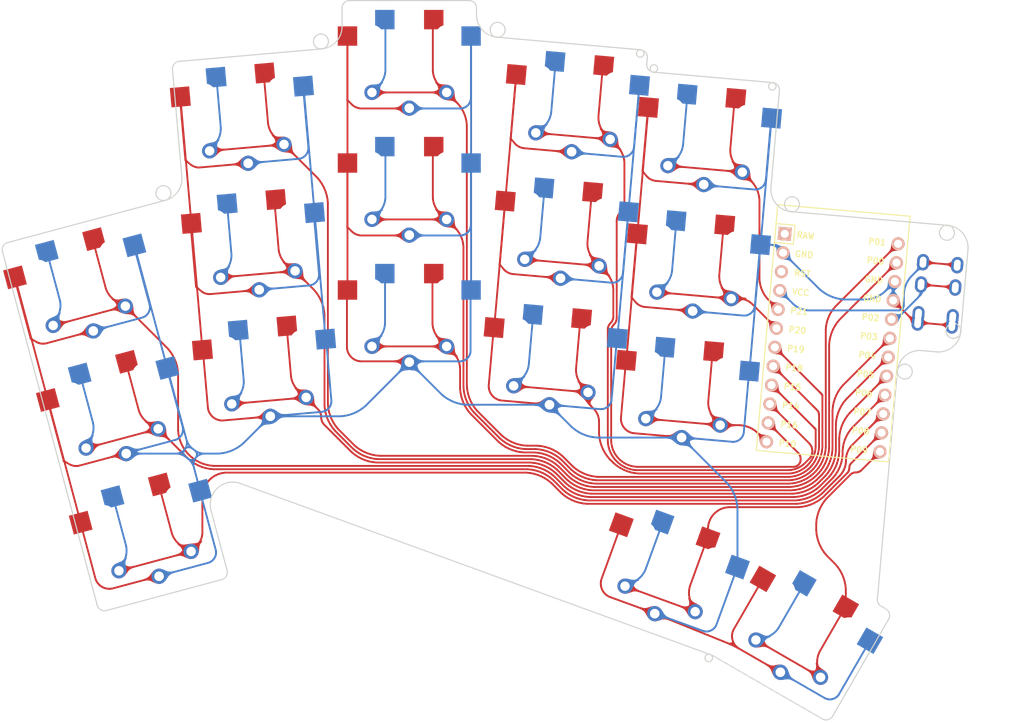
<source format=kicad_pcb>
(kicad_pcb (version 20171130) (host pcbnew "(5.1.10)-1")
  (title_block (title KEYBOARD_NAME_HERE) (rev VERSION_HERE) (company YOUR_NAME_HERE))
  (layers (0 F.Cu signal) (31 B.Cu signal) (34 B.Paste user) (35 F.Paste user) (36 B.SilkS user) (37 F.SilkS user) (38 B.Mask user) (39 F.Mask user) (44 Edge.Cuts user))
  (net 0 "")
  (net 1 P7)
  (net 2 GND)
  (net 3 P6)
  (net 4 P5)
  (net 5 P4)
  (net 6 P3)
  (net 7 P0)
  (net 8 P1)
  (net 9 P19)
  (net 10 P18)
  (net 11 P15)
  (net 12 P14)
  (net 13 P16)
  (net 14 P10)
  (net 15 P20)
  (net 16 P21)
  (net 17 P8)
  (net 18 P9)
  (net 19 RAW)
  (net 20 RST)
  (net 21 VCC)
  (net 22 P2)
  (module PG1350 (layer F.Cu) (at 13.6001 0.5793 15)
    (fp_text reference S1 hide)
    (fp_text value "" hide)
    (pad "" np_thru_hole circle (at 0 0) (size 3.429 3.429) (drill 3.429) (layers *.Cu *.Mask))
    (pad "" np_thru_hole circle (at 5.5 0) (size 1.7018 1.7018) (drill 1.7018) (layers *.Cu *.Mask))
    (pad "" np_thru_hole circle (at -5.5 0) (size 1.7018 1.7018) (drill 1.7018) (layers *.Cu *.Mask))
    (pad "" np_thru_hole circle (at 5 -3.75) (size 3 3) (drill 3) (layers *.Cu *.Mask))
    (pad "" np_thru_hole circle (at 0 -5.95) (size 3 3) (drill 3) (layers *.Cu *.Mask))
    (pad 1 smd rect (at -3.275 -5.95 15) (size 2.6 2.6) (layers B.Cu B.Paste B.Mask) (net 1 P7))
    (pad 2 smd rect (at 8.275 -3.75 15) (size 2.6 2.6) (layers B.Cu B.Paste B.Mask) (net 2 GND))
    (pad "" np_thru_hole circle (at -5 -3.75) (size 3 3) (drill 3) (layers *.Cu *.Mask))
    (pad "" np_thru_hole circle (at 0 -5.95) (size 3 3) (drill 3) (layers *.Cu *.Mask))
    (pad 1 smd rect (at 3.275 -5.95 15) (size 2.6 2.6) (layers F.Cu F.Paste F.Mask) (net 1 P7))
    (pad 2 smd rect (at -8.275 -3.75 15) (size 2.6 2.6) (layers F.Cu F.Paste F.Mask) (net 2 GND))
  )
  (module PG1350 (layer F.Cu) (at 13.6001 0.5793 195)
    (fp_text reference S2 hide)
    (fp_text value "" hide)
    (pad "" np_thru_hole circle (at 0 0) (size 3.429 3.429) (drill 3.429) (layers *.Cu *.Mask))
    (pad "" np_thru_hole circle (at 5.5 0) (size 1.7018 1.7018) (drill 1.7018) (layers *.Cu *.Mask))
    (pad "" np_thru_hole circle (at -5.5 0) (size 1.7018 1.7018) (drill 1.7018) (layers *.Cu *.Mask))
    (pad 1 thru_hole circle (at 5 -3.8) (size 2.032 2.032) (drill 1.27) (layers *.Cu *.Mask) (net 1 P7))
    (pad 2 thru_hole circle (at 0 -5.9) (size 2.032 2.032) (drill 1.27) (layers *.Cu *.Mask) (net 2 GND))
    (pad 1 thru_hole circle (at -5 -3.8) (size 2.032 2.032) (drill 1.27) (layers *.Cu *.Mask) (net 1 P7))
    (pad 2 thru_hole circle (at 0 -5.9) (size 2.032 2.032) (drill 1.27) (layers *.Cu *.Mask) (net 2 GND))
  )
  (module PG1350 (layer F.Cu) (at 9.2002 -15.8415 15)
    (fp_text reference S3 hide)
    (fp_text value "" hide)
    (pad "" np_thru_hole circle (at 0 0) (size 3.429 3.429) (drill 3.429) (layers *.Cu *.Mask))
    (pad "" np_thru_hole circle (at 5.5 0) (size 1.7018 1.7018) (drill 1.7018) (layers *.Cu *.Mask))
    (pad "" np_thru_hole circle (at -5.5 0) (size 1.7018 1.7018) (drill 1.7018) (layers *.Cu *.Mask))
    (pad "" np_thru_hole circle (at 5 -3.75) (size 3 3) (drill 3) (layers *.Cu *.Mask))
    (pad "" np_thru_hole circle (at 0 -5.95) (size 3 3) (drill 3) (layers *.Cu *.Mask))
    (pad 1 smd rect (at -3.275 -5.95 15) (size 2.6 2.6) (layers B.Cu B.Paste B.Mask) (net 3 P6))
    (pad 2 smd rect (at 8.275 -3.75 15) (size 2.6 2.6) (layers B.Cu B.Paste B.Mask) (net 2 GND))
    (pad "" np_thru_hole circle (at -5 -3.75) (size 3 3) (drill 3) (layers *.Cu *.Mask))
    (pad "" np_thru_hole circle (at 0 -5.95) (size 3 3) (drill 3) (layers *.Cu *.Mask))
    (pad 1 smd rect (at 3.275 -5.95 15) (size 2.6 2.6) (layers F.Cu F.Paste F.Mask) (net 3 P6))
    (pad 2 smd rect (at -8.275 -3.75 15) (size 2.6 2.6) (layers F.Cu F.Paste F.Mask) (net 2 GND))
  )
  (module PG1350 (layer F.Cu) (at 9.2002 -15.8415 195)
    (fp_text reference S4 hide)
    (fp_text value "" hide)
    (pad "" np_thru_hole circle (at 0 0) (size 3.429 3.429) (drill 3.429) (layers *.Cu *.Mask))
    (pad "" np_thru_hole circle (at 5.5 0) (size 1.7018 1.7018) (drill 1.7018) (layers *.Cu *.Mask))
    (pad "" np_thru_hole circle (at -5.5 0) (size 1.7018 1.7018) (drill 1.7018) (layers *.Cu *.Mask))
    (pad 1 thru_hole circle (at 5 -3.8) (size 2.032 2.032) (drill 1.27) (layers *.Cu *.Mask) (net 3 P6))
    (pad 2 thru_hole circle (at 0 -5.9) (size 2.032 2.032) (drill 1.27) (layers *.Cu *.Mask) (net 2 GND))
    (pad 1 thru_hole circle (at -5 -3.8) (size 2.032 2.032) (drill 1.27) (layers *.Cu *.Mask) (net 3 P6))
    (pad 2 thru_hole circle (at 0 -5.9) (size 2.032 2.032) (drill 1.27) (layers *.Cu *.Mask) (net 2 GND))
  )
  (module PG1350 (layer F.Cu) (at 4.8002 -32.2622 15)
    (fp_text reference S5 hide)
    (fp_text value "" hide)
    (pad "" np_thru_hole circle (at 0 0) (size 3.429 3.429) (drill 3.429) (layers *.Cu *.Mask))
    (pad "" np_thru_hole circle (at 5.5 0) (size 1.7018 1.7018) (drill 1.7018) (layers *.Cu *.Mask))
    (pad "" np_thru_hole circle (at -5.5 0) (size 1.7018 1.7018) (drill 1.7018) (layers *.Cu *.Mask))
    (pad "" np_thru_hole circle (at 5 -3.75) (size 3 3) (drill 3) (layers *.Cu *.Mask))
    (pad "" np_thru_hole circle (at 0 -5.95) (size 3 3) (drill 3) (layers *.Cu *.Mask))
    (pad 1 smd rect (at -3.275 -5.95 15) (size 2.6 2.6) (layers B.Cu B.Paste B.Mask) (net 4 P5))
    (pad 2 smd rect (at 8.275 -3.75 15) (size 2.6 2.6) (layers B.Cu B.Paste B.Mask) (net 2 GND))
    (pad "" np_thru_hole circle (at -5 -3.75) (size 3 3) (drill 3) (layers *.Cu *.Mask))
    (pad "" np_thru_hole circle (at 0 -5.95) (size 3 3) (drill 3) (layers *.Cu *.Mask))
    (pad 1 smd rect (at 3.275 -5.95 15) (size 2.6 2.6) (layers F.Cu F.Paste F.Mask) (net 4 P5))
    (pad 2 smd rect (at -8.275 -3.75 15) (size 2.6 2.6) (layers F.Cu F.Paste F.Mask) (net 2 GND))
  )
  (module PG1350 (layer F.Cu) (at 4.8002 -32.2622 195)
    (fp_text reference S6 hide)
    (fp_text value "" hide)
    (pad "" np_thru_hole circle (at 0 0) (size 3.429 3.429) (drill 3.429) (layers *.Cu *.Mask))
    (pad "" np_thru_hole circle (at 5.5 0) (size 1.7018 1.7018) (drill 1.7018) (layers *.Cu *.Mask))
    (pad "" np_thru_hole circle (at -5.5 0) (size 1.7018 1.7018) (drill 1.7018) (layers *.Cu *.Mask))
    (pad 1 thru_hole circle (at 5 -3.8) (size 2.032 2.032) (drill 1.27) (layers *.Cu *.Mask) (net 4 P5))
    (pad 2 thru_hole circle (at 0 -5.9) (size 2.032 2.032) (drill 1.27) (layers *.Cu *.Mask) (net 2 GND))
    (pad 1 thru_hole circle (at -5 -3.8) (size 2.032 2.032) (drill 1.27) (layers *.Cu *.Mask) (net 4 P5))
    (pad 2 thru_hole circle (at 0 -5.9) (size 2.032 2.032) (drill 1.27) (layers *.Cu *.Mask) (net 2 GND))
  )
  (module PG1350 (layer F.Cu) (at 29.5051 -21.0148 5)
    (fp_text reference S7 hide)
    (fp_text value "" hide)
    (pad "" np_thru_hole circle (at 0 0) (size 3.429 3.429) (drill 3.429) (layers *.Cu *.Mask))
    (pad "" np_thru_hole circle (at 5.5 0) (size 1.7018 1.7018) (drill 1.7018) (layers *.Cu *.Mask))
    (pad "" np_thru_hole circle (at -5.5 0) (size 1.7018 1.7018) (drill 1.7018) (layers *.Cu *.Mask))
    (pad "" np_thru_hole circle (at 5 -3.75) (size 3 3) (drill 3) (layers *.Cu *.Mask))
    (pad "" np_thru_hole circle (at 0 -5.95) (size 3 3) (drill 3) (layers *.Cu *.Mask))
    (pad 1 smd rect (at -3.275 -5.95 5) (size 2.6 2.6) (layers B.Cu B.Paste B.Mask) (net 5 P4))
    (pad 2 smd rect (at 8.275 -3.75 5) (size 2.6 2.6) (layers B.Cu B.Paste B.Mask) (net 2 GND))
    (pad "" np_thru_hole circle (at -5 -3.75) (size 3 3) (drill 3) (layers *.Cu *.Mask))
    (pad "" np_thru_hole circle (at 0 -5.95) (size 3 3) (drill 3) (layers *.Cu *.Mask))
    (pad 1 smd rect (at 3.275 -5.95 5) (size 2.6 2.6) (layers F.Cu F.Paste F.Mask) (net 5 P4))
    (pad 2 smd rect (at -8.275 -3.75 5) (size 2.6 2.6) (layers F.Cu F.Paste F.Mask) (net 2 GND))
  )
  (module PG1350 (layer F.Cu) (at 29.5051 -21.0148 185)
    (fp_text reference S8 hide)
    (fp_text value "" hide)
    (pad "" np_thru_hole circle (at 0 0) (size 3.429 3.429) (drill 3.429) (layers *.Cu *.Mask))
    (pad "" np_thru_hole circle (at 5.5 0) (size 1.7018 1.7018) (drill 1.7018) (layers *.Cu *.Mask))
    (pad "" np_thru_hole circle (at -5.5 0) (size 1.7018 1.7018) (drill 1.7018) (layers *.Cu *.Mask))
    (pad 1 thru_hole circle (at 5 -3.8) (size 2.032 2.032) (drill 1.27) (layers *.Cu *.Mask) (net 5 P4))
    (pad 2 thru_hole circle (at 0 -5.9) (size 2.032 2.032) (drill 1.27) (layers *.Cu *.Mask) (net 2 GND))
    (pad 1 thru_hole circle (at -5 -3.8) (size 2.032 2.032) (drill 1.27) (layers *.Cu *.Mask) (net 5 P4))
    (pad 2 thru_hole circle (at 0 -5.9) (size 2.032 2.032) (drill 1.27) (layers *.Cu *.Mask) (net 2 GND))
  )
  (module PG1350 (layer F.Cu) (at 28.0234 -37.9501 5)
    (fp_text reference S9 hide)
    (fp_text value "" hide)
    (pad "" np_thru_hole circle (at 0 0) (size 3.429 3.429) (drill 3.429) (layers *.Cu *.Mask))
    (pad "" np_thru_hole circle (at 5.5 0) (size 1.7018 1.7018) (drill 1.7018) (layers *.Cu *.Mask))
    (pad "" np_thru_hole circle (at -5.5 0) (size 1.7018 1.7018) (drill 1.7018) (layers *.Cu *.Mask))
    (pad "" np_thru_hole circle (at 5 -3.75) (size 3 3) (drill 3) (layers *.Cu *.Mask))
    (pad "" np_thru_hole circle (at 0 -5.95) (size 3 3) (drill 3) (layers *.Cu *.Mask))
    (pad 1 smd rect (at -3.275 -5.95 5) (size 2.6 2.6) (layers B.Cu B.Paste B.Mask) (net 6 P3))
    (pad 2 smd rect (at 8.275 -3.75 5) (size 2.6 2.6) (layers B.Cu B.Paste B.Mask) (net 2 GND))
    (pad "" np_thru_hole circle (at -5 -3.75) (size 3 3) (drill 3) (layers *.Cu *.Mask))
    (pad "" np_thru_hole circle (at 0 -5.95) (size 3 3) (drill 3) (layers *.Cu *.Mask))
    (pad 1 smd rect (at 3.275 -5.95 5) (size 2.6 2.6) (layers F.Cu F.Paste F.Mask) (net 6 P3))
    (pad 2 smd rect (at -8.275 -3.75 5) (size 2.6 2.6) (layers F.Cu F.Paste F.Mask) (net 2 GND))
  )
  (module PG1350 (layer F.Cu) (at 28.0234 -37.9501 185)
    (fp_text reference S10 hide)
    (fp_text value "" hide)
    (pad "" np_thru_hole circle (at 0 0) (size 3.429 3.429) (drill 3.429) (layers *.Cu *.Mask))
    (pad "" np_thru_hole circle (at 5.5 0) (size 1.7018 1.7018) (drill 1.7018) (layers *.Cu *.Mask))
    (pad "" np_thru_hole circle (at -5.5 0) (size 1.7018 1.7018) (drill 1.7018) (layers *.Cu *.Mask))
    (pad 1 thru_hole circle (at 5 -3.8) (size 2.032 2.032) (drill 1.27) (layers *.Cu *.Mask) (net 6 P3))
    (pad 2 thru_hole circle (at 0 -5.9) (size 2.032 2.032) (drill 1.27) (layers *.Cu *.Mask) (net 2 GND))
    (pad 1 thru_hole circle (at -5 -3.8) (size 2.032 2.032) (drill 1.27) (layers *.Cu *.Mask) (net 6 P3))
    (pad 2 thru_hole circle (at 0 -5.9) (size 2.032 2.032) (drill 1.27) (layers *.Cu *.Mask) (net 2 GND))
  )
  (module PG1350 (layer F.Cu) (at 26.5418 -54.8854 5)
    (fp_text reference S11 hide)
    (fp_text value "" hide)
    (pad "" np_thru_hole circle (at 0 0) (size 3.429 3.429) (drill 3.429) (layers *.Cu *.Mask))
    (pad "" np_thru_hole circle (at 5.5 0) (size 1.7018 1.7018) (drill 1.7018) (layers *.Cu *.Mask))
    (pad "" np_thru_hole circle (at -5.5 0) (size 1.7018 1.7018) (drill 1.7018) (layers *.Cu *.Mask))
    (pad "" np_thru_hole circle (at 5 -3.75) (size 3 3) (drill 3) (layers *.Cu *.Mask))
    (pad "" np_thru_hole circle (at 0 -5.95) (size 3 3) (drill 3) (layers *.Cu *.Mask))
    (pad 1 smd rect (at -3.275 -5.95 5) (size 2.6 2.6) (layers B.Cu B.Paste B.Mask) (net 7 P0))
    (pad 2 smd rect (at 8.275 -3.75 5) (size 2.6 2.6) (layers B.Cu B.Paste B.Mask) (net 2 GND))
    (pad "" np_thru_hole circle (at -5 -3.75) (size 3 3) (drill 3) (layers *.Cu *.Mask))
    (pad "" np_thru_hole circle (at 0 -5.95) (size 3 3) (drill 3) (layers *.Cu *.Mask))
    (pad 1 smd rect (at 3.275 -5.95 5) (size 2.6 2.6) (layers F.Cu F.Paste F.Mask) (net 7 P0))
    (pad 2 smd rect (at -8.275 -3.75 5) (size 2.6 2.6) (layers F.Cu F.Paste F.Mask) (net 2 GND))
  )
  (module PG1350 (layer F.Cu) (at 26.5418 -54.8854 185)
    (fp_text reference S12 hide)
    (fp_text value "" hide)
    (pad "" np_thru_hole circle (at 0 0) (size 3.429 3.429) (drill 3.429) (layers *.Cu *.Mask))
    (pad "" np_thru_hole circle (at 5.5 0) (size 1.7018 1.7018) (drill 1.7018) (layers *.Cu *.Mask))
    (pad "" np_thru_hole circle (at -5.5 0) (size 1.7018 1.7018) (drill 1.7018) (layers *.Cu *.Mask))
    (pad 1 thru_hole circle (at 5 -3.8) (size 2.032 2.032) (drill 1.27) (layers *.Cu *.Mask) (net 7 P0))
    (pad 2 thru_hole circle (at 0 -5.9) (size 2.032 2.032) (drill 1.27) (layers *.Cu *.Mask) (net 2 GND))
    (pad 1 thru_hole circle (at -5 -3.8) (size 2.032 2.032) (drill 1.27) (layers *.Cu *.Mask) (net 7 P0))
    (pad 2 thru_hole circle (at 0 -5.9) (size 2.032 2.032) (drill 1.27) (layers *.Cu *.Mask) (net 2 GND))
  )
  (module PG1350 (layer F.Cu) (at 48.6244 -28.2934)
    (fp_text reference S13 hide)
    (fp_text value "" hide)
    (pad "" np_thru_hole circle (at 0 0) (size 3.429 3.429) (drill 3.429) (layers *.Cu *.Mask))
    (pad "" np_thru_hole circle (at 5.5 0) (size 1.7018 1.7018) (drill 1.7018) (layers *.Cu *.Mask))
    (pad "" np_thru_hole circle (at -5.5 0) (size 1.7018 1.7018) (drill 1.7018) (layers *.Cu *.Mask))
    (pad "" np_thru_hole circle (at 5 -3.75) (size 3 3) (drill 3) (layers *.Cu *.Mask))
    (pad "" np_thru_hole circle (at 0 -5.95) (size 3 3) (drill 3) (layers *.Cu *.Mask))
    (pad 1 smd rect (at -3.275 -5.95) (size 2.6 2.6) (layers B.Cu B.Paste B.Mask) (net 8 P1))
    (pad 2 smd rect (at 8.275 -3.75) (size 2.6 2.6) (layers B.Cu B.Paste B.Mask) (net 2 GND))
    (pad "" np_thru_hole circle (at -5 -3.75) (size 3 3) (drill 3) (layers *.Cu *.Mask))
    (pad "" np_thru_hole circle (at 0 -5.95) (size 3 3) (drill 3) (layers *.Cu *.Mask))
    (pad 1 smd rect (at 3.275 -5.95) (size 2.6 2.6) (layers F.Cu F.Paste F.Mask) (net 8 P1))
    (pad 2 smd rect (at -8.275 -3.75) (size 2.6 2.6) (layers F.Cu F.Paste F.Mask) (net 2 GND))
  )
  (module PG1350 (layer F.Cu) (at 48.6244 -28.2934 180)
    (fp_text reference S14 hide)
    (fp_text value "" hide)
    (pad "" np_thru_hole circle (at 0 0) (size 3.429 3.429) (drill 3.429) (layers *.Cu *.Mask))
    (pad "" np_thru_hole circle (at 5.5 0) (size 1.7018 1.7018) (drill 1.7018) (layers *.Cu *.Mask))
    (pad "" np_thru_hole circle (at -5.5 0) (size 1.7018 1.7018) (drill 1.7018) (layers *.Cu *.Mask))
    (pad 1 thru_hole circle (at 5 -3.8) (size 2.032 2.032) (drill 1.27) (layers *.Cu *.Mask) (net 8 P1))
    (pad 2 thru_hole circle (at 0 -5.9) (size 2.032 2.032) (drill 1.27) (layers *.Cu *.Mask) (net 2 GND))
    (pad 1 thru_hole circle (at -5 -3.8) (size 2.032 2.032) (drill 1.27) (layers *.Cu *.Mask) (net 8 P1))
    (pad 2 thru_hole circle (at 0 -5.9) (size 2.032 2.032) (drill 1.27) (layers *.Cu *.Mask) (net 2 GND))
  )
  (module PG1350 (layer F.Cu) (at 48.6244 -45.2934)
    (fp_text reference S15 hide)
    (fp_text value "" hide)
    (pad "" np_thru_hole circle (at 0 0) (size 3.429 3.429) (drill 3.429) (layers *.Cu *.Mask))
    (pad "" np_thru_hole circle (at 5.5 0) (size 1.7018 1.7018) (drill 1.7018) (layers *.Cu *.Mask))
    (pad "" np_thru_hole circle (at -5.5 0) (size 1.7018 1.7018) (drill 1.7018) (layers *.Cu *.Mask))
    (pad "" np_thru_hole circle (at 5 -3.75) (size 3 3) (drill 3) (layers *.Cu *.Mask))
    (pad "" np_thru_hole circle (at 0 -5.95) (size 3 3) (drill 3) (layers *.Cu *.Mask))
    (pad 1 smd rect (at -3.275 -5.95) (size 2.6 2.6) (layers B.Cu B.Paste B.Mask) (net 9 P19))
    (pad 2 smd rect (at 8.275 -3.75) (size 2.6 2.6) (layers B.Cu B.Paste B.Mask) (net 2 GND))
    (pad "" np_thru_hole circle (at -5 -3.75) (size 3 3) (drill 3) (layers *.Cu *.Mask))
    (pad "" np_thru_hole circle (at 0 -5.95) (size 3 3) (drill 3) (layers *.Cu *.Mask))
    (pad 1 smd rect (at 3.275 -5.95) (size 2.6 2.6) (layers F.Cu F.Paste F.Mask) (net 9 P19))
    (pad 2 smd rect (at -8.275 -3.75) (size 2.6 2.6) (layers F.Cu F.Paste F.Mask) (net 2 GND))
  )
  (module PG1350 (layer F.Cu) (at 48.6244 -45.2934 180)
    (fp_text reference S16 hide)
    (fp_text value "" hide)
    (pad "" np_thru_hole circle (at 0 0) (size 3.429 3.429) (drill 3.429) (layers *.Cu *.Mask))
    (pad "" np_thru_hole circle (at 5.5 0) (size 1.7018 1.7018) (drill 1.7018) (layers *.Cu *.Mask))
    (pad "" np_thru_hole circle (at -5.5 0) (size 1.7018 1.7018) (drill 1.7018) (layers *.Cu *.Mask))
    (pad 1 thru_hole circle (at 5 -3.8) (size 2.032 2.032) (drill 1.27) (layers *.Cu *.Mask) (net 9 P19))
    (pad 2 thru_hole circle (at 0 -5.9) (size 2.032 2.032) (drill 1.27) (layers *.Cu *.Mask) (net 2 GND))
    (pad 1 thru_hole circle (at -5 -3.8) (size 2.032 2.032) (drill 1.27) (layers *.Cu *.Mask) (net 9 P19))
    (pad 2 thru_hole circle (at 0 -5.9) (size 2.032 2.032) (drill 1.27) (layers *.Cu *.Mask) (net 2 GND))
  )
  (module PG1350 (layer F.Cu) (at 48.6244 -62.2934)
    (fp_text reference S17 hide)
    (fp_text value "" hide)
    (pad "" np_thru_hole circle (at 0 0) (size 3.429 3.429) (drill 3.429) (layers *.Cu *.Mask))
    (pad "" np_thru_hole circle (at 5.5 0) (size 1.7018 1.7018) (drill 1.7018) (layers *.Cu *.Mask))
    (pad "" np_thru_hole circle (at -5.5 0) (size 1.7018 1.7018) (drill 1.7018) (layers *.Cu *.Mask))
    (pad "" np_thru_hole circle (at 5 -3.75) (size 3 3) (drill 3) (layers *.Cu *.Mask))
    (pad "" np_thru_hole circle (at 0 -5.95) (size 3 3) (drill 3) (layers *.Cu *.Mask))
    (pad 1 smd rect (at -3.275 -5.95) (size 2.6 2.6) (layers B.Cu B.Paste B.Mask) (net 10 P18))
    (pad 2 smd rect (at 8.275 -3.75) (size 2.6 2.6) (layers B.Cu B.Paste B.Mask) (net 2 GND))
    (pad "" np_thru_hole circle (at -5 -3.75) (size 3 3) (drill 3) (layers *.Cu *.Mask))
    (pad "" np_thru_hole circle (at 0 -5.95) (size 3 3) (drill 3) (layers *.Cu *.Mask))
    (pad 1 smd rect (at 3.275 -5.95) (size 2.6 2.6) (layers F.Cu F.Paste F.Mask) (net 10 P18))
    (pad 2 smd rect (at -8.275 -3.75) (size 2.6 2.6) (layers F.Cu F.Paste F.Mask) (net 2 GND))
  )
  (module PG1350 (layer F.Cu) (at 48.6244 -62.2934 180)
    (fp_text reference S18 hide)
    (fp_text value "" hide)
    (pad "" np_thru_hole circle (at 0 0) (size 3.429 3.429) (drill 3.429) (layers *.Cu *.Mask))
    (pad "" np_thru_hole circle (at 5.5 0) (size 1.7018 1.7018) (drill 1.7018) (layers *.Cu *.Mask))
    (pad "" np_thru_hole circle (at -5.5 0) (size 1.7018 1.7018) (drill 1.7018) (layers *.Cu *.Mask))
    (pad 1 thru_hole circle (at 5 -3.8) (size 2.032 2.032) (drill 1.27) (layers *.Cu *.Mask) (net 10 P18))
    (pad 2 thru_hole circle (at 0 -5.9) (size 2.032 2.032) (drill 1.27) (layers *.Cu *.Mask) (net 2 GND))
    (pad 1 thru_hole circle (at -5 -3.8) (size 2.032 2.032) (drill 1.27) (layers *.Cu *.Mask) (net 10 P18))
    (pad 2 thru_hole circle (at 0 -5.9) (size 2.032 2.032) (drill 1.27) (layers *.Cu *.Mask) (net 2 GND))
  )
  (module PG1350 (layer F.Cu) (at 67.906 -22.562 355)
    (fp_text reference S19 hide)
    (fp_text value "" hide)
    (pad "" np_thru_hole circle (at 0 0) (size 3.429 3.429) (drill 3.429) (layers *.Cu *.Mask))
    (pad "" np_thru_hole circle (at 5.5 0) (size 1.7018 1.7018) (drill 1.7018) (layers *.Cu *.Mask))
    (pad "" np_thru_hole circle (at -5.5 0) (size 1.7018 1.7018) (drill 1.7018) (layers *.Cu *.Mask))
    (pad "" np_thru_hole circle (at 5 -3.75) (size 3 3) (drill 3) (layers *.Cu *.Mask))
    (pad "" np_thru_hole circle (at 0 -5.95) (size 3 3) (drill 3) (layers *.Cu *.Mask))
    (pad 1 smd rect (at -3.275 -5.95 355) (size 2.6 2.6) (layers B.Cu B.Paste B.Mask) (net 11 P15))
    (pad 2 smd rect (at 8.275 -3.75 355) (size 2.6 2.6) (layers B.Cu B.Paste B.Mask) (net 2 GND))
    (pad "" np_thru_hole circle (at -5 -3.75) (size 3 3) (drill 3) (layers *.Cu *.Mask))
    (pad "" np_thru_hole circle (at 0 -5.95) (size 3 3) (drill 3) (layers *.Cu *.Mask))
    (pad 1 smd rect (at 3.275 -5.95 355) (size 2.6 2.6) (layers F.Cu F.Paste F.Mask) (net 11 P15))
    (pad 2 smd rect (at -8.275 -3.75 355) (size 2.6 2.6) (layers F.Cu F.Paste F.Mask) (net 2 GND))
  )
  (module PG1350 (layer F.Cu) (at 67.906 -22.562 175)
    (fp_text reference S20 hide)
    (fp_text value "" hide)
    (pad "" np_thru_hole circle (at 0 0) (size 3.429 3.429) (drill 3.429) (layers *.Cu *.Mask))
    (pad "" np_thru_hole circle (at 5.5 0) (size 1.7018 1.7018) (drill 1.7018) (layers *.Cu *.Mask))
    (pad "" np_thru_hole circle (at -5.5 0) (size 1.7018 1.7018) (drill 1.7018) (layers *.Cu *.Mask))
    (pad 1 thru_hole circle (at 5 -3.8) (size 2.032 2.032) (drill 1.27) (layers *.Cu *.Mask) (net 11 P15))
    (pad 2 thru_hole circle (at 0 -5.9) (size 2.032 2.032) (drill 1.27) (layers *.Cu *.Mask) (net 2 GND))
    (pad 1 thru_hole circle (at -5 -3.8) (size 2.032 2.032) (drill 1.27) (layers *.Cu *.Mask) (net 11 P15))
    (pad 2 thru_hole circle (at 0 -5.9) (size 2.032 2.032) (drill 1.27) (layers *.Cu *.Mask) (net 2 GND))
  )
  (module PG1350 (layer F.Cu) (at 69.3877 -39.4973 355)
    (fp_text reference S21 hide)
    (fp_text value "" hide)
    (pad "" np_thru_hole circle (at 0 0) (size 3.429 3.429) (drill 3.429) (layers *.Cu *.Mask))
    (pad "" np_thru_hole circle (at 5.5 0) (size 1.7018 1.7018) (drill 1.7018) (layers *.Cu *.Mask))
    (pad "" np_thru_hole circle (at -5.5 0) (size 1.7018 1.7018) (drill 1.7018) (layers *.Cu *.Mask))
    (pad "" np_thru_hole circle (at 5 -3.75) (size 3 3) (drill 3) (layers *.Cu *.Mask))
    (pad "" np_thru_hole circle (at 0 -5.95) (size 3 3) (drill 3) (layers *.Cu *.Mask))
    (pad 1 smd rect (at -3.275 -5.95 355) (size 2.6 2.6) (layers B.Cu B.Paste B.Mask) (net 12 P14))
    (pad 2 smd rect (at 8.275 -3.75 355) (size 2.6 2.6) (layers B.Cu B.Paste B.Mask) (net 2 GND))
    (pad "" np_thru_hole circle (at -5 -3.75) (size 3 3) (drill 3) (layers *.Cu *.Mask))
    (pad "" np_thru_hole circle (at 0 -5.95) (size 3 3) (drill 3) (layers *.Cu *.Mask))
    (pad 1 smd rect (at 3.275 -5.95 355) (size 2.6 2.6) (layers F.Cu F.Paste F.Mask) (net 12 P14))
    (pad 2 smd rect (at -8.275 -3.75 355) (size 2.6 2.6) (layers F.Cu F.Paste F.Mask) (net 2 GND))
  )
  (module PG1350 (layer F.Cu) (at 69.3877 -39.4973 175)
    (fp_text reference S22 hide)
    (fp_text value "" hide)
    (pad "" np_thru_hole circle (at 0 0) (size 3.429 3.429) (drill 3.429) (layers *.Cu *.Mask))
    (pad "" np_thru_hole circle (at 5.5 0) (size 1.7018 1.7018) (drill 1.7018) (layers *.Cu *.Mask))
    (pad "" np_thru_hole circle (at -5.5 0) (size 1.7018 1.7018) (drill 1.7018) (layers *.Cu *.Mask))
    (pad 1 thru_hole circle (at 5 -3.8) (size 2.032 2.032) (drill 1.27) (layers *.Cu *.Mask) (net 12 P14))
    (pad 2 thru_hole circle (at 0 -5.9) (size 2.032 2.032) (drill 1.27) (layers *.Cu *.Mask) (net 2 GND))
    (pad 1 thru_hole circle (at -5 -3.8) (size 2.032 2.032) (drill 1.27) (layers *.Cu *.Mask) (net 12 P14))
    (pad 2 thru_hole circle (at 0 -5.9) (size 2.032 2.032) (drill 1.27) (layers *.Cu *.Mask) (net 2 GND))
  )
  (module PG1350 (layer F.Cu) (at 70.8693 -56.4327 355)
    (fp_text reference S23 hide)
    (fp_text value "" hide)
    (pad "" np_thru_hole circle (at 0 0) (size 3.429 3.429) (drill 3.429) (layers *.Cu *.Mask))
    (pad "" np_thru_hole circle (at 5.5 0) (size 1.7018 1.7018) (drill 1.7018) (layers *.Cu *.Mask))
    (pad "" np_thru_hole circle (at -5.5 0) (size 1.7018 1.7018) (drill 1.7018) (layers *.Cu *.Mask))
    (pad "" np_thru_hole circle (at 5 -3.75) (size 3 3) (drill 3) (layers *.Cu *.Mask))
    (pad "" np_thru_hole circle (at 0 -5.95) (size 3 3) (drill 3) (layers *.Cu *.Mask))
    (pad 1 smd rect (at -3.275 -5.95 355) (size 2.6 2.6) (layers B.Cu B.Paste B.Mask) (net 13 P16))
    (pad 2 smd rect (at 8.275 -3.75 355) (size 2.6 2.6) (layers B.Cu B.Paste B.Mask) (net 2 GND))
    (pad "" np_thru_hole circle (at -5 -3.75) (size 3 3) (drill 3) (layers *.Cu *.Mask))
    (pad "" np_thru_hole circle (at 0 -5.95) (size 3 3) (drill 3) (layers *.Cu *.Mask))
    (pad 1 smd rect (at 3.275 -5.95 355) (size 2.6 2.6) (layers F.Cu F.Paste F.Mask) (net 13 P16))
    (pad 2 smd rect (at -8.275 -3.75 355) (size 2.6 2.6) (layers F.Cu F.Paste F.Mask) (net 2 GND))
  )
  (module PG1350 (layer F.Cu) (at 70.8693 -56.4327 175)
    (fp_text reference S24 hide)
    (fp_text value "" hide)
    (pad "" np_thru_hole circle (at 0 0) (size 3.429 3.429) (drill 3.429) (layers *.Cu *.Mask))
    (pad "" np_thru_hole circle (at 5.5 0) (size 1.7018 1.7018) (drill 1.7018) (layers *.Cu *.Mask))
    (pad "" np_thru_hole circle (at -5.5 0) (size 1.7018 1.7018) (drill 1.7018) (layers *.Cu *.Mask))
    (pad 1 thru_hole circle (at 5 -3.8) (size 2.032 2.032) (drill 1.27) (layers *.Cu *.Mask) (net 13 P16))
    (pad 2 thru_hole circle (at 0 -5.9) (size 2.032 2.032) (drill 1.27) (layers *.Cu *.Mask) (net 2 GND))
    (pad 1 thru_hole circle (at -5 -3.8) (size 2.032 2.032) (drill 1.27) (layers *.Cu *.Mask) (net 13 P16))
    (pad 2 thru_hole circle (at 0 -5.9) (size 2.032 2.032) (drill 1.27) (layers *.Cu *.Mask) (net 2 GND))
  )
  (module PG1350 (layer F.Cu) (at 85.5906 -18.1707 355)
    (fp_text reference S25 hide)
    (fp_text value "" hide)
    (pad "" np_thru_hole circle (at 0 0) (size 3.429 3.429) (drill 3.429) (layers *.Cu *.Mask))
    (pad "" np_thru_hole circle (at 5.5 0) (size 1.7018 1.7018) (drill 1.7018) (layers *.Cu *.Mask))
    (pad "" np_thru_hole circle (at -5.5 0) (size 1.7018 1.7018) (drill 1.7018) (layers *.Cu *.Mask))
    (pad "" np_thru_hole circle (at 5 -3.75) (size 3 3) (drill 3) (layers *.Cu *.Mask))
    (pad "" np_thru_hole circle (at 0 -5.95) (size 3 3) (drill 3) (layers *.Cu *.Mask))
    (pad 1 smd rect (at -3.275 -5.95 355) (size 2.6 2.6) (layers B.Cu B.Paste B.Mask) (net 14 P10))
    (pad 2 smd rect (at 8.275 -3.75 355) (size 2.6 2.6) (layers B.Cu B.Paste B.Mask) (net 2 GND))
    (pad "" np_thru_hole circle (at -5 -3.75) (size 3 3) (drill 3) (layers *.Cu *.Mask))
    (pad "" np_thru_hole circle (at 0 -5.95) (size 3 3) (drill 3) (layers *.Cu *.Mask))
    (pad 1 smd rect (at 3.275 -5.95 355) (size 2.6 2.6) (layers F.Cu F.Paste F.Mask) (net 14 P10))
    (pad 2 smd rect (at -8.275 -3.75 355) (size 2.6 2.6) (layers F.Cu F.Paste F.Mask) (net 2 GND))
  )
  (module PG1350 (layer F.Cu) (at 85.5906 -18.1707 175)
    (fp_text reference S26 hide)
    (fp_text value "" hide)
    (pad "" np_thru_hole circle (at 0 0) (size 3.429 3.429) (drill 3.429) (layers *.Cu *.Mask))
    (pad "" np_thru_hole circle (at 5.5 0) (size 1.7018 1.7018) (drill 1.7018) (layers *.Cu *.Mask))
    (pad "" np_thru_hole circle (at -5.5 0) (size 1.7018 1.7018) (drill 1.7018) (layers *.Cu *.Mask))
    (pad 1 thru_hole circle (at 5 -3.8) (size 2.032 2.032) (drill 1.27) (layers *.Cu *.Mask) (net 14 P10))
    (pad 2 thru_hole circle (at 0 -5.9) (size 2.032 2.032) (drill 1.27) (layers *.Cu *.Mask) (net 2 GND))
    (pad 1 thru_hole circle (at -5 -3.8) (size 2.032 2.032) (drill 1.27) (layers *.Cu *.Mask) (net 14 P10))
    (pad 2 thru_hole circle (at 0 -5.9) (size 2.032 2.032) (drill 1.27) (layers *.Cu *.Mask) (net 2 GND))
  )
  (module PG1350 (layer F.Cu) (at 87.0722 -35.106 355)
    (fp_text reference S27 hide)
    (fp_text value "" hide)
    (pad "" np_thru_hole circle (at 0 0) (size 3.429 3.429) (drill 3.429) (layers *.Cu *.Mask))
    (pad "" np_thru_hole circle (at 5.5 0) (size 1.7018 1.7018) (drill 1.7018) (layers *.Cu *.Mask))
    (pad "" np_thru_hole circle (at -5.5 0) (size 1.7018 1.7018) (drill 1.7018) (layers *.Cu *.Mask))
    (pad "" np_thru_hole circle (at 5 -3.75) (size 3 3) (drill 3) (layers *.Cu *.Mask))
    (pad "" np_thru_hole circle (at 0 -5.95) (size 3 3) (drill 3) (layers *.Cu *.Mask))
    (pad 1 smd rect (at -3.275 -5.95 355) (size 2.6 2.6) (layers B.Cu B.Paste B.Mask) (net 15 P20))
    (pad 2 smd rect (at 8.275 -3.75 355) (size 2.6 2.6) (layers B.Cu B.Paste B.Mask) (net 2 GND))
    (pad "" np_thru_hole circle (at -5 -3.75) (size 3 3) (drill 3) (layers *.Cu *.Mask))
    (pad "" np_thru_hole circle (at 0 -5.95) (size 3 3) (drill 3) (layers *.Cu *.Mask))
    (pad 1 smd rect (at 3.275 -5.95 355) (size 2.6 2.6) (layers F.Cu F.Paste F.Mask) (net 15 P20))
    (pad 2 smd rect (at -8.275 -3.75 355) (size 2.6 2.6) (layers F.Cu F.Paste F.Mask) (net 2 GND))
  )
  (module PG1350 (layer F.Cu) (at 87.0722 -35.106 175)
    (fp_text reference S28 hide)
    (fp_text value "" hide)
    (pad "" np_thru_hole circle (at 0 0) (size 3.429 3.429) (drill 3.429) (layers *.Cu *.Mask))
    (pad "" np_thru_hole circle (at 5.5 0) (size 1.7018 1.7018) (drill 1.7018) (layers *.Cu *.Mask))
    (pad "" np_thru_hole circle (at -5.5 0) (size 1.7018 1.7018) (drill 1.7018) (layers *.Cu *.Mask))
    (pad 1 thru_hole circle (at 5 -3.8) (size 2.032 2.032) (drill 1.27) (layers *.Cu *.Mask) (net 15 P20))
    (pad 2 thru_hole circle (at 0 -5.9) (size 2.032 2.032) (drill 1.27) (layers *.Cu *.Mask) (net 2 GND))
    (pad 1 thru_hole circle (at -5 -3.8) (size 2.032 2.032) (drill 1.27) (layers *.Cu *.Mask) (net 15 P20))
    (pad 2 thru_hole circle (at 0 -5.9) (size 2.032 2.032) (drill 1.27) (layers *.Cu *.Mask) (net 2 GND))
  )
  (module PG1350 (layer F.Cu) (at 88.5539 -52.0413 355)
    (fp_text reference S29 hide)
    (fp_text value "" hide)
    (pad "" np_thru_hole circle (at 0 0) (size 3.429 3.429) (drill 3.429) (layers *.Cu *.Mask))
    (pad "" np_thru_hole circle (at 5.5 0) (size 1.7018 1.7018) (drill 1.7018) (layers *.Cu *.Mask))
    (pad "" np_thru_hole circle (at -5.5 0) (size 1.7018 1.7018) (drill 1.7018) (layers *.Cu *.Mask))
    (pad "" np_thru_hole circle (at 5 -3.75) (size 3 3) (drill 3) (layers *.Cu *.Mask))
    (pad "" np_thru_hole circle (at 0 -5.95) (size 3 3) (drill 3) (layers *.Cu *.Mask))
    (pad 1 smd rect (at -3.275 -5.95 355) (size 2.6 2.6) (layers B.Cu B.Paste B.Mask) (net 16 P21))
    (pad 2 smd rect (at 8.275 -3.75 355) (size 2.6 2.6) (layers B.Cu B.Paste B.Mask) (net 2 GND))
    (pad "" np_thru_hole circle (at -5 -3.75) (size 3 3) (drill 3) (layers *.Cu *.Mask))
    (pad "" np_thru_hole circle (at 0 -5.95) (size 3 3) (drill 3) (layers *.Cu *.Mask))
    (pad 1 smd rect (at 3.275 -5.95 355) (size 2.6 2.6) (layers F.Cu F.Paste F.Mask) (net 16 P21))
    (pad 2 smd rect (at -8.275 -3.75 355) (size 2.6 2.6) (layers F.Cu F.Paste F.Mask) (net 2 GND))
  )
  (module PG1350 (layer F.Cu) (at 88.5539 -52.0413 175)
    (fp_text reference S30 hide)
    (fp_text value "" hide)
    (pad "" np_thru_hole circle (at 0 0) (size 3.429 3.429) (drill 3.429) (layers *.Cu *.Mask))
    (pad "" np_thru_hole circle (at 5.5 0) (size 1.7018 1.7018) (drill 1.7018) (layers *.Cu *.Mask))
    (pad "" np_thru_hole circle (at -5.5 0) (size 1.7018 1.7018) (drill 1.7018) (layers *.Cu *.Mask))
    (pad 1 thru_hole circle (at 5 -3.8) (size 2.032 2.032) (drill 1.27) (layers *.Cu *.Mask) (net 16 P21))
    (pad 2 thru_hole circle (at 0 -5.9) (size 2.032 2.032) (drill 1.27) (layers *.Cu *.Mask) (net 2 GND))
    (pad 1 thru_hole circle (at -5 -3.8) (size 2.032 2.032) (drill 1.27) (layers *.Cu *.Mask) (net 16 P21))
    (pad 2 thru_hole circle (at 0 -5.9) (size 2.032 2.032) (drill 1.27) (layers *.Cu *.Mask) (net 2 GND))
  )
  (module PG1350 (layer F.Cu) (at 83.4988 5.738 340)
    (fp_text reference S31 hide)
    (fp_text value "" hide)
    (pad "" np_thru_hole circle (at 0 0) (size 3.429 3.429) (drill 3.429) (layers *.Cu *.Mask))
    (pad "" np_thru_hole circle (at 5.5 0) (size 1.7018 1.7018) (drill 1.7018) (layers *.Cu *.Mask))
    (pad "" np_thru_hole circle (at -5.5 0) (size 1.7018 1.7018) (drill 1.7018) (layers *.Cu *.Mask))
    (pad "" np_thru_hole circle (at 5 -3.75) (size 3 3) (drill 3) (layers *.Cu *.Mask))
    (pad "" np_thru_hole circle (at 0 -5.95) (size 3 3) (drill 3) (layers *.Cu *.Mask))
    (pad 1 smd rect (at -3.275 -5.95 340) (size 2.6 2.6) (layers B.Cu B.Paste B.Mask) (net 17 P8))
    (pad 2 smd rect (at 8.275 -3.75 340) (size 2.6 2.6) (layers B.Cu B.Paste B.Mask) (net 2 GND))
    (pad "" np_thru_hole circle (at -5 -3.75) (size 3 3) (drill 3) (layers *.Cu *.Mask))
    (pad "" np_thru_hole circle (at 0 -5.95) (size 3 3) (drill 3) (layers *.Cu *.Mask))
    (pad 1 smd rect (at 3.275 -5.95 340) (size 2.6 2.6) (layers F.Cu F.Paste F.Mask) (net 17 P8))
    (pad 2 smd rect (at -8.275 -3.75 340) (size 2.6 2.6) (layers F.Cu F.Paste F.Mask) (net 2 GND))
  )
  (module PG1350 (layer F.Cu) (at 83.4988 5.738 160)
    (fp_text reference S32 hide)
    (fp_text value "" hide)
    (pad "" np_thru_hole circle (at 0 0) (size 3.429 3.429) (drill 3.429) (layers *.Cu *.Mask))
    (pad "" np_thru_hole circle (at 5.5 0) (size 1.7018 1.7018) (drill 1.7018) (layers *.Cu *.Mask))
    (pad "" np_thru_hole circle (at -5.5 0) (size 1.7018 1.7018) (drill 1.7018) (layers *.Cu *.Mask))
    (pad 1 thru_hole circle (at 5 -3.8) (size 2.032 2.032) (drill 1.27) (layers *.Cu *.Mask) (net 17 P8))
    (pad 2 thru_hole circle (at 0 -5.9) (size 2.032 2.032) (drill 1.27) (layers *.Cu *.Mask) (net 2 GND))
    (pad 1 thru_hole circle (at -5 -3.8) (size 2.032 2.032) (drill 1.27) (layers *.Cu *.Mask) (net 17 P8))
    (pad 2 thru_hole circle (at 0 -5.9) (size 2.032 2.032) (drill 1.27) (layers *.Cu *.Mask) (net 2 GND))
  )
  (module PG1350 (layer F.Cu) (at 101.251 14.016 330)
    (fp_text reference S33 hide)
    (fp_text value "" hide)
    (pad "" np_thru_hole circle (at 0 0) (size 3.429 3.429) (drill 3.429) (layers *.Cu *.Mask))
    (pad "" np_thru_hole circle (at 5.5 0) (size 1.7018 1.7018) (drill 1.7018) (layers *.Cu *.Mask))
    (pad "" np_thru_hole circle (at -5.5 0) (size 1.7018 1.7018) (drill 1.7018) (layers *.Cu *.Mask))
    (pad "" np_thru_hole circle (at 5 -3.75) (size 3 3) (drill 3) (layers *.Cu *.Mask))
    (pad "" np_thru_hole circle (at 0 -5.95) (size 3 3) (drill 3) (layers *.Cu *.Mask))
    (pad 1 smd rect (at -3.275 -5.95 330) (size 2.6 2.6) (layers B.Cu B.Paste B.Mask) (net 18 P9))
    (pad 2 smd rect (at 8.275 -3.75 330) (size 2.6 2.6) (layers B.Cu B.Paste B.Mask) (net 2 GND))
    (pad "" np_thru_hole circle (at -5 -3.75) (size 3 3) (drill 3) (layers *.Cu *.Mask))
    (pad "" np_thru_hole circle (at 0 -5.95) (size 3 3) (drill 3) (layers *.Cu *.Mask))
    (pad 1 smd rect (at 3.275 -5.95 330) (size 2.6 2.6) (layers F.Cu F.Paste F.Mask) (net 18 P9))
    (pad 2 smd rect (at -8.275 -3.75 330) (size 2.6 2.6) (layers F.Cu F.Paste F.Mask) (net 2 GND))
  )
  (module PG1350 (layer F.Cu) (at 101.251 14.016 150)
    (fp_text reference S34 hide)
    (fp_text value "" hide)
    (pad "" np_thru_hole circle (at 0 0) (size 3.429 3.429) (drill 3.429) (layers *.Cu *.Mask))
    (pad "" np_thru_hole circle (at 5.5 0) (size 1.7018 1.7018) (drill 1.7018) (layers *.Cu *.Mask))
    (pad "" np_thru_hole circle (at -5.5 0) (size 1.7018 1.7018) (drill 1.7018) (layers *.Cu *.Mask))
    (pad 1 thru_hole circle (at 5 -3.8) (size 2.032 2.032) (drill 1.27) (layers *.Cu *.Mask) (net 18 P9))
    (pad 2 thru_hole circle (at 0 -5.9) (size 2.032 2.032) (drill 1.27) (layers *.Cu *.Mask) (net 2 GND))
    (pad 1 thru_hole circle (at -5 -3.8) (size 2.032 2.032) (drill 1.27) (layers *.Cu *.Mask) (net 18 P9))
    (pad 2 thru_hole circle (at 0 -5.9) (size 2.032 2.032) (drill 1.27) (layers *.Cu *.Mask) (net 2 GND))
  )
  (module ProMicro (layer F.Cu) (at 105.259 -24.9824 265)
    (fp_text reference C1 hide)
    (fp_text value "" hide)
    (fp_text user RAW (at -13.97 4.8 -5) (layer F.SilkS) (effects (font (size 0.8 0.8))))
    (fp_text user GND (at -11.43 4.8 -5) (layer F.SilkS) (effects (font (size 0.8 0.8))))
    (fp_text user RST (at -8.89 4.8 -5) (layer F.SilkS) (effects (font (size 0.8 0.8))))
    (fp_text user VCC (at -6.35 4.8 -5) (layer F.SilkS) (effects (font (size 0.8 0.8))))
    (fp_text user P21 (at -3.81 4.8 -5) (layer F.SilkS) (effects (font (size 0.8 0.8))))
    (fp_text user P20 (at -1.27 4.8 -5) (layer F.SilkS) (effects (font (size 0.8 0.8))))
    (fp_text user P19 (at 1.27 4.8 -5) (layer F.SilkS) (effects (font (size 0.8 0.8))))
    (fp_text user P18 (at 3.81 4.8 -5) (layer F.SilkS) (effects (font (size 0.8 0.8))))
    (fp_text user P15 (at 6.35 4.8 -5) (layer F.SilkS) (effects (font (size 0.8 0.8))))
    (fp_text user P14 (at 8.89 4.8 -5) (layer F.SilkS) (effects (font (size 0.8 0.8))))
    (fp_text user P16 (at 11.43 4.8 -5) (layer F.SilkS) (effects (font (size 0.8 0.8))))
    (fp_text user P10 (at 13.97 4.8 -5) (layer F.SilkS) (effects (font (size 0.8 0.8))))
    (fp_text user P01 (at -13.97 -4.8 -5) (layer F.SilkS) (effects (font (size 0.8 0.8))))
    (fp_text user P00 (at -11.43 -4.8 -5) (layer F.SilkS) (effects (font (size 0.8 0.8))))
    (fp_text user GND (at -8.89 -4.8 -5) (layer F.SilkS) (effects (font (size 0.8 0.8))))
    (fp_text user GND (at -6.35 -4.8 -5) (layer F.SilkS) (effects (font (size 0.8 0.8))))
    (fp_text user P02 (at -3.81 -4.8 -5) (layer F.SilkS) (effects (font (size 0.8 0.8))))
    (fp_text user P03 (at -1.27 -4.8 -5) (layer F.SilkS) (effects (font (size 0.8 0.8))))
    (fp_text user P04 (at 1.27 -4.8 -5) (layer F.SilkS) (effects (font (size 0.8 0.8))))
    (fp_text user P05 (at 3.81 -4.8 -5) (layer F.SilkS) (effects (font (size 0.8 0.8))))
    (fp_text user P06 (at 6.35 -4.8 -5) (layer F.SilkS) (effects (font (size 0.8 0.8))))
    (fp_text user P07 (at 8.89 -4.8 -5) (layer F.SilkS) (effects (font (size 0.8 0.8))))
    (fp_text user P08 (at 11.43 -4.8 -5) (layer F.SilkS) (effects (font (size 0.8 0.8))))
    (fp_text user P09 (at 13.97 -4.8 -5) (layer F.SilkS) (effects (font (size 0.8 0.8))))
    (pad 1 thru_hole rect (at -13.97 7.62 265) (size 1.7526 1.7526) (drill 1.0922) (layers *.Cu *.SilkS *.Mask) (net 19 RAW))
    (pad 2 thru_hole circle (at -11.43 7.62) (size 1.7526 1.7526) (drill 1.0922) (layers *.Cu *.SilkS *.Mask) (net 2 GND))
    (pad 3 thru_hole circle (at -8.89 7.62) (size 1.7526 1.7526) (drill 1.0922) (layers *.Cu *.SilkS *.Mask) (net 20 RST))
    (pad 4 thru_hole circle (at -6.35 7.62) (size 1.7526 1.7526) (drill 1.0922) (layers *.Cu *.SilkS *.Mask) (net 21 VCC))
    (pad 5 thru_hole circle (at -3.81 7.62) (size 1.7526 1.7526) (drill 1.0922) (layers *.Cu *.SilkS *.Mask) (net 16 P21))
    (pad 6 thru_hole circle (at -1.27 7.62) (size 1.7526 1.7526) (drill 1.0922) (layers *.Cu *.SilkS *.Mask) (net 15 P20))
    (pad 7 thru_hole circle (at 1.27 7.62) (size 1.7526 1.7526) (drill 1.0922) (layers *.Cu *.SilkS *.Mask) (net 9 P19))
    (pad 8 thru_hole circle (at 3.81 7.62) (size 1.7526 1.7526) (drill 1.0922) (layers *.Cu *.SilkS *.Mask) (net 10 P18))
    (pad 9 thru_hole circle (at 6.35 7.62) (size 1.7526 1.7526) (drill 1.0922) (layers *.Cu *.SilkS *.Mask) (net 11 P15))
    (pad 10 thru_hole circle (at 8.89 7.62) (size 1.7526 1.7526) (drill 1.0922) (layers *.Cu *.SilkS *.Mask) (net 12 P14))
    (pad 11 thru_hole circle (at 11.43 7.62) (size 1.7526 1.7526) (drill 1.0922) (layers *.Cu *.SilkS *.Mask) (net 13 P16))
    (pad 12 thru_hole circle (at 13.97 7.62) (size 1.7526 1.7526) (drill 1.0922) (layers *.Cu *.SilkS *.Mask) (net 14 P10))
    (pad 13 thru_hole circle (at -13.97 -7.62) (size 1.7526 1.7526) (drill 1.0922) (layers *.Cu *.SilkS *.Mask) (net 8 P1))
    (pad 14 thru_hole circle (at -11.43 -7.62) (size 1.7526 1.7526) (drill 1.0922) (layers *.Cu *.SilkS *.Mask) (net 7 P0))
    (pad 15 thru_hole circle (at -8.89 -7.62) (size 1.7526 1.7526) (drill 1.0922) (layers *.Cu *.SilkS *.Mask) (net 2 GND))
    (pad 16 thru_hole circle (at -6.35 -7.62) (size 1.7526 1.7526) (drill 1.0922) (layers *.Cu *.SilkS *.Mask) (net 2 GND))
    (pad 17 thru_hole circle (at -3.81 -7.62) (size 1.7526 1.7526) (drill 1.0922) (layers *.Cu *.SilkS *.Mask) (net 22 P2))
    (pad 18 thru_hole circle (at -1.27 -7.62) (size 1.7526 1.7526) (drill 1.0922) (layers *.Cu *.SilkS *.Mask) (net 6 P3))
    (pad 19 thru_hole circle (at 1.27 -7.62) (size 1.7526 1.7526) (drill 1.0922) (layers *.Cu *.SilkS *.Mask) (net 5 P4))
    (pad 20 thru_hole circle (at 3.81 -7.62) (size 1.7526 1.7526) (drill 1.0922) (layers *.Cu *.SilkS *.Mask) (net 4 P5))
    (pad 21 thru_hole circle (at 6.35 -7.62) (size 1.7526 1.7526) (drill 1.0922) (layers *.Cu *.SilkS *.Mask) (net 3 P6))
    (pad 22 thru_hole circle (at 8.89 -7.62) (size 1.7526 1.7526) (drill 1.0922) (layers *.Cu *.SilkS *.Mask) (net 1 P7))
    (pad 23 thru_hole circle (at 11.43 -7.62) (size 1.7526 1.7526) (drill 1.0922) (layers *.Cu *.SilkS *.Mask) (net 17 P8))
    (pad 24 thru_hole circle (at 13.97 -7.62) (size 1.7526 1.7526) (drill 1.0922) (layers *.Cu *.SilkS *.Mask) (net 18 P9))
  )
  (module TRRS-PJ-320A-dual (layer F.Cu) (at 122.2565 -38.55259 355)
    (fp_text reference REF**)
    (fp_text value TRRS-PJ-320A-dual)
    (pad "" np_thru_hole circle (at -2.3 8.6) (size 1.5 1.5) (drill 1.5) (layers *.Cu *.Mask))
    (pad "" np_thru_hole circle (at -2.3 1.6) (size 1.5 1.5) (drill 1.5) (layers *.Cu *.Mask))
    (pad 1 thru_hole oval (at 0 11.3 355) (size 1.6 2.2) (drill oval 0.9 1.5) (layers *.Cu *.Mask) (net 2 GND))
    (pad 2 thru_hole oval (at -4.6 10.2 355) (size 1.6 2.2) (drill oval 0.9 1.5) (layers *.Cu *.Mask) (net 2 GND))
    (pad 3 thru_hole oval (at -4.6 6.2 355) (size 1.6 2.2) (drill oval 0.9 1.5) (layers *.Cu *.Mask) (net 22 P2))
    (pad 4 thru_hole oval (at -4.6 3.2 355) (size 1.6 2.2) (drill oval 0.9 1.5) (layers *.Cu *.Mask) (net 21 VCC))
    (pad 1 thru_hole oval (at -4.6 11.3 355) (size 1.6 2.2) (drill oval 0.9 1.5) (layers *.Cu *.Mask) (net 2 GND))
    (pad 2 thru_hole oval (at 0 10.2 355) (size 1.6 2.2) (drill oval 0.9 1.5) (layers *.Cu *.Mask) (net 2 GND))
    (pad 3 thru_hole oval (at 0 6.2 355) (size 1.6 2.2) (drill oval 0.9 1.5) (layers *.Cu *.Mask) (net 22 P2))
    (pad 4 thru_hole oval (at 0 3.2 355) (size 1.6 2.2) (drill oval 0.9 1.5) (layers *.Cu *.Mask) (net 21 VCC))
  )
  (gr_line (start 8.072632 10.860183) (end 23.527445 6.719078) (angle 90) (layer Edge.Cuts) (width 0.15))
  (gr_arc (start 23.268626 5.753152) (end 23.527445 6.719078) (angle -90) (layer Edge.Cuts) (width 0.15))
  (gr_line (start 22.079744 -2.547519) (end 24.234552 5.494333) (angle 90) (layer Edge.Cuts) (width 0.15))
  (gr_line (start -5.834247 -37.177289) (end 6.847887 10.153076) (angle 90) (layer Edge.Cuts) (width 0.15))
  (gr_arc (start 7.813812 9.894257) (end 6.847887 10.153076) (angle -90) (layer Edge.Cuts) (width 0.15))
  (gr_line (start -5.12714 -38.402034) (end 15.966515 -44.054062) (angle 90) (layer Edge.Cuts) (width 0.15))
  (gr_arc (start -4.868321 -37.436108) (end -5.12714 -38.402034) (angle -90) (layer Edge.Cuts) (width 0.15))
  (gr_line (start 16.922378 -61.57247) (end 18.178642 -47.213307) (angle 90) (layer Edge.Cuts) (width 0.15))
  (gr_line (start 17.831417 -62.655821) (end 36.88583 -64.322866) (angle 90) (layer Edge.Cuts) (width 0.15))
  (gr_arc (start 17.918572 -61.659626) (end 17.831417 -62.655821) (angle -90) (layer Edge.Cuts) (width 0.15))
  (gr_line (start 57.624363 -68.872896) (end 57.624363 -69.793388) (angle 90) (layer Edge.Cuts) (width 0.15))
  (gr_arc (start 56.624363 -69.793388) (end 57.624363 -69.793388) (angle -90) (layer Edge.Cuts) (width 0.15))
  (gr_line (start 56.624363 -70.793388) (end 40.624363 -70.793388) (angle 90) (layer Edge.Cuts) (width 0.15))
  (gr_arc (start 40.624363 -69.793388) (end 40.624363 -70.793388) (angle -90) (layer Edge.Cuts) (width 0.15))
  (gr_line (start 39.624363 -69.793388) (end 39.624363 -67.31145) (angle 90) (layer Edge.Cuts) (width 0.15))
  (gr_line (start 80.416097 -62.289548) (end 80.488727 -63.11971) (angle 90) (layer Edge.Cuts) (width 0.15))
  (gr_arc (start 79.492532 -63.206866) (end 80.488727 -63.11971) (angle -89.99999624) (layer Edge.Cuts) (width 0.15))
  (gr_line (start 60.362896 -65.884312) (end 79.579688 -64.20306) (angle 90) (layer Edge.Cuts) (width 0.15))
  (gr_line (start 111.291432 9.331143) (end 113.963382 -21.209387) (angle 90) (layer Edge.Cuts) (width 0.15))
  (gr_line (start 99.767382 -42.527773) (end 120.68747 -40.697502) (angle 90) (layer Edge.Cuts) (width 0.15))
  (gr_line (start 122.455874 -26.489309) (end 123.414587 -37.447451) (angle 90) (layer Edge.Cuts) (width 0.15))
  (gr_line (start 119.205823 -23.762192) (end 117.213433 -23.936504) (angle 90) (layer Edge.Cuts) (width 0.15))
  (gr_line (start 97.040265 -45.777824) (end 98.17329 -58.728355) (angle 90) (layer Edge.Cuts) (width 0.15))
  (gr_arc (start 97.177095 -58.815511) (end 98.17329 -58.728355) (angle -89.99999624) (layer Edge.Cuts) (width 0.15))
  (gr_line (start 81.325136 -61.206197) (end 97.264251 -59.811705) (angle 90) (layer Edge.Cuts) (width 0.15))
  (gr_line (start 26.003581 -6.143054) (end 88.884474 16.743719) (angle 90) (layer Edge.Cuts) (width 0.15))
  (gr_line (start 89.358414 16.964721) (end 103.92931 25.377232) (angle 90) (layer Edge.Cuts) (width 0.15))
  (gr_arc (start 104.42931 24.511207) (end 103.92931 25.377232) (angle -90) (layer Edge.Cuts) (width 0.15))
  (gr_line (start 105.295336 25.011207) (end 112.795336 12.020826) (angle 90) (layer Edge.Cuts) (width 0.15))
  (gr_arc (start 111.92931 11.520826) (end 112.795336 12.020826) (angle -90) (layer Edge.Cuts) (width 0.15))
  (gr_line (start 112.42931 10.6548) (end 111.787627 10.284324) (angle 90) (layer Edge.Cuts) (width 0.15))
  (gr_arc (start 24.977521 -3.323976) (end 26.003581 -6.143054) (angle -124.999996) (layer Edge.Cuts) (width 0.15))
  (gr_arc (start 87.858414 19.562797) (end 89.358414 16.964721) (angle -9.999999587) (layer Edge.Cuts) (width 0.15))
  (gr_arc (start 116.951966 -20.94792) (end 117.213433 -23.936504) (angle -89.99999715) (layer Edge.Cuts) (width 0.15))
  (gr_arc (start 119.46729 -26.750776) (end 119.205823 -23.762192) (angle -89.99999715) (layer Edge.Cuts) (width 0.15))
  (gr_arc (start 120.426003 -37.708918) (end 123.414587 -37.447451) (angle -89.99999715) (layer Edge.Cuts) (width 0.15))
  (gr_arc (start 100.028849 -45.516357) (end 97.040265 -45.777824) (angle -89.99999715) (layer Edge.Cuts) (width 0.15))
  (gr_arc (start 60.624363 -68.872896) (end 57.624363 -68.872896) (angle -84.9999996) (layer Edge.Cuts) (width 0.15))
  (gr_arc (start 36.624363 -67.31145) (end 36.88583 -64.322866) (angle -84.9999996) (layer Edge.Cuts) (width 0.15))
  (gr_arc (start 15.190058 -46.95184) (end 15.966515 -44.054062) (angle -79.99999763) (layer Edge.Cuts) (width 0.15))
  (gr_arc (start 112.287627 9.418299) (end 111.291432 9.331143) (angle -64.99999744) (layer Edge.Cuts) (width 0.15))
  (gr_arc (start 114.959577 -21.122231) (end 113.963382 -21.209387) (angle -2.853889612e-06) (layer Edge.Cuts) (width 0.15))
  (gr_arc (start 121.45968 -26.576465) (end 122.455874 -26.489309) (angle -2.853902686e-06) (layer Edge.Cuts) (width 0.15))
  (gr_arc (start 120.600315 -39.701307) (end 120.68747 -40.697502) (angle -2.853888873e-06) (layer Edge.Cuts) (width 0.15))
  (gr_arc (start 99.854538 -43.523967) (end 99.767382 -42.527773) (angle -2.853887793e-06) (layer Edge.Cuts) (width 0.15))
  (gr_arc (start 81.412291 -62.202392) (end 80.416097 -62.289548) (angle -89.9999995) (layer Edge.Cuts) (width 0.15))
  (gr_arc (start 60.450052 -66.880507) (end 60.362896 -65.884312) (angle -2.853887906e-06) (layer Edge.Cuts) (width 0.15))
  (gr_arc (start 36.798675 -65.31906) (end 36.88583 -64.322866) (angle -2.853887793e-06) (layer Edge.Cuts) (width 0.15))
  (gr_arc (start 15.707696 -45.019988) (end 15.966515 -44.054062) (angle -2.025711581e-06) (layer Edge.Cuts) (width 0.15))
  (gr_arc (start 88.713464 17.213565) (end 88.884474 16.743719) (angle -2.446573845e-06) (layer Edge.Cuts) (width 0.15))
  (gr_arc (start 97.220673 -59.313608) (end 97.264251 -59.811705) (angle -6.207141539e-06) (layer Edge.Cuts) (width 0.15))
  (gr_arc (start 81.368714 -61.704295) (end 81.325136 -61.206197) (angle -6.207141553e-06) (layer Edge.Cuts) (width 0.15))
  (gr_arc (start 79.53611 -63.704963) (end 79.579688 -64.20306) (angle -6.20714161e-06) (layer Edge.Cuts) (width 0.15))
  (segment (start 116.979086 -31.405676) (end 116.903673 -31.264588) (width 0.25) (layer B.Cu) (net 22))
  (segment (start 113.896468 -28.222392) (end 113.829828 -28.186772) (width 0.25) (layer B.Cu) (net 22))
  (segment (start 117.086747 -31.706567) (end 117.040308 -31.553478) (width 0.25) (layer B.Cu) (net 22))
  (segment (start 116.814794 -31.131572) (end 116.713305 -31.007907) (width 0.25) (layer B.Cu) (net 22))
  (segment (start 114.017707 -28.312309) (end 113.959297 -28.264373) (width 0.25) (layer B.Cu) (net 22))
  (segment (start 113.613598 -28.121181) (end 113.538399 -28.113775) (width 0.25) (layer B.Cu) (net 22))
  (segment (start 113.760018 -28.157856) (end 113.687709 -28.135922) (width 0.25) (layer B.Cu) (net 22))
  (segment (start 117.133639 -32.02268) (end 117.117958 -31.863472) (width 0.25) (layer B.Cu) (net 22))
  (segment (start 99.045361 -31.148423) (end 99.142298 -31.051486) (width 0.25) (layer B.Cu) (net 21))
  (segment (start 99.239236 -30.954548) (end 99.336173 -30.85761) (width 0.25) (layer B.Cu) (net 21))
  (segment (start 101.125803 -29.499215) (end 101.427848 -29.407591) (width 0.25) (layer B.Cu) (net 21))
  (segment (start 114.326165 -29.358221) (end 114.255392 -29.336752) (width 0.25) (layer B.Cu) (net 21))
  (segment (start 115.795561 -33.841133) (end 115.561219 -33.555587) (width 0.25) (layer B.Cu) (net 21))
  (segment (start 98.657613 -31.536176) (end 98.75455 -31.439237) (width 0.25) (layer B.Cu) (net 21))
  (segment (start 115.355994 -33.248446) (end 115.181863 -32.922669) (width 0.25) (layer B.Cu) (net 21))
  (segment (start 114.803321 -29.884681) (end 114.781852 -29.813908) (width 0.25) (layer B.Cu) (net 21))
  (segment (start 114.753549 -29.74558) (end 114.718686 -29.680355) (width 0.25) (layer B.Cu) (net 21))
  (segment (start 117.383807 -35.50774) (end 117.372617 -35.470853) (width 0.25) (layer B.Cu) (net 21))
  (segment (start 115.040501 -32.581392) (end 114.933271 -32.227902) (width 0.25) (layer B.Cu) (net 21))
  (segment (start 100.049394 -30.144389) (end 100.293384 -29.944151) (width 0.25) (layer B.Cu) (net 21))
  (segment (start 114.578382 -29.509394) (end 114.521212 -29.462476) (width 0.25) (layer B.Cu) (net 21))
  (segment (start 114.677597 -29.618861) (end 114.630679 -29.561691) (width 0.25) (layer B.Cu) (net 21))
  (segment (start 114.459718 -29.421387) (end 114.394493 -29.386524) (width 0.25) (layer B.Cu) (net 21))
  (segment (start 117.357866 -35.43524) (end 117.339695 -35.401245) (width 0.25) (layer B.Cu) (net 21))
  (segment (start 98.851487 -31.342298) (end 98.948424 -31.245361) (width 0.25) (layer B.Cu) (net 21))
  (segment (start 114.861206 -31.865605) (end 114.825 -31.497988) (width 0.25) (layer B.Cu) (net 21))
  (segment (start 100.555827 -29.768793) (end 100.834193 -29.620003) (width 0.25) (layer B.Cu) (net 21))
  (segment (start 117.395106 -35.583906) (end 117.391327 -35.545545) (width 0.25) (layer B.Cu) (net 21))
  (segment (start 101.73742 -29.346013) (end 102.051536 -29.315076) (width 0.25) (layer B.Cu) (net 21))
  (segment (start 114.182854 -29.322324) (end 114.109253 -29.315076) (width 0.25) (layer B.Cu) (net 21))
  (segment (start 117.31828 -35.369195) (end 117.293826 -35.339398) (width 0.25) (layer B.Cu) (net 21))
  (segment (start 114.825 -30.030821) (end 114.81775 -29.957218) (width 0.25) (layer B.Cu) (net 21))
  (segment (start 96.685523 14.347158) (end 96.399037 14.454985) (width 0.25) (layer B.Cu) (net 18))
  (segment (start 97.220005 14.050122) (end 96.960061 14.21177) (width 0.25) (layer B.Cu) (net 18))
  (segment (start 97.686267 13.65452) (end 97.462854 13.863774) (width 0.25) (layer B.Cu) (net 18))
  (segment (start 98.06639 13.175554) (end 97.888094 13.424374) (width 0.25) (layer B.Cu) (net 18))
  (segment (start 103.231503 17.520841) (end 103.221494 17.826786) (width 0.25) (layer F.Cu) (net 18))
  (segment (start 109.137145 -7.906275) (end 109.056194 -7.839834) (width 0.25) (layer F.Cu) (net 18))
  (segment (start 107.7848 -7.422366) (end 107.703849 -7.355926) (width 0.25) (layer F.Cu) (net 18))
  (segment (start 104.504798 -4.156614) (end 104.165609 -3.74328) (width 0.25) (layer F.Cu) (net 18))
  (segment (start 108.577082 -7.641365) (end 108.472862 -7.6311) (width 0.25) (layer F.Cu) (net 18))
  (segment (start 103.256715 1.169763) (end 103.411923 1.68143) (width 0.25) (layer F.Cu) (net 18))
  (segment (start 104.165624 3.091562) (end 104.504819 3.50489) (width 0.25) (layer F.Cu) (net 18))
  (segment (start 107.010404 7.494321) (end 107.062 8.018194) (width 0.25) (layer F.Cu) (net 18))
  (segment (start 107.964233 -7.529921) (end 107.871875 -7.480551) (width 0.25) (layer F.Cu) (net 18))
  (segment (start 105.678935 4.679065) (end 106.012876 5.085991) (width 0.25) (layer F.Cu) (net 18))
  (segment (start 108.161202 -7.600402) (end 108.060986 -7.57) (width 0.25) (layer F.Cu) (net 18))
  (segment (start 103.868564 -3.298691) (end 103.616525 -2.827129) (width 0.25) (layer F.Cu) (net 18))
  (segment (start 103.152405 -1.297047) (end 103.1 -0.764931) (width 0.25) (layer F.Cu) (net 18))
  (segment (start 108.368136 -7.6311) (end 108.263914 -7.620834) (width 0.25) (layer F.Cu) (net 18))
  (segment (start 106.305325 5.52369) (end 106.553464 5.987944) (width 0.25) (layer F.Cu) (net 18))
  (segment (start 106.754906 6.474284) (end 106.90771 6.978026) (width 0.25) (layer F.Cu) (net 18))
  (segment (start 108.78001 -7.692199) (end 108.679795 -7.661797) (width 0.25) (layer F.Cu) (net 18))
  (segment (start 103.1 0.113232) (end 103.152406 0.645347) (width 0.25) (layer F.Cu) (net 18))
  (segment (start 103.616533 2.175421) (end 103.868576 2.646979) (width 0.25) (layer F.Cu) (net 18))
  (segment (start 103.565656 16.350536) (end 103.439335 16.629366) (width 0.25) (layer F.Cu) (net 18))
  (segment (start 103.340951 16.919233) (end 103.27145 17.217348) (width 0.25) (layer F.Cu) (net 18))
  (segment (start 103.411917 -2.333134) (end 103.256713 -1.821465) (width 0.25) (layer F.Cu) (net 18))
  (segment (start 103.241519 18.132239) (end 103.291385 18.434259) (width 0.25) (layer F.Cu) (net 18))
  (segment (start 108.969121 -7.781648) (end 108.876763 -7.732278) (width 0.25) (layer F.Cu) (net 18))
  (segment (start 79.945836 5.935074) (end 79.762152 6.179944) (width 0.25) (layer B.Cu) (net 17))
  (segment (start 80.237021 5.39738) (end 80.104636 5.673379) (width 0.25) (layer B.Cu) (net 17))
  (segment (start 79.555351 6.405632) (end 79.327425 6.609963) (width 0.25) (layer B.Cu) (net 17))
  (segment (start 79.08057 6.790971) (end 78.817161 6.946912) (width 0.25) (layer B.Cu) (net 17))
  (segment (start 88.639473 -0.479303) (end 88.6113 -0.193249) (width 0.25) (layer F.Cu) (net 17))
  (segment (start 107.438842 -7.804331) (end 107.394849 -7.722021) (width 0.25) (layer F.Cu) (net 17))
  (segment (start 88.778989 -1.036279) (end 88.69555 -0.761218) (width 0.25) (layer F.Cu) (net 17))
  (segment (start 107.529 -8.164282) (end 107.519852 -8.071404) (width 0.25) (layer F.Cu) (net 17))
  (segment (start 91.393048 -2.975) (end 91.106994 -2.946825) (width 0.25) (layer F.Cu) (net 17))
  (segment (start 109.325 -10.40132) (end 109.324964 -10.400966) (width 0.25) (layer F.Cu) (net 17))
  (segment (start 89.024484 -1.555336) (end 88.888987 -1.301838) (width 0.25) (layer F.Cu) (net 17))
  (segment (start 89.791966 -2.402122) (end 89.569773 -2.219773) (width 0.25) (layer F.Cu) (net 17))
  (segment (start 104.091774 -4.379919) (end 103.678477 -4.040703) (width 0.25) (layer F.Cu) (net 17))
  (segment (start 109.325934 -10.403934) (end 109.325708 -10.403659) (width 0.25) (layer F.Cu) (net 17))
  (segment (start 107.663172 -8.699854) (end 107.619172 -8.617551) (width 0.25) (layer F.Cu) (net 17))
  (segment (start 107.538148 -8.35049) (end 107.529 -8.257612) (width 0.25) (layer F.Cu) (net 17))
  (segment (start 107.583453 -8.53133) (end 107.556358 -8.442024) (width 0.25) (layer F.Cu) (net 17))
  (segment (start 109.325511 -10.403362) (end 109.325343 -10.403048) (width 0.25) (layer F.Cu) (net 17))
  (segment (start 86.081457 8.168341) (end 86.064772 8.473991) (width 0.25) (layer F.Cu) (net 17))
  (segment (start 103.233918 -3.743634) (end 102.762381 -3.491572) (width 0.25) (layer F.Cu) (net 17))
  (segment (start 107.774241 -8.849586) (end 107.715028 -8.777449) (width 0.25) (layer F.Cu) (net 17))
  (segment (start 107.501646 -7.979868) (end 107.474556 -7.890558) (width 0.25) (layer F.Cu) (net 17))
  (segment (start 107.343001 -7.644418) (end 107.283797 -7.572271) (width 0.25) (layer F.Cu) (net 17))
  (segment (start 86.078128 8.779806) (end 86.121395 9.082838) (width 0.25) (layer F.Cu) (net 17))
  (segment (start 86.204017 7.569276) (end 86.128022 7.865798) (width 0.25) (layer F.Cu) (net 17))
  (segment (start 109.324289 -10.399338) (end 109.324063 -10.399063) (width 0.25) (layer F.Cu) (net 17))
  (segment (start 109.325207 -10.402719) (end 109.325103 -10.402379) (width 0.25) (layer F.Cu) (net 17))
  (segment (start 86.194157 9.380169) (end 86.295713 9.668937) (width 0.25) (layer F.Cu) (net 17))
  (segment (start 109.324655 -10.399948) (end 109.324487 -10.399634) (width 0.25) (layer F.Cu) (net 17))
  (segment (start 90.284459 -2.697312) (end 90.030961 -2.561814) (width 0.25) (layer F.Cu) (net 17))
  (segment (start 102.268407 -3.286946) (end 101.756754 -3.131727) (width 0.25) (layer F.Cu) (net 17))
  (segment (start 101.232349 -3.02741) (end 100.700245 -2.975) (width 0.25) (layer F.Cu) (net 17))
  (segment (start 89.366524 -2.016524) (end 89.184175 -1.794331) (width 0.25) (layer F.Cu) (net 17))
  (segment (start 109.325034 -10.402031) (end 109.325 -10.401677) (width 0.25) (layer F.Cu) (net 17))
  (segment (start 90.825079 -2.890749) (end 90.550018 -2.80731) (width 0.25) (layer F.Cu) (net 17))
  (segment (start 109.324895 -10.400618) (end 109.324791 -10.400277) (width 0.25) (layer F.Cu) (net 17))
  (segment (start 84.870641 -50.264264) (end 84.703365 -50.007906) (width 0.25) (layer B.Cu) (net 16))
  (segment (start 84.511768 -49.769178) (end 84.297693 -49.550379) (width 0.25) (layer B.Cu) (net 16))
  (segment (start 85.26813 -51.414583) (end 85.211691 -51.113725) (width 0.25) (layer B.Cu) (net 16))
  (segment (start 85.126034 -50.819849) (end 85.011985 -50.535783) (width 0.25) (layer B.Cu) (net 16))
  (segment (start 92.053188 -49.10944) (end 92.226019 -48.856794) (width 0.25) (layer F.Cu) (net 16))
  (segment (start 96.335762 -31.164462) (end 96.601789 -30.840308) (width 0.25) (layer F.Cu) (net 16))
  (segment (start 94.488022 -46.535674) (end 94.732363 -46.237943) (width 0.25) (layer F.Cu) (net 16))
  (segment (start 92.540106 -47.776064) (end 92.90617 -47.64283) (width 0.25) (layer F.Cu) (net 16))
  (segment (start 91.780185 -47.944531) (end 92.163824 -47.876887) (width 0.25) (layer F.Cu) (net 16))
  (segment (start 95.2753 -45.22218) (end 95.387106 -44.853607) (width 0.25) (layer F.Cu) (net 16))
  (segment (start 91.785733 -49.659319) (end 91.905954 -49.37781) (width 0.25) (layer F.Cu) (net 16))
  (segment (start 95.5 -33.500266) (end 95.541102 -33.082945) (width 0.25) (layer F.Cu) (net 16))
  (segment (start 95.622911 -32.671662) (end 95.744639 -32.270378) (width 0.25) (layer F.Cu) (net 16))
  (segment (start 93.915176 -47.060714) (end 94.212289 -46.811407) (width 0.25) (layer F.Cu) (net 16))
  (segment (start 91.630695 -50.25081) (end 91.693685 -49.951257) (width 0.25) (layer F.Cu) (net 16))
  (segment (start 91.594032 -50.861183) (end 91.597371 -50.555096) (width 0.25) (layer F.Cu) (net 16))
  (segment (start 94.946345 -45.917697) (end 95.127907 -45.578019) (width 0.25) (layer F.Cu) (net 16))
  (segment (start 95.462247 -44.475851) (end 95.5 -44.092548) (width 0.25) (layer F.Cu) (net 16))
  (segment (start 95.905113 -31.882957) (end 96.102789 -31.513131) (width 0.25) (layer F.Cu) (net 16))
  (segment (start 93.261576 -47.477103) (end 93.597466 -47.283177) (width 0.25) (layer F.Cu) (net 16))
  (segment (start 83.395641 -33.389264) (end 83.228365 -33.132906) (width 0.25) (layer B.Cu) (net 15))
  (segment (start 83.036768 -32.894178) (end 82.822693 -32.675379) (width 0.25) (layer B.Cu) (net 15))
  (segment (start 83.79313 -34.539583) (end 83.736691 -34.238725) (width 0.25) (layer B.Cu) (net 15))
  (segment (start 83.651034 -33.944849) (end 83.536985 -33.660783) (width 0.25) (layer B.Cu) (net 15))
  (segment (start 90.310733 -32.784319) (end 90.430954 -32.50281) (width 0.25) (layer F.Cu) (net 15))
  (segment (start 93.375741 -30.812263) (end 93.612232 -30.740524) (width 0.25) (layer F.Cu) (net 15))
  (segment (start 91.333051 -30.927274) (end 91.592963 -30.913085) (width 0.25) (layer F.Cu) (net 15))
  (segment (start 91.860644 -30.901399) (end 92.115718 -30.89305) (width 0.25) (layer F.Cu) (net 15))
  (segment (start 90.155695 -33.37581) (end 90.218685 -33.076257) (width 0.25) (layer F.Cu) (net 15))
  (segment (start 90.578188 -32.23444) (end 90.751019 -31.981794) (width 0.25) (layer F.Cu) (net 15))
  (segment (start 90.813767 -30.964154) (end 91.073308 -30.944298) (width 0.25) (layer F.Cu) (net 15))
  (segment (start 94.263987 -30.392153) (end 94.455023 -30.235374) (width 0.25) (layer F.Cu) (net 15))
  (segment (start 92.370867 -30.887483) (end 92.626062 -30.8847) (width 0.25) (layer F.Cu) (net 15))
  (segment (start 90.119032 -33.986183) (end 90.122371 -33.680096) (width 0.25) (layer F.Cu) (net 15))
  (segment (start 93.133358 -30.860476) (end 92.887416 -30.8847) (width 0.25) (layer F.Cu) (net 15))
  (segment (start 93.840553 -30.64595) (end 94.058504 -30.529453) (width 0.25) (layer F.Cu) (net 15))
  (segment (start 81.920641 -16.489264) (end 81.753365 -16.232906) (width 0.25) (layer B.Cu) (net 14))
  (segment (start 81.561768 -15.994178) (end 81.347693 -15.775379) (width 0.25) (layer B.Cu) (net 14))
  (segment (start 82.31813 -17.639583) (end 82.261691 -17.338725) (width 0.25) (layer B.Cu) (net 14))
  (segment (start 82.176034 -17.044849) (end 82.061985 -16.760783) (width 0.25) (layer B.Cu) (net 14))
  (segment (start 93.58296 -13.840272) (end 93.939238 -13.732196) (width 0.25) (layer F.Cu) (net 14))
  (segment (start 93.217805 -13.912907) (end 92.847288 -13.9494) (width 0.25) (layer F.Cu) (net 14))
  (segment (start 88.501129 -14.101554) (end 88.998153 -14.063531) (width 0.25) (layer F.Cu) (net 14))
  (segment (start 88.680695 -16.47581) (end 88.743685 -16.176257) (width 0.25) (layer F.Cu) (net 14))
  (segment (start 88.644032 -17.086183) (end 88.647371 -16.780096) (width 0.25) (layer F.Cu) (net 14))
  (segment (start 89.495561 -14.030931) (end 89.993296 -14.003759) (width 0.25) (layer F.Cu) (net 14))
  (segment (start 89.103188 -15.33444) (end 89.276019 -15.081794) (width 0.25) (layer F.Cu) (net 14))
  (segment (start 91.487864 -13.954836) (end 91.98631 -13.9494) (width 0.25) (layer F.Cu) (net 14))
  (segment (start 88.835734 -15.884319) (end 88.955954 -15.60281) (width 0.25) (layer F.Cu) (net 14))
  (segment (start 94.283207 -13.58972) (end 94.611554 -13.414214) (width 0.25) (layer F.Cu) (net 14))
  (segment (start 90.491298 -13.982018) (end 90.989507 -13.96571) (width 0.25) (layer F.Cu) (net 14))
  (segment (start 94.921119 -13.20737) (end 95.208918 -12.971179) (width 0.25) (layer F.Cu) (net 14))
  (segment (start 67.220641 -54.639264) (end 67.053365 -54.382906) (width 0.25) (layer B.Cu) (net 13))
  (segment (start 66.861768 -54.144178) (end 66.647693 -53.925379) (width 0.25) (layer B.Cu) (net 13))
  (segment (start 67.61813 -55.789583) (end 67.561691 -55.488725) (width 0.25) (layer B.Cu) (net 13))
  (segment (start 67.476034 -55.194849) (end 67.361985 -54.910783) (width 0.25) (layer B.Cu) (net 13))
  (segment (start 76.407559 -41.494859) (end 76.3906 -41.322662) (width 0.25) (layer F.Cu) (net 13))
  (segment (start 77.390911 -49.439875) (end 77.4222 -49.122206) (width 0.25) (layer F.Cu) (net 13))
  (segment (start 77.077342 -42.676327) (end 76.967574 -42.542574) (width 0.25) (layer F.Cu) (net 13))
  (segment (start 76.583505 -51.146992) (end 76.786007 -50.900242) (width 0.25) (layer F.Cu) (net 13))
  (segment (start 74.403188 -53.48444) (end 74.576019 -53.231794) (width 0.25) (layer F.Cu) (net 13))
  (segment (start 100.193448 -8.384346) (end 100.09961 -8.3751) (width 0.25) (layer F.Cu) (net 13))
  (segment (start 75.992112 -10.436454) (end 76.159046 -10.124142) (width 0.25) (layer F.Cu) (net 13))
  (segment (start 77.255039 -42.972795) (end 77.173473 -42.820196) (width 0.25) (layer F.Cu) (net 13))
  (segment (start 76.270592 -27.786679) (end 76.212035 -27.677127) (width 0.25) (layer F.Cu) (net 13))
  (segment (start 100.844623 -10.038424) (end 100.899511 -9.935727) (width 0.25) (layer F.Cu) (net 13))
  (segment (start 77.235976 -50.05841) (end 77.328637 -49.752949) (width 0.25) (layer F.Cu) (net 13))
  (segment (start 101.012 -9.287883) (end 101.00276 -9.194034) (width 0.25) (layer F.Cu) (net 13))
  (segment (start 101.000586 -9.602505) (end 101.012 -9.48662) (width 0.25) (layer F.Cu) (net 13))
  (segment (start 78.038525 -8.581693) (end 78.377404 -8.478896) (width 0.25) (layer F.Cu) (net 13))
  (segment (start 78.724727 -8.40981) (end 79.077149 -8.3751) (width 0.25) (layer F.Cu) (net 13))
  (segment (start 76.845223 -42.420223) (end 76.735455 -42.28647) (width 0.25) (layer F.Cu) (net 13))
  (segment (start 76.491542 -41.830144) (end 76.441315 -41.664564) (width 0.25) (layer F.Cu) (net 13))
  (segment (start 76.830851 -9.305545) (end 77.104595 -9.080889) (width 0.25) (layer F.Cu) (net 13))
  (segment (start 77.4222 -43.640135) (end 77.405239 -43.467938) (width 0.25) (layer F.Cu) (net 13))
  (segment (start 75.97638 -27.38998) (end 75.897575 -27.293956) (width 0.25) (layer F.Cu) (net 13))
  (segment (start 77.371483 -43.298234) (end 77.321255 -43.132654) (width 0.25) (layer F.Cu) (net 13))
  (segment (start 100.697673 -8.622949) (end 100.624802 -8.563108) (width 0.25) (layer F.Cu) (net 13))
  (segment (start 76.354189 -28.020315) (end 76.31813 -27.901444) (width 0.25) (layer F.Cu) (net 13))
  (segment (start 100.984371 -9.101542) (end 100.957008 -9.011297) (width 0.25) (layer F.Cu) (net 13))
  (segment (start 73.980695 -54.62581) (end 74.043685 -54.326257) (width 0.25) (layer F.Cu) (net 13))
  (segment (start 73.944032 -55.236183) (end 73.947371 -54.930096) (width 0.25) (layer F.Cu) (net 13))
  (segment (start 100.376157 -8.430133) (end 100.285928 -8.402749) (width 0.25) (layer F.Cu) (net 13))
  (segment (start 100.94407 -9.828145) (end 100.97787 -9.716713) (width 0.25) (layer F.Cu) (net 13))
  (segment (start 76.143022 -27.573841) (end 76.064217 -27.477817) (width 0.25) (layer F.Cu) (net 13))
  (segment (start 76.963349 -50.634832) (end 77.113822 -50.353317) (width 0.25) (layer F.Cu) (net 13))
  (segment (start 100.546414 -8.5107) (end 100.463265 -8.466232) (width 0.25) (layer F.Cu) (net 13))
  (segment (start 75.753796 -11.102504) (end 75.856594 -10.763626) (width 0.25) (layer F.Cu) (net 13))
  (segment (start 76.3906 -28.265771) (end 76.378424 -28.142149) (width 0.25) (layer F.Cu) (net 13))
  (segment (start 76.355789 -9.829696) (end 76.580444 -9.555952) (width 0.25) (layer F.Cu) (net 13))
  (segment (start 76.639324 -42.142601) (end 76.557758 -41.990002) (width 0.25) (layer F.Cu) (net 13))
  (segment (start 77.399041 -8.884147) (end 77.711354 -8.717212) (width 0.25) (layer F.Cu) (net 13))
  (segment (start 74.135734 -54.034319) (end 74.255954 -53.75281) (width 0.25) (layer F.Cu) (net 13))
  (segment (start 75.65 -11.802249) (end 75.68471 -11.449827) (width 0.25) (layer F.Cu) (net 13))
  (segment (start 75.828562 -27.19067) (end 75.770005 -27.081118) (width 0.25) (layer F.Cu) (net 13))
  (segment (start 100.706066 -10.225266) (end 100.779934 -10.135248) (width 0.25) (layer F.Cu) (net 13))
  (segment (start 100.824131 -8.762568) (end 100.764332 -8.689656) (width 0.25) (layer F.Cu) (net 13))
  (segment (start 100.920933 -8.924162) (end 100.8765 -8.840989) (width 0.25) (layer F.Cu) (net 13))
  (segment (start 75.662175 -26.725648) (end 75.65 -26.602026) (width 0.25) (layer F.Cu) (net 13))
  (segment (start 75.722468 -26.966353) (end 75.686409 -26.847482) (width 0.25) (layer F.Cu) (net 13))
  (segment (start 65.745641 -37.789264) (end 65.578365 -37.532906) (width 0.25) (layer B.Cu) (net 12))
  (segment (start 65.386768 -37.294178) (end 65.172693 -37.075379) (width 0.25) (layer B.Cu) (net 12))
  (segment (start 66.14313 -38.939583) (end 66.086691 -38.638725) (width 0.25) (layer B.Cu) (net 12))
  (segment (start 66.001034 -38.344849) (end 65.886985 -38.060783) (width 0.25) (layer B.Cu) (net 12))
  (segment (start 75.101905 -34.211592) (end 75.304407 -33.964842) (width 0.25) (layer F.Cu) (net 12))
  (segment (start 75.212175 -26.912048) (end 75.2 -26.788426) (width 0.25) (layer F.Cu) (net 12))
  (segment (start 102.368213 -11.25431) (end 102.437337 -11.124983) (width 0.25) (layer F.Cu) (net 12))
  (segment (start 75.481749 -33.699432) (end 75.632221 -33.417917) (width 0.25) (layer F.Cu) (net 12))
  (segment (start 72.505695 -37.77581) (end 72.568685 -37.476257) (width 0.25) (layer F.Cu) (net 12))
  (segment (start 100.970183 -8.393528) (end 100.682883 -8.239915) (width 0.25) (layer F.Cu) (net 12))
  (segment (start 99.750627 -7.95704) (end 99.426409 -7.9251) (width 0.25) (layer F.Cu) (net 12))
  (segment (start 75.316755 -10.993026) (end 75.432387 -10.611838) (width 0.25) (layer F.Cu) (net 12))
  (segment (start 75.52638 -27.57638) (end 75.447575 -27.480356) (width 0.25) (layer F.Cu) (net 12))
  (segment (start 75.9406 -28.452171) (end 75.928423 -28.328549) (width 0.25) (layer F.Cu) (net 12))
  (segment (start 102.536028 -10.12301) (end 102.493471 -9.982678) (width 0.25) (layer F.Cu) (net 12))
  (segment (start 72.660734 -37.184319) (end 72.780954 -36.90281) (width 0.25) (layer F.Cu) (net 12))
  (segment (start 77.886738 -8.157487) (end 78.267926 -8.041855) (width 0.25) (layer F.Cu) (net 12))
  (segment (start 101.492838 -8.78129) (end 101.241037 -8.574567) (width 0.25) (layer F.Cu) (net 12))
  (segment (start 75.904189 -28.206715) (end 75.86813 -28.087844) (width 0.25) (layer F.Cu) (net 12))
  (segment (start 75.584826 -10.243818) (end 75.772602 -9.892513) (width 0.25) (layer F.Cu) (net 12))
  (segment (start 75.272468 -27.152753) (end 75.236409 -27.033882) (width 0.25) (layer F.Cu) (net 12))
  (segment (start 102.564626 -10.705353) (end 102.579 -10.559418) (width 0.25) (layer F.Cu) (net 12))
  (segment (start 75.993909 -9.561305) (end 76.246614 -9.253383) (width 0.25) (layer F.Cu) (net 12))
  (segment (start 102.579 -10.412774) (end 102.56463 -10.266836) (width 0.25) (layer F.Cu) (net 12))
  (segment (start 75.693022 -27.760241) (end 75.614217 -27.664217) (width 0.25) (layer F.Cu) (net 12))
  (segment (start 75.909311 -32.504475) (end 75.9406 -32.186806) (width 0.25) (layer F.Cu) (net 12))
  (segment (start 72.928188 -36.63444) (end 73.101019 -36.381794) (width 0.25) (layer F.Cu) (net 12))
  (segment (start 72.469032 -38.386183) (end 72.472371 -38.080096) (width 0.25) (layer F.Cu) (net 12))
  (segment (start 100.381905 -8.11521) (end 100.070153 -8.020615) (width 0.25) (layer F.Cu) (net 12))
  (segment (start 102.437365 -9.847188) (end 102.368253 -9.71785) (width 0.25) (layer F.Cu) (net 12))
  (segment (start 75.378562 -27.37707) (end 75.320005 -27.267518) (width 0.25) (layer F.Cu) (net 12))
  (segment (start 75.754376 -33.12301) (end 75.847037 -32.817549) (width 0.25) (layer F.Cu) (net 12))
  (segment (start 102.286801 -9.595907) (end 102.193791 -9.482532) (width 0.25) (layer F.Cu) (net 12))
  (segment (start 75.2 -11.780136) (end 75.239044 -11.383713) (width 0.25) (layer F.Cu) (net 12))
  (segment (start 77.167413 -8.497703) (end 77.518718 -8.309926) (width 0.25) (layer F.Cu) (net 12))
  (segment (start 76.528283 -8.971714) (end 76.836205 -8.719009) (width 0.25) (layer F.Cu) (net 12))
  (segment (start 102.193721 -11.489596) (end 102.286746 -11.376239) (width 0.25) (layer F.Cu) (net 12))
  (segment (start 102.493453 -10.989504) (end 102.536019 -10.849177) (width 0.25) (layer F.Cu) (net 12))
  (segment (start 75.820592 -27.973079) (end 75.762035 -27.863527) (width 0.25) (layer F.Cu) (net 12))
  (segment (start 78.658613 -7.964144) (end 79.055036 -7.9251) (width 0.25) (layer F.Cu) (net 12))
  (segment (start 64.220641 -20.864264) (end 64.053365 -20.607906) (width 0.25) (layer B.Cu) (net 11))
  (segment (start 63.861768 -20.369178) (end 63.647693 -20.150379) (width 0.25) (layer B.Cu) (net 11))
  (segment (start 64.61813 -22.014583) (end 64.561691 -21.713725) (width 0.25) (layer B.Cu) (net 11))
  (segment (start 64.476034 -21.419849) (end 64.361985 -21.135783) (width 0.25) (layer B.Cu) (net 11))
  (segment (start 72.5558 -17.521937) (end 72.571532 -17.362196) (width 0.25) (layer F.Cu) (net 11))
  (segment (start 78.829551 -7.527507) (end 79.361662 -7.4751) (width 0.25) (layer F.Cu) (net 11))
  (segment (start 77.793476 -7.78703) (end 78.305138 -7.631819) (width 0.25) (layer F.Cu) (net 11))
  (segment (start 73.881234 -15.241683) (end 73.952769 -15.005866) (width 0.25) (layer F.Cu) (net 11))
  (segment (start 74.000845 -14.764174) (end 74.025 -14.518932) (width 0.25) (layer F.Cu) (net 11))
  (segment (start 74.025 -12.811762) (end 74.077407 -12.279651) (width 0.25) (layer F.Cu) (net 11))
  (segment (start 102.291555 -8.995215) (end 102.056822 -8.709147) (width 0.25) (layer F.Cu) (net 11))
  (segment (start 100.533289 -7.691002) (end 100.179186 -7.583573) (width 0.25) (layer F.Cu) (net 11))
  (segment (start 103.014419 -13.386432) (end 103.021674 -13.362507) (width 0.25) (layer F.Cu) (net 11))
  (segment (start 102.963334 -13.471706) (end 102.979189 -13.452375) (width 0.25) (layer F.Cu) (net 11))
  (segment (start 72.399066 -18.098193) (end 72.476065 -17.974368) (width 0.25) (layer F.Cu) (net 11))
  (segment (start 76.827938 -8.243695) (end 77.299489 -7.991646) (width 0.25) (layer F.Cu) (net 11))
  (segment (start 102.889859 -13.545222) (end 102.908118 -13.526955) (width 0.25) (layer F.Cu) (net 11))
  (segment (start 70.944032 -21.461183) (end 70.94737 -21.155096) (width 0.25) (layer F.Cu) (net 11))
  (segment (start 103.02655 -13.337985) (end 103.029 -13.313104) (width 0.25) (layer F.Cu) (net 11))
  (segment (start 72.895453 -16.587767) (end 73.003567 -16.45603) (width 0.25) (layer F.Cu) (net 11))
  (segment (start 73.377525 -16.082072) (end 73.533856 -15.891581) (width 0.25) (layer F.Cu) (net 11))
  (segment (start 71.912711 -18.396964) (end 72.053136 -18.35769) (width 0.25) (layer F.Cu) (net 11))
  (segment (start 102.85205 -13.583044) (end 102.870679 -13.56441) (width 0.25) (layer F.Cu) (net 11))
  (segment (start 102.920547 -10.325284) (end 102.813139 -9.971165) (width 0.25) (layer F.Cu) (net 11))
  (segment (start 71.135733 -20.259319) (end 71.255954 -19.97781) (width 0.25) (layer F.Cu) (net 11))
  (segment (start 72.528914 -17.838469) (end 72.5558 -17.695155) (width 0.25) (layer F.Cu) (net 11))
  (segment (start 70.980695 -20.85081) (end 71.043685 -20.551257) (width 0.25) (layer F.Cu) (net 11))
  (segment (start 103.029 -11.056494) (end 102.992732 -10.688225) (width 0.25) (layer F.Cu) (net 11))
  (segment (start 72.183913 -18.293197) (end 72.300556 -18.205698) (width 0.25) (layer F.Cu) (net 11))
  (segment (start 75.970046 -8.879951) (end 76.383364 -8.54075) (width 0.25) (layer F.Cu) (net 11))
  (segment (start 71.403188 -19.70944) (end 71.576019 -19.456794) (width 0.25) (layer F.Cu) (net 11))
  (segment (start 101.795181 -8.447458) (end 101.509155 -8.212684) (width 0.25) (layer F.Cu) (net 11))
  (segment (start 74.541546 -10.749589) (end 74.793595 -10.278038) (width 0.25) (layer F.Cu) (net 11))
  (segment (start 74.181719 -11.755238) (end 74.33693 -11.243576) (width 0.25) (layer F.Cu) (net 11))
  (segment (start 102.926376 -13.508688) (end 102.944634 -13.490419) (width 0.25) (layer F.Cu) (net 11))
  (segment (start 73.670764 -15.686684) (end 73.78693 -15.469354) (width 0.25) (layer F.Cu) (net 11))
  (segment (start 102.993074 -13.431584) (end 103.004855 -13.409533) (width 0.25) (layer F.Cu) (net 11))
  (segment (start 102.81479 -13.620309) (end 102.83342 -13.601677) (width 0.25) (layer F.Cu) (net 11))
  (segment (start 102.67154 -9.629272) (end 102.49712 -9.30291) (width 0.25) (layer F.Cu) (net 11))
  (segment (start 99.816258 -7.511374) (end 99.448 -7.4751) (width 0.25) (layer F.Cu) (net 11))
  (segment (start 72.602847 -17.204766) (end 72.649441 -17.051164) (width 0.25) (layer F.Cu) (net 11))
  (segment (start 75.09065 -9.833464) (end 75.429851 -9.420146) (width 0.25) (layer F.Cu) (net 11))
  (segment (start 72.720437 -16.879763) (end 72.800773 -16.729466) (width 0.25) (layer F.Cu) (net 11))
  (segment (start 101.201491 -8.007079) (end 100.875155 -7.832625) (width 0.25) (layer F.Cu) (net 11))
  (segment (start 44.816815 -59.704746) (end 44.622623 -59.468123) (width 0.25) (layer B.Cu) (net 10))
  (segment (start 45.337177 -60.804958) (end 45.248318 -60.512033) (width 0.25) (layer B.Cu) (net 10))
  (segment (start 45.131176 -60.229226) (end 44.986878 -59.959265) (width 0.25) (layer B.Cu) (net 10))
  (segment (start 45.4269 -61.409815) (end 45.396896 -61.105183) (width 0.25) (layer B.Cu) (net 10))
  (segment (start 56.2806 -54.560461) (end 56.325 -54.109671) (width 0.25) (layer F.Cu) (net 10))
  (segment (start 99.881887 -7.065707) (end 99.46959 -7.0251) (width 0.25) (layer F.Cu) (net 10))
  (segment (start 52.072621 -60.229226) (end 52.216918 -59.959264) (width 0.25) (layer F.Cu) (net 10))
  (segment (start 103.226479 -15.96035) (end 103.287451 -15.88602) (width 0.25) (layer F.Cu) (net 10))
  (segment (start 62.791276 -11.51203) (end 63.302938 -11.356819) (width 0.25) (layer F.Cu) (net 10))
  (segment (start 61.825738 -11.968695) (end 62.297289 -11.716646) (width 0.25) (layer F.Cu) (net 10))
  (segment (start 103.479 -11.034507) (end 103.438392 -10.62221) (width 0.25) (layer F.Cu) (net 10))
  (segment (start 66.81096 -11.043379) (end 67.322622 -10.888167) (width 0.25) (layer F.Cu) (net 10))
  (segment (start 56.481719 -18.178038) (end 56.63693 -17.666376) (width 0.25) (layer F.Cu) (net 10))
  (segment (start 52.836327 -58.360629) (end 53.269793 -58.229139) (width 0.25) (layer F.Cu) (net 10))
  (segment (start 103.469579 -15.446164) (end 103.479 -15.350489) (width 0.25) (layer F.Cu) (net 10))
  (segment (start 103.422931 -15.632456) (end 103.45083 -15.540456) (width 0.25) (layer F.Cu) (net 10))
  (segment (start 100.684671 -7.266793) (end 100.288219 -7.146531) (width 0.25) (layer F.Cu) (net 10))
  (segment (start 52.39206 -58.449) (end 51.94127 -58.4934) (width 0.25) (layer F.Cu) (net 10))
  (segment (start 55.134847 -56.982948) (end 55.422208 -56.632798) (width 0.25) (layer F.Cu) (net 10))
  (segment (start 54.464399 -57.590608) (end 54.814549 -57.303247) (width 0.25) (layer F.Cu) (net 10))
  (segment (start 103.07876 -9.436668) (end 102.883465 -9.071296) (width 0.25) (layer F.Cu) (net 10))
  (segment (start 73.370851 -7.077507) (end 73.902962 -7.0251) (width 0.25) (layer F.Cu) (net 10))
  (segment (start 67.816608 -10.683551) (end 68.288158 -10.431502) (width 0.25) (layer F.Cu) (net 10))
  (segment (start 70.511346 -8.429951) (end 70.924663 -8.09075) (width 0.25) (layer F.Cu) (net 10))
  (segment (start 56.060739 -55.438193) (end 56.19223 -55.004727) (width 0.25) (layer F.Cu) (net 10))
  (segment (start 102.097524 -8.113624) (end 101.777273 -7.850801) (width 0.25) (layer F.Cu) (net 10))
  (segment (start 60.967846 -12.604951) (end 61.381164 -12.26575) (width 0.25) (layer F.Cu) (net 10))
  (segment (start 56.841546 -17.172389) (end 57.093595 -16.700838) (width 0.25) (layer F.Cu) (net 10))
  (segment (start 63.827351 -11.252508) (end 64.359462 -11.2001) (width 0.25) (layer F.Cu) (net 10))
  (segment (start 103.340848 -15.806074) (end 103.386153 -15.721281) (width 0.25) (layer F.Cu) (net 10))
  (segment (start 102.798524 -16.388456) (end 102.870162 -16.316805) (width 0.25) (layer F.Cu) (net 10))
  (segment (start 55.673865 -56.256167) (end 55.887394 -55.856683) (width 0.25) (layer F.Cu) (net 10))
  (segment (start 52.386982 -59.704746) (end 52.581174 -59.468123) (width 0.25) (layer F.Cu) (net 10))
  (segment (start 101.432801 -7.620632) (end 101.067429 -7.425337) (width 0.25) (layer F.Cu) (net 10))
  (segment (start 51.7769 -61.409815) (end 51.806903 -61.105183) (width 0.25) (layer F.Cu) (net 10))
  (segment (start 103.08435 -16.102548) (end 103.154562 -16.032305) (width 0.25) (layer F.Cu) (net 10))
  (segment (start 56.325 -19.234562) (end 56.377408 -18.702451) (width 0.25) (layer F.Cu) (net 10))
  (segment (start 71.369238 -7.793695) (end 71.840789 -7.541646) (width 0.25) (layer F.Cu) (net 10))
  (segment (start 57.39065 -16.256264) (end 57.729851 -15.842946) (width 0.25) (layer F.Cu) (net 10))
  (segment (start 51.866621 -60.804958) (end 51.955479 -60.512033) (width 0.25) (layer F.Cu) (net 10))
  (segment (start 102.655243 -16.53175) (end 102.726885 -16.460104) (width 0.25) (layer F.Cu) (net 10))
  (segment (start 68.732733 -10.134447) (end 69.146051 -9.795246) (width 0.25) (layer F.Cu) (net 10))
  (segment (start 102.653296 -8.726824) (end 102.390473 -8.406573) (width 0.25) (layer F.Cu) (net 10))
  (segment (start 102.94392 -16.243028) (end 103.014137 -16.172789) (width 0.25) (layer F.Cu) (net 10))
  (segment (start 103.357567 -10.215878) (end 103.237304 -9.819426) (width 0.25) (layer F.Cu) (net 10))
  (segment (start 53.688283 -58.055794) (end 54.087767 -57.842265) (width 0.25) (layer F.Cu) (net 10))
  (segment (start 66.286548 -11.147691) (end 65.754437 -11.2001) (width 0.25) (layer F.Cu) (net 10))
  (segment (start 72.334776 -7.33703) (end 72.846438 -7.181819) (width 0.25) (layer F.Cu) (net 10))
  (segment (start 44.816815 -42.704746) (end 44.622623 -42.468123) (width 0.25) (layer B.Cu) (net 9))
  (segment (start 45.337177 -43.804958) (end 45.248318 -43.512033) (width 0.25) (layer B.Cu) (net 9))
  (segment (start 45.131176 -43.229226) (end 44.986878 -42.959265) (width 0.25) (layer B.Cu) (net 9))
  (segment (start 45.4269 -44.409815) (end 45.396896 -44.105183) (width 0.25) (layer B.Cu) (net 9))
  (segment (start 56.031719 -17.991638) (end 56.18693 -17.479976) (width 0.25) (layer F.Cu) (net 9))
  (segment (start 103.820147 -18.118425) (end 103.846431 -18.086352) (width 0.25) (layer F.Cu) (net 9))
  (segment (start 103.698332 -18.240401) (end 103.728607 -18.210096) (width 0.25) (layer F.Cu) (net 9))
  (segment (start 62.604876 -11.06203) (end 63.116538 -10.906819) (width 0.25) (layer F.Cu) (net 9))
  (segment (start 52.072621 -43.229226) (end 52.216918 -42.959264) (width 0.25) (layer F.Cu) (net 9))
  (segment (start 103.635638 -18.303138) (end 103.666529 -18.272229) (width 0.25) (layer F.Cu) (net 9))
  (segment (start 102.40043 -7.779795) (end 102.046073 -7.488924) (width 0.25) (layer F.Cu) (net 9))
  (segment (start 103.869448 -18.051859) (end 103.888977 -18.015278) (width 0.25) (layer F.Cu) (net 9))
  (segment (start 67.630208 -10.233551) (end 68.101758 -9.981502) (width 0.25) (layer F.Cu) (net 9))
  (segment (start 63.640951 -10.802508) (end 64.173062 -10.7501) (width 0.25) (layer F.Cu) (net 9))
  (segment (start 51.7769 -44.409815) (end 51.806903 -44.105183) (width 0.25) (layer F.Cu) (net 9))
  (segment (start 56.391546 -16.985989) (end 56.643595 -16.514438) (width 0.25) (layer F.Cu) (net 9))
  (segment (start 61.639338 -11.518695) (end 62.110889 -11.266646) (width 0.25) (layer F.Cu) (net 9))
  (segment (start 51.866621 -43.804958) (end 51.955479 -43.512033) (width 0.25) (layer F.Cu) (net 9))
  (segment (start 52.597404 -41.456398) (end 52.22173 -41.4934) (width 0.25) (layer F.Cu) (net 9))
  (segment (start 100.837067 -6.842591) (end 100.398365 -6.709492) (width 0.25) (layer F.Cu) (net 9))
  (segment (start 103.794638 -10.106292) (end 103.661572 -9.667566) (width 0.25) (layer F.Cu) (net 9))
  (segment (start 103.904831 -17.976961) (end 103.916857 -17.937275) (width 0.25) (layer F.Cu) (net 9))
  (segment (start 56.94065 -16.069864) (end 57.279851 -15.656546) (width 0.25) (layer F.Cu) (net 9))
  (segment (start 55.332364 -39.628955) (end 55.510313 -39.296037) (width 0.25) (layer F.Cu) (net 9))
  (segment (start 70.324946 -7.979951) (end 70.738263 -7.64075) (width 0.25) (layer F.Cu) (net 9))
  (segment (start 68.546333 -9.684447) (end 68.959651 -9.345246) (width 0.25) (layer F.Cu) (net 9))
  (segment (start 103.929 -11.012201) (end 103.884068 -10.555946) (width 0.25) (layer F.Cu) (net 9))
  (segment (start 103.015385 -8.458433) (end 102.724578 -8.104014) (width 0.25) (layer F.Cu) (net 9))
  (segment (start 72.148376 -6.88703) (end 72.660038 -6.731819) (width 0.25) (layer F.Cu) (net 9))
  (segment (start 53.677637 -41.128712) (end 54.010555 -40.950763) (width 0.25) (layer F.Cu) (net 9))
  (segment (start 66.100148 -10.697691) (end 65.568037 -10.7501) (width 0.25) (layer F.Cu) (net 9))
  (segment (start 103.573847 -18.364947) (end 103.604745 -18.334044) (width 0.25) (layer F.Cu) (net 9))
  (segment (start 52.386982 -42.704746) (end 52.581174 -42.468123) (width 0.25) (layer F.Cu) (net 9))
  (segment (start 101.664908 -7.234193) (end 101.260608 -7.018054) (width 0.25) (layer F.Cu) (net 9))
  (segment (start 52.967643 -41.382753) (end 53.32888 -41.273172) (width 0.25) (layer F.Cu) (net 9))
  (segment (start 66.62456 -10.593378) (end 67.136222 -10.438167) (width 0.25) (layer F.Cu) (net 9))
  (segment (start 54.883162 -40.234634) (end 55.122641 -39.942829) (width 0.25) (layer F.Cu) (net 9))
  (segment (start 71.182838 -7.343695) (end 71.654389 -7.091646) (width 0.25) (layer F.Cu) (net 9))
  (segment (start 103.486146 -9.243984) (end 103.270059 -8.839647) (width 0.25) (layer F.Cu) (net 9))
  (segment (start 73.184451 -6.627508) (end 73.716562 -6.5751) (width 0.25) (layer F.Cu) (net 9))
  (segment (start 54.324429 -40.74104) (end 54.616234 -40.501561) (width 0.25) (layer F.Cu) (net 9))
  (segment (start 55.837998 -38.215805) (end 55.875 -37.84013) (width 0.25) (layer F.Cu) (net 9))
  (segment (start 55.875 -19.048162) (end 55.927408 -18.516051) (width 0.25) (layer F.Cu) (net 9))
  (segment (start 55.654773 -38.947281) (end 55.764353 -38.586044) (width 0.25) (layer F.Cu) (net 9))
  (segment (start 103.924939 -17.896603) (end 103.929 -17.855335) (width 0.25) (layer F.Cu) (net 9))
  (segment (start 60.781446 -12.154951) (end 61.194764 -11.81575) (width 0.25) (layer F.Cu) (net 9))
  (segment (start 103.758879 -18.179788) (end 103.789147 -18.149476) (width 0.25) (layer F.Cu) (net 9))
  (segment (start 99.948728 -6.620041) (end 99.492488 -6.5751) (width 0.25) (layer F.Cu) (net 9))
  (segment (start 44.766815 -25.854746) (end 44.572623 -25.618123) (width 0.25) (layer B.Cu) (net 8))
  (segment (start 45.287177 -26.954958) (end 45.198318 -26.662033) (width 0.25) (layer B.Cu) (net 8))
  (segment (start 45.081176 -26.379226) (end 44.936878 -26.109265) (width 0.25) (layer B.Cu) (net 8))
  (segment (start 45.3769 -27.559815) (end 45.346896 -27.255183) (width 0.25) (layer B.Cu) (net 8))
  (segment (start 66.43816 -10.143379) (end 66.949822 -9.988167) (width 0.25) (layer F.Cu) (net 8))
  (segment (start 100.98845 -6.418382) (end 100.507398 -6.27245) (width 0.25) (layer F.Cu) (net 8))
  (segment (start 63.454551 -10.352507) (end 63.986662 -10.3001) (width 0.25) (layer F.Cu) (net 8))
  (segment (start 52.802749 -24.463796) (end 52.502189 -24.4934) (width 0.25) (layer F.Cu) (net 8))
  (segment (start 108.493167 -32.660837) (end 108.135406 -32.30311) (width 0.25) (layer F.Cu) (net 8))
  (segment (start 102.702773 -7.445962) (end 102.31419 -7.127041) (width 0.25) (layer F.Cu) (net 8))
  (segment (start 107.051516 -31.219305) (end 106.700839 -30.868649) (width 0.25) (layer F.Cu) (net 8))
  (segment (start 103.377127 -8.190043) (end 103.058227 -7.801439) (width 0.25) (layer F.Cu) (net 8))
  (segment (start 55.581719 -17.805238) (end 55.73693 -17.293576) (width 0.25) (layer F.Cu) (net 8))
  (segment (start 106.350163 -30.517991) (end 105.999489 -30.167332) (width 0.25) (layer F.Cu) (net 8))
  (segment (start 55.941546 -16.799589) (end 56.193595 -16.328038) (width 0.25) (layer F.Cu) (net 8))
  (segment (start 54.631477 -23.48632) (end 54.823072 -23.25286) (width 0.25) (layer F.Cu) (net 8))
  (segment (start 65.913748 -10.247691) (end 65.381637 -10.3001) (width 0.25) (layer F.Cu) (net 8))
  (segment (start 55.395396 -21.871149) (end 55.425 -21.570589) (width 0.25) (layer F.Cu) (net 8))
  (segment (start 54.18446 -23.891472) (end 54.41792 -23.699877) (width 0.25) (layer F.Cu) (net 8))
  (segment (start 67.443808 -9.783551) (end 67.915358 -9.531502) (width 0.25) (layer F.Cu) (net 8))
  (segment (start 105.069046 -29.03794) (end 104.842756 -28.614591) (width 0.25) (layer F.Cu) (net 8))
  (segment (start 53.09896 -24.404876) (end 53.387968 -24.317206) (width 0.25) (layer F.Cu) (net 8))
  (segment (start 54.990862 -23.001745) (end 55.13323 -22.735392) (width 0.25) (layer F.Cu) (net 8))
  (segment (start 103.893367 -9.051381) (end 103.656404 -8.608032) (width 0.25) (layer F.Cu) (net 8))
  (segment (start 52.336982 -25.854746) (end 52.531174 -25.618123) (width 0.25) (layer F.Cu) (net 8))
  (segment (start 70.996438 -6.893695) (end 71.467989 -6.641646) (width 0.25) (layer F.Cu) (net 8))
  (segment (start 104.231658 -9.996885) (end 104.085737 -9.515825) (width 0.25) (layer F.Cu) (net 8))
  (segment (start 104.379 -10.990216) (end 104.329728 -10.489932) (width 0.25) (layer F.Cu) (net 8))
  (segment (start 72.998051 -6.177507) (end 73.530162 -6.1251) (width 0.25) (layer F.Cu) (net 8))
  (segment (start 100.014357 -6.174375) (end 99.514078 -6.1251) (width 0.25) (layer F.Cu) (net 8))
  (segment (start 56.49065 -15.883464) (end 56.829851 -15.470146) (width 0.25) (layer F.Cu) (net 8))
  (segment (start 55.425 -18.861762) (end 55.477408 -18.329651) (width 0.25) (layer F.Cu) (net 8))
  (segment (start 55.248806 -22.456369) (end 55.336476 -22.16736) (width 0.25) (layer F.Cu) (net 8))
  (segment (start 52.022621 -26.379226) (end 52.166919 -26.109265) (width 0.25) (layer F.Cu) (net 8))
  (segment (start 51.816621 -26.954958) (end 51.905479 -26.662033) (width 0.25) (layer F.Cu) (net 8))
  (segment (start 68.359933 -9.234447) (end 68.773251 -8.895246) (width 0.25) (layer F.Cu) (net 8))
  (segment (start 104.659052 -28.171101) (end 104.519703 -27.711739) (width 0.25) (layer F.Cu) (net 8))
  (segment (start 104.426052 -27.240931) (end 104.379 -26.76321) (width 0.25) (layer F.Cu) (net 8))
  (segment (start 71.961976 -6.43703) (end 72.473638 -6.281819) (width 0.25) (layer F.Cu) (net 8))
  (segment (start 51.7269 -27.559815) (end 51.756903 -27.255183) (width 0.25) (layer F.Cu) (net 8))
  (segment (start 70.138546 -7.529951) (end 70.551864 -7.19075) (width 0.25) (layer F.Cu) (net 8))
  (segment (start 107.777646 -31.945382) (end 107.419888 -31.587652) (width 0.25) (layer F.Cu) (net 8))
  (segment (start 60.595046 -11.704951) (end 61.008363 -11.36575) (width 0.25) (layer F.Cu) (net 8))
  (segment (start 62.418476 -10.61203) (end 62.930138 -10.456819) (width 0.25) (layer F.Cu) (net 8))
  (segment (start 61.452938 -11.068695) (end 61.924489 -10.816646) (width 0.25) (layer F.Cu) (net 8))
  (segment (start 105.640278 -29.808134) (end 105.335743 -29.437068) (width 0.25) (layer F.Cu) (net 8))
  (segment (start 53.666992 -24.201631) (end 53.933344 -24.059263) (width 0.25) (layer F.Cu) (net 8))
  (segment (start 101.896217 -6.847745) (end 101.45288 -6.610765) (width 0.25) (layer F.Cu) (net 8))
  (segment (start 23.199263 -52.576019) (end 23.079043 -52.29451) (width 0.25) (layer B.Cu) (net 7))
  (segment (start 23.390965 -53.777883) (end 23.387626 -53.471796) (width 0.25) (layer B.Cu) (net 7))
  (segment (start 23.354302 -53.16751) (end 23.291312 -52.867957) (width 0.25) (layer B.Cu) (net 7))
  (segment (start 22.93181 -52.02614) (end 22.75898 -51.773494) (width 0.25) (layer B.Cu) (net 7))
  (segment (start 102.973666 -7.08011) (end 102.560396 -6.740874) (width 0.25) (layer F.Cu) (net 7))
  (segment (start 29.716865 -54.331284) (end 29.773305 -54.030426) (width 0.25) (layer F.Cu) (net 7))
  (segment (start 37.881721 -15.73024) (end 38.036933 -15.218579) (width 0.25) (layer F.Cu) (net 7))
  (segment (start 38.241552 -14.724594) (end 38.493603 -14.253046) (width 0.25) (layer F.Cu) (net 7))
  (segment (start 66.25176 -9.693378) (end 66.763422 -9.538167) (width 0.25) (layer F.Cu) (net 7))
  (segment (start 104.672298 -9.866122) (end 104.517106 -9.354438) (width 0.25) (layer F.Cu) (net 7))
  (segment (start 43.093572 -10.162027) (end 43.605237 -10.006818) (width 0.25) (layer F.Cu) (net 7))
  (segment (start 68.173533 -8.784447) (end 68.586851 -8.445246) (width 0.25) (layer F.Cu) (net 7))
  (segment (start 106.233867 -28.092734) (end 105.894662 -27.67942) (width 0.25) (layer F.Cu) (net 7))
  (segment (start 30.473229 -52.685878) (end 30.687304 -52.467079) (width 0.25) (layer F.Cu) (net 7))
  (segment (start 104.881408 -25.233248) (end 104.829 -24.701139) (width 0.25) (layer F.Cu) (net 7))
  (segment (start 65.727348 -9.797691) (end 65.195237 -9.8501) (width 0.25) (layer F.Cu) (net 7))
  (segment (start 71.775576 -5.98703) (end 72.287238 -5.831819) (width 0.25) (layer F.Cu) (net 7))
  (segment (start 37.725 -16.78676) (end 37.777408 -16.25465) (width 0.25) (layer F.Cu) (net 7))
  (segment (start 72.811651 -5.727508) (end 73.343762 -5.6751) (width 0.25) (layer F.Cu) (net 7))
  (segment (start 29.858963 -53.736549) (end 29.973012 -53.452483) (width 0.25) (layer F.Cu) (net 7))
  (segment (start 67.257408 -9.333551) (end 67.728959 -9.081502) (width 0.25) (layer F.Cu) (net 7))
  (segment (start 100.114351 -5.727514) (end 99.582256 -5.6751) (width 0.25) (layer F.Cu) (net 7))
  (segment (start 105.140934 -26.269319) (end 104.985722 -25.757659) (width 0.25) (layer F.Cu) (net 7))
  (segment (start 104.312514 -8.860425) (end 104.060494 -8.388841) (width 0.25) (layer F.Cu) (net 7))
  (segment (start 103.76347 -7.944225) (end 103.424303 -7.530858) (width 0.25) (layer F.Cu) (net 7))
  (segment (start 108.800872 -30.659685) (end 108.38663 -30.245449) (width 0.25) (layer F.Cu) (net 7))
  (segment (start 30.114355 -53.180964) (end 30.281631 -52.924606) (width 0.25) (layer F.Cu) (net 7))
  (segment (start 105.597603 -27.234848) (end 105.345552 -26.763301) (width 0.25) (layer F.Cu) (net 7))
  (segment (start 41.270129 -11.254939) (end 41.683451 -10.91574) (width 0.25) (layer F.Cu) (net 7))
  (segment (start 42.12803 -10.618688) (end 42.599583 -10.366641) (width 0.25) (layer F.Cu) (net 7))
  (segment (start 36.320146 -47.069451) (end 36.659347 -46.656133) (width 0.25) (layer F.Cu) (net 7))
  (segment (start 37.672591 -44.209948) (end 37.725 -43.677837) (width 0.25) (layer F.Cu) (net 7))
  (segment (start 44.129651 -9.902507) (end 44.661764 -9.8501) (width 0.25) (layer F.Cu) (net 7))
  (segment (start 110.457836 -32.316636) (end 110.043596 -31.902398) (width 0.25) (layer F.Cu) (net 7))
  (segment (start 36.956402 -46.211559) (end 37.208451 -45.740008) (width 0.25) (layer F.Cu) (net 7))
  (segment (start 107.972387 -29.831213) (end 107.558143 -29.416978) (width 0.25) (layer F.Cu) (net 7))
  (segment (start 69.952146 -7.079951) (end 70.365463 -6.74075) (width 0.25) (layer F.Cu) (net 7))
  (segment (start 109.629356 -31.48816) (end 109.215115 -31.073922) (width 0.25) (layer F.Cu) (net 7))
  (segment (start 102.115862 -6.443786) (end 101.644344 -6.191708) (width 0.25) (layer F.Cu) (net 7))
  (segment (start 104.829 -10.922682) (end 104.776598 -10.390554) (width 0.25) (layer F.Cu) (net 7))
  (segment (start 101.150385 -5.987069) (end 100.638745 -5.83184) (width 0.25) (layer F.Cu) (net 7))
  (segment (start 37.413067 -45.246022) (end 37.568278 -44.73436) (width 0.25) (layer F.Cu) (net 7))
  (segment (start 38.790662 -13.808474) (end 39.129866 -13.39516) (width 0.25) (layer F.Cu) (net 7))
  (segment (start 70.810038 -6.443695) (end 71.281589 -6.191646) (width 0.25) (layer F.Cu) (net 7))
  (segment (start 24.624263 -35.626019) (end 24.504043 -35.34451) (width 0.25) (layer B.Cu) (net 6))
  (segment (start 24.815965 -36.827883) (end 24.812626 -36.521796) (width 0.25) (layer B.Cu) (net 6))
  (segment (start 24.779302 -36.21751) (end 24.716312 -35.917957) (width 0.25) (layer B.Cu) (net 6))
  (segment (start 24.35681 -35.07614) (end 24.18398 -34.823494) (width 0.25) (layer B.Cu) (net 6))
  (segment (start 105.590944 -17.483508) (end 105.435727 -16.971854) (width 0.25) (layer F.Cu) (net 6))
  (segment (start 104.762488 -8.674052) (end 104.510455 -8.202482) (width 0.25) (layer F.Cu) (net 6))
  (segment (start 65.540948 -9.347591) (end 65.008837 -9.4) (width 0.25) (layer F.Cu) (net 6))
  (segment (start 38.34065 -13.619863) (end 38.679851 -13.206546) (width 0.25) (layer F.Cu) (net 6))
  (segment (start 100.30035 -5.277411) (end 99.768248 -5.225) (width 0.25) (layer F.Cu) (net 6))
  (segment (start 31.141865 -37.381284) (end 31.198305 -37.080426) (width 0.25) (layer F.Cu) (net 6))
  (segment (start 104.213418 -7.757883) (end 103.874237 -7.344537) (width 0.25) (layer F.Cu) (net 6))
  (segment (start 42.904976 -9.71193) (end 43.416638 -9.556719) (width 0.25) (layer F.Cu) (net 6))
  (segment (start 31.893965 -34.417024) (end 31.371084 -34.428436) (width 0.25) (layer F.Cu) (net 6))
  (segment (start 103.159745 -6.629944) (end 102.746455 -6.290722) (width 0.25) (layer F.Cu) (net 6))
  (segment (start 35.870146 -32.065751) (end 36.209347 -31.652433) (width 0.25) (layer F.Cu) (net 6))
  (segment (start 105.279 -10.736273) (end 105.226595 -10.204153) (width 0.25) (layer F.Cu) (net 6))
  (segment (start 37.222591 -29.206248) (end 37.275 -28.674137) (width 0.25) (layer F.Cu) (net 6))
  (segment (start 105.33141 -16.447449) (end 105.279 -15.915344) (width 0.25) (layer F.Cu) (net 6))
  (segment (start 31.283963 -36.786549) (end 31.398012 -36.502483) (width 0.25) (layer F.Cu) (net 6))
  (segment (start 105.12229 -9.679729) (end 104.96709 -9.168054) (width 0.25) (layer F.Cu) (net 6))
  (segment (start 32.412495 -34.348757) (end 32.920511 -34.224444) (width 0.25) (layer F.Cu) (net 6))
  (segment (start 101.3364 -5.536952) (end 100.824751 -5.381731) (width 0.25) (layer F.Cu) (net 6))
  (segment (start 37.791546 -14.535989) (end 38.043595 -14.064438) (width 0.25) (layer F.Cu) (net 6))
  (segment (start 37.431719 -15.541638) (end 37.58693 -15.029976) (width 0.25) (layer F.Cu) (net 6))
  (segment (start 31.539355 -36.230964) (end 31.706631 -35.974606) (width 0.25) (layer F.Cu) (net 6))
  (segment (start 66.06536 -9.243279) (end 66.577022 -9.088067) (width 0.25) (layer F.Cu) (net 6))
  (segment (start 31.898229 -35.735878) (end 32.112304 -35.517079) (width 0.25) (layer F.Cu) (net 6))
  (segment (start 33.411976 -34.045564) (end 33.881044 -33.814244) (width 0.25) (layer F.Cu) (net 6))
  (segment (start 71.589176 -5.53693) (end 72.100838 -5.381719) (width 0.25) (layer F.Cu) (net 6))
  (segment (start 41.939438 -10.168595) (end 42.410989 -9.916546) (width 0.25) (layer F.Cu) (net 6))
  (segment (start 69.765746 -6.629851) (end 70.179063 -6.29065) (width 0.25) (layer F.Cu) (net 6))
  (segment (start 102.301903 -5.993648) (end 101.830371 -5.741583) (width 0.25) (layer F.Cu) (net 6))
  (segment (start 43.941051 -9.452408) (end 44.473162 -9.4) (width 0.25) (layer F.Cu) (net 6))
  (segment (start 67.987133 -8.334347) (end 68.400451 -7.995146) (width 0.25) (layer F.Cu) (net 6))
  (segment (start 37.275 -16.598162) (end 37.327408 -16.066051) (width 0.25) (layer F.Cu) (net 6))
  (segment (start 70.623638 -5.993595) (end 71.095189 -5.741546) (width 0.25) (layer F.Cu) (net 6))
  (segment (start 67.071008 -8.883451) (end 67.542559 -8.631402) (width 0.25) (layer F.Cu) (net 6))
  (segment (start 106.683911 -19.306883) (end 106.344697 -18.893583) (width 0.25) (layer F.Cu) (net 6))
  (segment (start 36.963067 -30.242322) (end 37.118279 -29.73066) (width 0.25) (layer F.Cu) (net 6))
  (segment (start 106.047629 -18.449023) (end 105.795569 -17.977485) (width 0.25) (layer F.Cu) (net 6))
  (segment (start 41.081546 -10.804851) (end 41.494864 -10.46565) (width 0.25) (layer F.Cu) (net 6))
  (segment (start 36.506402 -31.207859) (end 36.758451 -30.736308) (width 0.25) (layer F.Cu) (net 6))
  (segment (start 34.322141 -33.533234) (end 34.730024 -33.205873) (width 0.25) (layer F.Cu) (net 6))
  (segment (start 72.625251 -5.277408) (end 73.157362 -5.225) (width 0.25) (layer F.Cu) (net 6))
  (segment (start 26.274263 -18.701019) (end 26.154043 -18.41951) (width 0.25) (layer B.Cu) (net 5))
  (segment (start 26.465965 -19.902883) (end 26.462626 -19.596796) (width 0.25) (layer B.Cu) (net 5))
  (segment (start 26.429302 -19.29251) (end 26.366312 -18.992957) (width 0.25) (layer B.Cu) (net 5))
  (segment (start 26.00681 -18.15114) (end 25.83398 -17.898494) (width 0.25) (layer B.Cu) (net 5))
  (segment (start 33.900975 -17.548507) (end 33.568624 -17.555761) (width 0.25) (layer F.Cu) (net 5))
  (segment (start 71.402776 -5.08693) (end 71.914438 -4.931719) (width 0.25) (layer F.Cu) (net 5))
  (segment (start 33.189355 -19.305964) (end 33.356631 -19.049606) (width 0.25) (layer F.Cu) (net 5))
  (segment (start 69.579346 -6.179851) (end 69.992663 -5.84065) (width 0.25) (layer F.Cu) (net 5))
  (segment (start 101.522418 -5.086934) (end 101.010758 -4.931721) (width 0.25) (layer F.Cu) (net 5))
  (segment (start 67.800733 -7.884347) (end 68.214051 -7.545146) (width 0.25) (layer F.Cu) (net 5))
  (segment (start 40.895146 -10.354851) (end 41.308463 -10.01565) (width 0.25) (layer F.Cu) (net 5))
  (segment (start 100.486348 -4.827408) (end 99.954239 -4.775) (width 0.25) (layer F.Cu) (net 5))
  (segment (start 105.781407 -14.588448) (end 105.729 -14.056337) (width 0.25) (layer F.Cu) (net 5))
  (segment (start 105.212458 -8.487683) (end 104.960412 -8.016128) (width 0.25) (layer F.Cu) (net 5))
  (segment (start 41.753038 -9.718595) (end 42.224589 -9.466546) (width 0.25) (layer F.Cu) (net 5))
  (segment (start 107.133851 -17.447951) (end 106.79465 -17.034634) (width 0.25) (layer F.Cu) (net 5))
  (segment (start 105.729 -10.549864) (end 105.676591 -10.017751) (width 0.25) (layer F.Cu) (net 5))
  (segment (start 65.354548 -8.897591) (end 64.822437 -8.95) (width 0.25) (layer F.Cu) (net 5))
  (segment (start 106.04093 -15.624522) (end 105.885719 -15.11286) (width 0.25) (layer F.Cu) (net 5))
  (segment (start 42.718576 -9.26193) (end 43.230238 -9.106719) (width 0.25) (layer F.Cu) (net 5))
  (segment (start 36.966195 -14.404385) (end 37.035091 -14.275489) (width 0.25) (layer F.Cu) (net 5))
  (segment (start 32.791865 -20.456284) (end 32.848305 -20.155426) (width 0.25) (layer F.Cu) (net 5))
  (segment (start 36.739733 -15.542882) (end 36.78216 -15.403022) (width 0.25) (layer F.Cu) (net 5))
  (segment (start 72.438851 -4.827408) (end 72.970962 -4.775) (width 0.25) (layer F.Cu) (net 5))
  (segment (start 103.345831 -6.179868) (end 102.932519 -5.840664) (width 0.25) (layer F.Cu) (net 5))
  (segment (start 34.23056 -17.505115) (end 34.553463 -17.4261) (width 0.25) (layer F.Cu) (net 5))
  (segment (start 105.57228 -9.493336) (end 105.417071 -8.981671) (width 0.25) (layer F.Cu) (net 5))
  (segment (start 70.437238 -5.543595) (end 70.908789 -5.291546) (width 0.25) (layer F.Cu) (net 5))
  (segment (start 104.66336 -7.571549) (end 104.324163 -7.158226) (width 0.25) (layer F.Cu) (net 5))
  (segment (start 43.754651 -9.002408) (end 44.286762 -8.95) (width 0.25) (layer F.Cu) (net 5))
  (segment (start 36.825 -14.968071) (end 36.839325 -14.822621) (width 0.25) (layer F.Cu) (net 5))
  (segment (start 66.884608 -8.433451) (end 67.356159 -8.181402) (width 0.25) (layer F.Cu) (net 5))
  (segment (start 34.865845 -17.312402) (end 35.163992 -17.165371) (width 0.25) (layer F.Cu) (net 5))
  (segment (start 65.87896 -8.793278) (end 66.390622 -8.638067) (width 0.25) (layer F.Cu) (net 5))
  (segment (start 36.867838 -14.679275) (end 36.910264 -14.539414) (width 0.25) (layer F.Cu) (net 5))
  (segment (start 102.487948 -5.543605) (end 102.016401 -5.291553) (width 0.25) (layer F.Cu) (net 5))
  (segment (start 35.44436 -16.986756) (end 35.703617 -16.77868) (width 0.25) (layer F.Cu) (net 5))
  (segment (start 36.614905 -15.806808) (end 36.683802 -15.677911) (width 0.25) (layer F.Cu) (net 5))
  (segment (start 37.116291 -14.153966) (end 37.20901 -14.040987) (width 0.25) (layer F.Cu) (net 5))
  (segment (start 33.548229 -18.810878) (end 33.762304 -18.592079) (width 0.25) (layer F.Cu) (net 5))
  (segment (start 36.810674 -15.259676) (end 36.825 -15.114226) (width 0.25) (layer F.Cu) (net 5))
  (segment (start 106.497595 -16.590059) (end 106.245546 -16.118508) (width 0.25) (layer F.Cu) (net 5))
  (segment (start 36.440987 -16.04131) (end 36.533706 -15.928331) (width 0.25) (layer F.Cu) (net 5))
  (segment (start 32.933963 -19.861549) (end 33.048012 -19.577483) (width 0.25) (layer F.Cu) (net 5))
  (segment (start 1.709212 -28.836306) (end 1.582877 -28.557492) (width 0.25) (layer B.Cu) (net 4))
  (segment (start 1.877121 -29.424265) (end 1.80761 -29.126161) (width 0.25) (layer B.Cu) (net 4))
  (segment (start 1.927094 -30.033684) (end 1.917078 -29.727747) (width 0.25) (layer B.Cu) (net 4))
  (segment (start 1.857213 -30.641142) (end 1.907075 -30.33913) (width 0.25) (layer B.Cu) (net 4))
  (segment (start 20.110387 -9.208803) (end 20.545255 -8.976362) (width 0.25) (layer F.Cu) (net 4))
  (segment (start 65.69256 -8.343279) (end 66.204222 -8.188067) (width 0.25) (layer F.Cu) (net 4))
  (segment (start 106.231409 -12.729549) (end 106.179 -12.197442) (width 0.25) (layer F.Cu) (net 4))
  (segment (start 18.65775 -10.525397) (end 18.970564 -10.144233) (width 0.25) (layer F.Cu) (net 4))
  (segment (start 16.270146 -24.228951) (end 16.609347 -23.815633) (width 0.25) (layer F.Cu) (net 4))
  (segment (start 8.234026 -31.723637) (end 8.395674 -31.463694) (width 0.25) (layer F.Cu) (net 4))
  (segment (start 72.252451 -4.377407) (end 72.784562 -4.325) (width 0.25) (layer F.Cu) (net 4))
  (segment (start 106.947618 -14.731133) (end 106.695562 -14.259591) (width 0.25) (layer F.Cu) (net 4))
  (segment (start 71.216376 -4.63693) (end 71.728038 -4.481719) (width 0.25) (layer F.Cu) (net 4))
  (segment (start 17.622591 -21.369448) (end 17.675 -20.837337) (width 0.25) (layer F.Cu) (net 4))
  (segment (start 69.392946 -5.729851) (end 69.806263 -5.39065) (width 0.25) (layer F.Cu) (net 4))
  (segment (start 67.614333 -7.434347) (end 68.027651 -7.095146) (width 0.25) (layer F.Cu) (net 4))
  (segment (start 105.662495 -8.301244) (end 105.410466 -7.829669) (width 0.25) (layer F.Cu) (net 4))
  (segment (start 106.179 -10.363475) (end 106.126595 -9.831353) (width 0.25) (layer F.Cu) (net 4))
  (segment (start 102.674891 -5.09366) (end 102.203363 -4.84159) (width 0.25) (layer F.Cu) (net 4))
  (segment (start 70.250838 -5.093595) (end 70.722389 -4.841546) (width 0.25) (layer F.Cu) (net 4))
  (segment (start 66.698208 -7.983451) (end 67.169759 -7.731402) (width 0.25) (layer F.Cu) (net 4))
  (segment (start 21.956288 -8.54833) (end 22.447005 -8.5) (width 0.25) (layer F.Cu) (net 4))
  (segment (start 101.709396 -4.636958) (end 101.197749 -4.481733) (width 0.25) (layer F.Cu) (net 4))
  (segment (start 16.906402 -23.371059) (end 17.158451 -22.899508) (width 0.25) (layer F.Cu) (net 4))
  (segment (start 17.675 -13.272005) (end 17.72333 -12.781288) (width 0.25) (layer F.Cu) (net 4))
  (segment (start 9.021427 -30.795613) (end 9.270249 -30.617321) (width 0.25) (layer F.Cu) (net 4))
  (segment (start 19.319232 -9.795564) (end 19.700397 -9.48275) (width 0.25) (layer F.Cu) (net 4))
  (segment (start 106.49094 -13.765613) (end 106.335725 -13.253956) (width 0.25) (layer F.Cu) (net 4))
  (segment (start 18.151362 -11.370255) (end 18.383804 -10.935388) (width 0.25) (layer F.Cu) (net 4))
  (segment (start 17.363067 -22.405522) (end 17.518278 -21.89386) (width 0.25) (layer F.Cu) (net 4))
  (segment (start 106.022292 -9.306927) (end 105.867094 -8.795249) (width 0.25) (layer F.Cu) (net 4))
  (segment (start 65.168148 -8.447591) (end 64.636037 -8.5) (width 0.25) (layer F.Cu) (net 4))
  (segment (start 7.990809 -32.284657) (end 8.098637 -31.998172) (width 0.25) (layer F.Cu) (net 4))
  (segment (start 107.583892 -15.589004) (end 107.244682 -15.175698) (width 0.25) (layer F.Cu) (net 4))
  (segment (start 100.67335 -4.377412) (end 100.14125 -4.325) (width 0.25) (layer F.Cu) (net 4))
  (segment (start 8.582024 -31.220848) (end 8.79128 -30.997437) (width 0.25) (layer F.Cu) (net 4))
  (segment (start 21.000813 -8.787664) (end 21.472672 -8.644527) (width 0.25) (layer F.Cu) (net 4))
  (segment (start 105.113433 -7.385066) (end 104.774256 -6.971714) (width 0.25) (layer F.Cu) (net 4))
  (segment (start 17.819527 -12.297672) (end 17.962664 -11.825813) (width 0.25) (layer F.Cu) (net 4))
  (segment (start 103.532721 -5.729964) (end 103.119437 -5.390738) (width 0.25) (layer F.Cu) (net 4))
  (segment (start 6.134212 -12.461306) (end 6.007877 -12.182492) (width 0.25) (layer B.Cu) (net 3))
  (segment (start 6.302121 -13.049265) (end 6.23261 -12.751161) (width 0.25) (layer B.Cu) (net 3))
  (segment (start 6.352094 -13.658684) (end 6.342078 -13.352747) (width 0.25) (layer B.Cu) (net 3))
  (segment (start 6.282213 -14.266142) (end 6.332075 -13.96413) (width 0.25) (layer B.Cu) (net 3))
  (segment (start 100.859349 -3.927409) (end 100.327242 -3.875) (width 0.25) (layer F.Cu) (net 3))
  (segment (start 70.064438 -4.643595) (end 70.535989 -4.391546) (width 0.25) (layer F.Cu) (net 3))
  (segment (start 66.511808 -7.533451) (end 66.983358 -7.281402) (width 0.25) (layer F.Cu) (net 3))
  (segment (start 101.895413 -4.186941) (end 101.383756 -4.031725) (width 0.25) (layer F.Cu) (net 3))
  (segment (start 21.883051 -8.102407) (end 22.415162 -8.05) (width 0.25) (layer F.Cu) (net 3))
  (segment (start 13.446427 -14.420613) (end 13.695249 -14.242321) (width 0.25) (layer F.Cu) (net 3))
  (segment (start 64.981748 -7.997591) (end 64.449637 -8.05) (width 0.25) (layer F.Cu) (net 3))
  (segment (start 13.007024 -14.845848) (end 13.21628 -14.622437) (width 0.25) (layer F.Cu) (net 3))
  (segment (start 19.881438 -8.818595) (end 20.352989 -8.566546) (width 0.25) (layer F.Cu) (net 3))
  (segment (start 106.155244 -8.121117) (end 105.924074 -7.688607) (width 0.25) (layer F.Cu) (net 3))
  (segment (start 72.066051 -3.927407) (end 72.598162 -3.875) (width 0.25) (layer F.Cu) (net 3))
  (segment (start 65.50616 -7.893279) (end 66.017822 -7.738068) (width 0.25) (layer F.Cu) (net 3))
  (segment (start 71.029976 -4.18693) (end 71.541638 -4.031719) (width 0.25) (layer F.Cu) (net 3))
  (segment (start 69.206546 -5.279851) (end 69.619864 -4.94065) (width 0.25) (layer F.Cu) (net 3))
  (segment (start 12.659026 -15.348637) (end 12.820674 -15.088694) (width 0.25) (layer F.Cu) (net 3))
  (segment (start 67.427933 -6.984347) (end 67.841251 -6.645146) (width 0.25) (layer F.Cu) (net 3))
  (segment (start 106.677072 -10.990995) (end 106.629 -10.502951) (width 0.25) (layer F.Cu) (net 3))
  (segment (start 107.917612 -13.613631) (end 107.606479 -13.234561) (width 0.25) (layer F.Cu) (net 3))
  (segment (start 102.860932 -4.643621) (end 102.389391 -4.391563) (width 0.25) (layer F.Cu) (net 3))
  (segment (start 106.915122 -11.94126) (end 106.772753 -11.471975) (width 0.25) (layer F.Cu) (net 3))
  (segment (start 19.023546 -9.454851) (end 19.436864 -9.11565) (width 0.25) (layer F.Cu) (net 3))
  (segment (start 14.621932 -12.963476) (end 14.129777 -13.02827) (width 0.25) (layer F.Cu) (net 3))
  (segment (start 15.10142 -12.834998) (end 15.560036 -12.645033) (width 0.25) (layer F.Cu) (net 3))
  (segment (start 106.485263 -9.043501) (end 106.34291 -8.574206) (width 0.25) (layer F.Cu) (net 3))
  (segment (start 107.334003 -12.826819) (end 107.102808 -12.39433) (width 0.25) (layer F.Cu) (net 3))
  (segment (start 13.633374 -13.02827) (end 13.141218 -12.963476) (width 0.25) (layer F.Cu) (net 3))
  (segment (start 20.846976 -8.36193) (end 21.358638 -8.206719) (width 0.25) (layer F.Cu) (net 3))
  (segment (start 106.629 -10.012538) (end 106.580933 -9.524489) (width 0.25) (layer F.Cu) (net 3))
  (segment (start 103.718799 -5.279896) (end 103.305495 -4.940685) (width 0.25) (layer F.Cu) (net 3))
  (segment (start 105.651626 -7.280837) (end 105.340523 -6.901733) (width 0.25) (layer F.Cu) (net 3))
  (segment (start 12.415809 -15.909657) (end 12.523637 -15.623172) (width 0.25) (layer F.Cu) (net 3))
  (segment (start 15.989933 -12.396832) (end 16.383756 -12.094641) (width 0.25) (layer F.Cu) (net 3))
  (segment (start 42.773151 -16.542151) (end 42.359834 -16.20295) (width 0.25) (layer B.Cu) (net 2))
  (segment (start 76.877567 -33.503515) (end 76.778375 -33.402134) (width 0.25) (layer B.Cu) (net 2))
  (segment (start 77.043853 -33.732914) (end 76.966345 -33.61413) (width 0.25) (layer B.Cu) (net 2))
  (segment (start 68.383333 -15.618847) (end 68.796651 -15.279646) (width 0.25) (layer B.Cu) (net 2))
  (segment (start 72.201676 -12.60513) (end 72.713338 -12.449919) (width 0.25) (layer B.Cu) (net 2))
  (segment (start 95.287598 -45.539308) (end 95.148799 -45.510123) (width 0.25) (layer B.Cu) (net 2))
  (segment (start 24.606019 -10.454433) (end 24.094359 -10.299221) (width 0.25) (layer B.Cu) (net 2))
  (segment (start 56.785332 -23.589626) (end 56.744165 -23.453918) (width 0.25) (layer B.Cu) (net 2))
  (segment (start 37.810019 -16.187623) (end 37.708651 -16.088431) (width 0.25) (layer B.Cu) (net 2))
  (segment (start 22.722005 2.784464) (end 22.745107 2.924396) (width 0.25) (layer B.Cu) (net 2))
  (segment (start 92.844722 -12.010963) (end 92.727657 -11.930882) (width 0.25) (layer B.Cu) (net 2))
  (segment (start 89.734432 12.78091) (end 89.673098 12.908782) (width 0.25) (layer B.Cu) (net 2))
  (segment (start 35.118971 -51.099989) (end 35.117424 -50.958169) (width 0.25) (layer B.Cu) (net 2))
  (segment (start 105.228005 22.725602) (end 105.088081 22.748705) (width 0.25) (layer B.Cu) (net 2))
  (segment (start 76.428307 -33.162662) (end 76.297868 -33.106958) (width 0.25) (layer B.Cu) (net 2))
  (segment (start 83.621748 -12.24079) (end 83.089637 -12.2932) (width 0.25) (layer B.Cu) (net 2))
  (segment (start 105.343576 -31.08413) (end 105.855238 -30.928919) (width 0.25) (layer B.Cu) (net 2))
  (segment (start 85.151804 -11.776648) (end 85.623353 -11.524597) (width 0.25) (layer B.Cu) (net 2))
  (segment (start 84.146159 -12.136477) (end 84.657821 -11.981265) (width 0.25) (layer B.Cu) (net 2))
  (segment (start 18.228437 -12.829295) (end 18.169904 -12.700111) (width 0.25) (layer B.Cu) (net 2))
  (segment (start 35.703475 -32.781654) (end 35.571861 -32.728809) (width 0.25) (layer B.Cu) (net 2))
  (segment (start 86.067926 -11.22754) (end 86.481242 -10.888337) (width 0.25) (layer B.Cu) (net 2))
  (segment (start 104.804822 22.753345) (end 104.946565 22.757983) (width 0.25) (layer B.Cu) (net 2))
  (segment (start 38.105158 -16.668121) (end 38.049461 -16.537687) (width 0.25) (layer B.Cu) (net 2))
  (segment (start 20.184696 -10.220426) (end 20.064225 -10.45067) (width 0.25) (layer B.Cu) (net 2))
  (segment (start 20.344379 -10.308922) (end 20.184696 -10.220426) (width 0.25) (layer B.Cu) (net 2))
  (segment (start 20.064225 -10.45067) (end 20.344379 -10.308922) (width 0.25) (layer B.Cu) (net 2))
  (segment (start 88.252857 13.658045) (end 88.394465 13.665774) (width 0.25) (layer B.Cu) (net 2))
  (segment (start 56.8994 -47.578842) (end 56.8994 -46.993019) (width 0.25) (layer B.Cu) (net 2))
  (segment (start 47.676985 -21.337283) (end 47.349394 -21.118394) (width 0.25) (layer B.Cu) (net 2))
  (segment (start 20.618469 -10.02503) (end 20.674106 -10.198619) (width 0.25) (layer B.Cu) (net 2))
  (segment (start 21.020205 -10.1425) (end 20.618469 -10.02503) (width 0.25) (layer B.Cu) (net 2))
  (segment (start 20.674106 -10.198619) (end 21.020205 -10.1425) (width 0.25) (layer B.Cu) (net 2))
  (segment (start 113.480804 -33.030659) (end 113.468974 -33.016285) (width 0.25) (layer B.Cu) (net 2))
  (segment (start 38.193971 -17.224989) (end 38.192424 -17.083169) (width 0.25) (layer B.Cu) (net 2))
  (segment (start 56.8994 -49.922134) (end 56.8994 -49.336311) (width 0.25) (layer B.Cu) (net 2))
  (segment (start 18.675401 -10.862988) (end 18.797397 -11.147847) (width 0.25) (layer B.Cu) (net 2))
  (segment (start 18.908475 -10.987395) (end 18.675401 -10.862988) (width 0.25) (layer B.Cu) (net 2))
  (segment (start 18.797397 -11.147847) (end 18.908475 -10.987395) (width 0.25) (layer B.Cu) (net 2))
  (segment (start 22.754383 3.065919) (end 22.749742 3.207669) (width 0.25) (layer B.Cu) (net 2))
  (segment (start 105.49772 22.638937) (end 105.364992 22.688895) (width 0.25) (layer B.Cu) (net 2))
  (segment (start 36.455158 -33.593121) (end 36.399461 -33.462687) (width 0.25) (layer B.Cu) (net 2))
  (segment (start 105.745344 22.501317) (end 105.624913 22.57621) (width 0.25) (layer B.Cu) (net 2))
  (segment (start 67.467208 -16.167951) (end 67.938759 -15.915902) (width 0.25) (layer B.Cu) (net 2))
  (segment (start 13.034201 -28.40946) (end 12.901466 -28.359502) (width 0.25) (layer B.Cu) (net 2))
  (segment (start 92.504891 -3.357548) (end 92.5573 -2.825435) (width 0.25) (layer B.Cu) (net 2))
  (segment (start 93.403029 -12.965917) (end 93.376878 -12.826514) (width 0.25) (layer B.Cu) (net 2))
  (segment (start 37.353475 -15.856654) (end 37.221861 -15.803809) (width 0.25) (layer B.Cu) (net 2))
  (segment (start 98.458947 -37.238249) (end 98.592196 -37.105) (width 0.25) (layer B.Cu) (net 2))
  (segment (start 17.568196 -10.1425) (end 17.969929 -10.259968) (width 0.25) (layer B.Cu) (net 2))
  (segment (start 17.914293 -10.08638) (end 17.568196 -10.1425) (width 0.25) (layer B.Cu) (net 2))
  (segment (start 17.969929 -10.259968) (end 17.914293 -10.08638) (width 0.25) (layer B.Cu) (net 2))
  (segment (start 22.131838 4.277913) (end 22.0114 4.352807) (width 0.25) (layer B.Cu) (net 2))
  (segment (start 77.637598 -49.914308) (end 77.498799 -49.885123) (width 0.25) (layer B.Cu) (net 2))
  (segment (start 113.514196 -33.06373) (end 113.514216 -33.063683) (width 0.25) (layer B.Cu) (net 2))
  (segment (start 56.8994 -48.750488) (end 56.8994 -48.164665) (width 0.25) (layer B.Cu) (net 2))
  (segment (start 56.8769 -57.719849) (end 56.862999 -57.578717) (width 0.25) (layer B.Cu) (net 2))
  (segment (start 75.144722 -16.385963) (end 75.027657 -16.305882) (width 0.25) (layer B.Cu) (net 2))
  (segment (start 74.637598 -16.139308) (end 74.498799 -16.110123) (width 0.25) (layer B.Cu) (net 2))
  (segment (start 56.404009 -56.720009) (end 56.294385 -56.630043) (width 0.25) (layer B.Cu) (net 2))
  (segment (start 19.679912 -9.297599) (end 19.912988 -9.422006) (width 0.25) (layer B.Cu) (net 2))
  (segment (start 19.790989 -9.137146) (end 19.679912 -9.297599) (width 0.25) (layer B.Cu) (net 2))
  (segment (start 19.912988 -9.422006) (end 19.790989 -9.137146) (width 0.25) (layer B.Cu) (net 2))
  (segment (start 106.13747 22.096127) (end 106.054866 22.211406) (width 0.25) (layer B.Cu) (net 2))
  (segment (start 48.427404 -21.564921) (end 48.040984 -21.488057) (width 0.25) (layer B.Cu) (net 2))
  (segment (start 56.404009 -39.720009) (end 56.294385 -39.630043) (width 0.25) (layer B.Cu) (net 2))
  (segment (start 91.152454 -6.217062) (end 91.491653 -5.803741) (width 0.25) (layer B.Cu) (net 2))
  (segment (start 71.236138 -13.061795) (end 71.707689 -12.809746) (width 0.25) (layer B.Cu) (net 2))
  (segment (start 112.281558 -31.830846) (end 111.97012 -31.575237) (width 0.25) (layer B.Cu) (net 2))
  (segment (start 78.637189 -50.840345) (end 78.584344 -50.708723) (width 0.25) (layer B.Cu) (net 2))
  (segment (start 56.176469 -56.551254) (end 56.0514 -56.484403) (width 0.25) (layer B.Cu) (net 2))
  (segment (start 29.943895 -14.620746) (end 29.472347 -14.368695) (width 0.25) (layer B.Cu) (net 2))
  (segment (start 87.975309 13.601266) (end 88.112688 13.636474) (width 0.25) (layer B.Cu) (net 2))
  (segment (start 113.403 -30.644278) (end 113.403007 -30.64424) (width 0.25) (layer B.Cu) (net 2))
  (segment (start 92.603307 -11.862662) (end 92.472868 -11.806958) (width 0.25) (layer B.Cu) (net 2))
  (segment (start 25.571551 -10.911102) (end 25.100003 -10.659051) (width 0.25) (layer B.Cu) (net 2))
  (segment (start 35.101985 -50.817183) (end 35.072803 -50.678388) (width 0.25) (layer B.Cu) (net 2))
  (segment (start 77.21598 -49.868138) (end 77.357807 -49.869684) (width 0.25) (layer B.Cu) (net 2))
  (segment (start 66.46156 -16.527779) (end 66.973222 -16.372568) (width 0.25) (layer B.Cu) (net 2))
  (segment (start 74.21598 -16.093138) (end 74.357807 -16.094684) (width 0.25) (layer B.Cu) (net 2))
  (segment (start 19.135121 -11.005177) (end 19.241298 -11.135618) (width 0.25) (layer B.Cu) (net 2))
  (segment (start 19.437736 -10.93139) (end 19.135121 -11.005177) (width 0.25) (layer B.Cu) (net 2))
  (segment (start 19.241298 -11.135618) (end 19.437736 -10.93139) (width 0.25) (layer B.Cu) (net 2))
  (segment (start 17.459201 -12.03446) (end 17.326466 -11.984502) (width 0.25) (layer B.Cu) (net 2))
  (segment (start 95.794722 -45.785963) (end 95.677657 -45.705882) (width 0.25) (layer B.Cu) (net 2))
  (segment (start 55.920379 -56.430133) (end 55.784671 -56.388966) (width 0.25) (layer B.Cu) (net 2))
  (segment (start 56.594254 -39.929912) (end 56.504288 -39.820288) (width 0.25) (layer B.Cu) (net 2))
  (segment (start 113.403141 -30.644107) (end 113.40318 -30.6441) (width 0.25) (layer B.Cu) (net 2))
  (segment (start 36.331249 -33.33834) (end 36.251179 -33.221277) (width 0.25) (layer B.Cu) (net 2))
  (segment (start 76.669722 -33.310963) (end 76.552657 -33.230882) (width 0.25) (layer B.Cu) (net 2))
  (segment (start 113.514063 -33.063786) (end 113.514016 -33.063766) (width 0.25) (layer B.Cu) (net 2))
  (segment (start 95.553307 -45.637662) (end 95.422868 -45.581958) (width 0.25) (layer B.Cu) (net 2))
  (segment (start 104.262631 22.598521) (end 104.391809 22.657049) (width 0.25) (layer B.Cu) (net 2))
  (segment (start 32.006061 -15.1373) (end 31.47395 -15.08489) (width 0.25) (layer B.Cu) (net 2))
  (segment (start 56.835332 -40.439626) (end 56.794165 -40.303918) (width 0.25) (layer B.Cu) (net 2))
  (segment (start 93.218853 -12.432914) (end 93.141345 -12.31413) (width 0.25) (layer B.Cu) (net 2))
  (segment (start 91.788707 -5.359164) (end 92.040755 -4.887611) (width 0.25) (layer B.Cu) (net 2))
  (segment (start 13.803437 -29.204295) (end 13.744904 -29.075111) (width 0.25) (layer B.Cu) (net 2))
  (segment (start 89.599526 13.030028) (end 89.514425 13.143478) (width 0.25) (layer B.Cu) (net 2))
  (segment (start 97.259351 -38.067034) (end 97.433903 -38.014084) (width 0.25) (layer B.Cu) (net 2))
  (segment (start 26.429437 -11.547365) (end 26.016123 -11.208161) (width 0.25) (layer B.Cu) (net 2))
  (segment (start 39.913648 -15.189707) (end 39.381537 -15.1373) (width 0.25) (layer B.Cu) (net 2))
  (segment (start 17.92287 -12.355373) (end 17.819356 -12.258422) (width 0.25) (layer B.Cu) (net 2))
  (segment (start 78.703029 -51.115917) (end 78.676878 -50.976514) (width 0.25) (layer B.Cu) (net 2))
  (segment (start 113.403022 -30.644204) (end 113.403043 -30.644171) (width 0.25) (layer B.Cu) (net 2))
  (segment (start 75.637189 -17.065345) (end 75.584344 -16.933723) (width 0.25) (layer B.Cu) (net 2))
  (segment (start 36.543971 -34.149989) (end 36.542424 -34.008169) (width 0.25) (layer B.Cu) (net 2))
  (segment (start 96.002567 -45.978515) (end 95.903375 -45.877134) (width 0.25) (layer B.Cu) (net 2))
  (segment (start 75.703029 -17.340917) (end 75.676878 -17.201514) (width 0.25) (layer B.Cu) (net 2))
  (segment (start 56.739894 -40.172897) (end 56.673043 -40.047828) (width 0.25) (layer B.Cu) (net 2))
  (segment (start 94.693853 -29.332914) (end 94.616345 -29.21413) (width 0.25) (layer B.Cu) (net 2))
  (segment (start 97.08045 -38.10262) (end 96.898922 -38.1205) (width 0.25) (layer B.Cu) (net 2))
  (segment (start 34.010702 -49.63912) (end 33.871307 -49.612969) (width 0.25) (layer B.Cu) (net 2))
  (segment (start 113.51416 -33.063766) (end 113.514113 -33.063786) (width 0.25) (layer B.Cu) (net 2))
  (segment (start 92.245369 -4.393625) (end 92.40058 -3.881961) (width 0.25) (layer B.Cu) (net 2))
  (segment (start 96.168853 -46.207914) (end 96.091345 -46.08913) (width 0.25) (layer B.Cu) (net 2))
  (segment (start 92.337598 -11.764309) (end 92.198799 -11.735123) (width 0.25) (layer B.Cu) (net 2))
  (segment (start 55.787951 -16.736907) (end 56.320062 -16.6845) (width 0.25) (layer B.Cu) (net 2))
  (segment (start 94.319722 -28.910963) (end 94.202657 -28.830882) (width 0.25) (layer B.Cu) (net 2))
  (segment (start 76.162598 -33.064309) (end 76.023799 -33.035123) (width 0.25) (layer B.Cu) (net 2))
  (segment (start 22.653436 3.620702) (end 22.594903 3.749886) (width 0.25) (layer B.Cu) (net 2))
  (segment (start 93.39098 -28.618138) (end 93.532807 -28.619683) (width 0.25) (layer B.Cu) (net 2))
  (segment (start 94.078307 -28.762662) (end 93.947868 -28.706958) (width 0.25) (layer B.Cu) (net 2))
  (segment (start 94.878029 -29.865917) (end 94.851878 -29.726514) (width 0.25) (layer B.Cu) (net 2))
  (segment (start 94.86598 -45.493138) (end 95.007807 -45.494684) (width 0.25) (layer B.Cu) (net 2))
  (segment (start 34.735019 -50.062623) (end 34.633651 -49.963431) (width 0.25) (layer B.Cu) (net 2))
  (segment (start 111.635127 -31.351387) (end 111.279806 -31.161452) (width 0.25) (layer B.Cu) (net 2))
  (segment (start 35.435702 -32.68912) (end 35.296307 -32.662969) (width 0.25) (layer B.Cu) (net 2))
  (segment (start 18.297005 -13.665533) (end 18.320107 -13.525601) (width 0.25) (layer B.Cu) (net 2))
  (segment (start 53.786338 -17.453095) (end 54.257889 -17.201046) (width 0.25) (layer B.Cu) (net 2))
  (segment (start 29.027774 -14.071636) (end 28.61446 -13.732431) (width 0.25) (layer B.Cu) (net 2))
  (segment (start 30.94954 -14.980577) (end 30.437879 -14.825364) (width 0.25) (layer B.Cu) (net 2))
  (segment (start 13.904383 -29.759078) (end 13.899742 -29.617328) (width 0.25) (layer B.Cu) (net 2))
  (segment (start 75.352567 -16.578515) (end 75.253375 -16.477134) (width 0.25) (layer B.Cu) (net 2))
  (segment (start 18.524168 -9.834327) (end 18.244015 -9.976077) (width 0.25) (layer B.Cu) (net 2))
  (segment (start 18.403697 -10.064571) (end 18.524168 -9.834327) (width 0.25) (layer B.Cu) (net 2))
  (segment (start 18.244015 -9.976077) (end 18.403697 -10.064571) (width 0.25) (layer B.Cu) (net 2))
  (segment (start 37.981249 -16.41334) (end 37.901179 -16.296277) (width 0.25) (layer B.Cu) (net 2))
  (segment (start 103.520146 -32.177051) (end 103.933463 -31.83785) (width 0.25) (layer B.Cu) (net 2))
  (segment (start 56.835332 -57.439626) (end 56.794165 -57.303918) (width 0.25) (layer B.Cu) (net 2))
  (segment (start 97.914957 -37.756954) (end 98.055959 -37.641237) (width 0.25) (layer B.Cu) (net 2))
  (segment (start 18.30623 -13.101716) (end 18.274025 -12.963595) (width 0.25) (layer B.Cu) (net 2))
  (segment (start 77.162189 -33.990345) (end 77.109344 -33.858723) (width 0.25) (layer B.Cu) (net 2))
  (segment (start 49.207812 -21.488057) (end 48.821393 -21.564921) (width 0.25) (layer B.Cu) (net 2))
  (segment (start 52.928446 -18.089351) (end 53.341764 -17.75015) (width 0.25) (layer B.Cu) (net 2))
  (segment (start 56.126469 -22.701254) (end 56.0014 -22.634403) (width 0.25) (layer B.Cu) (net 2))
  (segment (start 89.418614 13.248043) (end 89.313017 13.342712) (width 0.25) (layer B.Cu) (net 2))
  (segment (start 20.124125 -9.697163) (end 20.199746 -9.990507) (width 0.25) (layer B.Cu) (net 2))
  (segment (start 20.335897 -9.87644) (end 20.124125 -9.697163) (width 0.25) (layer B.Cu) (net 2))
  (segment (start 20.199746 -9.990507) (end 20.335897 -9.87644) (width 0.25) (layer B.Cu) (net 2))
  (segment (start 13.281839 -28.547082) (end 13.1614 -28.472189) (width 0.25) (layer B.Cu) (net 2))
  (segment (start 21.884201 4.415536) (end 21.751466 4.465495) (width 0.25) (layer B.Cu) (net 2))
  (segment (start 99.004043 -36.693154) (end 99.13998 -36.557217) (width 0.25) (layer B.Cu) (net 2))
  (segment (start 55.92038 -39.430133) (end 55.784671 -39.388966) (width 0.25) (layer B.Cu) (net 2))
  (segment (start 55.59558 -22.511299) (end 55.454448 -22.4974) (width 0.25) (layer B.Cu) (net 2))
  (segment (start 89.198651 13.426576) (end 89.076615 13.498826) (width 0.25) (layer B.Cu) (net 2))
  (segment (start 56.544254 -23.079912) (end 56.454288 -22.970288) (width 0.25) (layer B.Cu) (net 2))
  (segment (start 104.526102 22.702634) (end 104.664217 22.734836) (width 0.25) (layer B.Cu) (net 2))
  (segment (start 22.347869 4.094624) (end 22.244356 4.191575) (width 0.25) (layer B.Cu) (net 2))
  (segment (start 98.19245 -37.504746) (end 98.325699 -37.371497) (width 0.25) (layer B.Cu) (net 2))
  (segment (start 78.352567 -50.353515) (end 78.253375 -50.252134) (width 0.25) (layer B.Cu) (net 2))
  (segment (start 37.085702 -15.76412) (end 36.946307 -15.737969) (width 0.25) (layer B.Cu) (net 2))
  (segment (start 18.862154 -11.462819) (end 18.852719 -11.790098) (width 0.25) (layer B.Cu) (net 2))
  (segment (start 19.033014 -11.432786) (end 18.862154 -11.462819) (width 0.25) (layer B.Cu) (net 2))
  (segment (start 18.852719 -11.790098) (end 19.033014 -11.432786) (width 0.25) (layer B.Cu) (net 2))
  (segment (start 49.571812 -21.337283) (end 49.899403 -21.118394) (width 0.25) (layer B.Cu) (net 2))
  (segment (start 97.602424 -37.94428) (end 97.763292 -37.858294) (width 0.25) (layer B.Cu) (net 2))
  (segment (start 13.673991 -28.952286) (end 13.591381 -28.837003) (width 0.25) (layer B.Cu) (net 2))
  (segment (start 113.40665 -32.851942) (end 113.403 -32.814953) (width 0.25) (layer B.Cu) (net 2))
  (segment (start 91.91598 -11.718138) (end 92.057807 -11.719684) (width 0.25) (layer B.Cu) (net 2))
  (segment (start 104.378038 -31.540795) (end 104.849589 -31.288746) (width 0.25) (layer B.Cu) (net 2))
  (segment (start 74.903307 -16.237662) (end 74.772868 -16.181958) (width 0.25) (layer B.Cu) (net 2))
  (segment (start 22.73123 3.348281) (end 22.699025 3.486402) (width 0.25) (layer B.Cu) (net 2))
  (segment (start 113.403071 -30.644144) (end 113.403104 -30.644122) (width 0.25) (layer B.Cu) (net 2))
  (segment (start 75.74098 -33.018138) (end 75.882807 -33.019684) (width 0.25) (layer B.Cu) (net 2))
  (segment (start 41.915259 -15.905895) (end 41.443708 -15.653846) (width 0.25) (layer B.Cu) (net 2))
  (segment (start 105.961361 22.318033) (end 105.857855 22.414981) (width 0.25) (layer B.Cu) (net 2))
  (segment (start 18.098991 -12.577286) (end 18.016381 -12.462003) (width 0.25) (layer B.Cu) (net 2))
  (segment (start 35.030158 -50.543121) (end 34.974461 -50.412687) (width 0.25) (layer B.Cu) (net 2))
  (segment (start 38.176985 -16.942183) (end 38.147803 -16.803388) (width 0.25) (layer B.Cu) (net 2))
  (segment (start 17.706838 -12.172083) (end 17.5864 -12.097189) (width 0.25) (layer B.Cu) (net 2))
  (segment (start 94.812189 -29.590345) (end 94.759344 -29.458723) (width 0.25) (layer B.Cu) (net 2))
  (segment (start 77.903307 -50.012662) (end 77.772868 -49.956958) (width 0.25) (layer B.Cu) (net 2))
  (segment (start 55.64558 -39.3613) (end 55.504448 -39.3474) (width 0.25) (layer B.Cu) (net 2))
  (segment (start 54.751876 -16.99643) (end 55.263538 -16.841219) (width 0.25) (layer B.Cu) (net 2))
  (segment (start 56.739894 -57.172897) (end 56.673043 -57.047828) (width 0.25) (layer B.Cu) (net 2))
  (segment (start 75.518853 -16.807913) (end 75.441345 -16.68913) (width 0.25) (layer B.Cu) (net 2))
  (segment (start 73.237751 -12.345608) (end 73.769862 -12.2932) (width 0.25) (layer B.Cu) (net 2))
  (segment (start 106.379651 -30.824608) (end 106.911762 -30.7722) (width 0.25) (layer B.Cu) (net 2))
  (segment (start 56.8769 -40.719849) (end 56.862999 -40.578717) (width 0.25) (layer B.Cu) (net 2))
  (segment (start 56.354009 -22.870009) (end 56.244385 -22.780043) (width 0.25) (layer B.Cu) (net 2))
  (segment (start 96.353029 -46.740917) (end 96.326878 -46.601514) (width 0.25) (layer B.Cu) (net 2))
  (segment (start 78.144722 -50.160963) (end 78.027657 -50.080882) (width 0.25) (layer B.Cu) (net 2))
  (segment (start 36.526985 -33.867183) (end 36.497803 -33.728388) (width 0.25) (layer B.Cu) (net 2))
  (segment (start 94.527567 -29.103515) (end 94.428375 -29.002134) (width 0.25) (layer B.Cu) (net 2))
  (segment (start 55.870379 -22.580133) (end 55.734671 -22.538966) (width 0.25) (layer B.Cu) (net 2))
  (segment (start 77.228029 -34.265917) (end 77.201878 -34.126514) (width 0.25) (layer B.Cu) (net 2))
  (segment (start 113.514216 -33.063633) (end 113.514196 -33.063586) (width 0.25) (layer B.Cu) (net 2))
  (segment (start 56.689894 -23.322897) (end 56.623043 -23.197828) (width 0.25) (layer B.Cu) (net 2))
  (segment (start 13.49787 -28.730373) (end 13.394357 -28.633421) (width 0.25) (layer B.Cu) (net 2))
  (segment (start 110.126868 -30.811692) (end 109.725907 -30.7722) (width 0.25) (layer B.Cu) (net 2))
  (segment (start 78.518853 -50.582913) (end 78.441345 -50.46413) (width 0.25) (layer B.Cu) (net 2))
  (segment (start 93.812598 -28.664309) (end 93.673799 -28.635123) (width 0.25) (layer B.Cu) (net 2))
  (segment (start 19.735662 -8.494887) (end 19.555368 -8.852205) (width 0.25) (layer B.Cu) (net 2))
  (segment (start 19.726229 -8.82217) (end 19.735662 -8.494887) (width 0.25) (layer B.Cu) (net 2))
  (segment (start 19.555368 -8.852205) (end 19.726229 -8.82217) (width 0.25) (layer B.Cu) (net 2))
  (segment (start 34.278475 -49.731654) (end 34.146861 -49.678809) (width 0.25) (layer B.Cu) (net 2))
  (segment (start 56.8994 -51.09378) (end 56.8994 -50.507957) (width 0.25) (layer B.Cu) (net 2))
  (segment (start 36.16002 -33.112623) (end 36.058651 -33.013431) (width 0.25) (layer B.Cu) (net 2))
  (segment (start 110.907577 -31.00726) (end 110.522027 -30.890298) (width 0.25) (layer B.Cu) (net 2))
  (segment (start 70.378246 -13.698051) (end 70.791564 -13.35885) (width 0.25) (layer B.Cu) (net 2))
  (segment (start 37.598047 -15.999654) (end 37.479274 -15.922146) (width 0.25) (layer B.Cu) (net 2))
  (segment (start 55.64558 -56.3613) (end 55.504448 -56.3474) (width 0.25) (layer B.Cu) (net 2))
  (segment (start 34.906249 -50.28834) (end 34.826179 -50.171277) (width 0.25) (layer B.Cu) (net 2))
  (segment (start 23.569948 -10.194908) (end 23.037839 -10.1425) (width 0.25) (layer B.Cu) (net 2))
  (segment (start 56.594254 -56.929912) (end 56.504288 -56.820288) (width 0.25) (layer B.Cu) (net 2))
  (segment (start 88.676545 13.639536) (end 88.53615 13.659584) (width 0.25) (layer B.Cu) (net 2))
  (segment (start 88.948084 13.558769) (end 88.814298 13.605823) (width 0.25) (layer B.Cu) (net 2))
  (segment (start 56.8269 -23.869849) (end 56.812999 -23.728717) (width 0.25) (layer B.Cu) (net 2))
  (segment (start 98.732168 -36.965029) (end 98.868105 -36.829092) (width 0.25) (layer B.Cu) (net 2))
  (segment (start 35.948047 -32.924654) (end 35.829274 -32.847146) (width 0.25) (layer B.Cu) (net 2))
  (segment (start 22.523991 3.872711) (end 22.441381 3.987994) (width 0.25) (layer B.Cu) (net 2))
  (segment (start 13.872005 -30.040533) (end 13.895108 -29.900601) (width 0.25) (layer B.Cu) (net 2))
  (segment (start 113.458613 -33.000818) (end 113.449821 -32.984409) (width 0.25) (layer B.Cu) (net 2))
  (segment (start 13.88123 -29.476716) (end 13.849025 -29.338595) (width 0.25) (layer B.Cu) (net 2))
  (segment (start 34.523047 -49.874654) (end 34.404274 -49.797146) (width 0.25) (layer B.Cu) (net 2))
  (segment (start 19.347085 -9.149378) (end 19.150648 -9.353608) (width 0.25) (layer B.Cu) (net 2))
  (segment (start 19.453264 -9.279819) (end 19.347085 -9.149378) (width 0.25) (layer B.Cu) (net 2))
  (segment (start 19.150648 -9.353608) (end 19.453264 -9.279819) (width 0.25) (layer B.Cu) (net 2))
  (segment (start 113.424726 -32.923956) (end 113.413915 -32.888394) (width 0.25) (layer B.Cu) (net 2))
  (segment (start 65.937148 -16.632091) (end 65.405037 -16.6845) (width 0.25) (layer B.Cu) (net 2))
  (segment (start 93.337189 -12.690345) (end 93.284344 -12.558723) (width 0.25) (layer B.Cu) (net 2))
  (segment (start 96.287189 -46.465345) (end 96.234344 -46.333723) (width 0.25) (layer B.Cu) (net 2))
  (segment (start 40.949722 -15.44923) (end 40.43806 -15.294019) (width 0.25) (layer B.Cu) (net 2))
  (segment (start 18.252497 -10.408556) (end 18.464268 -10.587833) (width 0.25) (layer B.Cu) (net 2))
  (segment (start 18.388648 -10.29449) (end 18.252497 -10.408556) (width 0.25) (layer B.Cu) (net 2))
  (segment (start 18.464268 -10.587833) (end 18.388648 -10.29449) (width 0.25) (layer B.Cu) (net 2))
  (segment (start 18.329383 -13.384078) (end 18.324743 -13.242328) (width 0.25) (layer B.Cu) (net 2))
  (segment (start 93.052567 -12.203515) (end 92.953375 -12.102134) (width 0.25) (layer B.Cu) (net 2))
  (segment (start 56.176469 -39.551254) (end 56.0514 -39.484403) (width 0.25) (layer B.Cu) (net 2))
  (segment (start 40.3494 -40.452272) (end 40.349153 -40.454083) (width 0.25) (layer F.Cu) (net 2))
  (segment (start 40.350021 -40.453617) (end 40.3494 -40.452272) (width 0.25) (layer F.Cu) (net 2))
  (segment (start 40.349153 -40.454083) (end 40.350021 -40.453617) (width 0.25) (layer F.Cu) (net 2))
  (segment (start 40.973579 -56.839218) (end 41.118276 -56.720468) (width 0.25) (layer F.Cu) (net 2))
  (segment (start 40.3494 -47.578842) (end 40.3494 -46.993019) (width 0.25) (layer F.Cu) (net 2))
  (segment (start 20.234222 -32.326489) (end 20.240367 -32.330278) (width 0.25) (layer F.Cu) (net 2))
  (segment (start 20.240984 -32.326013) (end 20.234222 -32.326489) (width 0.25) (layer F.Cu) (net 2))
  (segment (start 20.240367 -32.330278) (end 20.240984 -32.326013) (width 0.25) (layer F.Cu) (net 2))
  (segment (start 79.84884 -47.962677) (end 79.850343 -47.955526) (width 0.25) (layer F.Cu) (net 2))
  (segment (start 60.722085 -35.474439) (end 60.722525 -35.473407) (width 0.25) (layer F.Cu) (net 2))
  (segment (start 62.202678 -52.320242) (end 62.202929 -52.320683) (width 0.25) (layer F.Cu) (net 2))
  (segment (start 62.202959 -52.320057) (end 62.202678 -52.320242) (width 0.25) (layer F.Cu) (net 2))
  (segment (start 62.202929 -52.320683) (end 62.202959 -52.320057) (width 0.25) (layer F.Cu) (net 2))
  (segment (start 41.220055 -22.771898) (end 41.388466 -22.68188) (width 0.25) (layer F.Cu) (net 2))
  (segment (start 20.210386 -32.308943) (end 20.208269 -32.318298) (width 0.25) (layer F.Cu) (net 2))
  (segment (start 20.213018 -32.316256) (end 20.210386 -32.308943) (width 0.25) (layer F.Cu) (net 2))
  (segment (start 20.208269 -32.318298) (end 20.213018 -32.316256) (width 0.25) (layer F.Cu) (net 2))
  (segment (start 40.3494 -49.922134) (end 40.3494 -49.336311) (width 0.25) (layer F.Cu) (net 2))
  (segment (start -1.94671 -25.491086) (end -1.954454 -25.495359) (width 0.25) (layer F.Cu) (net 2))
  (segment (start -1.951053 -25.497272) (end -1.94671 -25.491086) (width 0.25) (layer F.Cu) (net 2))
  (segment (start -1.954454 -25.495359) (end -1.951053 -25.497272) (width 0.25) (layer F.Cu) (net 2))
  (segment (start 62.203242 -52.318693) (end 62.20273 -52.319279) (width 0.25) (layer F.Cu) (net 2))
  (segment (start 62.203069 -52.319335) (end 62.203242 -52.318693) (width 0.25) (layer F.Cu) (net 2))
  (segment (start 62.20273 -52.319279) (end 62.203069 -52.319335) (width 0.25) (layer F.Cu) (net 2))
  (segment (start 8.876442 7.915337) (end 8.688015 7.946446) (width 0.25) (layer F.Cu) (net 2))
  (segment (start 40.33287 -23.968128) (end 40.388303 -23.785391) (width 0.25) (layer F.Cu) (net 2))
  (segment (start 77.243897 -13.789221) (end 77.351721 -13.631597) (width 0.25) (layer F.Cu) (net 2))
  (segment (start 40.351038 -57.454517) (end 40.351088 -57.455563) (width 0.25) (layer F.Cu) (net 2))
  (segment (start 40.352576 -57.455181) (end 40.351038 -57.454517) (width 0.25) (layer F.Cu) (net 2))
  (segment (start 40.351088 -57.455563) (end 40.352576 -57.455181) (width 0.25) (layer F.Cu) (net 2))
  (segment (start 74.693307 8.474851) (end 74.820777 8.617038) (width 0.25) (layer F.Cu) (net 2))
  (segment (start 79.869263 -47.921498) (end 79.866946 -47.924753) (width 0.25) (layer F.Cu) (net 2))
  (segment (start 79.871033 -47.921947) (end 79.869263 -47.921498) (width 0.25) (layer F.Cu) (net 2))
  (segment (start 79.866946 -47.924753) (end 79.871033 -47.921947) (width 0.25) (layer F.Cu) (net 2))
  (segment (start 40.348778 -40.47318) (end 40.3494 -40.474525) (width 0.25) (layer F.Cu) (net 2))
  (segment (start 40.349646 -40.472713) (end 40.348778 -40.47318) (width 0.25) (layer F.Cu) (net 2))
  (segment (start 40.3494 -40.474525) (end 40.349646 -40.472713) (width 0.25) (layer F.Cu) (net 2))
  (segment (start 62.20469 -52.31438) (end 62.204788 -52.314745) (width 0.25) (layer F.Cu) (net 2))
  (segment (start 62.205004 -52.314312) (end 62.20469 -52.31438) (width 0.25) (layer F.Cu) (net 2))
  (segment (start 62.204788 -52.314745) (end 62.205004 -52.314312) (width 0.25) (layer F.Cu) (net 2))
  (segment (start 3.517938 -8.555926) (end 3.695549 -8.514516) (width 0.25) (layer F.Cu) (net 2))
  (segment (start 63.388178 -51.189002) (end 63.564206 -51.118328) (width 0.25) (layer F.Cu) (net 2))
  (segment (start 80.441927 -47.239499) (end 80.573206 -47.11105) (width 0.25) (layer F.Cu) (net 2))
  (segment (start 19.274404 -43.007176) (end 19.325459 -42.423583) (width 0.25) (layer F.Cu) (net 2))
  (segment (start 20.823605 -31.848235) (end 20.964873 -31.75159) (width 0.25) (layer F.Cu) (net 2))
  (segment (start 74.339038 7.803325) (end 74.402394 7.983468) (width 0.25) (layer F.Cu) (net 2))
  (segment (start 91.699866 15.304892) (end 91.759828 15.28805) (width 0.25) (layer F.Cu) (net 2))
  (segment (start 91.717749 15.339829) (end 91.699866 15.304892) (width 0.25) (layer F.Cu) (net 2))
  (segment (start 91.759828 15.28805) (end 91.717749 15.339829) (width 0.25) (layer F.Cu) (net 2))
  (segment (start 92.69874 15.922146) (end 92.469965 15.799628) (width 0.25) (layer F.Cu) (net 2))
  (segment (start 92.547647 15.813287) (end 92.69874 15.922146) (width 0.25) (layer F.Cu) (net 2))
  (segment (start 92.469965 15.799628) (end 92.547647 15.813287) (width 0.25) (layer F.Cu) (net 2))
  (segment (start 79.858281 -47.935959) (end 79.861533 -47.931206) (width 0.25) (layer F.Cu) (net 2))
  (segment (start 91.718383 15.431944) (end 91.656755 15.403935) (width 0.25) (layer F.Cu) (net 2))
  (segment (start 91.702043 15.385246) (end 91.718383 15.431944) (width 0.25) (layer F.Cu) (net 2))
  (segment (start 91.656755 15.403935) (end 91.702043 15.385246) (width 0.25) (layer F.Cu) (net 2))
  (segment (start 77.07704 -14.132284) (end 77.152042 -13.956654) (width 0.25) (layer F.Cu) (net 2))
  (segment (start 40.350818 -40.468806) (end 40.349175 -40.470387) (width 0.25) (layer F.Cu) (net 2))
  (segment (start 40.35015 -40.470637) (end 40.350818 -40.468806) (width 0.25) (layer F.Cu) (net 2))
  (segment (start 40.349175 -40.470387) (end 40.35015 -40.470637) (width 0.25) (layer F.Cu) (net 2))
  (segment (start 18.724259 -49.346141) (end 18.724147 -49.348949) (width 0.25) (layer F.Cu) (net 2))
  (segment (start 18.728214 -49.348274) (end 18.724259 -49.346141) (width 0.25) (layer F.Cu) (net 2))
  (segment (start 18.724147 -49.348949) (end 18.728214 -49.348274) (width 0.25) (layer F.Cu) (net 2))
  (segment (start 2.363226 -9.186976) (end 2.366255 -9.178923) (width 0.25) (layer F.Cu) (net 2))
  (segment (start 62.199783 -52.320149) (end 62.199373 -52.320722) (width 0.25) (layer F.Cu) (net 2))
  (segment (start 62.200095 -52.320229) (end 62.199783 -52.320149) (width 0.25) (layer F.Cu) (net 2))
  (segment (start 62.199373 -52.320722) (end 62.200095 -52.320229) (width 0.25) (layer F.Cu) (net 2))
  (segment (start 62.205815 -52.313066) (end 62.205095 -52.313559) (width 0.25) (layer F.Cu) (net 2))
  (segment (start 62.205406 -52.313639) (end 62.205815 -52.313066) (width 0.25) (layer F.Cu) (net 2))
  (segment (start 62.205095 -52.313559) (end 62.205406 -52.313639) (width 0.25) (layer F.Cu) (net 2))
  (segment (start 40.3494 -48.750488) (end 40.3494 -48.164665) (width 0.25) (layer F.Cu) (net 2))
  (segment (start 2.443149 -9.101211) (end 2.442641 -9.103543) (width 0.25) (layer F.Cu) (net 2))
  (segment (start 2.446143 -9.103579) (end 2.443149 -9.101211) (width 0.25) (layer F.Cu) (net 2))
  (segment (start 2.442641 -9.103543) (end 2.446143 -9.103579) (width 0.25) (layer F.Cu) (net 2))
  (segment (start -1.97686 -25.491697) (end -1.977858 -25.494724) (width 0.25) (layer F.Cu) (net 2))
  (segment (start -1.972873 -25.495247) (end -1.97686 -25.491697) (width 0.25) (layer F.Cu) (net 2))
  (segment (start -1.977858 -25.494724) (end -1.972873 -25.495247) (width 0.25) (layer F.Cu) (net 2))
  (segment (start 20.21793 -32.321429) (end 20.21771 -32.326918) (width 0.25) (layer F.Cu) (net 2))
  (segment (start 20.225662 -32.325599) (end 20.21793 -32.321429) (width 0.25) (layer F.Cu) (net 2))
  (segment (start 20.21771 -32.326918) (end 20.225662 -32.325599) (width 0.25) (layer F.Cu) (net 2))
  (segment (start 91.842368 15.248492) (end 91.904523 15.184373) (width 0.25) (layer F.Cu) (net 2))
  (segment (start 91.922493 15.240119) (end 91.842368 15.248492) (width 0.25) (layer F.Cu) (net 2))
  (segment (start 91.904523 15.184373) (end 91.922493 15.240119) (width 0.25) (layer F.Cu) (net 2))
  (segment (start 77.759914 -13.232205) (end 77.91985 -13.127844) (width 0.25) (layer F.Cu) (net 2))
  (segment (start 78.396957 -31.04132) (end 78.395762 -31.043705) (width 0.25) (layer F.Cu) (net 2))
  (segment (start 78.397495 -31.043328) (end 78.396957 -31.04132) (width 0.25) (layer F.Cu) (net 2))
  (segment (start 78.395762 -31.043705) (end 78.397495 -31.043328) (width 0.25) (layer F.Cu) (net 2))
  (segment (start 40.348648 -57.45616) (end 40.34798 -57.45799) (width 0.25) (layer F.Cu) (net 2))
  (segment (start 40.349623 -57.456409) (end 40.348648 -57.45616) (width 0.25) (layer F.Cu) (net 2))
  (segment (start 40.34798 -57.45799) (end 40.349623 -57.456409) (width 0.25) (layer F.Cu) (net 2))
  (segment (start 79.895536 -47.88578) (end 79.893109 -47.886386) (width 0.25) (layer F.Cu) (net 2))
  (segment (start 79.895585 -47.88737) (end 79.895536 -47.88578) (width 0.25) (layer F.Cu) (net 2))
  (segment (start 79.893109 -47.886386) (end 79.895585 -47.88737) (width 0.25) (layer F.Cu) (net 2))
  (segment (start 116.625258 -27.695149) (end 116.666646 -27.693794) (width 0.25) (layer F.Cu) (net 2))
  (segment (start 20.204686 -32.328921) (end 20.200353 -32.338182) (width 0.25) (layer F.Cu) (net 2))
  (segment (start 20.209665 -32.330669) (end 20.204686 -32.328921) (width 0.25) (layer F.Cu) (net 2))
  (segment (start 20.200353 -32.338182) (end 20.209665 -32.330669) (width 0.25) (layer F.Cu) (net 2))
  (segment (start 41.934919 -22.516116) (end 42.124959 -22.4974) (width 0.25) (layer F.Cu) (net 2))
  (segment (start 74.483104 8.156533) (end 74.580387 8.320855) (width 0.25) (layer F.Cu) (net 2))
  (segment (start 40.3269 -40.499922) (end 40.327269 -40.496166) (width 0.25) (layer F.Cu) (net 2))
  (segment (start 40.340366 -57.472198) (end 40.339028 -57.473768) (width 0.25) (layer F.Cu) (net 2))
  (segment (start 40.341256 -57.472509) (end 40.340366 -57.472198) (width 0.25) (layer F.Cu) (net 2))
  (segment (start 40.339028 -57.473768) (end 40.341256 -57.472509) (width 0.25) (layer F.Cu) (net 2))
  (segment (start 40.354216 -57.455208) (end 40.355446 -57.455825) (width 0.25) (layer F.Cu) (net 2))
  (segment (start 40.355493 -57.455005) (end 40.354216 -57.455208) (width 0.25) (layer F.Cu) (net 2))
  (segment (start 40.355446 -57.455825) (end 40.355493 -57.455005) (width 0.25) (layer F.Cu) (net 2))
  (segment (start 18.71385 -49.395503) (end 18.715196 -49.399242) (width 0.25) (layer F.Cu) (net 2))
  (segment (start 18.716278 -49.394459) (end 18.71385 -49.395503) (width 0.25) (layer F.Cu) (net 2))
  (segment (start 18.715196 -49.399242) (end 18.716278 -49.394459) (width 0.25) (layer F.Cu) (net 2))
  (segment (start 60.730609 -35.463216) (end 60.730717 -35.463619) (width 0.25) (layer F.Cu) (net 2))
  (segment (start 60.730957 -35.46314) (end 60.730609 -35.463216) (width 0.25) (layer F.Cu) (net 2))
  (segment (start 60.730717 -35.463619) (end 60.730957 -35.46314) (width 0.25) (layer F.Cu) (net 2))
  (segment (start 61.586183 -34.530038) (end 61.744928 -34.426455) (width 0.25) (layer F.Cu) (net 2))
  (segment (start 60.731853 -35.461763) (end 60.731057 -35.462308) (width 0.25) (layer F.Cu) (net 2))
  (segment (start 60.731401 -35.462397) (end 60.731853 -35.461763) (width 0.25) (layer F.Cu) (net 2))
  (segment (start 60.731057 -35.462308) (end 60.731401 -35.462397) (width 0.25) (layer F.Cu) (net 2))
  (segment (start -1.958746 -25.505425) (end -1.957769 -25.511088) (width 0.25) (layer F.Cu) (net 2))
  (segment (start -1.955026 -25.504547) (end -1.958746 -25.505425) (width 0.25) (layer F.Cu) (net 2))
  (segment (start -1.957769 -25.511088) (end -1.955026 -25.504547) (width 0.25) (layer F.Cu) (net 2))
  (segment (start 40.331011 -57.48424) (end 40.332412 -57.481617) (width 0.25) (layer F.Cu) (net 2))
  (segment (start 91.840232 14.520765) (end 91.871337 14.709172) (width 0.25) (layer F.Cu) (net 2))
  (segment (start 59.37704 -18.507284) (end 59.452042 -18.331654) (width 0.25) (layer F.Cu) (net 2))
  (segment (start 40.359768 -57.453029) (end 40.35754 -57.454288) (width 0.25) (layer F.Cu) (net 2))
  (segment (start 40.35843 -57.454599) (end 40.359768 -57.453029) (width 0.25) (layer F.Cu) (net 2))
  (segment (start 40.35754 -57.454288) (end 40.35843 -57.454599) (width 0.25) (layer F.Cu) (net 2))
  (segment (start -1.978357 -25.483881) (end -1.982361 -25.487668) (width 0.25) (layer F.Cu) (net 2))
  (segment (start -1.97873 -25.488159) (end -1.978357 -25.483881) (width 0.25) (layer F.Cu) (net 2))
  (segment (start -1.982361 -25.487668) (end -1.97873 -25.488159) (width 0.25) (layer F.Cu) (net 2))
  (segment (start 18.737434 -49.352853) (end 18.737694 -49.355811) (width 0.25) (layer F.Cu) (net 2))
  (segment (start 18.739966 -49.352751) (end 18.737434 -49.352853) (width 0.25) (layer F.Cu) (net 2))
  (segment (start 18.737694 -49.355811) (end 18.739966 -49.352751) (width 0.25) (layer F.Cu) (net 2))
  (segment (start 116.382436 -27.719898) (end 116.420809 -27.708258) (width 0.25) (layer F.Cu) (net 2))
  (segment (start 40.342457 -40.469126) (end 40.341712 -40.470336) (width 0.25) (layer F.Cu) (net 2))
  (segment (start 40.342649 -40.470216) (end 40.342457 -40.469126) (width 0.25) (layer F.Cu) (net 2))
  (segment (start 40.341712 -40.470336) (end 40.342649 -40.470216) (width 0.25) (layer F.Cu) (net 2))
  (segment (start 62.202127 -52.31446) (end 62.201953 -52.315102) (width 0.25) (layer F.Cu) (net 2))
  (segment (start 62.202465 -52.314515) (end 62.202127 -52.31446) (width 0.25) (layer F.Cu) (net 2))
  (segment (start 62.201953 -52.315102) (end 62.202465 -52.314515) (width 0.25) (layer F.Cu) (net 2))
  (segment (start -0.026096 -24.895581) (end -0.200078 -24.866857) (width 0.25) (layer F.Cu) (net 2))
  (segment (start 3.876365 -8.490714) (end 4.058642 -8.484749) (width 0.25) (layer F.Cu) (net 2))
  (segment (start 59.543898 -18.164221) (end 59.651721 -18.006597) (width 0.25) (layer F.Cu) (net 2))
  (segment (start 2.391258 -9.145444) (end 2.396767 -9.141493) (width 0.25) (layer F.Cu) (net 2))
  (segment (start 20.017635 -48.506837) (end 20.194602 -48.469624) (width 0.25) (layer F.Cu) (net 2))
  (segment (start 7.931241 7.884395) (end 8.117229 7.92776) (width 0.25) (layer F.Cu) (net 2))
  (segment (start 41.611936 -56.456601) (end 41.791062 -56.402264) (width 0.25) (layer F.Cu) (net 2))
  (segment (start 41.564891 -22.608803) (end 41.747628 -22.55337) (width 0.25) (layer F.Cu) (net 2))
  (segment (start 60.723064 -35.472424) (end 60.723696 -35.471497) (width 0.25) (layer F.Cu) (net 2))
  (segment (start 40.351039 -40.454517) (end 40.351089 -40.455563) (width 0.25) (layer F.Cu) (net 2))
  (segment (start 40.352577 -40.455181) (end 40.351039 -40.454517) (width 0.25) (layer F.Cu) (net 2))
  (segment (start 40.351089 -40.455563) (end 40.352577 -40.455181) (width 0.25) (layer F.Cu) (net 2))
  (segment (start 40.343351 -57.470972) (end 40.343305 -57.471792) (width 0.25) (layer F.Cu) (net 2))
  (segment (start 40.344582 -57.471589) (end 40.343351 -57.470972) (width 0.25) (layer F.Cu) (net 2))
  (segment (start 40.343305 -57.471792) (end 40.344582 -57.471589) (width 0.25) (layer F.Cu) (net 2))
  (segment (start 19.678861 -48.63224) (end 19.845167 -48.561217) (width 0.25) (layer F.Cu) (net 2))
  (segment (start 40.3269 -57.499922) (end 40.327269 -57.496166) (width 0.25) (layer F.Cu) (net 2))
  (segment (start 2.381529 -9.154866) (end 2.386163 -9.149917) (width 0.25) (layer F.Cu) (net 2))
  (segment (start 91.833992 14.139362) (end 91.827744 14.330217) (width 0.25) (layer F.Cu) (net 2))
  (segment (start 81.379946 -46.691088) (end 81.560464 -46.657226) (width 0.25) (layer F.Cu) (net 2))
  (segment (start 20.264241 -32.317635) (end 20.252015 -32.323198) (width 0.25) (layer F.Cu) (net 2))
  (segment (start 20.256525 -32.325231) (end 20.264241 -32.317635) (width 0.25) (layer F.Cu) (net 2))
  (segment (start 20.252015 -32.323198) (end 20.256525 -32.325231) (width 0.25) (layer F.Cu) (net 2))
  (segment (start 79.85325 -47.946305) (end 79.855511 -47.941009) (width 0.25) (layer F.Cu) (net 2))
  (segment (start -1.920326 -25.443545) (end -1.916338 -25.447094) (width 0.25) (layer F.Cu) (net 2))
  (segment (start -1.915341 -25.444068) (end -1.920326 -25.443545) (width 0.25) (layer F.Cu) (net 2))
  (segment (start -1.916338 -25.447094) (end -1.915341 -25.444068) (width 0.25) (layer F.Cu) (net 2))
  (segment (start 116.583859 -27.696053) (end 116.542451 -27.696506) (width 0.25) (layer F.Cu) (net 2))
  (segment (start 40.342457 -57.469126) (end 40.341712 -57.470336) (width 0.25) (layer F.Cu) (net 2))
  (segment (start 40.34265 -57.470216) (end 40.342457 -57.469126) (width 0.25) (layer F.Cu) (net 2))
  (segment (start 40.341712 -57.470336) (end 40.34265 -57.470216) (width 0.25) (layer F.Cu) (net 2))
  (segment (start 20.11795 -32.442375) (end 20.128865 -32.431221) (width 0.25) (layer F.Cu) (net 2))
  (segment (start 60.721229 -35.477627) (end 60.721521 -35.476234) (width 0.25) (layer F.Cu) (net 2))
  (segment (start 40.65749 -23.281777) (end 40.778634 -23.134163) (width 0.25) (layer F.Cu) (net 2))
  (segment (start 74.266651 7.428799) (end 74.293644 7.61784) (width 0.25) (layer F.Cu) (net 2))
  (segment (start 78.373741 -31.08729) (end 78.375199 -31.080363) (width 0.25) (layer F.Cu) (net 2))
  (segment (start 20.210244 -32.396012) (end 20.200932 -32.403524) (width 0.25) (layer F.Cu) (net 2))
  (segment (start 20.205911 -32.405274) (end 20.210244 -32.396012) (width 0.25) (layer F.Cu) (net 2))
  (segment (start 20.200932 -32.403524) (end 20.205911 -32.405274) (width 0.25) (layer F.Cu) (net 2))
  (segment (start 75.277584 8.959701) (end 75.449762 9.042289) (width 0.25) (layer F.Cu) (net 2))
  (segment (start 20.170227 -32.403912) (end 20.169609 -32.408177) (width 0.25) (layer F.Cu) (net 2))
  (segment (start 20.176373 -32.407703) (end 20.170227 -32.403912) (width 0.25) (layer F.Cu) (net 2))
  (segment (start 20.169609 -32.408177) (end 20.176373 -32.407703) (width 0.25) (layer F.Cu) (net 2))
  (segment (start 2.463253 -9.103083) (end 2.457601 -9.104541) (width 0.25) (layer F.Cu) (net 2))
  (segment (start 2.459377 -9.105751) (end 2.463253 -9.103083) (width 0.25) (layer F.Cu) (net 2))
  (segment (start 2.457601 -9.104541) (end 2.459377 -9.105751) (width 0.25) (layer F.Cu) (net 2))
  (segment (start 92.284285 15.634747) (end 92.313335 15.594981) (width 0.25) (layer F.Cu) (net 2))
  (segment (start 92.369852 15.655826) (end 92.284285 15.634747) (width 0.25) (layer F.Cu) (net 2))
  (segment (start 92.313335 15.594981) (end 92.369852 15.655826) (width 0.25) (layer F.Cu) (net 2))
  (segment (start 62.200763 -52.319646) (end 62.200771 -52.319927) (width 0.25) (layer F.Cu) (net 2))
  (segment (start 62.2012 -52.319821) (end 62.200763 -52.319646) (width 0.25) (layer F.Cu) (net 2))
  (segment (start 62.200771 -52.319927) (end 62.2012 -52.319821) (width 0.25) (layer F.Cu) (net 2))
  (segment (start 3.179121 -8.689807) (end 3.345241 -8.614545) (width 0.25) (layer F.Cu) (net 2))
  (segment (start 40.328005 -57.492464) (end 40.3291 -57.488853) (width 0.25) (layer F.Cu) (net 2))
  (segment (start -1.914469 -25.450633) (end -1.91484 -25.45491) (width 0.25) (layer F.Cu) (net 2))
  (segment (start -1.910838 -25.451123) (end -1.914469 -25.450633) (width 0.25) (layer F.Cu) (net 2))
  (segment (start -1.91484 -25.45491) (end -1.910838 -25.451123) (width 0.25) (layer F.Cu) (net 2))
  (segment (start 40.3494 -57.452272) (end 40.349153 -57.454083) (width 0.25) (layer F.Cu) (net 2))
  (segment (start 40.35002 -57.453617) (end 40.3494 -57.452272) (width 0.25) (layer F.Cu) (net 2))
  (segment (start 40.349153 -57.454083) (end 40.35002 -57.453617) (width 0.25) (layer F.Cu) (net 2))
  (segment (start 62.77756 -51.631643) (end 62.913139 -51.498982) (width 0.25) (layer F.Cu) (net 2))
  (segment (start 20.243688 -32.334552) (end 20.244197 -32.340336) (width 0.25) (layer F.Cu) (net 2))
  (segment (start 20.248639 -32.334352) (end 20.243688 -32.334552) (width 0.25) (layer F.Cu) (net 2))
  (segment (start 20.244197 -32.340336) (end 20.248639 -32.334352) (width 0.25) (layer F.Cu) (net 2))
  (segment (start 23.100019 -14.638415) (end 23.286896 -14.599118) (width 0.25) (layer F.Cu) (net 2))
  (segment (start 4.420564 -8.526386) (end 4.240625 -8.496678) (width 0.25) (layer F.Cu) (net 2))
  (segment (start 63.06107 -51.380251) (end 63.219926 -51.276591) (width 0.25) (layer F.Cu) (net 2))
  (segment (start 41.611936 -39.456601) (end 41.791062 -39.402264) (width 0.25) (layer F.Cu) (net 2))
  (segment (start 59.774475 -17.860301) (end 59.910977 -17.726742) (width 0.25) (layer F.Cu) (net 2))
  (segment (start 40.354216 -40.455208) (end 40.355446 -40.455825) (width 0.25) (layer F.Cu) (net 2))
  (segment (start 40.355493 -40.455005) (end 40.354216 -40.455208) (width 0.25) (layer F.Cu) (net 2))
  (segment (start 40.355446 -40.455825) (end 40.355493 -40.455005) (width 0.25) (layer F.Cu) (net 2))
  (segment (start 62.202257 -52.319609) (end 62.201761 -52.319783) (width 0.25) (layer F.Cu) (net 2))
  (segment (start 62.202304 -52.319965) (end 62.202257 -52.319609) (width 0.25) (layer F.Cu) (net 2))
  (segment (start 62.201761 -52.319783) (end 62.202304 -52.319965) (width 0.25) (layer F.Cu) (net 2))
  (segment (start 61.302867 -34.781247) (end 61.438354 -34.648683) (width 0.25) (layer F.Cu) (net 2))
  (segment (start 2.415634 -9.128327) (end 2.413284 -9.130552) (width 0.25) (layer F.Cu) (net 2))
  (segment (start 2.415417 -9.13084) (end 2.415634 -9.128327) (width 0.25) (layer F.Cu) (net 2))
  (segment (start 2.413284 -9.130552) (end 2.415417 -9.13084) (width 0.25) (layer F.Cu) (net 2))
  (segment (start 21.773231 -31.496699) (end 21.944384 -31.494832) (width 0.25) (layer F.Cu) (net 2))
  (segment (start 2.436916 -9.103419) (end 2.434365 -9.107055) (width 0.25) (layer F.Cu) (net 2))
  (segment (start 2.438915 -9.104542) (end 2.436916 -9.103419) (width 0.25) (layer F.Cu) (net 2))
  (segment (start 2.434365 -9.107055) (end 2.438915 -9.104542) (width 0.25) (layer F.Cu) (net 2))
  (segment (start 116.460138 -27.700436) (end 116.500044 -27.696506) (width 0.25) (layer F.Cu) (net 2))
  (segment (start 59.280317 -18.876309) (end 59.319614 -18.689421) (width 0.25) (layer F.Cu) (net 2))
  (segment (start 19.376515 -41.839989) (end 19.427572 -41.256396) (width 0.25) (layer F.Cu) (net 2))
  (segment (start 40.348778 -57.47318) (end 40.3494 -57.474525) (width 0.25) (layer F.Cu) (net 2))
  (segment (start 40.349646 -57.472713) (end 40.348778 -57.47318) (width 0.25) (layer F.Cu) (net 2))
  (segment (start 40.3494 -57.474525) (end 40.349646 -57.472713) (width 0.25) (layer F.Cu) (net 2))
  (segment (start 20.080178 -32.509222) (end 20.087557 -32.490848) (width 0.25) (layer F.Cu) (net 2))
  (segment (start 2.422455 -9.136024) (end 2.425448 -9.138389) (width 0.25) (layer F.Cu) (net 2))
  (segment (start 2.425955 -9.136057) (end 2.422455 -9.136024) (width 0.25) (layer F.Cu) (net 2))
  (segment (start 2.425448 -9.138389) (end 2.425955 -9.136057) (width 0.25) (layer F.Cu) (net 2))
  (segment (start 40.346221 -40.471616) (end 40.347759 -40.472279) (width 0.25) (layer F.Cu) (net 2))
  (segment (start 40.347709 -40.471234) (end 40.346221 -40.471616) (width 0.25) (layer F.Cu) (net 2))
  (segment (start 40.347759 -40.472279) (end 40.347709 -40.471234) (width 0.25) (layer F.Cu) (net 2))
  (segment (start 116.310025 -27.754146) (end 116.345389 -27.735244) (width 0.25) (layer F.Cu) (net 2))
  (segment (start 7.576445 7.744192) (end 7.750399 7.823008) (width 0.25) (layer F.Cu) (net 2))
  (segment (start 60.727921 -35.468998) (end 60.727376 -35.469191) (width 0.25) (layer F.Cu) (net 2))
  (segment (start 60.727975 -35.469389) (end 60.727921 -35.468998) (width 0.25) (layer F.Cu) (net 2))
  (segment (start 60.727376 -35.469191) (end 60.727975 -35.469389) (width 0.25) (layer F.Cu) (net 2))
  (segment (start -1.931538 -25.437769) (end -1.932403 -25.441738) (width 0.25) (layer F.Cu) (net 2))
  (segment (start -1.926444 -25.441798) (end -1.931538 -25.437769) (width 0.25) (layer F.Cu) (net 2))
  (segment (start -1.932403 -25.441738) (end -1.926444 -25.441798) (width 0.25) (layer F.Cu) (net 2))
  (segment (start 60.389245 -17.414662) (end 60.566468 -17.343509) (width 0.25) (layer F.Cu) (net 2))
  (segment (start 79.874813 -47.918628) (end 79.874862 -47.920217) (width 0.25) (layer F.Cu) (net 2))
  (segment (start 79.877289 -47.919611) (end 79.874813 -47.918628) (width 0.25) (layer F.Cu) (net 2))
  (segment (start 79.874862 -47.920217) (end 79.877289 -47.919611) (width 0.25) (layer F.Cu) (net 2))
  (segment (start 79.558368 -29.936033) (end 79.72902 -29.867516) (width 0.25) (layer F.Cu) (net 2))
  (segment (start 22.742273 -14.770844) (end 22.917893 -14.695842) (width 0.25) (layer F.Cu) (net 2))
  (segment (start 79.886863 -47.885591) (end 79.887134 -47.887601) (width 0.25) (layer F.Cu) (net 2))
  (segment (start 79.88994 -47.886611) (end 79.886863 -47.885591) (width 0.25) (layer F.Cu) (net 2))
  (segment (start 79.887134 -47.887601) (end 79.88994 -47.886611) (width 0.25) (layer F.Cu) (net 2))
  (segment (start 59.257444 -19.257112) (end 59.259527 -19.066148) (width 0.25) (layer F.Cu) (net 2))
  (segment (start 78.382898 -31.061411) (end 78.386052 -31.056807) (width 0.25) (layer F.Cu) (net 2))
  (segment (start 76.980317 -14.501309) (end 77.019614 -14.314421) (width 0.25) (layer F.Cu) (net 2))
  (segment (start 2.416517 -9.132917) (end 2.415932 -9.134695) (width 0.25) (layer F.Cu) (net 2))
  (segment (start 2.418861 -9.135) (end 2.416517 -9.132917) (width 0.25) (layer F.Cu) (net 2))
  (segment (start 2.415932 -9.134695) (end 2.418861 -9.135) (width 0.25) (layer F.Cu) (net 2))
  (segment (start 91.531745 15.349164) (end 91.424505 15.304008) (width 0.25) (layer F.Cu) (net 2))
  (segment (start 91.570743 15.317212) (end 91.531745 15.349164) (width 0.25) (layer F.Cu) (net 2))
  (segment (start 91.424505 15.304008) (end 91.570743 15.317212) (width 0.25) (layer F.Cu) (net 2))
  (segment (start 21.665557 -16.256278) (end 21.700766 -16.068586) (width 0.25) (layer F.Cu) (net 2))
  (segment (start 61.913062 -34.338931) (end 62.088965 -34.268308) (width 0.25) (layer F.Cu) (net 2))
  (segment (start 78.412536 -31.03937) (end 78.409723 -31.042593) (width 0.25) (layer F.Cu) (net 2))
  (segment (start 78.411585 -31.0429) (end 78.412536 -31.03937) (width 0.25) (layer F.Cu) (net 2))
  (segment (start 78.409723 -31.042593) (end 78.411585 -31.0429) (width 0.25) (layer F.Cu) (net 2))
  (segment (start 62.197841 -52.322694) (end 62.198416 -52.321857) (width 0.25) (layer F.Cu) (net 2))
  (segment (start -1.897332 -25.440955) (end -1.906948 -25.443435) (width 0.25) (layer F.Cu) (net 2))
  (segment (start -1.903925 -25.445495) (end -1.897332 -25.440955) (width 0.25) (layer F.Cu) (net 2))
  (segment (start -1.906948 -25.443435) (end -1.903925 -25.445495) (width 0.25) (layer F.Cu) (net 2))
  (segment (start 40.356148 -57.456581) (end 40.35634 -57.457671) (width 0.25) (layer F.Cu) (net 2))
  (segment (start 40.357084 -57.456461) (end 40.356148 -57.456581) (width 0.25) (layer F.Cu) (net 2))
  (segment (start 40.35634 -57.457671) (end 40.357084 -57.456461) (width 0.25) (layer F.Cu) (net 2))
  (segment (start -1.226442 -25.053614) (end -1.065823 -24.980838) (width 0.25) (layer F.Cu) (net 2))
  (segment (start 22.137406 -15.229776) (end 22.270954 -15.093275) (width 0.25) (layer F.Cu) (net 2))
  (segment (start 2.43423 -9.132546) (end 2.42968 -9.135059) (width 0.25) (layer F.Cu) (net 2))
  (segment (start 2.431678 -9.136181) (end 2.43423 -9.132546) (width 0.25) (layer F.Cu) (net 2))
  (segment (start 2.42968 -9.135059) (end 2.431678 -9.136181) (width 0.25) (layer F.Cu) (net 2))
  (segment (start 20.070986 -32.547693) (end 20.074637 -32.528232) (width 0.25) (layer F.Cu) (net 2))
  (segment (start 116.245688 -27.801862) (end 116.276685 -27.776424) (width 0.25) (layer F.Cu) (net 2))
  (segment (start 40.334065 -40.479144) (end 40.335952 -40.476845) (width 0.25) (layer F.Cu) (net 2))
  (segment (start 20.154067 -32.408957) (end 20.14635 -32.416553) (width 0.25) (layer F.Cu) (net 2))
  (segment (start 20.158577 -32.410991) (end 20.154067 -32.408957) (width 0.25) (layer F.Cu) (net 2))
  (segment (start 20.14635 -32.416553) (end 20.158577 -32.410991) (width 0.25) (layer F.Cu) (net 2))
  (segment (start 18.747946 -49.344201) (end 18.741693 -49.347046) (width 0.25) (layer F.Cu) (net 2))
  (segment (start 18.744 -49.348086) (end 18.747946 -49.344201) (width 0.25) (layer F.Cu) (net 2))
  (segment (start 18.741693 -49.347046) (end 18.744 -49.348086) (width 0.25) (layer F.Cu) (net 2))
  (segment (start 92.042469 13.409308) (end 91.96366 13.583245) (width 0.25) (layer F.Cu) (net 2))
  (segment (start 7.255818 7.537466) (end 7.411053 7.648705) (width 0.25) (layer F.Cu) (net 2))
  (segment (start 79.903452 -47.881245) (end 79.899365 -47.88405) (width 0.25) (layer F.Cu) (net 2))
  (segment (start 79.901134 -47.8845) (end 79.903452 -47.881245) (width 0.25) (layer F.Cu) (net 2))
  (segment (start 79.899365 -47.88405) (end 79.901134 -47.8845) (width 0.25) (layer F.Cu) (net 2))
  (segment (start 62.19695 -52.324517) (end 62.197351 -52.323584) (width 0.25) (layer F.Cu) (net 2))
  (segment (start -0.898843 -24.924155) (end -0.727112 -24.884112) (width 0.25) (layer F.Cu) (net 2))
  (segment (start -1.935428 -25.427708) (end -1.938171 -25.434248) (width 0.25) (layer F.Cu) (net 2))
  (segment (start -1.934451 -25.433371) (end -1.935428 -25.427708) (width 0.25) (layer F.Cu) (net 2))
  (segment (start -1.938171 -25.434248) (end -1.934451 -25.433371) (width 0.25) (layer F.Cu) (net 2))
  (segment (start 40.3494 -51.09378) (end 40.3494 -50.507957) (width 0.25) (layer F.Cu) (net 2))
  (segment (start 19.47863 -40.672801) (end 19.529687 -40.089208) (width 0.25) (layer F.Cu) (net 2))
  (segment (start 21.114935 -31.669258) (end 21.272344 -31.602031) (width 0.25) (layer F.Cu) (net 2))
  (segment (start 2.409224 -9.133861) (end 2.405352 -9.13653) (width 0.25) (layer F.Cu) (net 2))
  (segment (start 2.411 -9.135069) (end 2.409224 -9.133861) (width 0.25) (layer F.Cu) (net 2))
  (segment (start 2.405352 -9.13653) (end 2.411 -9.135069) (width 0.25) (layer F.Cu) (net 2))
  (segment (start 18.6916 -49.390916) (end 18.687654 -49.394802) (width 0.25) (layer F.Cu) (net 2))
  (segment (start 18.693906 -49.391956) (end 18.6916 -49.390916) (width 0.25) (layer F.Cu) (net 2))
  (segment (start 18.687654 -49.394802) (end 18.693906 -49.391956) (width 0.25) (layer F.Cu) (net 2))
  (segment (start 40.346221 -57.471616) (end 40.347759 -57.472279) (width 0.25) (layer F.Cu) (net 2))
  (segment (start 40.347709 -57.471233) (end 40.346221 -57.471616) (width 0.25) (layer F.Cu) (net 2))
  (segment (start 40.347759 -57.472279) (end 40.347709 -57.471233) (width 0.25) (layer F.Cu) (net 2))
  (segment (start 21.913527 -15.538641) (end 22.01788 -15.37871) (width 0.25) (layer F.Cu) (net 2))
  (segment (start 40.331011 -40.48424) (end 40.332413 -40.481617) (width 0.25) (layer F.Cu) (net 2))
  (segment (start 79.882529 -47.889163) (end 79.881548 -47.892807) (width 0.25) (layer F.Cu) (net 2))
  (segment (start 79.884451 -47.889479) (end 79.882529 -47.889163) (width 0.25) (layer F.Cu) (net 2))
  (segment (start 79.881548 -47.892807) (end 79.884451 -47.889479) (width 0.25) (layer F.Cu) (net 2))
  (segment (start 62.19617 -52.327398) (end 62.196437 -52.326139) (width 0.25) (layer F.Cu) (net 2))
  (segment (start 18.653819 -49.442208) (end 18.657591 -49.43281) (width 0.25) (layer F.Cu) (net 2))
  (segment (start 62.196015 -52.329965) (end 62.196029 -52.328678) (width 0.25) (layer F.Cu) (net 2))
  (segment (start 92.103556 15.317135) (end 92.005311 15.260168) (width 0.25) (layer F.Cu) (net 2))
  (segment (start 92.050702 15.232289) (end 92.103556 15.317135) (width 0.25) (layer F.Cu) (net 2))
  (segment (start 92.005311 15.260168) (end 92.050702 15.232289) (width 0.25) (layer F.Cu) (net 2))
  (segment (start 41.974652 -56.365747) (end 42.160938 -56.3474) (width 0.25) (layer F.Cu) (net 2))
  (segment (start 77.474475 -13.485301) (end 77.610977 -13.351742) (width 0.25) (layer F.Cu) (net 2))
  (segment (start 116.794398 -27.686833) (end 116.83651 -27.683611) (width 0.25) (layer F.Cu) (net 2))
  (segment (start 116.71008 -27.691898) (end 116.752252 -27.689595) (width 0.25) (layer F.Cu) (net 2))
  (segment (start 20.166397 -32.393852) (end 20.161954 -32.399837) (width 0.25) (layer F.Cu) (net 2))
  (segment (start 20.166906 -32.399637) (end 20.166397 -32.393852) (width 0.25) (layer F.Cu) (net 2))
  (segment (start 20.161954 -32.399837) (end 20.166906 -32.399637) (width 0.25) (layer F.Cu) (net 2))
  (segment (start 60.727779 -35.463305) (end 60.727589 -35.464015) (width 0.25) (layer F.Cu) (net 2))
  (segment (start 60.728153 -35.463367) (end 60.727779 -35.463305) (width 0.25) (layer F.Cu) (net 2))
  (segment (start 60.727589 -35.464015) (end 60.728153 -35.463367) (width 0.25) (layer F.Cu) (net 2))
  (segment (start 78.41061 -31.012632) (end 78.410873 -31.014579) (width 0.25) (layer F.Cu) (net 2))
  (segment (start 78.413592 -31.013621) (end 78.41061 -31.012632) (width 0.25) (layer F.Cu) (net 2))
  (segment (start 78.410873 -31.014579) (end 78.413592 -31.013621) (width 0.25) (layer F.Cu) (net 2))
  (segment (start 21.754202 -15.885249) (end 21.825351 -15.708032) (width 0.25) (layer F.Cu) (net 2))
  (segment (start 20.374364 -48.449937) (end 20.555191 -48.447964) (width 0.25) (layer F.Cu) (net 2))
  (segment (start 40.973579 -39.839218) (end 41.118276 -39.720468) (width 0.25) (layer F.Cu) (net 2))
  (segment (start -2.019861 -25.512989) (end -2.010482 -25.50627) (width 0.25) (layer F.Cu) (net 2))
  (segment (start 18.720402 -49.339755) (end 18.719319 -49.34454) (width 0.25) (layer F.Cu) (net 2))
  (segment (start 18.721747 -49.343495) (end 18.720402 -49.339755) (width 0.25) (layer F.Cu) (net 2))
  (segment (start 18.719319 -49.34454) (end 18.721747 -49.343495) (width 0.25) (layer F.Cu) (net 2))
  (segment (start 19.580745 -39.505614) (end 19.631804 -38.922021) (width 0.25) (layer F.Cu) (net 2))
  (segment (start -2.067577 -25.58364) (end -2.06242 -25.569939) (width 0.25) (layer F.Cu) (net 2))
  (segment (start 41.273915 -39.616473) (end 41.438999 -39.528234) (width 0.25) (layer F.Cu) (net 2))
  (segment (start 60.728623 -35.462609) (end 60.728676 -35.463001) (width 0.25) (layer F.Cu) (net 2))
  (segment (start 60.729222 -35.462808) (end 60.728623 -35.462609) (width 0.25) (layer F.Cu) (net 2))
  (segment (start 60.728676 -35.463001) (end 60.729222 -35.462808) (width 0.25) (layer F.Cu) (net 2))
  (segment (start 74.268725 7.047348) (end 74.258318 7.238022) (width 0.25) (layer F.Cu) (net 2))
  (segment (start 79.847964 -47.977248) (end 79.848044 -47.969941) (width 0.25) (layer F.Cu) (net 2))
  (segment (start 62.20442 -52.313864) (end 62.203992 -52.31397) (width 0.25) (layer F.Cu) (net 2))
  (segment (start 62.204429 -52.314144) (end 62.20442 -52.313864) (width 0.25) (layer F.Cu) (net 2))
  (segment (start 62.203992 -52.31397) (end 62.204429 -52.314144) (width 0.25) (layer F.Cu) (net 2))
  (segment (start 60.729008 -35.467984) (end 60.728444 -35.468632) (width 0.25) (layer F.Cu) (net 2))
  (segment (start 60.728817 -35.468693) (end 60.729008 -35.467984) (width 0.25) (layer F.Cu) (net 2))
  (segment (start 60.728444 -35.468632) (end 60.728817 -35.468693) (width 0.25) (layer F.Cu) (net 2))
  (segment (start 18.663777 -49.420925) (end 18.668138 -49.414239) (width 0.25) (layer F.Cu) (net 2))
  (segment (start 78.420496 -31.015655) (end 78.421034 -31.01766) (width 0.25) (layer F.Cu) (net 2))
  (segment (start 78.422226 -31.015277) (end 78.420496 -31.015655) (width 0.25) (layer F.Cu) (net 2))
  (segment (start 78.421034 -31.01766) (end 78.422226 -31.015277) (width 0.25) (layer F.Cu) (net 2))
  (segment (start 78.372891 -31.101404) (end 78.372969 -31.094326) (width 0.25) (layer F.Cu) (net 2))
  (segment (start 62.202267 -52.313116) (end 62.202237 -52.313739) (width 0.25) (layer F.Cu) (net 2))
  (segment (start 62.202518 -52.313555) (end 62.202267 -52.313116) (width 0.25) (layer F.Cu) (net 2))
  (segment (start 62.202237 -52.313739) (end 62.202518 -52.313555) (width 0.25) (layer F.Cu) (net 2))
  (segment (start 78.426683 -31.008422) (end 78.422723 -31.01114) (width 0.25) (layer F.Cu) (net 2))
  (segment (start 78.424437 -31.011576) (end 78.426683 -31.008422) (width 0.25) (layer F.Cu) (net 2))
  (segment (start 78.422723 -31.01114) (end 78.424437 -31.011576) (width 0.25) (layer F.Cu) (net 2))
  (segment (start 6.612836 6.608455) (end 6.680107 6.787191) (width 0.25) (layer F.Cu) (net 2))
  (segment (start 78.393549 -31.047406) (end 78.391301 -31.05056) (width 0.25) (layer F.Cu) (net 2))
  (segment (start 78.395264 -31.047844) (end 78.393549 -31.047406) (width 0.25) (layer F.Cu) (net 2))
  (segment (start 78.391301 -31.05056) (end 78.395264 -31.047844) (width 0.25) (layer F.Cu) (net 2))
  (segment (start -1.989274 -25.493295) (end -1.995868 -25.497835) (width 0.25) (layer F.Cu) (net 2))
  (segment (start -1.986252 -25.495356) (end -1.989274 -25.493295) (width 0.25) (layer F.Cu) (net 2))
  (segment (start -1.995868 -25.497835) (end -1.986252 -25.495356) (width 0.25) (layer F.Cu) (net 2))
  (segment (start 79.872776 -47.915218) (end 79.871545 -47.917677) (width 0.25) (layer F.Cu) (net 2))
  (segment (start 79.873332 -47.917287) (end 79.872776 -47.915218) (width 0.25) (layer F.Cu) (net 2))
  (segment (start 79.871545 -47.917677) (end 79.873332 -47.917287) (width 0.25) (layer F.Cu) (net 2))
  (segment (start 79.888849 -47.913192) (end 79.885946 -47.916518) (width 0.25) (layer F.Cu) (net 2))
  (segment (start 79.887868 -47.916835) (end 79.888849 -47.913192) (width 0.25) (layer F.Cu) (net 2))
  (segment (start 79.885946 -47.916518) (end 79.887868 -47.916835) (width 0.25) (layer F.Cu) (net 2))
  (segment (start 20.197579 -32.417942) (end 20.200211 -32.425256) (width 0.25) (layer F.Cu) (net 2))
  (segment (start 20.202328 -32.415898) (end 20.197579 -32.417942) (width 0.25) (layer F.Cu) (net 2))
  (segment (start 20.200211 -32.425256) (end 20.202328 -32.415898) (width 0.25) (layer F.Cu) (net 2))
  (segment (start 79.883262 -47.918396) (end 79.880457 -47.919386) (width 0.25) (layer F.Cu) (net 2))
  (segment (start 79.883534 -47.920406) (end 79.883262 -47.918396) (width 0.25) (layer F.Cu) (net 2))
  (segment (start 79.880457 -47.919386) (end 79.883534 -47.920406) (width 0.25) (layer F.Cu) (net 2))
  (segment (start 40.350818 -57.468806) (end 40.349175 -57.470387) (width 0.25) (layer F.Cu) (net 2))
  (segment (start 40.35015 -57.470637) (end 40.350818 -57.468806) (width 0.25) (layer F.Cu) (net 2))
  (segment (start 40.349175 -57.470387) (end 40.35015 -57.470637) (width 0.25) (layer F.Cu) (net 2))
  (segment (start 40.348649 -40.45616) (end 40.34798 -40.457991) (width 0.25) (layer F.Cu) (net 2))
  (segment (start 40.349623 -40.45641) (end 40.348649 -40.45616) (width 0.25) (layer F.Cu) (net 2))
  (segment (start 40.34798 -40.457991) (end 40.349623 -40.45641) (width 0.25) (layer F.Cu) (net 2))
  (segment (start 63.746313 -51.065249) (end 63.932747 -51.030277) (width 0.25) (layer F.Cu) (net 2))
  (segment (start 18.732593 -49.348729) (end 18.735736 -49.350667) (width 0.25) (layer F.Cu) (net 2))
  (segment (start 18.736051 -49.348486) (end 18.732593 -49.348729) (width 0.25) (layer F.Cu) (net 2))
  (segment (start 18.735736 -49.350667) (end 18.736051 -49.348486) (width 0.25) (layer F.Cu) (net 2))
  (segment (start 40.328005 -40.492464) (end 40.3291 -40.488853) (width 0.25) (layer F.Cu) (net 2))
  (segment (start 60.726278 -35.469046) (end 60.726288 -35.469355) (width 0.25) (layer F.Cu) (net 2))
  (segment (start 60.72676 -35.469236) (end 60.726278 -35.469046) (width 0.25) (layer F.Cu) (net 2))
  (segment (start 60.726288 -35.469355) (end 60.72676 -35.469236) (width 0.25) (layer F.Cu) (net 2))
  (segment (start 40.2769 -24.345459) (end 40.295617 -24.155419) (width 0.25) (layer F.Cu) (net 2))
  (segment (start 18.673133 -49.408014) (end 18.678714 -49.402307) (width 0.25) (layer F.Cu) (net 2))
  (segment (start 78.407178 -31.008704) (end 78.407013 -31.01213) (width 0.25) (layer F.Cu) (net 2))
  (segment (start 78.408559 -31.011116) (end 78.407178 -31.008704) (width 0.25) (layer F.Cu) (net 2))
  (segment (start 78.407013 -31.01213) (end 78.408559 -31.011116) (width 0.25) (layer F.Cu) (net 2))
  (segment (start 60.727933 -35.46182) (end 60.7279 -35.462508) (width 0.25) (layer F.Cu) (net 2))
  (segment (start 60.728211 -35.462304) (end 60.727933 -35.46182) (width 0.25) (layer F.Cu) (net 2))
  (segment (start 60.7279 -35.462508) (end 60.728211 -35.462304) (width 0.25) (layer F.Cu) (net 2))
  (segment (start 40.334065 -57.479144) (end 40.335952 -57.476845) (width 0.25) (layer F.Cu) (net 2))
  (segment (start 79.241248 -30.121442) (end 79.395253 -30.020948) (width 0.25) (layer F.Cu) (net 2))
  (segment (start 76.957444 -14.882112) (end 76.959527 -14.691148) (width 0.25) (layer F.Cu) (net 2))
  (segment (start 78.449813 -12.91507) (end 78.637512 -12.87986) (width 0.25) (layer F.Cu) (net 2))
  (segment (start 78.406411 -31.016092) (end 78.40546 -31.019622) (width 0.25) (layer F.Cu) (net 2))
  (segment (start 78.408273 -31.016399) (end 78.406411 -31.016092) (width 0.25) (layer F.Cu) (net 2))
  (segment (start 78.40546 -31.019622) (end 78.408273 -31.016399) (width 0.25) (layer F.Cu) (net 2))
  (segment (start 6.764575 6.958473) (end 6.865423 7.12065) (width 0.25) (layer F.Cu) (net 2))
  (segment (start 20.099653 -32.467615) (end 20.108182 -32.454546) (width 0.25) (layer F.Cu) (net 2))
  (segment (start 40.340366 -40.472198) (end 40.339028 -40.473769) (width 0.25) (layer F.Cu) (net 2))
  (segment (start 40.341256 -40.472509) (end 40.340366 -40.472198) (width 0.25) (layer F.Cu) (net 2))
  (segment (start 40.339028 -40.473769) (end 40.341256 -40.472509) (width 0.25) (layer F.Cu) (net 2))
  (segment (start 60.725199 -35.469605) (end 60.724749 -35.470239) (width 0.25) (layer F.Cu) (net 2))
  (segment (start 60.725543 -35.469693) (end 60.725199 -35.469605) (width 0.25) (layer F.Cu) (net 2))
  (segment (start 60.724749 -35.470239) (end 60.725543 -35.469693) (width 0.25) (layer F.Cu) (net 2))
  (segment (start 80.716444 -46.996089) (end 80.87026 -46.89572) (width 0.25) (layer F.Cu) (net 2))
  (segment (start 2.449738 -9.104606) (end 2.452081 -9.106691) (width 0.25) (layer F.Cu) (net 2))
  (segment (start 2.452668 -9.104913) (end 2.449738 -9.104606) (width 0.25) (layer F.Cu) (net 2))
  (segment (start 2.452081 -9.106691) (end 2.452668 -9.104913) (width 0.25) (layer F.Cu) (net 2))
  (segment (start 18.717486 -49.349974) (end 18.71527 -49.35471) (width 0.25) (layer F.Cu) (net 2))
  (segment (start 18.720032 -49.350868) (end 18.717486 -49.349974) (width 0.25) (layer F.Cu) (net 2))
  (segment (start 18.71527 -49.35471) (end 18.720032 -49.350868) (width 0.25) (layer F.Cu) (net 2))
  (segment (start 23.476726 -14.578328) (end 23.667679 -14.576245) (width 0.25) (layer F.Cu) (net 2))
  (segment (start 18.720326 -49.384289) (end 18.715564 -49.388132) (width 0.25) (layer F.Cu) (net 2))
  (segment (start 18.718111 -49.389025) (end 18.720326 -49.384289) (width 0.25) (layer F.Cu) (net 2))
  (segment (start 18.715564 -49.388132) (end 18.718111 -49.389025) (width 0.25) (layer F.Cu) (net 2))
  (segment (start 22.417239 -14.970522) (end 22.574852 -14.862699) (width 0.25) (layer F.Cu) (net 2))
  (segment (start 91.944394 15.107405) (end 91.954482 15.019485) (width 0.25) (layer F.Cu) (net 2))
  (segment (start 91.995298 15.121857) (end 91.944394 15.107405) (width 0.25) (layer F.Cu) (net 2))
  (segment (start 91.954482 15.019485) (end 91.995298 15.121857) (width 0.25) (layer F.Cu) (net 2))
  (segment (start 21.435585 -31.550558) (end 21.603085 -31.515335) (width 0.25) (layer F.Cu) (net 2))
  (segment (start 40.359768 -40.453029) (end 40.35754 -40.454288) (width 0.25) (layer F.Cu) (net 2))
  (segment (start 40.35843 -40.454599) (end 40.359768 -40.453029) (width 0.25) (layer F.Cu) (net 2))
  (segment (start 40.35754 -40.454288) (end 40.35843 -40.454599) (width 0.25) (layer F.Cu) (net 2))
  (segment (start 6.981683 7.272161) (end 7.112233 7.411547) (width 0.25) (layer F.Cu) (net 2))
  (segment (start 78.089245 -13.039662) (end 78.266468 -12.968509) (width 0.25) (layer F.Cu) (net 2))
  (segment (start 41.273916 -56.616473) (end 41.438999 -56.528235) (width 0.25) (layer F.Cu) (net 2))
  (segment (start 2.370059 -9.171207) (end 2.374601 -9.1639) (width 0.25) (layer F.Cu) (net 2))
  (segment (start 62.200405 -52.319041) (end 62.200186 -52.319476) (width 0.25) (layer F.Cu) (net 2))
  (segment (start 62.200502 -52.319408) (end 62.200405 -52.319041) (width 0.25) (layer F.Cu) (net 2))
  (segment (start 62.200186 -52.319476) (end 62.200502 -52.319408) (width 0.25) (layer F.Cu) (net 2))
  (segment (start 60.730311 -35.462645) (end 60.729839 -35.462764) (width 0.25) (layer F.Cu) (net 2))
  (segment (start 60.730321 -35.462955) (end 60.730311 -35.462645) (width 0.25) (layer F.Cu) (net 2))
  (segment (start 60.729839 -35.462764) (end 60.730321 -35.462955) (width 0.25) (layer F.Cu) (net 2))
  (segment (start 74.961571 8.746048) (end 75.11433 8.860637) (width 0.25) (layer F.Cu) (net 2))
  (segment (start 40.913663 -22.999134) (end 41.061277 -22.87799) (width 0.25) (layer F.Cu) (net 2))
  (segment (start -1.942144 -25.441523) (end -1.946487 -25.447709) (width 0.25) (layer F.Cu) (net 2))
  (segment (start -1.938743 -25.443435) (end -1.942144 -25.441523) (width 0.25) (layer F.Cu) (net 2))
  (segment (start -1.946487 -25.447709) (end -1.938743 -25.443435) (width 0.25) (layer F.Cu) (net 2))
  (segment (start 20.184933 -32.408594) (end 20.192666 -32.412766) (width 0.25) (layer F.Cu) (net 2))
  (segment (start 20.192886 -32.407275) (end 20.184933 -32.408594) (width 0.25) (layer F.Cu) (net 2))
  (segment (start 20.192666 -32.412766) (end 20.192886 -32.407275) (width 0.25) (layer F.Cu) (net 2))
  (segment (start 2.440863 -9.095299) (end 2.439251 -9.099143) (width 0.25) (layer F.Cu) (net 2))
  (segment (start 2.441437 -9.098627) (end 2.440863 -9.095299) (width 0.25) (layer F.Cu) (net 2))
  (segment (start 2.439251 -9.099143) (end 2.441437 -9.098627) (width 0.25) (layer F.Cu) (net 2))
  (segment (start 40.356148 -40.456581) (end 40.35634 -40.457671) (width 0.25) (layer F.Cu) (net 2))
  (segment (start 40.357084 -40.456461) (end 40.356148 -40.456581) (width 0.25) (layer F.Cu) (net 2))
  (segment (start 40.35634 -40.457671) (end 40.357084 -40.456461) (width 0.25) (layer F.Cu) (net 2))
  (segment (start 78.407123 -31.044412) (end 78.404402 -31.04537) (width 0.25) (layer F.Cu) (net 2))
  (segment (start 78.407385 -31.046361) (end 78.407123 -31.044412) (width 0.25) (layer F.Cu) (net 2))
  (segment (start 78.404402 -31.04537) (end 78.407385 -31.046361) (width 0.25) (layer F.Cu) (net 2))
  (segment (start -2.055946 -25.556811) (end -2.048215 -25.54438) (width 0.25) (layer F.Cu) (net 2))
  (segment (start 18.707383 -49.390726) (end 18.711338 -49.392858) (width 0.25) (layer F.Cu) (net 2))
  (segment (start 18.71145 -49.390051) (end 18.707383 -49.390726) (width 0.25) (layer F.Cu) (net 2))
  (segment (start 18.711338 -49.392858) (end 18.71145 -49.390051) (width 0.25) (layer F.Cu) (net 2))
  (segment (start -1.966753 -25.496996) (end -1.961658 -25.501027) (width 0.25) (layer F.Cu) (net 2))
  (segment (start -1.960793 -25.497057) (end -1.966753 -25.496996) (width 0.25) (layer F.Cu) (net 2))
  (segment (start -1.961658 -25.501027) (end -1.960793 -25.497057) (width 0.25) (layer F.Cu) (net 2))
  (segment (start 78.39893 -31.044629) (end 78.398976 -31.046171) (width 0.25) (layer F.Cu) (net 2))
  (segment (start 78.40133 -31.045585) (end 78.39893 -31.044629) (width 0.25) (layer F.Cu) (net 2))
  (segment (start 78.398976 -31.046171) (end 78.40133 -31.045585) (width 0.25) (layer F.Cu) (net 2))
  (segment (start 19.371062 -48.821328) (end 19.520317 -48.719224) (width 0.25) (layer F.Cu) (net 2))
  (segment (start 79.885651 -47.921972) (end 79.887076 -47.924461) (width 0.25) (layer F.Cu) (net 2))
  (segment (start 79.887246 -47.920925) (end 79.885651 -47.921972) (width 0.25) (layer F.Cu) (net 2))
  (segment (start 79.887076 -47.924461) (end 79.887246 -47.920925) (width 0.25) (layer F.Cu) (net 2))
  (segment (start 62.202891 -52.31383) (end 62.202939 -52.314184) (width 0.25) (layer F.Cu) (net 2))
  (segment (start 62.203434 -52.31401) (end 62.202891 -52.31383) (width 0.25) (layer F.Cu) (net 2))
  (segment (start 62.202939 -52.314184) (end 62.203434 -52.31401) (width 0.25) (layer F.Cu) (net 2))
  (segment (start 2.45318 -9.108771) (end 2.452962 -9.111285) (width 0.25) (layer F.Cu) (net 2))
  (segment (start 2.455314 -9.109059) (end 2.45318 -9.108771) (width 0.25) (layer F.Cu) (net 2))
  (segment (start 2.452962 -9.111285) (end 2.455314 -9.109059) (width 0.25) (layer F.Cu) (net 2))
  (segment (start 18.699863 -49.388334) (end 18.699548 -49.390515) (width 0.25) (layer F.Cu) (net 2))
  (segment (start 18.703006 -49.390271) (end 18.699863 -49.388334) (width 0.25) (layer F.Cu) (net 2))
  (segment (start 18.699548 -49.390515) (end 18.703006 -49.390271) (width 0.25) (layer F.Cu) (net 2))
  (segment (start 74.345181 6.673631) (end 74.297773 6.858611) (width 0.25) (layer F.Cu) (net 2))
  (segment (start 81.033175 -46.810912) (end 81.203618 -46.742482) (width 0.25) (layer F.Cu) (net 2))
  (segment (start 40.343351 -40.470972) (end 40.343305 -40.471792) (width 0.25) (layer F.Cu) (net 2))
  (segment (start 40.344582 -40.471589) (end 40.343351 -40.470972) (width 0.25) (layer F.Cu) (net 2))
  (segment (start 40.343305 -40.471792) (end 40.344582 -40.471589) (width 0.25) (layer F.Cu) (net 2))
  (segment (start 78.378017 -31.071434) (end 78.380212 -31.066303) (width 0.25) (layer F.Cu) (net 2))
  (segment (start 91.902279 13.764068) (end 91.858918 13.950037) (width 0.25) (layer F.Cu) (net 2))
  (segment (start 40.46138 -23.608966) (end 40.551398 -23.440555) (width 0.25) (layer F.Cu) (net 2))
  (segment (start 18.649118 -49.461885) (end 18.650985 -49.451931) (width 0.25) (layer F.Cu) (net 2))
  (segment (start -0.552282 -24.861095) (end -0.376039 -24.855325) (width 0.25) (layer F.Cu) (net 2))
  (segment (start -2.036425 -25.529017) (end -2.028537 -25.520597) (width 0.25) (layer F.Cu) (net 2))
  (segment (start 60.721059 -35.480465) (end 60.721074 -35.479042) (width 0.25) (layer F.Cu) (net 2))
  (segment (start 79.897066 -47.88871) (end 79.897622 -47.89078) (width 0.25) (layer F.Cu) (net 2))
  (segment (start 79.898853 -47.88832) (end 79.897066 -47.88871) (width 0.25) (layer F.Cu) (net 2))
  (segment (start 79.897622 -47.89078) (end 79.898853 -47.88832) (width 0.25) (layer F.Cu) (net 2))
  (segment (start 92.212757 15.667775) (end 92.138968 15.631391) (width 0.25) (layer F.Cu) (net 2))
  (segment (start 92.238657 15.640868) (end 92.212757 15.667775) (width 0.25) (layer F.Cu) (net 2))
  (segment (start 92.138968 15.631391) (end 92.238657 15.640868) (width 0.25) (layer F.Cu) (net 2))
  (segment (start 79.883321 -47.881536) (end 79.883151 -47.885072) (width 0.25) (layer F.Cu) (net 2))
  (segment (start 79.884746 -47.884025) (end 79.883321 -47.881536) (width 0.25) (layer F.Cu) (net 2))
  (segment (start 79.883151 -47.885072) (end 79.884746 -47.884025) (width 0.25) (layer F.Cu) (net 2))
  (segment (start 8.306573 7.952688) (end 8.497448 7.958936) (width 0.25) (layer F.Cu) (net 2))
  (segment (start 60.749813 -17.29007) (end 60.937512 -17.25486) (width 0.25) (layer F.Cu) (net 2))
  (segment (start 41.974652 -39.365747) (end 42.160938 -39.3474) (width 0.25) (layer F.Cu) (net 2))
  (segment (start 62.270945 -34.215268) (end 62.457246 -34.18032) (width 0.25) (layer F.Cu) (net 2))
  (segment (start 18.697904 -49.383191) (end 18.695632 -49.386251) (width 0.25) (layer F.Cu) (net 2))
  (segment (start 18.698164 -49.386149) (end 18.697904 -49.383191) (width 0.25) (layer F.Cu) (net 2))
  (segment (start 18.695632 -49.386251) (end 18.698164 -49.386149) (width 0.25) (layer F.Cu) (net 2))
  (segment (start 78.419014 -31.012816) (end 78.416662 -31.013403) (width 0.25) (layer F.Cu) (net 2))
  (segment (start 78.419061 -31.014356) (end 78.419014 -31.012816) (width 0.25) (layer F.Cu) (net 2))
  (segment (start 78.416662 -31.013403) (end 78.419061 -31.014356) (width 0.25) (layer F.Cu) (net 2))
  (segment (start 60.728386 -35.469693) (end 60.728664 -35.470177) (width 0.25) (layer F.Cu) (net 2))
  (segment (start 60.728697 -35.469489) (end 60.728386 -35.469693) (width 0.25) (layer F.Cu) (net 2))
  (segment (start 60.728664 -35.470177) (end 60.728697 -35.469489) (width 0.25) (layer F.Cu) (net 2))
  (segment (start 60.725881 -35.468384) (end 60.725642 -35.468862) (width 0.25) (layer F.Cu) (net 2))
  (segment (start 60.72599 -35.468786) (end 60.725881 -35.468384) (width 0.25) (layer F.Cu) (net 2))
  (segment (start 60.725642 -35.468862) (end 60.72599 -35.468786) (width 0.25) (layer F.Cu) (net 2))
  (segment (start 78.966397 -30.365161) (end 79.097836 -30.23655) (width 0.25) (layer F.Cu) (net 2))
  (segment (start 2.42716 -9.140971) (end 2.427734 -9.144296) (width 0.25) (layer F.Cu) (net 2))
  (segment (start 2.429345 -9.140455) (end 2.42716 -9.140971) (width 0.25) (layer F.Cu) (net 2))
  (segment (start 2.427734 -9.144296) (end 2.429345 -9.140455) (width 0.25) (layer F.Cu) (net 2))
  (segment (start 79.905567 -29.816058) (end 80.086308 -29.782152) (width 0.25) (layer F.Cu) (net 2))
  (segment (start 78.409437 -31.047881) (end 78.410819 -31.050295) (width 0.25) (layer F.Cu) (net 2))
  (segment (start 78.410983 -31.046866) (end 78.409437 -31.047881) (width 0.25) (layer F.Cu) (net 2))
  (segment (start 78.410819 -31.050295) (end 78.410983 -31.046866) (width 0.25) (layer F.Cu) (net 2))
  (segment (start 60.059914 -17.607206) (end 60.21985 -17.502844) (width 0.25) (layer F.Cu) (net 2))
  (segment (start 10.777094 2.791313) (end 10.767077 3.09725) (width 0.25) (layer B.Cu) (net 1))
  (segment (start 10.727121 3.400732) (end 10.657609 3.698836) (width 0.25) (layer B.Cu) (net 1))
  (segment (start 10.707213 2.183855) (end 10.757075 2.485867) (width 0.25) (layer B.Cu) (net 1))
  (segment (start 10.559212 3.988691) (end 10.432877 4.267505) (width 0.25) (layer B.Cu) (net 1))
  (segment (start 70.843576 -3.73693) (end 71.355238 -3.581719) (width 0.25) (layer F.Cu) (net 1))
  (segment (start 69.020146 -4.829851) (end 69.433463 -4.49065) (width 0.25) (layer F.Cu) (net 1))
  (segment (start 67.241533 -6.534347) (end 67.654851 -6.195146) (width 0.25) (layer F.Cu) (net 1))
  (segment (start 19.674535 2.622803) (end 19.459804 2.766282) (width 0.25) (layer F.Cu) (net 1))
  (segment (start 107.846349 -11.233619) (end 107.661073 -11.007867) (width 0.25) (layer F.Cu) (net 1))
  (segment (start 69.878038 -4.193595) (end 70.349589 -3.941546) (width 0.25) (layer F.Cu) (net 1))
  (segment (start 66.325408 -7.083451) (end 66.796959 -6.831402) (width 0.25) (layer F.Cu) (net 1))
  (segment (start 20.073589 2.295307) (end 19.879423 2.465587) (width 0.25) (layer F.Cu) (net 1))
  (segment (start 21.773344 -6.523344) (end 21.568512 -6.273755) (width 0.25) (layer F.Cu) (net 1))
  (segment (start 16.8408 0.540219) (end 16.94863 0.826711) (width 0.25) (layer F.Cu) (net 1))
  (segment (start 112.050487 -15.439692) (end 112.049064 -15.43722) (width 0.25) (layer F.Cu) (net 1))
  (segment (start 107.107625 -9.671762) (end 107.079 -9.381122) (width 0.25) (layer F.Cu) (net 1))
  (segment (start 103.905702 -4.829979) (end 103.492423 -4.49075) (width 0.25) (layer F.Cu) (net 1))
  (segment (start 20.419615 1.914132) (end 20.25875 2.110147) (width 0.25) (layer F.Cu) (net 1))
  (segment (start 102.082393 -3.736961) (end 101.570748 -3.581735) (width 0.25) (layer F.Cu) (net 1))
  (segment (start 103.047881 -4.193669) (end 102.576356 -3.941597) (width 0.25) (layer F.Cu) (net 1))
  (segment (start 21.389129 -6.00529) (end 21.236925 -5.720536) (width 0.25) (layer F.Cu) (net 1))
  (segment (start 18.754124 3.114612) (end 18.506776 3.198576) (width 0.25) (layer F.Cu) (net 1))
  (segment (start 101.04635 -3.477413) (end 100.514252 -3.425) (width 0.25) (layer F.Cu) (net 1))
  (segment (start 20.850674 1.002735) (end 20.777065 1.24539) (width 0.25) (layer F.Cu) (net 1))
  (segment (start 19.229722 2.899121) (end 18.99545 3.014651) (width 0.25) (layer F.Cu) (net 1))
  (segment (start 17.432021 1.604061) (end 17.641278 1.827482) (width 0.25) (layer F.Cu) (net 1))
  (segment (start 112.053879 -15.450527) (end 112.053391 -15.447717) (width 0.25) (layer F.Cu) (net 1))
  (segment (start 71.879651 -3.477408) (end 72.411762 -3.425) (width 0.25) (layer F.Cu) (net 1))
  (segment (start 107.079 -9.08907) (end 107.050377 -8.798426) (width 0.25) (layer F.Cu) (net 1))
  (segment (start 106.496997 -7.462264) (end 106.311741 -7.236489) (width 0.25) (layer F.Cu) (net 1))
  (segment (start 20.956647 -4.796582) (end 20.925 -4.475258) (width 0.25) (layer F.Cu) (net 1))
  (segment (start 24.049739 -7.6) (end 23.728415 -7.568351) (width 0.25) (layer F.Cu) (net 1))
  (segment (start 106.79689 -7.962682) (end 106.659234 -7.705107) (width 0.25) (layer F.Cu) (net 1))
  (segment (start 22.804461 -7.288072) (end 22.519707 -7.135867) (width 0.25) (layer F.Cu) (net 1))
  (segment (start 65.31976 -7.443279) (end 65.831422 -7.288068) (width 0.25) (layer F.Cu) (net 1))
  (segment (start 23.411739 -7.50536) (end 23.102763 -7.411633) (width 0.25) (layer F.Cu) (net 1))
  (segment (start 17.871426 2.029316) (end 18.120248 2.20762) (width 0.25) (layer F.Cu) (net 1))
  (segment (start 107.498817 -10.765042) (end 107.361144 -10.507481) (width 0.25) (layer F.Cu) (net 1))
  (segment (start 21.113365 -5.422234) (end 21.019638 -5.113258) (width 0.25) (layer F.Cu) (net 1))
  (segment (start 112.052659 -15.444961) (end 112.051689 -15.442279) (width 0.25) (layer F.Cu) (net 1))
  (segment (start 112.047431 -15.434883) (end 112.045598 -15.432697) (width 0.25) (layer F.Cu) (net 1))
  (segment (start 106.993408 -8.511987) (end 106.908641 -8.23251) (width 0.25) (layer F.Cu) (net 1))
  (segment (start 22.251242 -6.956485) (end 22.001653 -6.751653) (width 0.25) (layer F.Cu) (net 1))
  (segment (start 64.795348 -7.547591) (end 64.263237 -7.6) (width 0.25) (layer F.Cu) (net 1))
  (segment (start 107.249381 -10.237667) (end 107.164602 -9.958196) (width 0.25) (layer F.Cu) (net 1))
  (segment (start 20.680027 1.479661) (end 20.560493 1.703293) (width 0.25) (layer F.Cu) (net 1))
  (segment (start 17.084021 1.101255) (end 17.24567 1.361205) (width 0.25) (layer F.Cu) (net 1))
  (segment (start 20.925 0.50168) (end 20.900145 0.754033) (width 0.25) (layer F.Cu) (net 1))
  (segment (start 117.086747 -31.706567) (end 117.117958 -31.863472) (width 0.25) (layer B.Cu) (net 22))
  (segment (start 113.613598 -28.121181) (end 113.687709 -28.135922) (width 0.25) (layer B.Cu) (net 22))
  (segment (start 113.896468 -28.222392) (end 113.959297 -28.264373) (width 0.25) (layer B.Cu) (net 22))
  (segment (start 116.903673 -31.264588) (end 116.814794 -31.131572) (width 0.25) (layer B.Cu) (net 22))
  (segment (start 98.75455 -31.439237) (end 98.851487 -31.342298) (width 0.25) (layer B.Cu) (net 21))
  (segment (start 115.561219 -33.555587) (end 115.355994 -33.248446) (width 0.25) (layer B.Cu) (net 21))
  (segment (start 114.803321 -29.884681) (end 114.81775 -29.957218) (width 0.25) (layer B.Cu) (net 21))
  (segment (start 117.339695 -35.401245) (end 117.31828 -35.369195) (width 0.25) (layer B.Cu) (net 21))
  (segment (start 100.293384 -29.944151) (end 100.555827 -29.768793) (width 0.25) (layer B.Cu) (net 21))
  (segment (start 114.718686 -29.680355) (end 114.677597 -29.618861) (width 0.25) (layer B.Cu) (net 21))
  (segment (start 99.142298 -31.051486) (end 99.239236 -30.954548) (width 0.25) (layer B.Cu) (net 21))
  (segment (start 114.933271 -32.227902) (end 114.861206 -31.865605) (width 0.25) (layer B.Cu) (net 21))
  (segment (start 101.427848 -29.407591) (end 101.73742 -29.346013) (width 0.25) (layer B.Cu) (net 21))
  (segment (start 117.383807 -35.50774) (end 117.391327 -35.545545) (width 0.25) (layer B.Cu) (net 21))
  (segment (start 114.255392 -29.336752) (end 114.182854 -29.322324) (width 0.25) (layer B.Cu) (net 21))
  (segment (start 114.521212 -29.462476) (end 114.459718 -29.421387) (width 0.25) (layer B.Cu) (net 21))
  (segment (start 97.686267 13.65452) (end 97.888094 13.424374) (width 0.25) (layer B.Cu) (net 18))
  (segment (start 96.685523 14.347158) (end 96.960061 14.21177) (width 0.25) (layer B.Cu) (net 18))
  (segment (start 106.012876 5.085991) (end 106.305325 5.52369) (width 0.25) (layer F.Cu) (net 18))
  (segment (start 103.256715 1.169763) (end 103.152406 0.645347) (width 0.25) (layer F.Cu) (net 18))
  (segment (start 104.165624 3.091562) (end 103.868576 2.646979) (width 0.25) (layer F.Cu) (net 18))
  (segment (start 107.010404 7.494321) (end 106.90771 6.978026) (width 0.25) (layer F.Cu) (net 18))
  (segment (start 109.056194 -7.839834) (end 108.969121 -7.781648) (width 0.25) (layer F.Cu) (net 18))
  (segment (start 107.7848 -7.422366) (end 107.871875 -7.480551) (width 0.25) (layer F.Cu) (net 18))
  (segment (start 108.577082 -7.641365) (end 108.679795 -7.661797) (width 0.25) (layer F.Cu) (net 18))
  (segment (start 103.439335 16.629366) (end 103.340951 16.919233) (width 0.25) (layer F.Cu) (net 18))
  (segment (start 103.221494 17.826786) (end 103.241519 18.132239) (width 0.25) (layer F.Cu) (net 18))
  (segment (start 103.152405 -1.297047) (end 103.256713 -1.821465) (width 0.25) (layer F.Cu) (net 18))
  (segment (start 104.165609 -3.74328) (end 103.868564 -3.298691) (width 0.25) (layer F.Cu) (net 18))
  (segment (start 108.161202 -7.600402) (end 108.263914 -7.620834) (width 0.25) (layer F.Cu) (net 18))
  (segment (start 79.945836 5.935074) (end 80.104636 5.673379) (width 0.25) (layer B.Cu) (net 17))
  (segment (start 79.327425 6.609963) (end 79.08057 6.790971) (width 0.25) (layer B.Cu) (net 17))
  (segment (start 89.791966 -2.402122) (end 90.030961 -2.561814) (width 0.25) (layer F.Cu) (net 17))
  (segment (start 107.538148 -8.35049) (end 107.556358 -8.442024) (width 0.25) (layer F.Cu) (net 17))
  (segment (start 86.081457 8.168341) (end 86.128022 7.865798) (width 0.25) (layer F.Cu) (net 17))
  (segment (start 109.325708 -10.403659) (end 109.325511 -10.403362) (width 0.25) (layer F.Cu) (net 17))
  (segment (start 107.663172 -8.699854) (end 107.715028 -8.777449) (width 0.25) (layer F.Cu) (net 17))
  (segment (start 89.024484 -1.555336) (end 89.184175 -1.794331) (width 0.25) (layer F.Cu) (net 17))
  (segment (start 103.678477 -4.040703) (end 103.233918 -3.743634) (width 0.25) (layer F.Cu) (net 17))
  (segment (start 101.756754 -3.131727) (end 101.232349 -3.02741) (width 0.25) (layer F.Cu) (net 17))
  (segment (start 107.519852 -8.071404) (end 107.501646 -7.979868) (width 0.25) (layer F.Cu) (net 17))
  (segment (start 109.325103 -10.402379) (end 109.325034 -10.402031) (width 0.25) (layer F.Cu) (net 17))
  (segment (start 107.394849 -7.722021) (end 107.343001 -7.644418) (width 0.25) (layer F.Cu) (net 17))
  (segment (start 109.324964 -10.400966) (end 109.324895 -10.400618) (width 0.25) (layer F.Cu) (net 17))
  (segment (start 91.106994 -2.946825) (end 90.825079 -2.890749) (width 0.25) (layer F.Cu) (net 17))
  (segment (start 86.121395 9.082838) (end 86.194157 9.380169) (width 0.25) (layer F.Cu) (net 17))
  (segment (start 109.324289 -10.399338) (end 109.324487 -10.399634) (width 0.25) (layer F.Cu) (net 17))
  (segment (start 88.639473 -0.479303) (end 88.69555 -0.761218) (width 0.25) (layer F.Cu) (net 17))
  (segment (start 84.703365 -50.007906) (end 84.511768 -49.769178) (width 0.25) (layer B.Cu) (net 16))
  (segment (start 85.211691 -51.113725) (end 85.126034 -50.819849) (width 0.25) (layer B.Cu) (net 16))
  (segment (start 96.335762 -31.164462) (end 96.102789 -31.513131) (width 0.25) (layer F.Cu) (net 16))
  (segment (start 95.387106 -44.853607) (end 95.462247 -44.475851) (width 0.25) (layer F.Cu) (net 16))
  (segment (start 92.053188 -49.10944) (end 91.905954 -49.37781) (width 0.25) (layer F.Cu) (net 16))
  (segment (start 94.732363 -46.237943) (end 94.946345 -45.917697) (width 0.25) (layer F.Cu) (net 16))
  (segment (start 92.540106 -47.776064) (end 92.163824 -47.876887) (width 0.25) (layer F.Cu) (net 16))
  (segment (start 93.915176 -47.060714) (end 93.597466 -47.283177) (width 0.25) (layer F.Cu) (net 16))
  (segment (start 91.630695 -50.25081) (end 91.597371 -50.555096) (width 0.25) (layer F.Cu) (net 16))
  (segment (start 95.541102 -33.082945) (end 95.622911 -32.671662) (width 0.25) (layer F.Cu) (net 16))
  (segment (start 83.228365 -33.132906) (end 83.036768 -32.894178) (width 0.25) (layer B.Cu) (net 15))
  (segment (start 83.736691 -34.238725) (end 83.651034 -33.944849) (width 0.25) (layer B.Cu) (net 15))
  (segment (start 94.263987 -30.392153) (end 94.058504 -30.529453) (width 0.25) (layer F.Cu) (net 15))
  (segment (start 90.155695 -33.37581) (end 90.122371 -33.680096) (width 0.25) (layer F.Cu) (net 15))
  (segment (start 90.430954 -32.50281) (end 90.578188 -32.23444) (width 0.25) (layer F.Cu) (net 15))
  (segment (start 92.115718 -30.89305) (end 92.370867 -30.887483) (width 0.25) (layer F.Cu) (net 15))
  (segment (start 91.333051 -30.927274) (end 91.073308 -30.944298) (width 0.25) (layer F.Cu) (net 15))
  (segment (start 93.375741 -30.812263) (end 93.133358 -30.860476) (width 0.25) (layer F.Cu) (net 15))
  (segment (start 81.753365 -16.232906) (end 81.561768 -15.994178) (width 0.25) (layer B.Cu) (net 14))
  (segment (start 82.261691 -17.338725) (end 82.176034 -17.044849) (width 0.25) (layer B.Cu) (net 14))
  (segment (start 88.998153 -14.063531) (end 89.495561 -14.030931) (width 0.25) (layer F.Cu) (net 14))
  (segment (start 94.611554 -13.414214) (end 94.921119 -13.20737) (width 0.25) (layer F.Cu) (net 14))
  (segment (start 93.58296 -13.840272) (end 93.217805 -13.912907) (width 0.25) (layer F.Cu) (net 14))
  (segment (start 89.103188 -15.33444) (end 88.955954 -15.60281) (width 0.25) (layer F.Cu) (net 14))
  (segment (start 91.487864 -13.954836) (end 90.989507 -13.96571) (width 0.25) (layer F.Cu) (net 14))
  (segment (start 88.680695 -16.47581) (end 88.647371 -16.780096) (width 0.25) (layer F.Cu) (net 14))
  (segment (start 67.053365 -54.382906) (end 66.861768 -54.144178) (width 0.25) (layer B.Cu) (net 13))
  (segment (start 67.561691 -55.488725) (end 67.476034 -55.194849) (width 0.25) (layer B.Cu) (net 13))
  (segment (start 77.104595 -9.080889) (end 77.399041 -8.884147) (width 0.25) (layer F.Cu) (net 13))
  (segment (start 76.354189 -28.020315) (end 76.378424 -28.142149) (width 0.25) (layer F.Cu) (net 13))
  (segment (start 76.786007 -50.900242) (end 76.963349 -50.634832) (width 0.25) (layer F.Cu) (net 13))
  (segment (start 74.403188 -53.48444) (end 74.255954 -53.75281) (width 0.25) (layer F.Cu) (net 13))
  (segment (start 73.980695 -54.62581) (end 73.947371 -54.930096) (width 0.25) (layer F.Cu) (net 13))
  (segment (start 100.624802 -8.563108) (end 100.546414 -8.5107) (width 0.25) (layer F.Cu) (net 13))
  (segment (start 76.407559 -41.494859) (end 76.441315 -41.664564) (width 0.25) (layer F.Cu) (net 13))
  (segment (start 76.212035 -27.677127) (end 76.143022 -27.573841) (width 0.25) (layer F.Cu) (net 13))
  (segment (start 77.077342 -42.676327) (end 77.173473 -42.820196) (width 0.25) (layer F.Cu) (net 13))
  (segment (start 78.377404 -8.478896) (end 78.724727 -8.40981) (width 0.25) (layer F.Cu) (net 13))
  (segment (start 100.844623 -10.038424) (end 100.779934 -10.135248) (width 0.25) (layer F.Cu) (net 13))
  (segment (start 77.390911 -49.439875) (end 77.328637 -49.752949) (width 0.25) (layer F.Cu) (net 13))
  (segment (start 77.405239 -43.467938) (end 77.371483 -43.298234) (width 0.25) (layer F.Cu) (net 13))
  (segment (start 101.000586 -9.602505) (end 100.97787 -9.716713) (width 0.25) (layer F.Cu) (net 13))
  (segment (start 100.824131 -8.762568) (end 100.8765 -8.840989) (width 0.25) (layer F.Cu) (net 13))
  (segment (start 76.735455 -42.28647) (end 76.639324 -42.142601) (width 0.25) (layer F.Cu) (net 13))
  (segment (start 76.159046 -10.124142) (end 76.355789 -9.829696) (width 0.25) (layer F.Cu) (net 13))
  (segment (start 100.193448 -8.384346) (end 100.285928 -8.402749) (width 0.25) (layer F.Cu) (net 13))
  (segment (start 75.662175 -26.725648) (end 75.686409 -26.847482) (width 0.25) (layer F.Cu) (net 13))
  (segment (start 75.897575 -27.293956) (end 75.828562 -27.19067) (width 0.25) (layer F.Cu) (net 13))
  (segment (start 75.753796 -11.102504) (end 75.68471 -11.449827) (width 0.25) (layer F.Cu) (net 13))
  (segment (start 101.00276 -9.194034) (end 100.984371 -9.101542) (width 0.25) (layer F.Cu) (net 13))
  (segment (start 65.578365 -37.532906) (end 65.386768 -37.294178) (width 0.25) (layer B.Cu) (net 12))
  (segment (start 66.086691 -38.638725) (end 66.001034 -38.344849) (width 0.25) (layer B.Cu) (net 12))
  (segment (start 78.267926 -8.041855) (end 78.658613 -7.964144) (width 0.25) (layer F.Cu) (net 12))
  (segment (start 77.167413 -8.497703) (end 76.836205 -8.719009) (width 0.25) (layer F.Cu) (net 12))
  (segment (start 99.750627 -7.95704) (end 100.070153 -8.020615) (width 0.25) (layer F.Cu) (net 12))
  (segment (start 75.304407 -33.964842) (end 75.481749 -33.699432) (width 0.25) (layer F.Cu) (net 12))
  (segment (start 75.693022 -27.760241) (end 75.762035 -27.863527) (width 0.25) (layer F.Cu) (net 12))
  (segment (start 72.505695 -37.77581) (end 72.472371 -38.080096) (width 0.25) (layer F.Cu) (net 12))
  (segment (start 102.368213 -11.25431) (end 102.286746 -11.376239) (width 0.25) (layer F.Cu) (net 12))
  (segment (start 75.909311 -32.504475) (end 75.847037 -32.817549) (width 0.25) (layer F.Cu) (net 12))
  (segment (start 75.928423 -28.328549) (end 75.904189 -28.206715) (width 0.25) (layer F.Cu) (net 12))
  (segment (start 75.772602 -9.892513) (end 75.993909 -9.561305) (width 0.25) (layer F.Cu) (net 12))
  (segment (start 102.564626 -10.705353) (end 102.536019 -10.849177) (width 0.25) (layer F.Cu) (net 12))
  (segment (start 102.368253 -9.71785) (end 102.286801 -9.595907) (width 0.25) (layer F.Cu) (net 12))
  (segment (start 75.447575 -27.480356) (end 75.378562 -27.37707) (width 0.25) (layer F.Cu) (net 12))
  (segment (start 75.212175 -26.912048) (end 75.236409 -27.033882) (width 0.25) (layer F.Cu) (net 12))
  (segment (start 75.316755 -10.993026) (end 75.239044 -11.383713) (width 0.25) (layer F.Cu) (net 12))
  (segment (start 72.780954 -36.90281) (end 72.928188 -36.63444) (width 0.25) (layer F.Cu) (net 12))
  (segment (start 102.536028 -10.12301) (end 102.56463 -10.266836) (width 0.25) (layer F.Cu) (net 12))
  (segment (start 100.970183 -8.393528) (end 101.241037 -8.574567) (width 0.25) (layer F.Cu) (net 12))
  (segment (start 64.053365 -20.607906) (end 63.861768 -20.369178) (width 0.25) (layer B.Cu) (net 11))
  (segment (start 64.561691 -21.713725) (end 64.476034 -21.419849) (width 0.25) (layer B.Cu) (net 11))
  (segment (start 72.571532 -17.362196) (end 72.602847 -17.204766) (width 0.25) (layer F.Cu) (net 11))
  (segment (start 74.077407 -12.279651) (end 74.181719 -11.755238) (width 0.25) (layer F.Cu) (net 11))
  (segment (start 72.053136 -18.35769) (end 72.183913 -18.293197) (width 0.25) (layer F.Cu) (net 11))
  (segment (start 102.291555 -8.995215) (end 102.49712 -9.30291) (width 0.25) (layer F.Cu) (net 11))
  (segment (start 102.85205 -13.583044) (end 102.83342 -13.601677) (width 0.25) (layer F.Cu) (net 11))
  (segment (start 76.827938 -8.243695) (end 76.383364 -8.54075) (width 0.25) (layer F.Cu) (net 11))
  (segment (start 74.793595 -10.278038) (end 75.09065 -9.833464) (width 0.25) (layer F.Cu) (net 11))
  (segment (start 101.509155 -8.212684) (end 101.201491 -8.007079) (width 0.25) (layer F.Cu) (net 11))
  (segment (start 102.979189 -13.452375) (end 102.993074 -13.431584) (width 0.25) (layer F.Cu) (net 11))
  (segment (start 102.908118 -13.526955) (end 102.926376 -13.508688) (width 0.25) (layer F.Cu) (net 11))
  (segment (start 102.920547 -10.325284) (end 102.992732 -10.688225) (width 0.25) (layer F.Cu) (net 11))
  (segment (start 78.829551 -7.527507) (end 78.305138 -7.631819) (width 0.25) (layer F.Cu) (net 11))
  (segment (start 73.533856 -15.891581) (end 73.670764 -15.686684) (width 0.25) (layer F.Cu) (net 11))
  (segment (start 70.94737 -21.155096) (end 70.980695 -20.85081) (width 0.25) (layer F.Cu) (net 11))
  (segment (start 100.179186 -7.583573) (end 99.816258 -7.511374) (width 0.25) (layer F.Cu) (net 11))
  (segment (start 72.476065 -17.974368) (end 72.528914 -17.838469) (width 0.25) (layer F.Cu) (net 11))
  (segment (start 103.021674 -13.362507) (end 103.02655 -13.337985) (width 0.25) (layer F.Cu) (net 11))
  (segment (start 71.255954 -19.97781) (end 71.403188 -19.70944) (width 0.25) (layer F.Cu) (net 11))
  (segment (start 73.952769 -15.005866) (end 74.000845 -14.764174) (width 0.25) (layer F.Cu) (net 11))
  (segment (start 72.895453 -16.587767) (end 72.800773 -16.729466) (width 0.25) (layer F.Cu) (net 11))
  (segment (start 45.337177 -60.804958) (end 45.396896 -61.105183) (width 0.25) (layer B.Cu) (net 10))
  (segment (start 44.816815 -59.704746) (end 44.986878 -59.959265) (width 0.25) (layer B.Cu) (net 10))
  (segment (start 99.881887 -7.065707) (end 100.288219 -7.146531) (width 0.25) (layer F.Cu) (net 10))
  (segment (start 73.370851 -7.077507) (end 72.846438 -7.181819) (width 0.25) (layer F.Cu) (net 10))
  (segment (start 51.806903 -61.105183) (end 51.866621 -60.804958) (width 0.25) (layer F.Cu) (net 10))
  (segment (start 55.422208 -56.632798) (end 55.673865 -56.256167) (width 0.25) (layer F.Cu) (net 10))
  (segment (start 54.464399 -57.590608) (end 54.087767 -57.842265) (width 0.25) (layer F.Cu) (net 10))
  (segment (start 102.883465 -9.071296) (end 102.653296 -8.726824) (width 0.25) (layer F.Cu) (net 10))
  (segment (start 52.836327 -58.360629) (end 52.39206 -58.449) (width 0.25) (layer F.Cu) (net 10))
  (segment (start 57.093595 -16.700838) (end 57.39065 -16.256264) (width 0.25) (layer F.Cu) (net 10))
  (segment (start 101.777273 -7.850801) (end 101.432801 -7.620632) (width 0.25) (layer F.Cu) (net 10))
  (segment (start 103.287451 -15.88602) (end 103.340848 -15.806074) (width 0.25) (layer F.Cu) (net 10))
  (segment (start 103.438392 -10.62221) (end 103.357567 -10.215878) (width 0.25) (layer F.Cu) (net 10))
  (segment (start 56.2806 -54.560461) (end 56.19223 -55.004727) (width 0.25) (layer F.Cu) (net 10))
  (segment (start 56.481719 -18.178038) (end 56.377408 -18.702451) (width 0.25) (layer F.Cu) (net 10))
  (segment (start 103.08435 -16.102548) (end 103.014137 -16.172789) (width 0.25) (layer F.Cu) (net 10))
  (segment (start 103.469579 -15.446164) (end 103.45083 -15.540456) (width 0.25) (layer F.Cu) (net 10))
  (segment (start 68.288158 -10.431502) (end 68.732733 -10.134447) (width 0.25) (layer F.Cu) (net 10))
  (segment (start 52.216918 -59.959264) (end 52.386982 -59.704746) (width 0.25) (layer F.Cu) (net 10))
  (segment (start 66.81096 -11.043379) (end 66.286548 -11.147691) (width 0.25) (layer F.Cu) (net 10))
  (segment (start 102.798524 -16.388456) (end 102.726885 -16.460104) (width 0.25) (layer F.Cu) (net 10))
  (segment (start 63.302938 -11.356819) (end 63.827351 -11.252508) (width 0.25) (layer F.Cu) (net 10))
  (segment (start 70.924663 -8.09075) (end 71.369238 -7.793695) (width 0.25) (layer F.Cu) (net 10))
  (segment (start 61.825738 -11.968695) (end 61.381164 -12.26575) (width 0.25) (layer F.Cu) (net 10))
  (segment (start 45.337177 -43.804958) (end 45.396896 -44.105183) (width 0.25) (layer B.Cu) (net 9))
  (segment (start 44.816815 -42.704746) (end 44.986878 -42.959265) (width 0.25) (layer B.Cu) (net 9))
  (segment (start 56.031719 -17.991638) (end 55.927408 -18.516051) (width 0.25) (layer F.Cu) (net 9))
  (segment (start 61.639338 -11.518695) (end 61.194764 -11.81575) (width 0.25) (layer F.Cu) (net 9))
  (segment (start 56.643595 -16.514438) (end 56.94065 -16.069864) (width 0.25) (layer F.Cu) (net 9))
  (segment (start 63.116538 -10.906819) (end 63.640951 -10.802508) (width 0.25) (layer F.Cu) (net 9))
  (segment (start 103.846431 -18.086352) (end 103.869448 -18.051859) (width 0.25) (layer F.Cu) (net 9))
  (segment (start 102.046073 -7.488924) (end 101.664908 -7.234193) (width 0.25) (layer F.Cu) (net 9))
  (segment (start 70.738263 -7.64075) (end 71.182838 -7.343695) (width 0.25) (layer F.Cu) (net 9))
  (segment (start 52.216918 -42.959264) (end 52.386982 -42.704746) (width 0.25) (layer F.Cu) (net 9))
  (segment (start 100.398365 -6.709492) (end 99.948728 -6.620041) (width 0.25) (layer F.Cu) (net 9))
  (segment (start 103.635638 -18.303138) (end 103.604745 -18.334044) (width 0.25) (layer F.Cu) (net 9))
  (segment (start 103.794638 -10.106292) (end 103.884068 -10.555946) (width 0.25) (layer F.Cu) (net 9))
  (segment (start 103.015385 -8.458433) (end 103.270059 -8.839647) (width 0.25) (layer F.Cu) (net 9))
  (segment (start 52.597404 -41.456398) (end 52.967643 -41.382753) (width 0.25) (layer F.Cu) (net 9))
  (segment (start 103.916857 -17.937275) (end 103.924939 -17.896603) (width 0.25) (layer F.Cu) (net 9))
  (segment (start 51.806903 -44.105183) (end 51.866621 -43.804958) (width 0.25) (layer F.Cu) (net 9))
  (segment (start 66.100148 -10.697691) (end 66.62456 -10.593378) (width 0.25) (layer F.Cu) (net 9))
  (segment (start 68.101758 -9.981502) (end 68.546333 -9.684447) (width 0.25) (layer F.Cu) (net 9))
  (segment (start 103.728607 -18.210096) (end 103.758879 -18.179788) (width 0.25) (layer F.Cu) (net 9))
  (segment (start 54.010555 -40.950763) (end 54.324429 -40.74104) (width 0.25) (layer F.Cu) (net 9))
  (segment (start 55.332364 -39.628955) (end 55.122641 -39.942829) (width 0.25) (layer F.Cu) (net 9))
  (segment (start 55.837998 -38.215805) (end 55.764353 -38.586044) (width 0.25) (layer F.Cu) (net 9))
  (segment (start 72.660038 -6.731819) (end 73.184451 -6.627508) (width 0.25) (layer F.Cu) (net 9))
  (segment (start 44.766815 -25.854746) (end 44.936878 -26.109265) (width 0.25) (layer B.Cu) (net 8))
  (segment (start 45.287177 -26.954958) (end 45.346896 -27.255183) (width 0.25) (layer B.Cu) (net 8))
  (segment (start 100.507398 -6.27245) (end 100.014357 -6.174375) (width 0.25) (layer F.Cu) (net 8))
  (segment (start 105.069046 -29.03794) (end 105.335743 -29.437068) (width 0.25) (layer F.Cu) (net 8))
  (segment (start 51.816621 -26.954958) (end 51.756903 -27.255183) (width 0.25) (layer F.Cu) (net 8))
  (segment (start 52.802749 -24.463796) (end 53.09896 -24.404876) (width 0.25) (layer F.Cu) (net 8))
  (segment (start 106.700839 -30.868649) (end 106.350163 -30.517991) (width 0.25) (layer F.Cu) (net 8))
  (segment (start 104.519703 -27.711739) (end 104.426052 -27.240931) (width 0.25) (layer F.Cu) (net 8))
  (segment (start 102.31419 -7.127041) (end 101.896217 -6.847745) (width 0.25) (layer F.Cu) (net 8))
  (segment (start 72.998051 -6.177507) (end 72.473638 -6.281819) (width 0.25) (layer F.Cu) (net 8))
  (segment (start 67.915358 -9.531502) (end 68.359933 -9.234447) (width 0.25) (layer F.Cu) (net 8))
  (segment (start 55.581719 -17.805238) (end 55.477408 -18.329651) (width 0.25) (layer F.Cu) (net 8))
  (segment (start 104.231658 -9.996885) (end 104.329728 -10.489932) (width 0.25) (layer F.Cu) (net 8))
  (segment (start 103.377127 -8.190043) (end 103.656404 -8.608032) (width 0.25) (layer F.Cu) (net 8))
  (segment (start 52.336982 -25.854746) (end 52.166919 -26.109265) (width 0.25) (layer F.Cu) (net 8))
  (segment (start 66.43816 -10.143379) (end 65.913748 -10.247691) (width 0.25) (layer F.Cu) (net 8))
  (segment (start 54.823072 -23.25286) (end 54.990862 -23.001745) (width 0.25) (layer F.Cu) (net 8))
  (segment (start 108.135406 -32.30311) (end 107.777646 -31.945382) (width 0.25) (layer F.Cu) (net 8))
  (segment (start 70.996438 -6.893695) (end 70.551864 -7.19075) (width 0.25) (layer F.Cu) (net 8))
  (segment (start 61.008363 -11.36575) (end 61.452938 -11.068695) (width 0.25) (layer F.Cu) (net 8))
  (segment (start 55.395396 -21.871149) (end 55.336476 -22.16736) (width 0.25) (layer F.Cu) (net 8))
  (segment (start 63.454551 -10.352507) (end 62.930138 -10.456819) (width 0.25) (layer F.Cu) (net 8))
  (segment (start 54.18446 -23.891472) (end 53.933344 -24.059263) (width 0.25) (layer F.Cu) (net 8))
  (segment (start 56.193595 -16.328038) (end 56.49065 -15.883464) (width 0.25) (layer F.Cu) (net 8))
  (segment (start 23.387626 -53.471796) (end 23.354302 -53.16751) (width 0.25) (layer B.Cu) (net 7))
  (segment (start 23.079043 -52.29451) (end 22.93181 -52.02614) (width 0.25) (layer B.Cu) (net 7))
  (segment (start 104.881408 -25.233248) (end 104.985722 -25.757659) (width 0.25) (layer F.Cu) (net 7))
  (segment (start 37.881721 -15.73024) (end 37.777408 -16.25465) (width 0.25) (layer F.Cu) (net 7))
  (segment (start 104.060494 -8.388841) (end 103.76347 -7.944225) (width 0.25) (layer F.Cu) (net 7))
  (segment (start 70.365463 -6.74075) (end 70.810038 -6.443695) (width 0.25) (layer F.Cu) (net 7))
  (segment (start 110.043596 -31.902398) (end 109.629356 -31.48816) (width 0.25) (layer F.Cu) (net 7))
  (segment (start 102.560396 -6.740874) (end 102.115862 -6.443786) (width 0.25) (layer F.Cu) (net 7))
  (segment (start 37.672591 -44.209948) (end 37.568278 -44.73436) (width 0.25) (layer F.Cu) (net 7))
  (segment (start 104.672298 -9.866122) (end 104.776598 -10.390554) (width 0.25) (layer F.Cu) (net 7))
  (segment (start 108.38663 -30.245449) (end 107.972387 -29.831213) (width 0.25) (layer F.Cu) (net 7))
  (segment (start 41.683451 -10.91574) (end 42.12803 -10.618688) (width 0.25) (layer F.Cu) (net 7))
  (segment (start 36.659347 -46.656133) (end 36.956402 -46.211559) (width 0.25) (layer F.Cu) (net 7))
  (segment (start 30.473229 -52.685878) (end 30.281631 -52.924606) (width 0.25) (layer F.Cu) (net 7))
  (segment (start 38.493603 -14.253046) (end 38.790662 -13.808474) (width 0.25) (layer F.Cu) (net 7))
  (segment (start 43.605237 -10.006818) (end 44.129651 -9.902507) (width 0.25) (layer F.Cu) (net 7))
  (segment (start 29.773305 -54.030426) (end 29.858963 -53.736549) (width 0.25) (layer F.Cu) (net 7))
  (segment (start 100.114351 -5.727514) (end 100.638745 -5.83184) (width 0.25) (layer F.Cu) (net 7))
  (segment (start 66.25176 -9.693378) (end 65.727348 -9.797691) (width 0.25) (layer F.Cu) (net 7))
  (segment (start 105.894662 -27.67942) (end 105.597603 -27.234848) (width 0.25) (layer F.Cu) (net 7))
  (segment (start 72.287238 -5.831819) (end 72.811651 -5.727508) (width 0.25) (layer F.Cu) (net 7))
  (segment (start 68.173533 -8.784447) (end 67.728959 -9.081502) (width 0.25) (layer F.Cu) (net 7))
  (segment (start 24.812626 -36.521796) (end 24.779302 -36.21751) (width 0.25) (layer B.Cu) (net 6))
  (segment (start 24.504043 -35.34451) (end 24.35681 -35.07614) (width 0.25) (layer B.Cu) (net 6))
  (segment (start 106.344697 -18.893583) (end 106.047629 -18.449023) (width 0.25) (layer F.Cu) (net 6))
  (segment (start 105.435727 -16.971854) (end 105.33141 -16.447449) (width 0.25) (layer F.Cu) (net 6))
  (segment (start 31.706631 -35.974606) (end 31.898229 -35.735878) (width 0.25) (layer F.Cu) (net 6))
  (segment (start 37.431719 -15.541638) (end 37.327408 -16.066051) (width 0.25) (layer F.Cu) (net 6))
  (segment (start 38.34065 -13.619863) (end 38.043595 -14.064438) (width 0.25) (layer F.Cu) (net 6))
  (segment (start 36.209347 -31.652433) (end 36.506402 -31.207859) (width 0.25) (layer F.Cu) (net 6))
  (segment (start 41.939438 -10.168595) (end 41.494864 -10.46565) (width 0.25) (layer F.Cu) (net 6))
  (segment (start 72.100838 -5.381719) (end 72.625251 -5.277408) (width 0.25) (layer F.Cu) (net 6))
  (segment (start 33.881044 -33.814244) (end 34.322141 -33.533234) (width 0.25) (layer F.Cu) (net 6))
  (segment (start 37.222591 -29.206248) (end 37.118279 -29.73066) (width 0.25) (layer F.Cu) (net 6))
  (segment (start 104.510455 -8.202482) (end 104.213418 -7.757883) (width 0.25) (layer F.Cu) (net 6))
  (segment (start 31.893965 -34.417024) (end 32.412495 -34.348757) (width 0.25) (layer F.Cu) (net 6))
  (segment (start 105.226595 -10.204153) (end 105.12229 -9.679729) (width 0.25) (layer F.Cu) (net 6))
  (segment (start 31.198305 -37.080426) (end 31.283963 -36.786549) (width 0.25) (layer F.Cu) (net 6))
  (segment (start 100.30035 -5.277411) (end 100.824751 -5.381731) (width 0.25) (layer F.Cu) (net 6))
  (segment (start 43.416638 -9.556719) (end 43.941051 -9.452408) (width 0.25) (layer F.Cu) (net 6))
  (segment (start 67.987133 -8.334347) (end 67.542559 -8.631402) (width 0.25) (layer F.Cu) (net 6))
  (segment (start 102.746455 -6.290722) (end 102.301903 -5.993648) (width 0.25) (layer F.Cu) (net 6))
  (segment (start 65.540948 -9.347591) (end 66.06536 -9.243279) (width 0.25) (layer F.Cu) (net 6))
  (segment (start 70.179063 -6.29065) (end 70.623638 -5.993595) (width 0.25) (layer F.Cu) (net 6))
  (segment (start 26.462626 -19.596796) (end 26.429302 -19.29251) (width 0.25) (layer B.Cu) (net 5))
  (segment (start 26.154043 -18.41951) (end 26.00681 -18.15114) (width 0.25) (layer B.Cu) (net 5))
  (segment (start 105.781407 -14.588448) (end 105.885719 -15.11286) (width 0.25) (layer F.Cu) (net 5))
  (segment (start 104.960412 -8.016128) (end 104.66336 -7.571549) (width 0.25) (layer F.Cu) (net 5))
  (segment (start 36.839325 -14.822621) (end 36.867838 -14.679275) (width 0.25) (layer F.Cu) (net 5))
  (segment (start 105.676591 -10.017751) (end 105.57228 -9.493336) (width 0.25) (layer F.Cu) (net 5))
  (segment (start 37.035091 -14.275489) (end 37.116291 -14.153966) (width 0.25) (layer F.Cu) (net 5))
  (segment (start 102.932519 -5.840664) (end 102.487948 -5.543605) (width 0.25) (layer F.Cu) (net 5))
  (segment (start 43.230238 -9.106719) (end 43.754651 -9.002408) (width 0.25) (layer F.Cu) (net 5))
  (segment (start 33.356631 -19.049606) (end 33.548229 -18.810878) (width 0.25) (layer F.Cu) (net 5))
  (segment (start 65.354548 -8.897591) (end 65.87896 -8.793278) (width 0.25) (layer F.Cu) (net 5))
  (segment (start 41.308463 -10.01565) (end 41.753038 -9.718595) (width 0.25) (layer F.Cu) (net 5))
  (segment (start 67.800733 -7.884347) (end 67.356159 -8.181402) (width 0.25) (layer F.Cu) (net 5))
  (segment (start 36.78216 -15.403022) (end 36.810674 -15.259676) (width 0.25) (layer F.Cu) (net 5))
  (segment (start 106.79465 -17.034634) (end 106.497595 -16.590059) (width 0.25) (layer F.Cu) (net 5))
  (segment (start 101.010758 -4.931721) (end 100.486348 -4.827408) (width 0.25) (layer F.Cu) (net 5))
  (segment (start 36.614905 -15.806808) (end 36.533706 -15.928331) (width 0.25) (layer F.Cu) (net 5))
  (segment (start 71.914438 -4.931719) (end 72.438851 -4.827408) (width 0.25) (layer F.Cu) (net 5))
  (segment (start 35.163992 -17.165371) (end 35.44436 -16.986756) (width 0.25) (layer F.Cu) (net 5))
  (segment (start 33.900975 -17.548507) (end 34.23056 -17.505115) (width 0.25) (layer F.Cu) (net 5))
  (segment (start 69.992663 -5.84065) (end 70.437238 -5.543595) (width 0.25) (layer F.Cu) (net 5))
  (segment (start 32.848305 -20.155426) (end 32.933963 -19.861549) (width 0.25) (layer F.Cu) (net 5))
  (segment (start 1.927094 -30.033684) (end 1.907075 -30.33913) (width 0.25) (layer B.Cu) (net 4))
  (segment (start 1.709212 -28.836306) (end 1.80761 -29.126161) (width 0.25) (layer B.Cu) (net 4))
  (segment (start 21.956288 -8.54833) (end 21.472672 -8.644527) (width 0.25) (layer F.Cu) (net 4))
  (segment (start 102.674891 -5.09366) (end 103.119437 -5.390738) (width 0.25) (layer F.Cu) (net 4))
  (segment (start 72.252451 -4.377407) (end 71.728038 -4.481719) (width 0.25) (layer F.Cu) (net 4))
  (segment (start 17.72333 -12.781288) (end 17.819527 -12.297672) (width 0.25) (layer F.Cu) (net 4))
  (segment (start 20.110387 -9.208803) (end 19.700397 -9.48275) (width 0.25) (layer F.Cu) (net 4))
  (segment (start 101.197749 -4.481733) (end 100.67335 -4.377412) (width 0.25) (layer F.Cu) (net 4))
  (segment (start 18.65775 -10.525397) (end 18.383804 -10.935388) (width 0.25) (layer F.Cu) (net 4))
  (segment (start 105.410466 -7.829669) (end 105.113433 -7.385066) (width 0.25) (layer F.Cu) (net 4))
  (segment (start 69.806263 -5.39065) (end 70.250838 -5.093595) (width 0.25) (layer F.Cu) (net 4))
  (segment (start 17.622591 -21.369448) (end 17.518278 -21.89386) (width 0.25) (layer F.Cu) (net 4))
  (segment (start 106.947618 -14.731133) (end 107.244682 -15.175698) (width 0.25) (layer F.Cu) (net 4))
  (segment (start 106.126595 -9.831353) (end 106.022292 -9.306927) (width 0.25) (layer F.Cu) (net 4))
  (segment (start 8.234026 -31.723637) (end 8.098637 -31.998172) (width 0.25) (layer F.Cu) (net 4))
  (segment (start 67.614333 -7.434347) (end 67.169759 -7.731402) (width 0.25) (layer F.Cu) (net 4))
  (segment (start 9.021427 -30.795613) (end 8.79128 -30.997437) (width 0.25) (layer F.Cu) (net 4))
  (segment (start 106.231409 -12.729549) (end 106.335725 -13.253956) (width 0.25) (layer F.Cu) (net 4))
  (segment (start 65.69256 -8.343279) (end 65.168148 -8.447591) (width 0.25) (layer F.Cu) (net 4))
  (segment (start 16.609347 -23.815633) (end 16.906402 -23.371059) (width 0.25) (layer F.Cu) (net 4))
  (segment (start 6.352094 -13.658684) (end 6.332075 -13.96413) (width 0.25) (layer B.Cu) (net 3))
  (segment (start 6.134212 -12.461306) (end 6.23261 -12.751161) (width 0.25) (layer B.Cu) (net 3))
  (segment (start 21.883051 -8.102407) (end 21.358638 -8.206719) (width 0.25) (layer F.Cu) (net 3))
  (segment (start 106.677072 -10.990995) (end 106.772753 -11.471975) (width 0.25) (layer F.Cu) (net 3))
  (segment (start 66.983358 -7.281402) (end 67.427933 -6.984347) (width 0.25) (layer F.Cu) (net 3))
  (segment (start 12.659026 -15.348637) (end 12.523637 -15.623172) (width 0.25) (layer F.Cu) (net 3))
  (segment (start 100.859349 -3.927409) (end 101.383756 -4.031725) (width 0.25) (layer F.Cu) (net 3))
  (segment (start 106.485263 -9.043501) (end 106.580933 -9.524489) (width 0.25) (layer F.Cu) (net 3))
  (segment (start 15.560036 -12.645033) (end 15.989933 -12.396832) (width 0.25) (layer F.Cu) (net 3))
  (segment (start 14.129777 -13.02827) (end 13.633374 -13.02827) (width 0.25) (layer F.Cu) (net 3))
  (segment (start 70.064438 -4.643595) (end 69.619864 -4.94065) (width 0.25) (layer F.Cu) (net 3))
  (segment (start 13.446427 -14.420613) (end 13.21628 -14.622437) (width 0.25) (layer F.Cu) (net 3))
  (segment (start 105.924074 -7.688607) (end 105.651626 -7.280837) (width 0.25) (layer F.Cu) (net 3))
  (segment (start 64.981748 -7.997591) (end 65.50616 -7.893279) (width 0.25) (layer F.Cu) (net 3))
  (segment (start 72.066051 -3.927407) (end 71.541638 -4.031719) (width 0.25) (layer F.Cu) (net 3))
  (segment (start 102.860932 -4.643621) (end 103.305495 -4.940685) (width 0.25) (layer F.Cu) (net 3))
  (segment (start 19.881438 -8.818595) (end 19.436864 -9.11565) (width 0.25) (layer F.Cu) (net 3))
  (segment (start 107.606479 -13.234561) (end 107.334003 -12.826819) (width 0.25) (layer F.Cu) (net 3))
  (segment (start 105.088081 22.748705) (end 104.946565 22.757983) (width 0.25) (layer B.Cu) (net 2))
  (segment (start 18.320107 -13.525601) (end 18.329383 -13.384078) (width 0.25) (layer B.Cu) (net 2))
  (segment (start 105.49772 22.638937) (end 105.624913 22.57621) (width 0.25) (layer B.Cu) (net 2))
  (segment (start 75.027657 -16.305882) (end 74.903307 -16.237662) (width 0.25) (layer B.Cu) (net 2))
  (segment (start 55.787951 -16.736907) (end 55.263538 -16.841219) (width 0.25) (layer B.Cu) (net 2))
  (segment (start 13.904383 -29.759078) (end 13.895108 -29.900601) (width 0.25) (layer B.Cu) (net 2))
  (segment (start 36.542424 -34.008169) (end 36.526985 -33.867183) (width 0.25) (layer B.Cu) (net 2))
  (segment (start 113.514216 -33.063683) (end 113.514216 -33.063633) (width 0.25) (layer B.Cu) (net 2))
  (segment (start 99.004043 -36.693154) (end 98.868105 -36.829092) (width 0.25) (layer B.Cu) (net 2))
  (segment (start 110.126868 -30.811692) (end 110.522027 -30.890298) (width 0.25) (layer B.Cu) (net 2))
  (segment (start 47.676985 -21.337283) (end 48.040984 -21.488057) (width 0.25) (layer B.Cu) (net 2))
  (segment (start 74.498799 -16.110123) (end 74.357807 -16.094684) (width 0.25) (layer B.Cu) (net 2))
  (segment (start 97.914957 -37.756954) (end 97.763292 -37.858294) (width 0.25) (layer B.Cu) (net 2))
  (segment (start 106.054866 22.211406) (end 105.961361 22.318033) (width 0.25) (layer B.Cu) (net 2))
  (segment (start 75.352567 -16.578515) (end 75.441345 -16.68913) (width 0.25) (layer B.Cu) (net 2))
  (segment (start 85.623353 -11.524597) (end 86.067926 -11.22754) (width 0.25) (layer B.Cu) (net 2))
  (segment (start 35.571861 -32.728809) (end 35.435702 -32.68912) (width 0.25) (layer B.Cu) (net 2))
  (segment (start 113.403007 -30.64424) (end 113.403022 -30.644204) (width 0.25) (layer B.Cu) (net 2))
  (segment (start 78.637189 -50.840345) (end 78.676878 -50.976514) (width 0.25) (layer B.Cu) (net 2))
  (segment (start 77.498799 -49.885123) (end 77.357807 -49.869684) (width 0.25) (layer B.Cu) (net 2))
  (segment (start 17.92287 -12.355373) (end 18.016381 -12.462003) (width 0.25) (layer B.Cu) (net 2))
  (segment (start 105.855238 -30.928919) (end 106.379651 -30.824608) (width 0.25) (layer B.Cu) (net 2))
  (segment (start 56.544254 -23.079912) (end 56.623043 -23.197828) (width 0.25) (layer B.Cu) (net 2))
  (segment (start 22.745107 2.924396) (end 22.754383 3.065919) (width 0.25) (layer B.Cu) (net 2))
  (segment (start 96.002567 -45.978515) (end 96.091345 -46.08913) (width 0.25) (layer B.Cu) (net 2))
  (segment (start 94.202657 -28.830882) (end 94.078307 -28.762662) (width 0.25) (layer B.Cu) (net 2))
  (segment (start 18.228437 -12.829295) (end 18.274025 -12.963595) (width 0.25) (layer B.Cu) (net 2))
  (segment (start 39.913648 -15.189707) (end 40.43806 -15.294019) (width 0.25) (layer B.Cu) (net 2))
  (segment (start 56.673043 -57.047828) (end 56.594254 -56.929912) (width 0.25) (layer B.Cu) (net 2))
  (segment (start 17.969929 -10.259968) (end 18.252497 -10.408556) (width 0.25) (layer B.Cu) (net 2))
  (segment (start 17.914293 -10.08638) (end 18.244015 -9.976077) (width 0.25) (layer B.Cu) (net 2))
  (segment (start 18.403697 -10.064571) (end 18.388648 -10.29449) (width 0.25) (layer B.Cu) (net 2))
  (segment (start 77.162189 -33.990345) (end 77.201878 -34.126514) (width 0.25) (layer B.Cu) (net 2))
  (segment (start 55.59558 -22.511299) (end 55.734671 -22.538966) (width 0.25) (layer B.Cu) (net 2))
  (segment (start 76.877567 -33.503515) (end 76.966345 -33.61413) (width 0.25) (layer B.Cu) (net 2))
  (segment (start 68.383333 -15.618847) (end 67.938759 -15.915902) (width 0.25) (layer B.Cu) (net 2))
  (segment (start 113.403141 -30.644107) (end 113.403104 -30.644122) (width 0.25) (layer B.Cu) (net 2))
  (segment (start 35.117424 -50.958169) (end 35.101985 -50.817183) (width 0.25) (layer B.Cu) (net 2))
  (segment (start 22.653436 3.620702) (end 22.699025 3.486402) (width 0.25) (layer B.Cu) (net 2))
  (segment (start 55.784671 -39.388966) (end 55.64558 -39.3613) (width 0.25) (layer B.Cu) (net 2))
  (segment (start 92.727657 -11.930882) (end 92.603307 -11.862662) (width 0.25) (layer B.Cu) (net 2))
  (segment (start 66.46156 -16.527779) (end 65.937148 -16.632091) (width 0.25) (layer B.Cu) (net 2))
  (segment (start 29.472347 -14.368695) (end 29.027774 -14.071636) (width 0.25) (layer B.Cu) (net 2))
  (segment (start 38.049461 -16.537687) (end 37.981249 -16.41334) (width 0.25) (layer B.Cu) (net 2))
  (segment (start 76.023799 -33.035123) (end 75.882807 -33.019684) (width 0.25) (layer B.Cu) (net 2))
  (segment (start 17.459201 -12.03446) (end 17.5864 -12.097189) (width 0.25) (layer B.Cu) (net 2))
  (segment (start 13.591381 -28.837003) (end 13.49787 -28.730373) (width 0.25) (layer B.Cu) (net 2))
  (segment (start 36.399461 -33.462687) (end 36.331249 -33.33834) (width 0.25) (layer B.Cu) (net 2))
  (segment (start 20.184696 -10.220426) (end 20.199746 -9.990507) (width 0.25) (layer B.Cu) (net 2))
  (segment (start 20.618469 -10.02503) (end 20.335897 -9.87644) (width 0.25) (layer B.Cu) (net 2))
  (segment (start 20.344379 -10.308922) (end 20.674106 -10.198619) (width 0.25) (layer B.Cu) (net 2))
  (segment (start 94.616345 -29.21413) (end 94.527567 -29.103515) (width 0.25) (layer B.Cu) (net 2))
  (segment (start 113.468974 -33.016285) (end 113.458613 -33.000818) (width 0.25) (layer B.Cu) (net 2))
  (segment (start 113.40665 -32.851942) (end 113.413915 -32.888394) (width 0.25) (layer B.Cu) (net 2))
  (segment (start 78.352567 -50.353515) (end 78.441345 -50.46413) (width 0.25) (layer B.Cu) (net 2))
  (segment (start 34.633651 -49.963431) (end 34.523047 -49.874654) (width 0.25) (layer B.Cu) (net 2))
  (segment (start 92.198799 -11.735123) (end 92.057807 -11.719684) (width 0.25) (layer B.Cu) (net 2))
  (segment (start 88.676545 13.639536) (end 88.814298 13.605823) (width 0.25) (layer B.Cu) (net 2))
  (segment (start 37.708651 -16.088431) (end 37.598047 -15.999654) (width 0.25) (layer B.Cu) (net 2))
  (segment (start 13.034201 -28.40946) (end 13.1614 -28.472189) (width 0.25) (layer B.Cu) (net 2))
  (segment (start 111.97012 -31.575237) (end 111.635127 -31.351387) (width 0.25) (layer B.Cu) (net 2))
  (segment (start 19.555368 -8.852205) (end 19.347085 -9.149378) (width 0.25) (layer B.Cu) (net 2))
  (segment (start 19.790989 -9.137146) (end 19.726229 -8.82217) (width 0.25) (layer B.Cu) (net 2))
  (segment (start 19.679912 -9.297599) (end 19.453264 -9.279819) (width 0.25) (layer B.Cu) (net 2))
  (segment (start 76.428307 -33.162662) (end 76.552657 -33.230882) (width 0.25) (layer B.Cu) (net 2))
  (segment (start 91.491653 -5.803741) (end 91.788707 -5.359164) (width 0.25) (layer B.Cu) (net 2))
  (segment (start 103.933463 -31.83785) (end 104.378038 -31.540795) (width 0.25) (layer B.Cu) (net 2))
  (segment (start 94.851878 -29.726514) (end 94.812189 -29.590345) (width 0.25) (layer B.Cu) (net 2))
  (segment (start 83.621748 -12.24079) (end 84.146159 -12.136477) (width 0.25) (layer B.Cu) (net 2))
  (segment (start 37.221861 -15.803809) (end 37.085702 -15.76412) (width 0.25) (layer B.Cu) (net 2))
  (segment (start 56.594254 -39.929912) (end 56.673043 -40.047828) (width 0.25) (layer B.Cu) (net 2))
  (segment (start 49.207812 -21.488057) (end 49.571812 -21.337283) (width 0.25) (layer B.Cu) (net 2))
  (segment (start 31.47395 -15.08489) (end 30.94954 -14.980577) (width 0.25) (layer B.Cu) (net 2))
  (segment (start 18.797397 -11.147847) (end 18.862154 -11.462819) (width 0.25) (layer B.Cu) (net 2))
  (segment (start 18.908475 -10.987395) (end 19.135121 -11.005177) (width 0.25) (layer B.Cu) (net 2))
  (segment (start 19.241298 -11.135618) (end 19.033014 -11.432786) (width 0.25) (layer B.Cu) (net 2))
  (segment (start 56.835332 -40.439626) (end 56.862999 -40.578717) (width 0.25) (layer B.Cu) (net 2))
  (segment (start 97.259351 -38.067034) (end 97.08045 -38.10262) (width 0.25) (layer B.Cu) (net 2))
  (segment (start 56.8994 -47.578842) (end 56.8994 -48.164665) (width 0.25) (layer B.Cu) (net 2))
  (segment (start 93.532807 -28.619683) (end 93.673799 -28.635123) (width 0.25) (layer B.Cu) (net 2))
  (segment (start 55.784671 -56.388966) (end 55.64558 -56.3613) (width 0.25) (layer B.Cu) (net 2))
  (segment (start 56.8994 -49.922134) (end 56.8994 -50.507957) (width 0.25) (layer B.Cu) (net 2))
  (segment (start 56.785332 -23.589626) (end 56.812999 -23.728717) (width 0.25) (layer B.Cu) (net 2))
  (segment (start 25.571551 -10.911102) (end 26.016123 -11.208161) (width 0.25) (layer B.Cu) (net 2))
  (segment (start 42.359834 -16.20295) (end 41.915259 -15.905895) (width 0.25) (layer B.Cu) (net 2))
  (segment (start 77.903307 -50.012662) (end 78.027657 -50.080882) (width 0.25) (layer B.Cu) (net 2))
  (segment (start 104.391809 22.657049) (end 104.526102 22.702634) (width 0.25) (layer B.Cu) (net 2))
  (segment (start 56.294385 -39.630043) (end 56.176469 -39.551254) (width 0.25) (layer B.Cu) (net 2))
  (segment (start 38.192424 -17.083169) (end 38.176985 -16.942183) (width 0.25) (layer B.Cu) (net 2))
  (segment (start 22.0114 4.352807) (end 21.884201 4.415536) (width 0.25) (layer B.Cu) (net 2))
  (segment (start 71.236138 -13.061795) (end 70.791564 -13.35885) (width 0.25) (layer B.Cu) (net 2))
  (segment (start 75.637189 -17.065345) (end 75.676878 -17.201514) (width 0.25) (layer B.Cu) (net 2))
  (segment (start 89.673098 12.908782) (end 89.599526 13.030028) (width 0.25) (layer B.Cu) (net 2))
  (segment (start 22.347869 4.094624) (end 22.441381 3.987994) (width 0.25) (layer B.Cu) (net 2))
  (segment (start 98.458947 -37.238249) (end 98.325699 -37.371497) (width 0.25) (layer B.Cu) (net 2))
  (segment (start 89.313017 13.342712) (end 89.198651 13.426576) (width 0.25) (layer B.Cu) (net 2))
  (segment (start 24.094359 -10.299221) (end 23.569948 -10.194908) (width 0.25) (layer B.Cu) (net 2))
  (segment (start 36.058651 -33.013431) (end 35.948047 -32.924654) (width 0.25) (layer B.Cu) (net 2))
  (segment (start 53.786338 -17.453095) (end 53.341764 -17.75015) (width 0.25) (layer B.Cu) (net 2))
  (segment (start 93.376878 -12.826514) (end 93.337189 -12.690345) (width 0.25) (layer B.Cu) (net 2))
  (segment (start 56.126469 -22.701254) (end 56.244385 -22.780043) (width 0.25) (layer B.Cu) (net 2))
  (segment (start 88.252857 13.658045) (end 88.112688 13.636474) (width 0.25) (layer B.Cu) (net 2))
  (segment (start 92.504891 -3.357548) (end 92.40058 -3.881961) (width 0.25) (layer B.Cu) (net 2))
  (segment (start 93.141345 -12.31413) (end 93.052567 -12.203515) (width 0.25) (layer B.Cu) (net 2))
  (segment (start 13.803437 -29.204295) (end 13.849025 -29.338595) (width 0.25) (layer B.Cu) (net 2))
  (segment (start 72.713338 -12.449919) (end 73.237751 -12.345608) (width 0.25) (layer B.Cu) (net 2))
  (segment (start 95.677657 -45.705882) (end 95.553307 -45.637662) (width 0.25) (layer B.Cu) (net 2))
  (segment (start 95.148799 -45.510123) (end 95.007807 -45.494684) (width 0.25) (layer B.Cu) (net 2))
  (segment (start 34.974461 -50.412687) (end 34.906249 -50.28834) (width 0.25) (layer B.Cu) (net 2))
  (segment (start 96.326878 -46.601514) (end 96.287189 -46.465345) (width 0.25) (layer B.Cu) (net 2))
  (segment (start 56.862999 -57.578717) (end 56.835332 -57.439626) (width 0.25) (layer B.Cu) (net 2))
  (segment (start 113.514063 -33.063786) (end 113.514113 -33.063786) (width 0.25) (layer B.Cu) (net 2))
  (segment (start 56.294385 -56.630043) (end 56.176469 -56.551254) (width 0.25) (layer B.Cu) (net 2))
  (segment (start 34.010702 -49.63912) (end 34.146861 -49.678809) (width 0.25) (layer B.Cu) (net 2))
  (segment (start 91.656755 15.403935) (end 91.531745 15.349164) (width 0.25) (layer F.Cu) (net 2))
  (segment (start 91.717749 15.339829) (end 91.702043 15.385246) (width 0.25) (layer F.Cu) (net 2))
  (segment (start 91.699866 15.304892) (end 91.570743 15.317212) (width 0.25) (layer F.Cu) (net 2))
  (segment (start 78.373741 -31.08729) (end 78.372969 -31.094326) (width 0.25) (layer F.Cu) (net 2))
  (segment (start 81.379946 -46.691088) (end 81.203618 -46.742482) (width 0.25) (layer F.Cu) (net 2))
  (segment (start 23.286896 -14.599118) (end 23.476726 -14.578328) (width 0.25) (layer F.Cu) (net 2))
  (segment (start 60.722525 -35.473407) (end 60.723064 -35.472424) (width 0.25) (layer F.Cu) (net 2))
  (segment (start 79.858281 -47.935959) (end 79.855511 -47.941009) (width 0.25) (layer F.Cu) (net 2))
  (segment (start 4.058642 -8.484749) (end 4.240625 -8.496678) (width 0.25) (layer F.Cu) (net 2))
  (segment (start 40.348778 -57.47318) (end 40.347759 -57.472279) (width 0.25) (layer F.Cu) (net 2))
  (segment (start 40.347709 -57.471233) (end 40.349175 -57.470387) (width 0.25) (layer F.Cu) (net 2))
  (segment (start 40.349646 -57.472713) (end 40.35015 -57.470637) (width 0.25) (layer F.Cu) (net 2))
  (segment (start 7.931241 7.884395) (end 7.750399 7.823008) (width 0.25) (layer F.Cu) (net 2))
  (segment (start 116.625258 -27.695149) (end 116.583859 -27.696053) (width 0.25) (layer F.Cu) (net 2))
  (segment (start 20.197579 -32.417942) (end 20.192666 -32.412766) (width 0.25) (layer F.Cu) (net 2))
  (segment (start 20.200932 -32.403524) (end 20.192886 -32.407275) (width 0.25) (layer F.Cu) (net 2))
  (segment (start 20.205911 -32.405274) (end 20.202328 -32.415898) (width 0.25) (layer F.Cu) (net 2))
  (segment (start 74.693307 8.474851) (end 74.580387 8.320855) (width 0.25) (layer F.Cu) (net 2))
  (segment (start 40.327269 -40.496166) (end 40.328005 -40.492464) (width 0.25) (layer F.Cu) (net 2))
  (segment (start 78.449813 -12.91507) (end 78.266468 -12.968509) (width 0.25) (layer F.Cu) (net 2))
  (segment (start 116.794398 -27.686833) (end 116.752252 -27.689595) (width 0.25) (layer F.Cu) (net 2))
  (segment (start 19.325459 -42.423583) (end 19.376515 -41.839989) (width 0.25) (layer F.Cu) (net 2))
  (segment (start 20.154067 -32.408957) (end 20.161954 -32.399837) (width 0.25) (layer F.Cu) (net 2))
  (segment (start 20.170227 -32.403912) (end 20.166906 -32.399637) (width 0.25) (layer F.Cu) (net 2))
  (segment (start 20.169609 -32.408177) (end 20.158577 -32.410991) (width 0.25) (layer F.Cu) (net 2))
  (segment (start 20.080178 -32.509222) (end 20.074637 -32.528232) (width 0.25) (layer F.Cu) (net 2))
  (segment (start 62.19617 -52.327398) (end 62.196029 -52.328678) (width 0.25) (layer F.Cu) (net 2))
  (segment (start 62.913139 -51.498982) (end 63.06107 -51.380251) (width 0.25) (layer F.Cu) (net 2))
  (segment (start -1.938171 -25.434248) (end -1.942144 -25.441523) (width 0.25) (layer F.Cu) (net 2))
  (segment (start -1.931538 -25.437769) (end -1.934451 -25.433371) (width 0.25) (layer F.Cu) (net 2))
  (segment (start -1.932403 -25.441738) (end -1.938743 -25.443435) (width 0.25) (layer F.Cu) (net 2))
  (segment (start 41.791062 -56.402264) (end 41.974652 -56.365747) (width 0.25) (layer F.Cu) (net 2))
  (segment (start 41.118276 -39.720468) (end 41.273915 -39.616473) (width 0.25) (layer F.Cu) (net 2))
  (segment (start 79.84884 -47.962677) (end 79.848044 -47.969941) (width 0.25) (layer F.Cu) (net 2))
  (segment (start 40.327269 -57.496166) (end 40.328005 -57.492464) (width 0.25) (layer F.Cu) (net 2))
  (segment (start 62.20273 -52.319279) (end 62.202257 -52.319609) (width 0.25) (layer F.Cu) (net 2))
  (segment (start 62.202959 -52.320057) (end 62.203069 -52.319335) (width 0.25) (layer F.Cu) (net 2))
  (segment (start 62.202678 -52.320242) (end 62.202304 -52.319965) (width 0.25) (layer F.Cu) (net 2))
  (segment (start 78.409723 -31.042593) (end 78.407123 -31.044412) (width 0.25) (layer F.Cu) (net 2))
  (segment (start 78.411585 -31.0429) (end 78.410983 -31.046866) (width 0.25) (layer F.Cu) (net 2))
  (segment (start 78.407385 -31.046361) (end 78.409437 -31.047881) (width 0.25) (layer F.Cu) (net 2))
  (segment (start 7.255818 7.537466) (end 7.112233 7.411547) (width 0.25) (layer F.Cu) (net 2))
  (segment (start 80.573206 -47.11105) (end 80.716444 -46.996089) (width 0.25) (layer F.Cu) (net 2))
  (segment (start 40.341712 -40.470336) (end 40.340366 -40.472198) (width 0.25) (layer F.Cu) (net 2))
  (segment (start 40.342649 -40.470216) (end 40.343351 -40.470972) (width 0.25) (layer F.Cu) (net 2))
  (segment (start 40.341256 -40.472509) (end 40.343305 -40.471792) (width 0.25) (layer F.Cu) (net 2))
  (segment (start 40.3494 -47.578842) (end 40.3494 -48.164665) (width 0.25) (layer F.Cu) (net 2))
  (segment (start -1.982361 -25.487668) (end -1.989274 -25.493295) (width 0.25) (layer F.Cu) (net 2))
  (segment (start -1.97686 -25.491697) (end -1.97873 -25.488159) (width 0.25) (layer F.Cu) (net 2))
  (segment (start -1.977858 -25.494724) (end -1.986252 -25.495356) (width 0.25) (layer F.Cu) (net 2))
  (segment (start 40.3494 -49.922134) (end 40.3494 -50.507957) (width 0.25) (layer F.Cu) (net 2))
  (segment (start 41.791062 -39.402264) (end 41.974652 -39.365747) (width 0.25) (layer F.Cu) (net 2))
  (segment (start 40.349153 -40.454083) (end 40.348649 -40.45616) (width 0.25) (layer F.Cu) (net 2))
  (segment (start 40.350021 -40.453617) (end 40.351039 -40.454517) (width 0.25) (layer F.Cu) (net 2))
  (segment (start 40.351089 -40.455563) (end 40.349623 -40.45641) (width 0.25) (layer F.Cu) (net 2))
  (segment (start 59.452042 -18.331654) (end 59.543898 -18.164221) (width 0.25) (layer F.Cu) (net 2))
  (segment (start 19.529687 -40.089208) (end 19.580745 -39.505614) (width 0.25) (layer F.Cu) (net 2))
  (segment (start 79.241248 -30.121442) (end 79.097836 -30.23655) (width 0.25) (layer F.Cu) (net 2))
  (segment (start 63.564206 -51.118328) (end 63.746313 -51.065249) (width 0.25) (layer F.Cu) (net 2))
  (segment (start 60.566468 -17.343509) (end 60.749813 -17.29007) (width 0.25) (layer F.Cu) (net 2))
  (segment (start 8.688015 7.946446) (end 8.497448 7.958936) (width 0.25) (layer F.Cu) (net 2))
  (segment (start 60.725199 -35.469605) (end 60.725642 -35.468862) (width 0.25) (layer F.Cu) (net 2))
  (segment (start 60.726278 -35.469046) (end 60.72599 -35.468786) (width 0.25) (layer F.Cu) (net 2))
  (segment (start 60.726288 -35.469355) (end 60.725543 -35.469693) (width 0.25) (layer F.Cu) (net 2))
  (segment (start 2.366255 -9.178923) (end 2.370059 -9.171207) (width 0.25) (layer F.Cu) (net 2))
  (segment (start 40.355446 -57.455825) (end 40.356148 -57.456581) (width 0.25) (layer F.Cu) (net 2))
  (segment (start 40.355493 -57.455005) (end 40.35754 -57.454288) (width 0.25) (layer F.Cu) (net 2))
  (segment (start 40.35843 -57.454599) (end 40.357084 -57.456461) (width 0.25) (layer F.Cu) (net 2))
  (segment (start 60.731057 -35.462308) (end 60.730311 -35.462645) (width 0.25) (layer F.Cu) (net 2))
  (segment (start 60.730957 -35.46314) (end 60.731401 -35.462397) (width 0.25) (layer F.Cu) (net 2))
  (segment (start 60.730609 -35.463216) (end 60.730321 -35.462955) (width 0.25) (layer F.Cu) (net 2))
  (segment (start -2.06242 -25.569939) (end -2.055946 -25.556811) (width 0.25) (layer F.Cu) (net 2))
  (segment (start 40.355446 -40.455825) (end 40.356148 -40.456581) (width 0.25) (layer F.Cu) (net 2))
  (segment (start 40.355493 -40.455005) (end 40.35754 -40.454288) (width 0.25) (layer F.Cu) (net 2))
  (segment (start 40.35843 -40.454599) (end 40.357084 -40.456461) (width 0.25) (layer F.Cu) (net 2))
  (segment (start 79.895536 -47.88578) (end 79.899365 -47.88405) (width 0.25) (layer F.Cu) (net 2))
  (segment (start 79.901134 -47.8845) (end 79.898853 -47.88832) (width 0.25) (layer F.Cu) (net 2))
  (segment (start 79.895585 -47.88737) (end 79.897066 -47.88871) (width 0.25) (layer F.Cu) (net 2))
  (segment (start 20.11795 -32.442375) (end 20.108182 -32.454546) (width 0.25) (layer F.Cu) (net 2))
  (segment (start 20.964873 -31.75159) (end 21.114935 -31.669258) (width 0.25) (layer F.Cu) (net 2))
  (segment (start 77.243897 -13.789221) (end 77.152042 -13.956654) (width 0.25) (layer F.Cu) (net 2))
  (segment (start 78.395762 -31.043705) (end 78.393549 -31.047406) (width 0.25) (layer F.Cu) (net 2))
  (segment (start 78.397495 -31.043328) (end 78.39893 -31.044629) (width 0.25) (layer F.Cu) (net 2))
  (segment (start 78.395264 -31.047844) (end 78.398976 -31.046171) (width 0.25) (layer F.Cu) (net 2))
  (segment (start 79.885946 -47.916518) (end 79.883262 -47.918396) (width 0.25) (layer F.Cu) (net 2))
  (segment (start 79.887868 -47.916835) (end 79.887246 -47.920925) (width 0.25) (layer F.Cu) (net 2))
  (segment (start 79.883534 -47.920406) (end 79.885651 -47.921972) (width 0.25) (layer F.Cu) (net 2))
  (segment (start 41.934919 -22.516116) (end 41.747628 -22.55337) (width 0.25) (layer F.Cu) (net 2))
  (segment (start 21.700766 -16.068586) (end 21.754202 -15.885249) (width 0.25) (layer F.Cu) (net 2))
  (segment (start 91.96366 13.583245) (end 91.902279 13.764068) (width 0.25) (layer F.Cu) (net 2))
  (segment (start -1.916338 -25.447094) (end -1.914469 -25.450633) (width 0.25) (layer F.Cu) (net 2))
  (segment (start -1.915341 -25.444068) (end -1.906948 -25.443435) (width 0.25) (layer F.Cu) (net 2))
  (segment (start -1.910838 -25.451123) (end -1.903925 -25.445495) (width 0.25) (layer F.Cu) (net 2))
  (segment (start 18.6916 -49.390916) (end 18.695632 -49.386251) (width 0.25) (layer F.Cu) (net 2))
  (segment (start 18.699863 -49.388334) (end 18.698164 -49.386149) (width 0.25) (layer F.Cu) (net 2))
  (segment (start 18.693906 -49.391956) (end 18.699548 -49.390515) (width 0.25) (layer F.Cu) (net 2))
  (segment (start -2.019861 -25.512989) (end -2.028537 -25.520597) (width 0.25) (layer F.Cu) (net 2))
  (segment (start 92.469965 15.799628) (end 92.212757 15.667775) (width 0.25) (layer F.Cu) (net 2))
  (segment (start 92.547647 15.813287) (end 92.369852 15.655826) (width 0.25) (layer F.Cu) (net 2))
  (segment (start 92.284285 15.634747) (end 92.238657 15.640868) (width 0.25) (layer F.Cu) (net 2))
  (segment (start 62.197841 -52.322694) (end 62.197351 -52.323584) (width 0.25) (layer F.Cu) (net 2))
  (segment (start 19.678861 -48.63224) (end 19.520317 -48.719224) (width 0.25) (layer F.Cu) (net 2))
  (segment (start 20.194602 -48.469624) (end 20.374364 -48.449937) (width 0.25) (layer F.Cu) (net 2))
  (segment (start 41.118276 -56.720468) (end 41.273916 -56.616473) (width 0.25) (layer F.Cu) (net 2))
  (segment (start 40.334065 -40.479144) (end 40.332413 -40.481617) (width 0.25) (layer F.Cu) (net 2))
  (segment (start -0.200078 -24.866857) (end -0.376039 -24.855325) (width 0.25) (layer F.Cu) (net 2))
  (segment (start 40.33287 -23.968128) (end 40.295617 -24.155419) (width 0.25) (layer F.Cu) (net 2))
  (segment (start 59.910977 -17.726742) (end 60.059914 -17.607206) (width 0.25) (layer F.Cu) (net 2))
  (segment (start -1.065823 -24.980838) (end -0.898843 -24.924155) (width 0.25) (layer F.Cu) (net 2))
  (segment (start 18.653819 -49.442208) (end 18.650985 -49.451931) (width 0.25) (layer F.Cu) (net 2))
  (segment (start 79.869263 -47.921498) (end 79.871545 -47.917677) (width 0.25) (layer F.Cu) (net 2))
  (segment (start 79.874813 -47.918628) (end 79.873332 -47.917287) (width 0.25) (layer F.Cu) (net 2))
  (segment (start 79.871033 -47.921947) (end 79.874862 -47.920217) (width 0.25) (layer F.Cu) (net 2))
  (segment (start 18.71385 -49.395503) (end 18.711338 -49.392858) (width 0.25) (layer F.Cu) (net 2))
  (segment (start 18.715564 -49.388132) (end 18.71145 -49.390051) (width 0.25) (layer F.Cu) (net 2))
  (segment (start 18.716278 -49.394459) (end 18.718111 -49.389025) (width 0.25) (layer F.Cu) (net 2))
  (segment (start 116.310025 -27.754146) (end 116.276685 -27.776424) (width 0.25) (layer F.Cu) (net 2))
  (segment (start 116.420809 -27.708258) (end 116.460138 -27.700436) (width 0.25) (layer F.Cu) (net 2))
  (segment (start 2.413284 -9.130552) (end 2.409224 -9.133861) (width 0.25) (layer F.Cu) (net 2))
  (segment (start 2.415417 -9.13084) (end 2.416517 -9.132917) (width 0.25) (layer F.Cu) (net 2))
  (segment (start 2.415932 -9.134695) (end 2.411 -9.135069) (width 0.25) (layer F.Cu) (net 2))
  (segment (start 6.680107 6.787191) (end 6.764575 6.958473) (width 0.25) (layer F.Cu) (net 2))
  (segment (start 21.773231 -31.496699) (end 21.603085 -31.515335) (width 0.25) (layer F.Cu) (net 2))
  (segment (start 22.137406 -15.229776) (end 22.01788 -15.37871) (width 0.25) (layer F.Cu) (net 2))
  (segment (start 40.348648 -57.45616) (end 40.349153 -57.454083) (width 0.25) (layer F.Cu) (net 2))
  (segment (start 40.351038 -57.454517) (end 40.35002 -57.453617) (width 0.25) (layer F.Cu) (net 2))
  (segment (start 40.351088 -57.455563) (end 40.349623 -57.456409) (width 0.25) (layer F.Cu) (net 2))
  (segment (start 62.199783 -52.320149) (end 62.200186 -52.319476) (width 0.25) (layer F.Cu) (net 2))
  (segment (start 62.200763 -52.319646) (end 62.200502 -52.319408) (width 0.25) (layer F.Cu) (net 2))
  (segment (start 62.200095 -52.320229) (end 62.200771 -52.319927) (width 0.25) (layer F.Cu) (net 2))
  (segment (start 60.727921 -35.468998) (end 60.728444 -35.468632) (width 0.25) (layer F.Cu) (net 2))
  (segment (start 60.728817 -35.468693) (end 60.728697 -35.469489) (width 0.25) (layer F.Cu) (net 2))
  (segment (start 60.727975 -35.469389) (end 60.728386 -35.469693) (width 0.25) (layer F.Cu) (net 2))
  (segment (start 59.280317 -18.876309) (end 59.259527 -19.066148) (width 0.25) (layer F.Cu) (net 2))
  (segment (start 2.436916 -9.103419) (end 2.439251 -9.099143) (width 0.25) (layer F.Cu) (net 2))
  (segment (start 2.443149 -9.101211) (end 2.441437 -9.098627) (width 0.25) (layer F.Cu) (net 2))
  (segment (start 2.442641 -9.103543) (end 2.438915 -9.104542) (width 0.25) (layer F.Cu) (net 2))
  (segment (start 62.088965 -34.268308) (end 62.270945 -34.215268) (width 0.25) (layer F.Cu) (net 2))
  (segment (start 40.348778 -40.47318) (end 40.347759 -40.472279) (width 0.25) (layer F.Cu) (net 2))
  (segment (start 40.349175 -40.470387) (end 40.347709 -40.471234) (width 0.25) (layer F.Cu) (net 2))
  (segment (start 40.349646 -40.472713) (end 40.35015 -40.470637) (width 0.25) (layer F.Cu) (net 2))
  (segment (start 62.205095 -52.313559) (end 62.20442 -52.313864) (width 0.25) (layer F.Cu) (net 2))
  (segment (start 62.205004 -52.314312) (end 62.205406 -52.313639) (width 0.25) (layer F.Cu) (net 2))
  (segment (start 62.20469 -52.31438) (end 62.204429 -52.314144) (width 0.25) (layer F.Cu) (net 2))
  (segment (start 62.202127 -52.31446) (end 62.202237 -52.313739) (width 0.25) (layer F.Cu) (net 2))
  (segment (start 62.202518 -52.313555) (end 62.202891 -52.31383) (width 0.25) (layer F.Cu) (net 2))
  (segment (start 62.202465 -52.314515) (end 62.202939 -52.314184) (width 0.25) (layer F.Cu) (net 2))
  (segment (start 2.425448 -9.138389) (end 2.42716 -9.140971) (width 0.25) (layer F.Cu) (net 2))
  (segment (start 2.425955 -9.136057) (end 2.42968 -9.135059) (width 0.25) (layer F.Cu) (net 2))
  (segment (start 2.431678 -9.136181) (end 2.429345 -9.140455) (width 0.25) (layer F.Cu) (net 2))
  (segment (start 60.727779 -35.463305) (end 60.7279 -35.462508) (width 0.25) (layer F.Cu) (net 2))
  (segment (start 60.728623 -35.462609) (end 60.728211 -35.462304) (width 0.25) (layer F.Cu) (net 2))
  (segment (start 60.728153 -35.463367) (end 60.728676 -35.463001) (width 0.25) (layer F.Cu) (net 2))
  (segment (start 18.668138 -49.414239) (end 18.673133 -49.408014) (width 0.25) (layer F.Cu) (net 2))
  (segment (start 91.840232 14.520765) (end 91.827744 14.330217) (width 0.25) (layer F.Cu) (net 2))
  (segment (start 74.339038 7.803325) (end 74.293644 7.61784) (width 0.25) (layer F.Cu) (net 2))
  (segment (start 2.391258 -9.145444) (end 2.386163 -9.149917) (width 0.25) (layer F.Cu) (net 2))
  (segment (start 60.721229 -35.477627) (end 60.721074 -35.479042) (width 0.25) (layer F.Cu) (net 2))
  (segment (start 40.65749 -23.281777) (end 40.551398 -23.440555) (width 0.25) (layer F.Cu) (net 2))
  (segment (start 78.422723 -31.01114) (end 78.419014 -31.012816) (width 0.25) (layer F.Cu) (net 2))
  (segment (start 78.422226 -31.015277) (end 78.424437 -31.011576) (width 0.25) (layer F.Cu) (net 2))
  (segment (start 78.420496 -31.015655) (end 78.419061 -31.014356) (width 0.25) (layer F.Cu) (net 2))
  (segment (start 61.586183 -34.530038) (end 61.438354 -34.648683) (width 0.25) (layer F.Cu) (net 2))
  (segment (start 41.220055 -22.771898) (end 41.061277 -22.87799) (width 0.25) (layer F.Cu) (net 2))
  (segment (start 78.382898 -31.061411) (end 78.380212 -31.066303) (width 0.25) (layer F.Cu) (net 2))
  (segment (start 18.719319 -49.34454) (end 18.717486 -49.349974) (width 0.25) (layer F.Cu) (net 2))
  (segment (start 18.724259 -49.346141) (end 18.721747 -49.343495) (width 0.25) (layer F.Cu) (net 2))
  (segment (start 18.724147 -49.348949) (end 18.720032 -49.350868) (width 0.25) (layer F.Cu) (net 2))
  (segment (start 3.517938 -8.555926) (end 3.345241 -8.614545) (width 0.25) (layer F.Cu) (net 2))
  (segment (start 22.742273 -14.770844) (end 22.574852 -14.862699) (width 0.25) (layer F.Cu) (net 2))
  (segment (start 74.268725 7.047348) (end 74.297773 6.858611) (width 0.25) (layer F.Cu) (net 2))
  (segment (start 20.240367 -32.330278) (end 20.243688 -32.334552) (width 0.25) (layer F.Cu) (net 2))
  (segment (start 20.240984 -32.326013) (end 20.252015 -32.323198) (width 0.25) (layer F.Cu) (net 2))
  (segment (start 20.256525 -32.325231) (end 20.248639 -32.334352) (width 0.25) (layer F.Cu) (net 2))
  (segment (start 79.882529 -47.889163) (end 79.883151 -47.885072) (width 0.25) (layer F.Cu) (net 2))
  (segment (start 79.886863 -47.885591) (end 79.884746 -47.884025) (width 0.25) (layer F.Cu) (net 2))
  (segment (start 79.887134 -47.887601) (end 79.884451 -47.889479) (width 0.25) (layer F.Cu) (net 2))
  (segment (start 20.208269 -32.318298) (end 20.204686 -32.328921) (width 0.25) (layer F.Cu) (net 2))
  (segment (start 20.213018 -32.316256) (end 20.21793 -32.321429) (width 0.25) (layer F.Cu) (net 2))
  (segment (start 20.21771 -32.326918) (end 20.209665 -32.330669) (width 0.25) (layer F.Cu) (net 2))
  (segment (start 40.340366 -57.472198) (end 40.341712 -57.470336) (width 0.25) (layer F.Cu) (net 2))
  (segment (start 40.343351 -57.470972) (end 40.34265 -57.470216) (width 0.25) (layer F.Cu) (net 2))
  (segment (start 40.341256 -57.472509) (end 40.343305 -57.471792) (width 0.25) (layer F.Cu) (net 2))
  (segment (start -1.958746 -25.505425) (end -1.961658 -25.501027) (width 0.25) (layer F.Cu) (net 2))
  (segment (start -1.954454 -25.495359) (end -1.960793 -25.497057) (width 0.25) (layer F.Cu) (net 2))
  (segment (start -1.951053 -25.497272) (end -1.955026 -25.504547) (width 0.25) (layer F.Cu) (net 2))
  (segment (start 77.759914 -13.232205) (end 77.610977 -13.351742) (width 0.25) (layer F.Cu) (net 2))
  (segment (start 78.407013 -31.01213) (end 78.406411 -31.016092) (width 0.25) (layer F.Cu) (net 2))
  (segment (start 78.41061 -31.012632) (end 78.408559 -31.011116) (width 0.25) (layer F.Cu) (net 2))
  (segment (start 78.410873 -31.014579) (end 78.408273 -31.016399) (width 0.25) (layer F.Cu) (net 2))
  (segment (start 18.737434 -49.352853) (end 18.735736 -49.350667) (width 0.25) (layer F.Cu) (net 2))
  (segment (start 18.741693 -49.347046) (end 18.736051 -49.348486) (width 0.25) (layer F.Cu) (net 2))
  (segment (start 18.739966 -49.352751) (end 18.744 -49.348086) (width 0.25) (layer F.Cu) (net 2))
  (segment (start 79.72902 -29.867516) (end 79.905567 -29.816058) (width 0.25) (layer F.Cu) (net 2))
  (segment (start 40.332412 -57.481617) (end 40.334065 -57.479144) (width 0.25) (layer F.Cu) (net 2))
  (segment (start 75.277584 8.959701) (end 75.11433 8.860637) (width 0.25) (layer F.Cu) (net 2))
  (segment (start 2.452081 -9.106691) (end 2.45318 -9.108771) (width 0.25) (layer F.Cu) (net 2))
  (segment (start 2.457601 -9.104541) (end 2.452668 -9.104913) (width 0.25) (layer F.Cu) (net 2))
  (segment (start 2.459377 -9.105751) (end 2.455314 -9.109059) (width 0.25) (layer F.Cu) (net 2))
  (segment (start 76.980317 -14.501309) (end 76.959527 -14.691148) (width 0.25) (layer F.Cu) (net 2))
  (segment (start 91.904523 15.184373) (end 91.944394 15.107405) (width 0.25) (layer F.Cu) (net 2))
  (segment (start 91.922493 15.240119) (end 92.005311 15.260168) (width 0.25) (layer F.Cu) (net 2))
  (segment (start 92.050702 15.232289) (end 91.995298 15.121857) (width 0.25) (layer F.Cu) (net 2))
  (segment (start 10.777094 2.791313) (end 10.757075 2.485867) (width 0.25) (layer B.Cu) (net 1))
  (segment (start 10.657609 3.698836) (end 10.559212 3.988691) (width 0.25) (layer B.Cu) (net 1))
  (segment (start 16.94863 0.826711) (end 17.084021 1.101255) (width 0.25) (layer F.Cu) (net 1))
  (segment (start 112.049064 -15.43722) (end 112.047431 -15.434883) (width 0.25) (layer F.Cu) (net 1))
  (segment (start 107.050377 -8.798426) (end 106.993408 -8.511987) (width 0.25) (layer F.Cu) (net 1))
  (segment (start 71.355238 -3.581719) (end 71.879651 -3.477408) (width 0.25) (layer F.Cu) (net 1))
  (segment (start 21.568512 -6.273755) (end 21.389129 -6.00529) (width 0.25) (layer F.Cu) (net 1))
  (segment (start 112.053391 -15.447717) (end 112.052659 -15.444961) (width 0.25) (layer F.Cu) (net 1))
  (segment (start 69.433463 -4.49065) (end 69.878038 -4.193595) (width 0.25) (layer F.Cu) (net 1))
  (segment (start 20.956647 -4.796582) (end 21.019638 -5.113258) (width 0.25) (layer F.Cu) (net 1))
  (segment (start 106.496997 -7.462264) (end 106.659234 -7.705107) (width 0.25) (layer F.Cu) (net 1))
  (segment (start 67.241533 -6.534347) (end 66.796959 -6.831402) (width 0.25) (layer F.Cu) (net 1))
  (segment (start 65.31976 -7.443279) (end 64.795348 -7.547591) (width 0.25) (layer F.Cu) (net 1))
  (segment (start 19.674535 2.622803) (end 19.879423 2.465587) (width 0.25) (layer F.Cu) (net 1))
  (segment (start 22.519707 -7.135867) (end 22.251242 -6.956485) (width 0.25) (layer F.Cu) (net 1))
  (segment (start 107.661073 -11.007867) (end 107.498817 -10.765042) (width 0.25) (layer F.Cu) (net 1))
  (segment (start 107.107625 -9.671762) (end 107.164602 -9.958196) (width 0.25) (layer F.Cu) (net 1))
  (segment (start 20.419615 1.914132) (end 20.560493 1.703293) (width 0.25) (layer F.Cu) (net 1))
  (segment (start 20.850674 1.002735) (end 20.900145 0.754033) (width 0.25) (layer F.Cu) (net 1))
  (segment (start 17.641278 1.827482) (end 17.871426 2.029316) (width 0.25) (layer F.Cu) (net 1))
  (segment (start 23.728415 -7.568351) (end 23.411739 -7.50536) (width 0.25) (layer F.Cu) (net 1))
  (segment (start 101.570748 -3.581735) (end 101.04635 -3.477413) (width 0.25) (layer F.Cu) (net 1))
  (segment (start 103.492423 -4.49075) (end 103.047881 -4.193669) (width 0.25) (layer F.Cu) (net 1))
  (segment (start 18.754124 3.114612) (end 18.99545 3.014651) (width 0.25) (layer F.Cu) (net 1))
  (segment (start 116.979086 -31.405676) (end 117.040308 -31.553478) (width 0.25) (layer B.Cu) (net 22))
  (segment (start 113.829828 -28.186772) (end 113.760018 -28.157856) (width 0.25) (layer B.Cu) (net 22))
  (segment (start 114.326165 -29.358221) (end 114.394493 -29.386524) (width 0.25) (layer B.Cu) (net 21))
  (segment (start 115.181863 -32.922669) (end 115.040501 -32.581392) (width 0.25) (layer B.Cu) (net 21))
  (segment (start 101.125803 -29.499215) (end 100.834193 -29.620003) (width 0.25) (layer B.Cu) (net 21))
  (segment (start 99.045361 -31.148423) (end 98.948424 -31.245361) (width 0.25) (layer B.Cu) (net 21))
  (segment (start 114.781852 -29.813908) (end 114.753549 -29.74558) (width 0.25) (layer B.Cu) (net 21))
  (segment (start 117.372617 -35.470853) (end 117.357866 -35.43524) (width 0.25) (layer B.Cu) (net 21))
  (segment (start 97.220005 14.050122) (end 97.462854 13.863774) (width 0.25) (layer B.Cu) (net 18))
  (segment (start 106.553464 5.987944) (end 106.754906 6.474284) (width 0.25) (layer F.Cu) (net 18))
  (segment (start 103.411923 1.68143) (end 103.616533 2.175421) (width 0.25) (layer F.Cu) (net 18))
  (segment (start 107.964233 -7.529921) (end 108.060986 -7.57) (width 0.25) (layer F.Cu) (net 18))
  (segment (start 108.78001 -7.692199) (end 108.876763 -7.732278) (width 0.25) (layer F.Cu) (net 18))
  (segment (start 103.231503 17.520841) (end 103.27145 17.217348) (width 0.25) (layer F.Cu) (net 18))
  (segment (start 103.616525 -2.827129) (end 103.411917 -2.333134) (width 0.25) (layer F.Cu) (net 18))
  (segment (start 79.762152 6.179944) (end 79.555351 6.405632) (width 0.25) (layer B.Cu) (net 17))
  (segment (start 109.325343 -10.403048) (end 109.325207 -10.402719) (width 0.25) (layer F.Cu) (net 17))
  (segment (start 107.619172 -8.617551) (end 107.583453 -8.53133) (width 0.25) (layer F.Cu) (net 17))
  (segment (start 107.438842 -7.804331) (end 107.474556 -7.890558) (width 0.25) (layer F.Cu) (net 17))
  (segment (start 88.778989 -1.036279) (end 88.888987 -1.301838) (width 0.25) (layer F.Cu) (net 17))
  (segment (start 90.284459 -2.697312) (end 90.550018 -2.80731) (width 0.25) (layer F.Cu) (net 17))
  (segment (start 109.324655 -10.399948) (end 109.324791 -10.400277) (width 0.25) (layer F.Cu) (net 17))
  (segment (start 102.762381 -3.491572) (end 102.268407 -3.286946) (width 0.25) (layer F.Cu) (net 17))
  (segment (start 86.064772 8.473991) (end 86.078128 8.779806) (width 0.25) (layer F.Cu) (net 17))
  (segment (start 84.870641 -50.264264) (end 85.011985 -50.535783) (width 0.25) (layer B.Cu) (net 16))
  (segment (start 95.2753 -45.22218) (end 95.127907 -45.578019) (width 0.25) (layer F.Cu) (net 16))
  (segment (start 95.744639 -32.270378) (end 95.905113 -31.882957) (width 0.25) (layer F.Cu) (net 16))
  (segment (start 92.90617 -47.64283) (end 93.261576 -47.477103) (width 0.25) (layer F.Cu) (net 16))
  (segment (start 91.785733 -49.659319) (end 91.693685 -49.951257) (width 0.25) (layer F.Cu) (net 16))
  (segment (start 83.395641 -33.389264) (end 83.536985 -33.660783) (width 0.25) (layer B.Cu) (net 15))
  (segment (start 91.592963 -30.913085) (end 91.860644 -30.901399) (width 0.25) (layer F.Cu) (net 15))
  (segment (start 90.310733 -32.784319) (end 90.218685 -33.076257) (width 0.25) (layer F.Cu) (net 15))
  (segment (start 93.612232 -30.740524) (end 93.840553 -30.64595) (width 0.25) (layer F.Cu) (net 15))
  (segment (start 81.920641 -16.489264) (end 82.061985 -16.760783) (width 0.25) (layer B.Cu) (net 14))
  (segment (start 93.939238 -13.732196) (end 94.283207 -13.58972) (width 0.25) (layer F.Cu) (net 14))
  (segment (start 88.743685 -16.176257) (end 88.835734 -15.884319) (width 0.25) (layer F.Cu) (net 14))
  (segment (start 89.993296 -14.003759) (end 90.491298 -13.982018) (width 0.25) (layer F.Cu) (net 14))
  (segment (start 67.220641 -54.639264) (end 67.361985 -54.910783) (width 0.25) (layer B.Cu) (net 13))
  (segment (start 77.235976 -50.05841) (end 77.113822 -50.353317) (width 0.25) (layer F.Cu) (net 13))
  (segment (start 78.038525 -8.581693) (end 77.711354 -8.717212) (width 0.25) (layer F.Cu) (net 13))
  (segment (start 100.899511 -9.935727) (end 100.94407 -9.828145) (width 0.25) (layer F.Cu) (net 13))
  (segment (start 100.957008 -9.011297) (end 100.920933 -8.924162) (width 0.25) (layer F.Cu) (net 13))
  (segment (start 75.992112 -10.436454) (end 75.856594 -10.763626) (width 0.25) (layer F.Cu) (net 13))
  (segment (start 75.770005 -27.081118) (end 75.722468 -26.966353) (width 0.25) (layer F.Cu) (net 13))
  (segment (start 76.491542 -41.830144) (end 76.557758 -41.990002) (width 0.25) (layer F.Cu) (net 13))
  (segment (start 100.376157 -8.430133) (end 100.463265 -8.466232) (width 0.25) (layer F.Cu) (net 13))
  (segment (start 76.270592 -27.786679) (end 76.31813 -27.901444) (width 0.25) (layer F.Cu) (net 13))
  (segment (start 77.255039 -42.972795) (end 77.321255 -43.132654) (width 0.25) (layer F.Cu) (net 13))
  (segment (start 74.043685 -54.326257) (end 74.135734 -54.034319) (width 0.25) (layer F.Cu) (net 13))
  (segment (start 65.745641 -37.789264) (end 65.886985 -38.060783) (width 0.25) (layer B.Cu) (net 12))
  (segment (start 102.437337 -11.124983) (end 102.493453 -10.989504) (width 0.25) (layer F.Cu) (net 12))
  (segment (start 102.493471 -9.982678) (end 102.437365 -9.847188) (width 0.25) (layer F.Cu) (net 12))
  (segment (start 75.86813 -28.087844) (end 75.820592 -27.973079) (width 0.25) (layer F.Cu) (net 12))
  (segment (start 75.272468 -27.152753) (end 75.320005 -27.267518) (width 0.25) (layer F.Cu) (net 12))
  (segment (start 72.568685 -37.476257) (end 72.660734 -37.184319) (width 0.25) (layer F.Cu) (net 12))
  (segment (start 100.682883 -8.239915) (end 100.381905 -8.11521) (width 0.25) (layer F.Cu) (net 12))
  (segment (start 77.886738 -8.157487) (end 77.518718 -8.309926) (width 0.25) (layer F.Cu) (net 12))
  (segment (start 75.632221 -33.417917) (end 75.754376 -33.12301) (width 0.25) (layer F.Cu) (net 12))
  (segment (start 75.432387 -10.611838) (end 75.584826 -10.243818) (width 0.25) (layer F.Cu) (net 12))
  (segment (start 64.220641 -20.864264) (end 64.361985 -21.135783) (width 0.25) (layer B.Cu) (net 11))
  (segment (start 102.813139 -9.971165) (end 102.67154 -9.629272) (width 0.25) (layer F.Cu) (net 11))
  (segment (start 103.014419 -13.386432) (end 103.004855 -13.409533) (width 0.25) (layer F.Cu) (net 11))
  (segment (start 77.793476 -7.78703) (end 77.299489 -7.991646) (width 0.25) (layer F.Cu) (net 11))
  (segment (start 102.889859 -13.545222) (end 102.870679 -13.56441) (width 0.25) (layer F.Cu) (net 11))
  (segment (start 73.881234 -15.241683) (end 73.78693 -15.469354) (width 0.25) (layer F.Cu) (net 11))
  (segment (start 71.135733 -20.259319) (end 71.043685 -20.551257) (width 0.25) (layer F.Cu) (net 11))
  (segment (start 74.541546 -10.749589) (end 74.33693 -11.243576) (width 0.25) (layer F.Cu) (net 11))
  (segment (start 100.533289 -7.691002) (end 100.875155 -7.832625) (width 0.25) (layer F.Cu) (net 11))
  (segment (start 72.399066 -18.098193) (end 72.300556 -18.205698) (width 0.25) (layer F.Cu) (net 11))
  (segment (start 72.649441 -17.051164) (end 72.720437 -16.879763) (width 0.25) (layer F.Cu) (net 11))
  (segment (start 45.248318 -60.512033) (end 45.131176 -60.229226) (width 0.25) (layer B.Cu) (net 10))
  (segment (start 71.840789 -7.541646) (end 72.334776 -7.33703) (width 0.25) (layer F.Cu) (net 10))
  (segment (start 102.870162 -16.316805) (end 102.94392 -16.243028) (width 0.25) (layer F.Cu) (net 10))
  (segment (start 103.422931 -15.632456) (end 103.386153 -15.721281) (width 0.25) (layer F.Cu) (net 10))
  (segment (start 100.684671 -7.266793) (end 101.067429 -7.425337) (width 0.25) (layer F.Cu) (net 10))
  (segment (start 52.072621 -60.229226) (end 51.955479 -60.512033) (width 0.25) (layer F.Cu) (net 10))
  (segment (start 103.07876 -9.436668) (end 103.237304 -9.819426) (width 0.25) (layer F.Cu) (net 10))
  (segment (start 56.63693 -17.666376) (end 56.841546 -17.172389) (width 0.25) (layer F.Cu) (net 10))
  (segment (start 62.791276 -11.51203) (end 62.297289 -11.716646) (width 0.25) (layer F.Cu) (net 10))
  (segment (start 67.322622 -10.888167) (end 67.816608 -10.683551) (width 0.25) (layer F.Cu) (net 10))
  (segment (start 56.060739 -55.438193) (end 55.887394 -55.856683) (width 0.25) (layer F.Cu) (net 10))
  (segment (start 53.269793 -58.229139) (end 53.688283 -58.055794) (width 0.25) (layer F.Cu) (net 10))
  (segment (start 45.248318 -43.512033) (end 45.131176 -43.229226) (width 0.25) (layer B.Cu) (net 9))
  (segment (start 72.148376 -6.88703) (end 71.654389 -7.091646) (width 0.25) (layer F.Cu) (net 9))
  (segment (start 62.604876 -11.06203) (end 62.110889 -11.266646) (width 0.25) (layer F.Cu) (net 9))
  (segment (start 100.837067 -6.842591) (end 101.260608 -7.018054) (width 0.25) (layer F.Cu) (net 9))
  (segment (start 53.677637 -41.128712) (end 53.32888 -41.273172) (width 0.25) (layer F.Cu) (net 9))
  (segment (start 67.630208 -10.233551) (end 67.136222 -10.438167) (width 0.25) (layer F.Cu) (net 9))
  (segment (start 103.888977 -18.015278) (end 103.904831 -17.976961) (width 0.25) (layer F.Cu) (net 9))
  (segment (start 52.072621 -43.229226) (end 51.955479 -43.512033) (width 0.25) (layer F.Cu) (net 9))
  (segment (start 103.661572 -9.667566) (end 103.486146 -9.243984) (width 0.25) (layer F.Cu) (net 9))
  (segment (start 55.510313 -39.296037) (end 55.654773 -38.947281) (width 0.25) (layer F.Cu) (net 9))
  (segment (start 56.18693 -17.479976) (end 56.391546 -16.985989) (width 0.25) (layer F.Cu) (net 9))
  (segment (start 103.698332 -18.240401) (end 103.666529 -18.272229) (width 0.25) (layer F.Cu) (net 9))
  (segment (start 45.198318 -26.662033) (end 45.081176 -26.379226) (width 0.25) (layer B.Cu) (net 8))
  (segment (start 66.949822 -9.988167) (end 67.443808 -9.783551) (width 0.25) (layer F.Cu) (net 8))
  (segment (start 52.022621 -26.379226) (end 51.905479 -26.662033) (width 0.25) (layer F.Cu) (net 8))
  (segment (start 100.98845 -6.418382) (end 101.45288 -6.610765) (width 0.25) (layer F.Cu) (net 8))
  (segment (start 104.842756 -28.614591) (end 104.659052 -28.171101) (width 0.25) (layer F.Cu) (net 8))
  (segment (start 55.73693 -17.293576) (end 55.941546 -16.799589) (width 0.25) (layer F.Cu) (net 8))
  (segment (start 71.467989 -6.641646) (end 71.961976 -6.43703) (width 0.25) (layer F.Cu) (net 8))
  (segment (start 55.13323 -22.735392) (end 55.248806 -22.456369) (width 0.25) (layer F.Cu) (net 8))
  (segment (start 103.893367 -9.051381) (end 104.085737 -9.515825) (width 0.25) (layer F.Cu) (net 8))
  (segment (start 62.418476 -10.61203) (end 61.924489 -10.816646) (width 0.25) (layer F.Cu) (net 8))
  (segment (start 53.387968 -24.317206) (end 53.666992 -24.201631) (width 0.25) (layer F.Cu) (net 8))
  (segment (start 107.051516 -31.219305) (end 107.419888 -31.587652) (width 0.25) (layer F.Cu) (net 8))
  (segment (start 23.199263 -52.576019) (end 23.291312 -52.867957) (width 0.25) (layer B.Cu) (net 7))
  (segment (start 101.644344 -6.191708) (end 101.150385 -5.987069) (width 0.25) (layer F.Cu) (net 7))
  (segment (start 105.140934 -26.269319) (end 105.345552 -26.763301) (width 0.25) (layer F.Cu) (net 7))
  (segment (start 71.775576 -5.98703) (end 71.281589 -6.191646) (width 0.25) (layer F.Cu) (net 7))
  (segment (start 66.763422 -9.538167) (end 67.257408 -9.333551) (width 0.25) (layer F.Cu) (net 7))
  (segment (start 108.800872 -30.659685) (end 109.215115 -31.073922) (width 0.25) (layer F.Cu) (net 7))
  (segment (start 37.208451 -45.740008) (end 37.413067 -45.246022) (width 0.25) (layer F.Cu) (net 7))
  (segment (start 38.036933 -15.218579) (end 38.241552 -14.724594) (width 0.25) (layer F.Cu) (net 7))
  (segment (start 43.093572 -10.162027) (end 42.599583 -10.366641) (width 0.25) (layer F.Cu) (net 7))
  (segment (start 29.973012 -53.452483) (end 30.114355 -53.180964) (width 0.25) (layer F.Cu) (net 7))
  (segment (start 104.517106 -9.354438) (end 104.312514 -8.860425) (width 0.25) (layer F.Cu) (net 7))
  (segment (start 24.624263 -35.626019) (end 24.716312 -35.917957) (width 0.25) (layer B.Cu) (net 6))
  (segment (start 105.590944 -17.483508) (end 105.795569 -17.977485) (width 0.25) (layer F.Cu) (net 6))
  (segment (start 71.589176 -5.53693) (end 71.095189 -5.741546) (width 0.25) (layer F.Cu) (net 6))
  (segment (start 66.577022 -9.088067) (end 67.071008 -8.883451) (width 0.25) (layer F.Cu) (net 6))
  (segment (start 31.398012 -36.502483) (end 31.539355 -36.230964) (width 0.25) (layer F.Cu) (net 6))
  (segment (start 104.762488 -8.674052) (end 104.96709 -9.168054) (width 0.25) (layer F.Cu) (net 6))
  (segment (start 32.920511 -34.224444) (end 33.411976 -34.045564) (width 0.25) (layer F.Cu) (net 6))
  (segment (start 42.904976 -9.71193) (end 42.410989 -9.916546) (width 0.25) (layer F.Cu) (net 6))
  (segment (start 36.963067 -30.242322) (end 36.758451 -30.736308) (width 0.25) (layer F.Cu) (net 6))
  (segment (start 101.3364 -5.536952) (end 101.830371 -5.741583) (width 0.25) (layer F.Cu) (net 6))
  (segment (start 37.791546 -14.535989) (end 37.58693 -15.029976) (width 0.25) (layer F.Cu) (net 6))
  (segment (start 26.274263 -18.701019) (end 26.366312 -18.992957) (width 0.25) (layer B.Cu) (net 5))
  (segment (start 42.224589 -9.466546) (end 42.718576 -9.26193) (width 0.25) (layer F.Cu) (net 5))
  (segment (start 105.212458 -8.487683) (end 105.417071 -8.981671) (width 0.25) (layer F.Cu) (net 5))
  (segment (start 71.402776 -5.08693) (end 70.908789 -5.291546) (width 0.25) (layer F.Cu) (net 5))
  (segment (start 36.966195 -14.404385) (end 36.910264 -14.539414) (width 0.25) (layer F.Cu) (net 5))
  (segment (start 101.522418 -5.086934) (end 102.016401 -5.291553) (width 0.25) (layer F.Cu) (net 5))
  (segment (start 34.553463 -17.4261) (end 34.865845 -17.312402) (width 0.25) (layer F.Cu) (net 5))
  (segment (start 106.04093 -15.624522) (end 106.245546 -16.118508) (width 0.25) (layer F.Cu) (net 5))
  (segment (start 36.739733 -15.542882) (end 36.683802 -15.677911) (width 0.25) (layer F.Cu) (net 5))
  (segment (start 33.189355 -19.305964) (end 33.048012 -19.577483) (width 0.25) (layer F.Cu) (net 5))
  (segment (start 66.884608 -8.433451) (end 66.390622 -8.638067) (width 0.25) (layer F.Cu) (net 5))
  (segment (start 1.877121 -29.424265) (end 1.917078 -29.727747) (width 0.25) (layer B.Cu) (net 4))
  (segment (start 18.151362 -11.370255) (end 17.962664 -11.825813) (width 0.25) (layer F.Cu) (net 4))
  (segment (start 20.545255 -8.976362) (end 21.000813 -8.787664) (width 0.25) (layer F.Cu) (net 4))
  (segment (start 66.204222 -8.188067) (end 66.698208 -7.983451) (width 0.25) (layer F.Cu) (net 4))
  (segment (start 105.662495 -8.301244) (end 105.867094 -8.795249) (width 0.25) (layer F.Cu) (net 4))
  (segment (start 102.203363 -4.84159) (end 101.709396 -4.636958) (width 0.25) (layer F.Cu) (net 4))
  (segment (start 17.158451 -22.899508) (end 17.363067 -22.405522) (width 0.25) (layer F.Cu) (net 4))
  (segment (start 106.695562 -14.259591) (end 106.49094 -13.765613) (width 0.25) (layer F.Cu) (net 4))
  (segment (start 71.216376 -4.63693) (end 70.722389 -4.841546) (width 0.25) (layer F.Cu) (net 4))
  (segment (start 8.395674 -31.463694) (end 8.582024 -31.220848) (width 0.25) (layer F.Cu) (net 4))
  (segment (start 6.302121 -13.049265) (end 6.342078 -13.352747) (width 0.25) (layer B.Cu) (net 3))
  (segment (start 106.155244 -8.121117) (end 106.34291 -8.574206) (width 0.25) (layer F.Cu) (net 3))
  (segment (start 106.915122 -11.94126) (end 107.102808 -12.39433) (width 0.25) (layer F.Cu) (net 3))
  (segment (start 70.535989 -4.391546) (end 71.029976 -4.18693) (width 0.25) (layer F.Cu) (net 3))
  (segment (start 14.621932 -12.963476) (end 15.10142 -12.834998) (width 0.25) (layer F.Cu) (net 3))
  (segment (start 13.007024 -14.845848) (end 12.820674 -15.088694) (width 0.25) (layer F.Cu) (net 3))
  (segment (start 66.511808 -7.533451) (end 66.017822 -7.738068) (width 0.25) (layer F.Cu) (net 3))
  (segment (start 101.895413 -4.186941) (end 102.389391 -4.391563) (width 0.25) (layer F.Cu) (net 3))
  (segment (start 20.352989 -8.566546) (end 20.846976 -8.36193) (width 0.25) (layer F.Cu) (net 3))
  (segment (start 88.394465 13.665774) (end 88.53615 13.659584) (width 0.25) (layer B.Cu) (net 2))
  (segment (start 17.819356 -12.258422) (end 17.706838 -12.172083) (width 0.25) (layer B.Cu) (net 2))
  (segment (start 74.637598 -16.139308) (end 74.772868 -16.181958) (width 0.25) (layer B.Cu) (net 2))
  (segment (start 72.201676 -12.60513) (end 71.707689 -12.809746) (width 0.25) (layer B.Cu) (net 2))
  (segment (start 29.943895 -14.620746) (end 30.437879 -14.825364) (width 0.25) (layer B.Cu) (net 2))
  (segment (start 56.0514 -56.484403) (end 55.920379 -56.430133) (width 0.25) (layer B.Cu) (net 2))
  (segment (start 34.278475 -49.731654) (end 34.404274 -49.797146) (width 0.25) (layer B.Cu) (net 2))
  (segment (start 56.744165 -23.453918) (end 56.689894 -23.322897) (width 0.25) (layer B.Cu) (net 2))
  (segment (start 18.675401 -10.862988) (end 18.464268 -10.587833) (width 0.25) (layer B.Cu) (net 2))
  (segment (start 18.524168 -9.834327) (end 19.150648 -9.353608) (width 0.25) (layer B.Cu) (net 2))
  (segment (start 19.912988 -9.422006) (end 20.124125 -9.697163) (width 0.25) (layer B.Cu) (net 2))
  (segment (start 20.064225 -10.45067) (end 19.437736 -10.93139) (width 0.25) (layer B.Cu) (net 2))
  (segment (start 56.794165 -57.303918) (end 56.739894 -57.172897) (width 0.25) (layer B.Cu) (net 2))
  (segment (start 22.131838 4.277913) (end 22.244356 4.191575) (width 0.25) (layer B.Cu) (net 2))
  (segment (start 78.584344 -50.708723) (end 78.518853 -50.582913) (width 0.25) (layer B.Cu) (net 2))
  (segment (start 105.343576 -31.08413) (end 104.849589 -31.288746) (width 0.25) (layer B.Cu) (net 2))
  (segment (start 35.072803 -50.678388) (end 35.030158 -50.543121) (width 0.25) (layer B.Cu) (net 2))
  (segment (start 55.92038 -39.430133) (end 56.0514 -39.484403) (width 0.25) (layer B.Cu) (net 2))
  (segment (start 22.749742 3.207669) (end 22.73123 3.348281) (width 0.25) (layer B.Cu) (net 2))
  (segment (start 92.472868 -11.806958) (end 92.337598 -11.764309) (width 0.25) (layer B.Cu) (net 2))
  (segment (start 98.592196 -37.105) (end 98.732168 -36.965029) (width 0.25) (layer B.Cu) (net 2))
  (segment (start 38.105158 -16.668121) (end 38.147803 -16.803388) (width 0.25) (layer B.Cu) (net 2))
  (segment (start 13.281839 -28.547082) (end 13.394357 -28.633421) (width 0.25) (layer B.Cu) (net 2))
  (segment (start 54.257889 -17.201046) (end 54.751876 -16.99643) (width 0.25) (layer B.Cu) (net 2))
  (segment (start 113.403043 -30.644171) (end 113.403071 -30.644144) (width 0.25) (layer B.Cu) (net 2))
  (segment (start 89.514425 13.143478) (end 89.418614 13.248043) (width 0.25) (layer B.Cu) (net 2))
  (segment (start 95.287598 -45.539308) (end 95.422868 -45.581958) (width 0.25) (layer B.Cu) (net 2))
  (segment (start 104.804822 22.753345) (end 104.664217 22.734836) (width 0.25) (layer B.Cu) (net 2))
  (segment (start 75.584344 -16.933723) (end 75.518853 -16.807913) (width 0.25) (layer B.Cu) (net 2))
  (segment (start 24.606019 -10.454433) (end 25.100003 -10.659051) (width 0.25) (layer B.Cu) (net 2))
  (segment (start 85.151804 -11.776648) (end 84.657821 -11.981265) (width 0.25) (layer B.Cu) (net 2))
  (segment (start 56.794165 -40.303918) (end 56.739894 -40.172897) (width 0.25) (layer B.Cu) (net 2))
  (segment (start 97.433903 -38.014084) (end 97.602424 -37.94428) (width 0.25) (layer B.Cu) (net 2))
  (segment (start 93.947868 -28.706958) (end 93.812598 -28.664309) (width 0.25) (layer B.Cu) (net 2))
  (segment (start 93.218853 -12.432914) (end 93.284344 -12.558723) (width 0.25) (layer B.Cu) (net 2))
  (segment (start 67.467208 -16.167951) (end 66.973222 -16.372568) (width 0.25) (layer B.Cu) (net 2))
  (segment (start 76.297868 -33.106958) (end 76.162598 -33.064309) (width 0.25) (layer B.Cu) (net 2))
  (segment (start 77.043853 -33.732914) (end 77.109344 -33.858723) (width 0.25) (layer B.Cu) (net 2))
  (segment (start 36.455158 -33.593121) (end 36.497803 -33.728388) (width 0.25) (layer B.Cu) (net 2))
  (segment (start 48.427404 -21.564921) (end 48.821393 -21.564921) (width 0.25) (layer B.Cu) (net 2))
  (segment (start 56.0014 -22.634403) (end 55.870379 -22.580133) (width 0.25) (layer B.Cu) (net 2))
  (segment (start 94.693853 -29.332914) (end 94.759344 -29.458723) (width 0.25) (layer B.Cu) (net 2))
  (segment (start 113.449821 -32.984409) (end 113.424726 -32.923956) (width 0.25) (layer B.Cu) (net 2))
  (segment (start 18.30623 -13.101716) (end 18.324743 -13.242328) (width 0.25) (layer B.Cu) (net 2))
  (segment (start 96.168853 -46.207914) (end 96.234344 -46.333723) (width 0.25) (layer B.Cu) (net 2))
  (segment (start 113.514196 -33.06373) (end 113.51416 -33.063766) (width 0.25) (layer B.Cu) (net 2))
  (segment (start 105.745344 22.501317) (end 105.857855 22.414981) (width 0.25) (layer B.Cu) (net 2))
  (segment (start 77.637598 -49.914308) (end 77.772868 -49.956958) (width 0.25) (layer B.Cu) (net 2))
  (segment (start 111.279806 -31.161452) (end 110.907577 -31.00726) (width 0.25) (layer B.Cu) (net 2))
  (segment (start 41.443708 -15.653846) (end 40.949722 -15.44923) (width 0.25) (layer B.Cu) (net 2))
  (segment (start 13.899742 -29.617328) (end 13.88123 -29.476716) (width 0.25) (layer B.Cu) (net 2))
  (segment (start 92.040755 -4.887611) (end 92.245369 -4.393625) (width 0.25) (layer B.Cu) (net 2))
  (segment (start 35.703475 -32.781654) (end 35.829274 -32.847146) (width 0.25) (layer B.Cu) (net 2))
  (segment (start 56.8994 -49.336311) (end 56.8994 -48.750488) (width 0.25) (layer B.Cu) (net 2))
  (segment (start 37.353475 -15.856654) (end 37.479274 -15.922146) (width 0.25) (layer B.Cu) (net 2))
  (segment (start 79.558368 -29.936033) (end 79.395253 -30.020948) (width 0.25) (layer F.Cu) (net 2))
  (segment (start -0.727112 -24.884112) (end -0.552282 -24.861095) (width 0.25) (layer F.Cu) (net 2))
  (segment (start 74.820777 8.617038) (end 74.961571 8.746048) (width 0.25) (layer F.Cu) (net 2))
  (segment (start 62.201953 -52.315102) (end 62.200405 -52.319041) (width 0.25) (layer F.Cu) (net 2))
  (segment (start 62.203992 -52.31397) (end 62.203434 -52.31401) (width 0.25) (layer F.Cu) (net 2))
  (segment (start 62.203242 -52.318693) (end 62.204788 -52.314745) (width 0.25) (layer F.Cu) (net 2))
  (segment (start 62.2012 -52.319821) (end 62.201761 -52.319783) (width 0.25) (layer F.Cu) (net 2))
  (segment (start 40.388303 -23.785391) (end 40.46138 -23.608966) (width 0.25) (layer F.Cu) (net 2))
  (segment (start 40.34798 -57.45799) (end 40.342457 -57.469126) (width 0.25) (layer F.Cu) (net 2))
  (segment (start 40.352576 -57.455181) (end 40.354216 -57.455208) (width 0.25) (layer F.Cu) (net 2))
  (segment (start 40.35634 -57.457671) (end 40.350818 -57.468806) (width 0.25) (layer F.Cu) (net 2))
  (segment (start 40.344582 -57.471589) (end 40.346221 -57.471616) (width 0.25) (layer F.Cu) (net 2))
  (segment (start 80.87026 -46.89572) (end 81.033175 -46.810912) (width 0.25) (layer F.Cu) (net 2))
  (segment (start 59.37704 -18.507284) (end 59.319614 -18.689421) (width 0.25) (layer F.Cu) (net 2))
  (segment (start 116.382436 -27.719898) (end 116.345389 -27.735244) (width 0.25) (layer F.Cu) (net 2))
  (segment (start 2.381529 -9.154866) (end 2.374601 -9.1639) (width 0.25) (layer F.Cu) (net 2))
  (segment (start 63.388178 -51.189002) (end 63.219926 -51.276591) (width 0.25) (layer F.Cu) (net 2))
  (segment (start 62.19695 -52.324517) (end 62.196437 -52.326139) (width 0.25) (layer F.Cu) (net 2))
  (segment (start 60.389245 -17.414662) (end 60.21985 -17.502844) (width 0.25) (layer F.Cu) (net 2))
  (segment (start 60.722085 -35.474439) (end 60.721521 -35.476234) (width 0.25) (layer F.Cu) (net 2))
  (segment (start 41.611936 -56.456601) (end 41.438999 -56.528235) (width 0.25) (layer F.Cu) (net 2))
  (segment (start 21.272344 -31.602031) (end 21.435585 -31.550558) (width 0.25) (layer F.Cu) (net 2))
  (segment (start -1.978357 -25.483881) (end -1.946487 -25.447709) (width 0.25) (layer F.Cu) (net 2))
  (segment (start -1.920326 -25.443545) (end -1.926444 -25.441798) (width 0.25) (layer F.Cu) (net 2))
  (segment (start -1.94671 -25.491086) (end -1.91484 -25.45491) (width 0.25) (layer F.Cu) (net 2))
  (segment (start -1.972873 -25.495247) (end -1.966753 -25.496996) (width 0.25) (layer F.Cu) (net 2))
  (segment (start 18.71527 -49.35471) (end 18.697904 -49.383191) (width 0.25) (layer F.Cu) (net 2))
  (segment (start 18.728214 -49.348274) (end 18.732593 -49.348729) (width 0.25) (layer F.Cu) (net 2))
  (segment (start 18.737694 -49.355811) (end 18.720326 -49.384289) (width 0.25) (layer F.Cu) (net 2))
  (segment (start 18.707383 -49.390726) (end 18.703006 -49.390271) (width 0.25) (layer F.Cu) (net 2))
  (segment (start 40.342457 -40.469126) (end 40.34798 -40.457991) (width 0.25) (layer F.Cu) (net 2))
  (segment (start 40.352577 -40.455181) (end 40.354216 -40.455208) (width 0.25) (layer F.Cu) (net 2))
  (segment (start 40.350818 -40.468806) (end 40.35634 -40.457671) (width 0.25) (layer F.Cu) (net 2))
  (segment (start 40.346221 -40.471616) (end 40.344582 -40.471589) (width 0.25) (layer F.Cu) (net 2))
  (segment (start 77.07704 -14.132284) (end 77.019614 -14.314421) (width 0.25) (layer F.Cu) (net 2))
  (segment (start 40.331011 -57.48424) (end 40.3291 -57.488853) (width 0.25) (layer F.Cu) (net 2))
  (segment (start 79.881548 -47.892807) (end 79.872776 -47.915218) (width 0.25) (layer F.Cu) (net 2))
  (segment (start 79.893109 -47.886386) (end 79.88994 -47.886611) (width 0.25) (layer F.Cu) (net 2))
  (segment (start 79.888849 -47.913192) (end 79.897622 -47.89078) (width 0.25) (layer F.Cu) (net 2))
  (segment (start 79.877289 -47.919611) (end 79.880457 -47.919386) (width 0.25) (layer F.Cu) (net 2))
  (segment (start 91.833992 14.139362) (end 91.858918 13.950037) (width 0.25) (layer F.Cu) (net 2))
  (segment (start 40.331011 -40.48424) (end 40.3291 -40.488853) (width 0.25) (layer F.Cu) (net 2))
  (segment (start 19.427572 -41.256396) (end 19.47863 -40.672801) (width 0.25) (layer F.Cu) (net 2))
  (segment (start 21.913527 -15.538641) (end 21.825351 -15.708032) (width 0.25) (layer F.Cu) (net 2))
  (segment (start 74.266651 7.428799) (end 74.258318 7.238022) (width 0.25) (layer F.Cu) (net 2))
  (segment (start 79.850343 -47.955526) (end 79.85325 -47.946305) (width 0.25) (layer F.Cu) (net 2))
  (segment (start 18.657591 -49.43281) (end 18.663777 -49.420925) (width 0.25) (layer F.Cu) (net 2))
  (segment (start 8.117229 7.92776) (end 8.306573 7.952688) (width 0.25) (layer F.Cu) (net 2))
  (segment (start 20.087557 -32.490848) (end 20.099653 -32.467615) (width 0.25) (layer F.Cu) (net 2))
  (segment (start 2.415634 -9.128327) (end 2.434365 -9.107055) (width 0.25) (layer F.Cu) (net 2))
  (segment (start 2.446143 -9.103579) (end 2.449738 -9.104606) (width 0.25) (layer F.Cu) (net 2))
  (segment (start 2.43423 -9.132546) (end 2.452962 -9.111285) (width 0.25) (layer F.Cu) (net 2))
  (segment (start 2.422455 -9.136024) (end 2.418861 -9.135) (width 0.25) (layer F.Cu) (net 2))
  (segment (start 3.695549 -8.514516) (end 3.876365 -8.490714) (width 0.25) (layer F.Cu) (net 2))
  (segment (start 41.388466 -22.68188) (end 41.564891 -22.608803) (width 0.25) (layer F.Cu) (net 2))
  (segment (start 116.666646 -27.693794) (end 116.71008 -27.691898) (width 0.25) (layer F.Cu) (net 2))
  (segment (start 6.865423 7.12065) (end 6.981683 7.272161) (width 0.25) (layer F.Cu) (net 2))
  (segment (start 78.396957 -31.04132) (end 78.40546 -31.019622) (width 0.25) (layer F.Cu) (net 2))
  (segment (start 78.413592 -31.013621) (end 78.416662 -31.013403) (width 0.25) (layer F.Cu) (net 2))
  (segment (start 78.412536 -31.03937) (end 78.421034 -31.01766) (width 0.25) (layer F.Cu) (net 2))
  (segment (start 78.404402 -31.04537) (end 78.40133 -31.045585) (width 0.25) (layer F.Cu) (net 2))
  (segment (start 91.718383 15.431944) (end 92.138968 15.631391) (width 0.25) (layer F.Cu) (net 2))
  (segment (start 92.313335 15.594981) (end 92.103556 15.317135) (width 0.25) (layer F.Cu) (net 2))
  (segment (start 91.759828 15.28805) (end 91.842368 15.248492) (width 0.25) (layer F.Cu) (net 2))
  (segment (start 20.200353 -32.338182) (end 20.166397 -32.393852) (width 0.25) (layer F.Cu) (net 2))
  (segment (start 20.234222 -32.326489) (end 20.225662 -32.325599) (width 0.25) (layer F.Cu) (net 2))
  (segment (start 20.210244 -32.396012) (end 20.244197 -32.340336) (width 0.25) (layer F.Cu) (net 2))
  (segment (start 20.176373 -32.407703) (end 20.184933 -32.408594) (width 0.25) (layer F.Cu) (net 2))
  (segment (start 60.727589 -35.464015) (end 60.725881 -35.468384) (width 0.25) (layer F.Cu) (net 2))
  (segment (start 60.729222 -35.462808) (end 60.729839 -35.462764) (width 0.25) (layer F.Cu) (net 2))
  (segment (start 60.730717 -35.463619) (end 60.729008 -35.467984) (width 0.25) (layer F.Cu) (net 2))
  (segment (start 60.727376 -35.469191) (end 60.72676 -35.469236) (width 0.25) (layer F.Cu) (net 2))
  (segment (start 77.91985 -13.127844) (end 78.089245 -13.039662) (width 0.25) (layer F.Cu) (net 2))
  (segment (start 41.611936 -39.456601) (end 41.438999 -39.528234) (width 0.25) (layer F.Cu) (net 2))
  (segment (start 61.744928 -34.426455) (end 61.913062 -34.338931) (width 0.25) (layer F.Cu) (net 2))
  (segment (start 20.017635 -48.506837) (end 19.845167 -48.561217) (width 0.25) (layer F.Cu) (net 2))
  (segment (start -2.048215 -25.54438) (end -2.036425 -25.529017) (width 0.25) (layer F.Cu) (net 2))
  (segment (start 23.100019 -14.638415) (end 22.917893 -14.695842) (width 0.25) (layer F.Cu) (net 2))
  (segment (start 40.3494 -49.336311) (end 40.3494 -48.750488) (width 0.25) (layer F.Cu) (net 2))
  (segment (start 78.375199 -31.080363) (end 78.378017 -31.071434) (width 0.25) (layer F.Cu) (net 2))
  (segment (start 10.767077 3.09725) (end 10.727121 3.400732) (width 0.25) (layer B.Cu) (net 1))
  (segment (start 107.361144 -10.507481) (end 107.249381 -10.237667) (width 0.25) (layer F.Cu) (net 1))
  (segment (start 19.459804 2.766282) (end 19.229722 2.899121) (width 0.25) (layer F.Cu) (net 1))
  (segment (start 102.082393 -3.736961) (end 102.576356 -3.941597) (width 0.25) (layer F.Cu) (net 1))
  (segment (start 22.804461 -7.288072) (end 23.102763 -7.411633) (width 0.25) (layer F.Cu) (net 1))
  (segment (start 21.236925 -5.720536) (end 21.113365 -5.422234) (width 0.25) (layer F.Cu) (net 1))
  (segment (start 106.79689 -7.962682) (end 106.908641 -8.23251) (width 0.25) (layer F.Cu) (net 1))
  (segment (start 66.325408 -7.083451) (end 65.831422 -7.288068) (width 0.25) (layer F.Cu) (net 1))
  (segment (start 112.050487 -15.439692) (end 112.051689 -15.442279) (width 0.25) (layer F.Cu) (net 1))
  (segment (start 20.777065 1.24539) (end 20.680027 1.479661) (width 0.25) (layer F.Cu) (net 1))
  (segment (start 17.432021 1.604061) (end 17.24567 1.361205) (width 0.25) (layer F.Cu) (net 1))
  (segment (start 70.843576 -3.73693) (end 70.349589 -3.941546) (width 0.25) (layer F.Cu) (net 1))
  (segment (start 20.073589 2.295307) (end 20.25875 2.110147) (width 0.25) (layer F.Cu) (net 1))
  (segment (start 20.925 -4.475258) (end 20.925 0.50168) (width 0.25) (layer F.Cu) (net 1))
  (segment (start 21.773344 -6.523344) (end 22.001653 -6.751653) (width 0.25) (layer F.Cu) (net 1))
  (segment (start 24.049739 -7.6) (end 64.263237 -7.6) (width 0.25) (layer F.Cu) (net 1))
  (segment (start 69.020146 -4.829851) (end 67.654851 -6.195146) (width 0.25) (layer F.Cu) (net 1))
  (segment (start 100.514252 -3.425) (end 72.411762 -3.425) (width 0.25) (layer F.Cu) (net 1))
  (segment (start 103.905702 -4.829979) (end 106.311741 -7.236489) (width 0.25) (layer F.Cu) (net 1))
  (segment (start 107.079 -9.381122) (end 107.079 -9.08907) (width 0.25) (layer F.Cu) (net 1))
  (segment (start 107.846349 -11.233619) (end 112.075 -15.4621) (width 0.25) (layer F.Cu) (net 1))
  (segment (start 18.120248 2.20762) (end 19.3704 2.9294) (width 0.25) (layer F.Cu) (net 1))
  (segment (start 16.8408 0.540219) (end 15.1099 -5.9194) (width 0.25) (layer F.Cu) (net 1))
  (segment (start 10.432877 4.267505) (end 9.7111 5.5176) (width 0.25) (layer B.Cu) (net 1))
  (segment (start 10.707213 2.183855) (end 8.9763 -4.2759) (width 0.25) (layer B.Cu) (net 1))
  (segment (start 18.506776 3.198576) (end 9.754 5.5439) (width 0.25) (layer F.Cu) (net 1))
  (segment (start 112.045598 -15.432697) (end 108.875 -12.2618) (width 0.25) (layer F.Cu) (net 1))
  (segment (start 112.053879 -15.450527) (end 112.055 -15.4638) (width 0.25) (layer F.Cu) (net 1))
  (segment (start 2.463253 -9.103083) (end 3.179121 -8.689807) (width 0.25) (layer F.Cu) (net 2))
  (segment (start 4.420564 -8.526386) (end 10.6592 -10.198) (width 0.25) (layer F.Cu) (net 2))
  (segment (start 2.363226 -9.186976) (end 0.1686 -17.3775) (width 0.25) (layer F.Cu) (net 2))
  (segment (start 2.396767 -9.141493) (end 2.405352 -9.13653) (width 0.25) (layer F.Cu) (net 2))
  (segment (start -1.897332 -25.440955) (end -1.226442 -25.053614) (width 0.25) (layer F.Cu) (net 2))
  (segment (start -0.026096 -24.895581) (end 6.2342 -26.573) (width 0.25) (layer F.Cu) (net 2))
  (segment (start -2.067577 -25.58364) (end -4.2564 -33.7525) (width 0.25) (layer F.Cu) (net 2))
  (segment (start -2.010482 -25.50627) (end -1.995868 -25.497835) (width 0.25) (layer F.Cu) (net 2))
  (segment (start 40.973579 -39.839218) (end 40.359768 -40.453029) (width 0.25) (layer F.Cu) (net 2))
  (segment (start 42.160938 -39.3474) (end 48.6019 -39.3474) (width 0.25) (layer F.Cu) (net 2))
  (segment (start 40.3269 -40.499922) (end 40.3269 -48.9974) (width 0.25) (layer F.Cu) (net 2))
  (segment (start 40.335952 -40.476845) (end 40.339028 -40.473769) (width 0.25) (layer F.Cu) (net 2))
  (segment (start 40.973579 -56.839218) (end 40.359768 -57.453029) (width 0.25) (layer F.Cu) (net 2))
  (segment (start 42.160938 -56.3474) (end 48.6019 -56.3474) (width 0.25) (layer F.Cu) (net 2))
  (segment (start 40.3269 -57.499922) (end 40.3269 -65.9974) (width 0.25) (layer F.Cu) (net 2))
  (segment (start 40.339028 -57.473768) (end 40.335952 -57.476845) (width 0.25) (layer F.Cu) (net 2))
  (segment (start 62.205815 -52.313066) (end 62.77756 -51.631643) (width 0.25) (layer F.Cu) (net 2))
  (segment (start 63.932747 -51.030277) (end 70.3399 -50.4698) (width 0.25) (layer F.Cu) (net 2))
  (segment (start 62.196015 -52.329965) (end 62.9374 -60.8042) (width 0.25) (layer F.Cu) (net 2))
  (segment (start 62.199373 -52.320722) (end 62.198416 -52.321857) (width 0.25) (layer F.Cu) (net 2))
  (segment (start 60.731853 -35.461763) (end 61.302867 -34.781247) (width 0.25) (layer F.Cu) (net 2))
  (segment (start 62.457246 -34.18032) (end 68.8649 -33.6198) (width 0.25) (layer F.Cu) (net 2))
  (segment (start 60.721059 -35.480465) (end 61.4624 -43.9542) (width 0.25) (layer F.Cu) (net 2))
  (segment (start 60.723696 -35.471497) (end 60.724749 -35.470239) (width 0.25) (layer F.Cu) (net 2))
  (segment (start 78.426683 -31.008422) (end 78.966397 -30.365161) (width 0.25) (layer F.Cu) (net 2))
  (segment (start 80.086308 -29.782152) (end 86.5149 -29.2198) (width 0.25) (layer F.Cu) (net 2))
  (segment (start 78.372891 -31.101404) (end 79.1124 -39.5542) (width 0.25) (layer F.Cu) (net 2))
  (segment (start 78.386052 -31.056807) (end 78.391301 -31.05056) (width 0.25) (layer F.Cu) (net 2))
  (segment (start 80.441927 -47.239499) (end 79.903452 -47.881245) (width 0.25) (layer F.Cu) (net 2))
  (segment (start 81.560464 -46.657226) (end 87.9899 -46.0948) (width 0.25) (layer F.Cu) (net 2))
  (segment (start 79.847964 -47.977248) (end 80.5874 -56.4292) (width 0.25) (layer F.Cu) (net 2))
  (segment (start 79.866946 -47.924753) (end 79.861533 -47.931206) (width 0.25) (layer F.Cu) (net 2))
  (segment (start 92.69874 15.922146) (end 98.2848 19.1473) (width 0.25) (layer F.Cu) (net 2))
  (segment (start 92.042469 13.409308) (end 95.9434 6.6526) (width 0.25) (layer F.Cu) (net 2))
  (segment (start 91.871337 14.709172) (end 91.954482 15.019485) (width 0.25) (layer F.Cu) (net 2))
  (segment (start 56.8994 -51.09378) (end 56.8994 -66.0434) (width 0.25) (layer B.Cu) (net 2))
  (segment (start 56.8994 -46.993019) (end 56.8994 -32.0434) (width 0.25) (layer B.Cu) (net 2))
  (segment (start 21.020205 -10.1425) (end 23.037839 -10.1425) (width 0.25) (layer B.Cu) (net 2))
  (segment (start 26.429437 -11.547365) (end 28.61446 -13.732431) (width 0.25) (layer B.Cu) (net 2))
  (segment (start 17.568196 -10.1425) (end 10.7272 -10.1425) (width 0.25) (layer B.Cu) (net 2))
  (segment (start 18.852719 -11.790098) (end 11.8227 -38.0261) (width 0.25) (layer B.Cu) (net 2))
  (segment (start 19.735662 -8.494887) (end 20.6226 -5.1847) (width 0.25) (layer B.Cu) (net 2))
  (segment (start 92.5573 -2.825435) (end 92.5573 5.0444) (width 0.25) (layer B.Cu) (net 2))
  (segment (start 86.481242 -10.888337) (end 91.152454 -6.217062) (width 0.25) (layer B.Cu) (net 2))
  (segment (start 96.898922 -38.1205) (end 95.6425 -38.1205) (width 0.25) (layer B.Cu) (net 2))
  (segment (start 98.055959 -37.641237) (end 98.19245 -37.504746) (width 0.25) (layer B.Cu) (net 2))
  (segment (start 113.40318 -30.6441) (end 113.4034 -30.6441) (width 0.25) (layer B.Cu) (net 2))
  (segment (start 113.403 -30.644278) (end 113.403 -32.814953) (width 0.25) (layer B.Cu) (net 2))
  (segment (start 113.480804 -33.030659) (end 113.514016 -33.063766) (width 0.25) (layer B.Cu) (net 2))
  (segment (start 112.281558 -31.830846) (end 113.514196 -33.063586) (width 0.25) (layer B.Cu) (net 2))
  (segment (start 106.911762 -30.7722) (end 109.725907 -30.7722) (width 0.25) (layer B.Cu) (net 2))
  (segment (start 103.520146 -32.177051) (end 99.13998 -36.557217) (width 0.25) (layer B.Cu) (net 2))
  (segment (start 83.089637 -12.2932) (end 73.769862 -12.2932) (width 0.25) (layer B.Cu) (net 2))
  (segment (start 68.796651 -15.279646) (end 70.378246 -13.698051) (width 0.25) (layer B.Cu) (net 2))
  (segment (start 56.320062 -16.6845) (end 65.405037 -16.6845) (width 0.25) (layer B.Cu) (net 2))
  (segment (start 52.928446 -18.089351) (end 49.899403 -21.118394) (width 0.25) (layer B.Cu) (net 2))
  (segment (start 32.006061 -15.1373) (end 39.381537 -15.1373) (width 0.25) (layer B.Cu) (net 2))
  (segment (start 42.773151 -16.542151) (end 47.349394 -21.118394) (width 0.25) (layer B.Cu) (net 2))
  (segment (start 94.1609 -21.1852) (end 97.1242 -55.0558) (width 0.25) (layer B.Cu) (net 2))
  (segment (start 76.4763 -25.5765) (end 79.4396 -59.4472) (width 0.25) (layer B.Cu) (net 2))
  (segment (start 37.4218 -25.4717) (end 34.4585 -59.3423) (width 0.25) (layer B.Cu) (net 2))
  (segment (start 106.13747 22.096127) (end 110.276 14.9276) (width 0.25) (layer B.Cu) (net 2))
  (segment (start 105.228005 22.725602) (end 105.364992 22.688895) (width 0.25) (layer B.Cu) (net 2))
  (segment (start 104.262631 22.598521) (end 98.2848 19.1473) (width 0.25) (layer B.Cu) (net 2))
  (segment (start 89.734432 12.78091) (end 92.5655 5.0026) (width 0.25) (layer B.Cu) (net 2))
  (segment (start 89.076615 13.498826) (end 88.948084 13.558769) (width 0.25) (layer B.Cu) (net 2))
  (segment (start 87.975309 13.601266) (end 81.4891 11.2405) (width 0.25) (layer B.Cu) (net 2))
  (segment (start 74.345181 6.673631) (end 77.0136 -0.6578) (width 0.25) (layer F.Cu) (net 2))
  (segment (start 74.402394 7.983468) (end 74.483104 8.156533) (width 0.25) (layer F.Cu) (net 2))
  (segment (start 75.449762 9.042289) (end 81.4891 11.2405) (width 0.25) (layer F.Cu) (net 2))
  (segment (start 96.353029 -46.740917) (end 97.0744 -54.9868) (width 0.25) (layer B.Cu) (net 2))
  (segment (start 95.794722 -45.785963) (end 95.903375 -45.877134) (width 0.25) (layer B.Cu) (net 2))
  (segment (start 94.86598 -45.493138) (end 87.9899 -46.0948) (width 0.25) (layer B.Cu) (net 2))
  (segment (start 94.878029 -29.865917) (end 95.5994 -38.1118) (width 0.25) (layer B.Cu) (net 2))
  (segment (start 94.319722 -28.910963) (end 94.428375 -29.002134) (width 0.25) (layer B.Cu) (net 2))
  (segment (start 93.39098 -28.618138) (end 86.5149 -29.2198) (width 0.25) (layer B.Cu) (net 2))
  (segment (start 76.957444 -14.882112) (end 77.6374 -22.6542) (width 0.25) (layer F.Cu) (net 2))
  (segment (start 77.351721 -13.631597) (end 77.474475 -13.485301) (width 0.25) (layer F.Cu) (net 2))
  (segment (start 78.637512 -12.87986) (end 85.0399 -12.3198) (width 0.25) (layer F.Cu) (net 2))
  (segment (start 93.403029 -12.965917) (end 94.1244 -21.2118) (width 0.25) (layer B.Cu) (net 2))
  (segment (start 92.844722 -12.010963) (end 92.953375 -12.102134) (width 0.25) (layer B.Cu) (net 2))
  (segment (start 91.91598 -11.718138) (end 85.0399 -12.3198) (width 0.25) (layer B.Cu) (net 2))
  (segment (start 59.257444 -19.257112) (end 59.9374 -27.0292) (width 0.25) (layer F.Cu) (net 2))
  (segment (start 59.651721 -18.006597) (end 59.774475 -17.860301) (width 0.25) (layer F.Cu) (net 2))
  (segment (start 60.937512 -17.25486) (end 67.3399 -16.6948) (width 0.25) (layer F.Cu) (net 2))
  (segment (start 75.703029 -17.340917) (end 76.4244 -25.5868) (width 0.25) (layer B.Cu) (net 2))
  (segment (start 75.144722 -16.385963) (end 75.253375 -16.477134) (width 0.25) (layer B.Cu) (net 2))
  (segment (start 74.21598 -16.093138) (end 67.3399 -16.6948) (width 0.25) (layer B.Cu) (net 2))
  (segment (start 77.228029 -34.265917) (end 77.9494 -42.5118) (width 0.25) (layer B.Cu) (net 2))
  (segment (start 76.778375 -33.402134) (end 76.669722 -33.310963) (width 0.25) (layer B.Cu) (net 2))
  (segment (start 75.74098 -33.018138) (end 68.8649 -33.6198) (width 0.25) (layer B.Cu) (net 2))
  (segment (start 78.703029 -51.115917) (end 79.4244 -59.3618) (width 0.25) (layer B.Cu) (net 2))
  (segment (start 78.253375 -50.252134) (end 78.144722 -50.160963) (width 0.25) (layer B.Cu) (net 2))
  (segment (start 77.21598 -49.868138) (end 70.3399 -50.4698) (width 0.25) (layer B.Cu) (net 2))
  (segment (start 56.8769 -57.719849) (end 56.8769 -65.9974) (width 0.25) (layer B.Cu) (net 2))
  (segment (start 56.404009 -56.720009) (end 56.504288 -56.820288) (width 0.25) (layer B.Cu) (net 2))
  (segment (start 55.504448 -56.3474) (end 48.6019 -56.3474) (width 0.25) (layer B.Cu) (net 2))
  (segment (start 56.8769 -40.719849) (end 56.8769 -48.9974) (width 0.25) (layer B.Cu) (net 2))
  (segment (start 56.404009 -39.720009) (end 56.504288 -39.820288) (width 0.25) (layer B.Cu) (net 2))
  (segment (start 55.504448 -39.3474) (end 48.6019 -39.3474) (width 0.25) (layer B.Cu) (net 2))
  (segment (start 40.2769 -24.345459) (end 40.2769 -32.1474) (width 0.25) (layer F.Cu) (net 2))
  (segment (start 40.778634 -23.134163) (end 40.913663 -22.999134) (width 0.25) (layer F.Cu) (net 2))
  (segment (start 42.124959 -22.4974) (end 48.5519 -22.4974) (width 0.25) (layer F.Cu) (net 2))
  (segment (start 56.8269 -23.869849) (end 56.8269 -32.1474) (width 0.25) (layer B.Cu) (net 2))
  (segment (start 56.454288 -22.970288) (end 56.354009 -22.870009) (width 0.25) (layer B.Cu) (net 2))
  (segment (start 55.454448 -22.4974) (end 48.5519 -22.4974) (width 0.25) (layer B.Cu) (net 2))
  (segment (start 13.872005 -30.040533) (end 11.7297 -38.0359) (width 0.25) (layer B.Cu) (net 2))
  (segment (start 13.744904 -29.075111) (end 13.673991 -28.952286) (width 0.25) (layer B.Cu) (net 2))
  (segment (start 12.901466 -28.359502) (end 6.2342 -26.573) (width 0.25) (layer B.Cu) (net 2))
  (segment (start 18.297005 -13.665533) (end 16.1547 -21.6609) (width 0.25) (layer B.Cu) (net 2))
  (segment (start 18.169904 -12.700111) (end 18.098991 -12.577286) (width 0.25) (layer B.Cu) (net 2))
  (segment (start 17.326466 -11.984502) (end 10.6592 -10.198) (width 0.25) (layer B.Cu) (net 2))
  (segment (start 6.612836 6.608455) (end 4.5936 -0.9275) (width 0.25) (layer F.Cu) (net 2))
  (segment (start 7.576445 7.744192) (end 7.411053 7.648705) (width 0.25) (layer F.Cu) (net 2))
  (segment (start 8.876442 7.915337) (end 15.0842 6.252) (width 0.25) (layer F.Cu) (net 2))
  (segment (start 22.722005 2.784464) (end 20.5797 -5.2109) (width 0.25) (layer B.Cu) (net 2))
  (segment (start 22.594903 3.749886) (end 22.523991 3.872711) (width 0.25) (layer B.Cu) (net 2))
  (segment (start 21.751466 4.465495) (end 15.0842 6.252) (width 0.25) (layer B.Cu) (net 2))
  (segment (start 21.665557 -16.256278) (end 20.9856 -24.0285) (width 0.25) (layer F.Cu) (net 2))
  (segment (start 22.270954 -15.093275) (end 22.417239 -14.970522) (width 0.25) (layer F.Cu) (net 2))
  (segment (start 23.667679 -14.576245) (end 30.0701 -15.1364) (width 0.25) (layer F.Cu) (net 2))
  (segment (start 38.193971 -17.224989) (end 37.4726 -25.4709) (width 0.25) (layer B.Cu) (net 2))
  (segment (start 37.810019 -16.187623) (end 37.901179 -16.296277) (width 0.25) (layer B.Cu) (net 2))
  (segment (start 36.946307 -15.737969) (end 30.0701 -15.1364) (width 0.25) (layer B.Cu) (net 2))
  (segment (start 20.070986 -32.547693) (end 19.3356 -40.9535) (width 0.25) (layer F.Cu) (net 2))
  (segment (start 20.128865 -32.431221) (end 20.14635 -32.416553) (width 0.25) (layer F.Cu) (net 2))
  (segment (start 20.823605 -31.848235) (end 20.264241 -32.317635) (width 0.25) (layer F.Cu) (net 2))
  (segment (start 21.944384 -31.494832) (end 28.4201 -32.0614) (width 0.25) (layer F.Cu) (net 2))
  (segment (start 36.543971 -34.149989) (end 35.8226 -42.3959) (width 0.25) (layer B.Cu) (net 2))
  (segment (start 36.251179 -33.221277) (end 36.16002 -33.112623) (width 0.25) (layer B.Cu) (net 2))
  (segment (start 35.296307 -32.662969) (end 28.4201 -32.0614) (width 0.25) (layer B.Cu) (net 2))
  (segment (start 18.649118 -49.461885) (end 17.9106 -57.9035) (width 0.25) (layer F.Cu) (net 2))
  (segment (start 18.687654 -49.394802) (end 18.678714 -49.402307) (width 0.25) (layer F.Cu) (net 2))
  (segment (start 18.747946 -49.344201) (end 19.371062 -48.821328) (width 0.25) (layer F.Cu) (net 2))
  (segment (start 20.555191 -48.447964) (end 26.9951 -49.0114) (width 0.25) (layer F.Cu) (net 2))
  (segment (start 35.118971 -51.099989) (end 34.3976 -59.3459) (width 0.25) (layer B.Cu) (net 2))
  (segment (start 34.735019 -50.062623) (end 34.826179 -50.171277) (width 0.25) (layer B.Cu) (net 2))
  (segment (start 33.871307 -49.612969) (end 26.9951 -49.0114) (width 0.25) (layer B.Cu) (net 2))
  (segment (start 91.424505 15.304008) (end 81.4809 11.2822) (width 0.25) (layer F.Cu) (net 2))
  (segment (start 78.407178 -31.008704) (end 77.6739 -22.6276) (width 0.25) (layer F.Cu) (net 2))
  (segment (start 79.883321 -47.881536) (end 78.410819 -31.050295) (width 0.25) (layer F.Cu) (net 2))
  (segment (start 79.887076 -47.924461) (end 80.6372 -56.4982) (width 0.25) (layer F.Cu) (net 2))
  (segment (start 62.202929 -52.320683) (end 62.9526 -60.8896) (width 0.25) (layer F.Cu) (net 2))
  (segment (start 60.727933 -35.46182) (end 59.9893 -27.019) (width 0.25) (layer F.Cu) (net 2))
  (segment (start 62.202267 -52.313116) (end 60.728664 -35.470177) (width 0.25) (layer F.Cu) (net 2))
  (segment (start 40.3494 -40.452272) (end 40.3494 -32.0434) (width 0.25) (layer F.Cu) (net 2))
  (segment (start 40.3494 -57.474525) (end 40.3494 -66.0434) (width 0.25) (layer F.Cu) (net 2))
  (segment (start 40.3494 -46.993019) (end 40.3494 -40.474525) (width 0.25) (layer F.Cu) (net 2))
  (segment (start 40.3494 -57.452272) (end 40.3494 -51.09378) (width 0.25) (layer F.Cu) (net 2))
  (segment (start 18.715196 -49.399242) (end 17.9715 -57.8999) (width 0.25) (layer F.Cu) (net 2))
  (segment (start 20.210386 -32.308943) (end 20.9347 -24.0293) (width 0.25) (layer F.Cu) (net 2))
  (segment (start 19.631804 -38.922021) (end 20.200211 -32.425256) (width 0.25) (layer F.Cu) (net 2))
  (segment (start 19.274404 -43.007176) (end 18.720402 -49.339755) (width 0.25) (layer F.Cu) (net 2))
  (segment (start 2.440863 -9.095299) (end 4.6365 -0.9012) (width 0.25) (layer F.Cu) (net 2))
  (segment (start -1.935428 -25.427708) (end 2.427734 -9.144296) (width 0.25) (layer F.Cu) (net 2))
  (segment (start -1.957769 -25.511088) (end -4.1634 -33.7427) (width 0.25) (layer F.Cu) (net 2))
  (segment (start 116.83651 -27.683611) (end 121.27164 -27.29559) (width 0.25) (layer F.Cu) (net 2))
  (segment (start 116.245688 -27.801862) (end 113.403443 -30.64411) (width 0.25) (layer F.Cu) (net 2))
  (segment (start 116.542451 -27.696506) (end 116.500044 -27.696506) (width 0.25) (layer F.Cu) (net 2))
  (segment (start 107.917612 -13.613631) (end 112.297 -17.9924) (width 0.25) (layer F.Cu) (net 3))
  (segment (start 106.629 -10.502951) (end 106.629 -10.012538) (width 0.25) (layer F.Cu) (net 3))
  (segment (start 103.718799 -5.279896) (end 105.340523 -6.901733) (width 0.25) (layer F.Cu) (net 3))
  (segment (start 100.327242 -3.875) (end 72.598162 -3.875) (width 0.25) (layer F.Cu) (net 3))
  (segment (start 69.206546 -5.279851) (end 67.841251 -6.645146) (width 0.25) (layer F.Cu) (net 3))
  (segment (start 22.415162 -8.05) (end 64.449637 -8.05) (width 0.25) (layer F.Cu) (net 3))
  (segment (start 19.023546 -9.454851) (end 16.383756 -12.094641) (width 0.25) (layer F.Cu) (net 3))
  (segment (start 13.695249 -14.242321) (end 14.9454 -13.5206) (width 0.25) (layer F.Cu) (net 3))
  (segment (start 12.415809 -15.909657) (end 10.6849 -22.3694) (width 0.25) (layer F.Cu) (net 3))
  (segment (start 6.007877 -12.182492) (end 5.2861 -10.9324) (width 0.25) (layer B.Cu) (net 3))
  (segment (start 6.282213 -14.266142) (end 4.5513 -20.7259) (width 0.25) (layer B.Cu) (net 3))
  (segment (start 13.141218 -12.963476) (end 5.354 -10.8769) (width 0.25) (layer F.Cu) (net 3))
  (segment (start 107.583892 -15.589004) (end 112.518 -20.5228) (width 0.25) (layer F.Cu) (net 4))
  (segment (start 106.179 -12.197442) (end 106.179 -10.363475) (width 0.25) (layer F.Cu) (net 4))
  (segment (start 104.774256 -6.971714) (end 103.532721 -5.729964) (width 0.25) (layer F.Cu) (net 4))
  (segment (start 72.784562 -4.325) (end 100.14125 -4.325) (width 0.25) (layer F.Cu) (net 4))
  (segment (start 69.392946 -5.729851) (end 68.027651 -7.095146) (width 0.25) (layer F.Cu) (net 4))
  (segment (start 22.447005 -8.5) (end 64.636037 -8.5) (width 0.25) (layer F.Cu) (net 4))
  (segment (start 18.970564 -10.144233) (end 19.319232 -9.795564) (width 0.25) (layer F.Cu) (net 4))
  (segment (start 17.675 -20.837337) (end 17.675 -13.272005) (width 0.25) (layer F.Cu) (net 4))
  (segment (start 16.270146 -24.228951) (end 10.6133 -29.8858) (width 0.25) (layer F.Cu) (net 4))
  (segment (start 9.270249 -30.617321) (end 10.5204 -29.8956) (width 0.25) (layer F.Cu) (net 4))
  (segment (start 7.990809 -32.284657) (end 6.2599 -38.7444) (width 0.25) (layer F.Cu) (net 4))
  (segment (start 1.582877 -28.557492) (end 0.8611 -27.3074) (width 0.25) (layer B.Cu) (net 4))
  (segment (start 1.857213 -30.641142) (end 0.1263 -37.1009) (width 0.25) (layer B.Cu) (net 4))
  (segment (start 0.9541 -27.2976) (end 10.6134 -29.8858) (width 0.25) (layer F.Cu) (net 4))
  (segment (start 107.133851 -17.447951) (end 112.739 -23.0531) (width 0.25) (layer F.Cu) (net 5))
  (segment (start 105.729 -14.056337) (end 105.729 -10.549864) (width 0.25) (layer F.Cu) (net 5))
  (segment (start 103.345831 -6.179868) (end 104.324163 -7.158226) (width 0.25) (layer F.Cu) (net 5))
  (segment (start 99.954239 -4.775) (end 72.970962 -4.775) (width 0.25) (layer F.Cu) (net 5))
  (segment (start 69.579346 -6.179851) (end 68.214051 -7.545146) (width 0.25) (layer F.Cu) (net 5))
  (segment (start 64.822437 -8.95) (end 44.286762 -8.95) (width 0.25) (layer F.Cu) (net 5))
  (segment (start 40.895146 -10.354851) (end 37.20901 -14.040987) (width 0.25) (layer F.Cu) (net 5))
  (segment (start 36.825 -14.968071) (end 36.825 -15.114226) (width 0.25) (layer F.Cu) (net 5))
  (segment (start 35.703617 -16.77868) (end 36.440987 -16.04131) (width 0.25) (layer F.Cu) (net 5))
  (segment (start 25.83398 -17.898494) (end 24.9061 -16.7927) (width 0.25) (layer B.Cu) (net 5))
  (segment (start 26.465965 -19.902883) (end 25.8831 -26.565) (width 0.25) (layer B.Cu) (net 5))
  (segment (start 33.762304 -18.592079) (end 34.8681 -17.6642) (width 0.25) (layer F.Cu) (net 5))
  (segment (start 32.791865 -20.456284) (end 32.209 -27.1184) (width 0.25) (layer F.Cu) (net 5))
  (segment (start 33.568624 -17.555761) (end 24.8553 -16.7935) (width 0.25) (layer F.Cu) (net 5))
  (segment (start 106.683911 -19.306883) (end 112.961 -25.5834) (width 0.25) (layer F.Cu) (net 6))
  (segment (start 105.279 -10.736273) (end 105.279 -15.915344) (width 0.25) (layer F.Cu) (net 6))
  (segment (start 103.874237 -7.344537) (end 103.159745 -6.629944) (width 0.25) (layer F.Cu) (net 6))
  (segment (start 99.768248 -5.225) (end 73.157362 -5.225) (width 0.25) (layer F.Cu) (net 6))
  (segment (start 69.765746 -6.629851) (end 68.400451 -7.995146) (width 0.25) (layer F.Cu) (net 6))
  (segment (start 65.008837 -9.4) (end 44.473162 -9.4) (width 0.25) (layer F.Cu) (net 6))
  (segment (start 38.679851 -13.206546) (end 41.081546 -10.804851) (width 0.25) (layer F.Cu) (net 6))
  (segment (start 37.275 -28.674137) (end 37.275 -16.598162) (width 0.25) (layer F.Cu) (net 6))
  (segment (start 35.870146 -32.065751) (end 34.730024 -33.205873) (width 0.25) (layer F.Cu) (net 6))
  (segment (start 24.18398 -34.823494) (end 23.2561 -33.7177) (width 0.25) (layer B.Cu) (net 6))
  (segment (start 24.815965 -36.827883) (end 24.2331 -43.49) (width 0.25) (layer B.Cu) (net 6))
  (segment (start 32.112304 -35.517079) (end 33.2181 -34.5892) (width 0.25) (layer F.Cu) (net 6))
  (segment (start 31.141865 -37.381284) (end 30.559 -44.0434) (width 0.25) (layer F.Cu) (net 6))
  (segment (start 31.371084 -34.428436) (end 23.3737 -33.7288) (width 0.25) (layer F.Cu) (net 6))
  (segment (start 36.320146 -47.069451) (end 31.854 -51.5356) (width 0.25) (layer F.Cu) (net 7))
  (segment (start 37.725 -16.78676) (end 37.725 -43.677837) (width 0.25) (layer F.Cu) (net 7))
  (segment (start 41.270129 -11.254939) (end 39.129866 -13.39516) (width 0.25) (layer F.Cu) (net 7))
  (segment (start 65.195237 -9.8501) (end 44.661764 -9.8501) (width 0.25) (layer F.Cu) (net 7))
  (segment (start 68.586851 -8.445246) (end 69.952146 -7.079951) (width 0.25) (layer F.Cu) (net 7))
  (segment (start 73.343762 -5.6751) (end 99.582256 -5.6751) (width 0.25) (layer F.Cu) (net 7))
  (segment (start 102.973666 -7.08011) (end 103.424303 -7.530858) (width 0.25) (layer F.Cu) (net 7))
  (segment (start 104.829 -24.701139) (end 104.829 -10.922682) (width 0.25) (layer F.Cu) (net 7))
  (segment (start 106.233867 -28.092734) (end 107.558143 -29.416978) (width 0.25) (layer F.Cu) (net 7))
  (segment (start 110.457836 -32.316636) (end 113.846 -35.7048) (width 0.25) (layer F.Cu) (net 7))
  (segment (start 22.75898 -51.773494) (end 21.8311 -50.6677) (width 0.25) (layer B.Cu) (net 7))
  (segment (start 23.390965 -53.777883) (end 22.8081 -60.44) (width 0.25) (layer B.Cu) (net 7))
  (segment (start 30.687304 -52.467079) (end 31.7931 -51.5392) (width 0.25) (layer F.Cu) (net 7))
  (segment (start 29.716865 -54.331284) (end 29.134 -60.9934) (width 0.25) (layer F.Cu) (net 7))
  (segment (start 21.892 -50.6641) (end 31.854 -51.5357) (width 0.25) (layer F.Cu) (net 7))
  (segment (start 54.631477 -23.48632) (end 54.41792 -23.699877) (width 0.25) (layer F.Cu) (net 8))
  (segment (start 55.425 -21.570589) (end 55.425 -18.861762) (width 0.25) (layer F.Cu) (net 8))
  (segment (start 56.829851 -15.470146) (end 60.595046 -11.704951) (width 0.25) (layer F.Cu) (net 8))
  (segment (start 63.986662 -10.3001) (end 65.381637 -10.3001) (width 0.25) (layer F.Cu) (net 8))
  (segment (start 68.773251 -8.895246) (end 70.138546 -7.529951) (width 0.25) (layer F.Cu) (net 8))
  (segment (start 73.530162 -6.1251) (end 99.514078 -6.1251) (width 0.25) (layer F.Cu) (net 8))
  (segment (start 102.702773 -7.445962) (end 103.058227 -7.801439) (width 0.25) (layer F.Cu) (net 8))
  (segment (start 104.379 -10.990216) (end 104.379 -26.76321) (width 0.25) (layer F.Cu) (net 8))
  (segment (start 105.999489 -30.167332) (end 105.640278 -29.808134) (width 0.25) (layer F.Cu) (net 8))
  (segment (start 108.493167 -32.660837) (end 114.068 -38.2351) (width 0.25) (layer F.Cu) (net 8))
  (segment (start 44.572623 -25.618123) (end 43.5519 -24.5974) (width 0.25) (layer B.Cu) (net 8))
  (segment (start 45.3769 -27.559815) (end 45.3769 -34.2474) (width 0.25) (layer B.Cu) (net 8))
  (segment (start 52.531174 -25.618123) (end 53.5519 -24.5974) (width 0.25) (layer F.Cu) (net 8))
  (segment (start 51.7269 -27.559815) (end 51.7269 -34.2474) (width 0.25) (layer F.Cu) (net 8))
  (segment (start 52.502189 -24.4934) (end 43.6244 -24.4934) (width 0.25) (layer F.Cu) (net 8))
  (segment (start 54.883162 -40.234634) (end 54.616234 -40.501561) (width 0.25) (layer F.Cu) (net 9))
  (segment (start 55.875 -37.84013) (end 55.875 -19.048162) (width 0.25) (layer F.Cu) (net 9))
  (segment (start 57.279851 -15.656546) (end 60.781446 -12.154951) (width 0.25) (layer F.Cu) (net 9))
  (segment (start 64.173062 -10.7501) (end 65.568037 -10.7501) (width 0.25) (layer F.Cu) (net 9))
  (segment (start 70.324946 -7.979951) (end 68.959651 -9.345246) (width 0.25) (layer F.Cu) (net 9))
  (segment (start 73.716562 -6.5751) (end 99.492488 -6.5751) (width 0.25) (layer F.Cu) (net 9))
  (segment (start 102.40043 -7.779795) (end 102.724578 -8.104014) (width 0.25) (layer F.Cu) (net 9))
  (segment (start 103.929 -11.012201) (end 103.929 -17.855335) (width 0.25) (layer F.Cu) (net 9))
  (segment (start 103.820147 -18.118425) (end 103.789147 -18.149476) (width 0.25) (layer F.Cu) (net 9))
  (segment (start 103.573847 -18.364947) (end 97.5573 -24.3814) (width 0.25) (layer F.Cu) (net 9))
  (segment (start 52.581174 -42.468123) (end 53.6019 -41.4474) (width 0.25) (layer F.Cu) (net 9))
  (segment (start 51.7769 -44.409815) (end 51.7769 -51.0974) (width 0.25) (layer F.Cu) (net 9))
  (segment (start 44.622623 -42.468123) (end 43.6019 -41.4474) (width 0.25) (layer B.Cu) (net 9))
  (segment (start 45.4269 -44.409815) (end 45.4269 -51.0974) (width 0.25) (layer B.Cu) (net 9))
  (segment (start 52.22173 -41.4934) (end 43.6244 -41.4934) (width 0.25) (layer F.Cu) (net 9))
  (segment (start 102.655243 -16.53175) (end 97.3359 -21.851) (width 0.25) (layer F.Cu) (net 10))
  (segment (start 103.226479 -15.96035) (end 103.154562 -16.032305) (width 0.25) (layer F.Cu) (net 10))
  (segment (start 103.479 -11.034507) (end 103.479 -15.350489) (width 0.25) (layer F.Cu) (net 10))
  (segment (start 102.097524 -8.113624) (end 102.390473 -8.406573) (width 0.25) (layer F.Cu) (net 10))
  (segment (start 99.46959 -7.0251) (end 73.902962 -7.0251) (width 0.25) (layer F.Cu) (net 10))
  (segment (start 70.511346 -8.429951) (end 69.146051 -9.795246) (width 0.25) (layer F.Cu) (net 10))
  (segment (start 64.359462 -11.2001) (end 65.754437 -11.2001) (width 0.25) (layer F.Cu) (net 10))
  (segment (start 60.967846 -12.604951) (end 57.729851 -15.842946) (width 0.25) (layer F.Cu) (net 10))
  (segment (start 56.325 -54.109671) (end 56.325 -19.234562) (width 0.25) (layer F.Cu) (net 10))
  (segment (start 55.134847 -56.982948) (end 54.814549 -57.303247) (width 0.25) (layer F.Cu) (net 10))
  (segment (start 52.581174 -59.468123) (end 53.6019 -58.4474) (width 0.25) (layer F.Cu) (net 10))
  (segment (start 51.7769 -61.409815) (end 51.7769 -68.0974) (width 0.25) (layer F.Cu) (net 10))
  (segment (start 44.622623 -59.468123) (end 43.6019 -58.4474) (width 0.25) (layer B.Cu) (net 10))
  (segment (start 45.4269 -61.409815) (end 45.4269 -68.0974) (width 0.25) (layer B.Cu) (net 10))
  (segment (start 51.94127 -58.4934) (end 43.6244 -58.4934) (width 0.25) (layer F.Cu) (net 10))
  (segment (start 72.5558 -17.521937) (end 72.5558 -17.695155) (width 0.25) (layer F.Cu) (net 11))
  (segment (start 73.003567 -16.45603) (end 73.377525 -16.082072) (width 0.25) (layer F.Cu) (net 11))
  (segment (start 74.025 -14.518932) (end 74.025 -12.811762) (width 0.25) (layer F.Cu) (net 11))
  (segment (start 75.970046 -8.879951) (end 75.429851 -9.420146) (width 0.25) (layer F.Cu) (net 11))
  (segment (start 79.361662 -7.4751) (end 99.448 -7.4751) (width 0.25) (layer F.Cu) (net 11))
  (segment (start 102.056822 -8.709147) (end 101.795181 -8.447458) (width 0.25) (layer F.Cu) (net 11))
  (segment (start 103.029 -13.313104) (end 103.029 -11.056494) (width 0.25) (layer F.Cu) (net 11))
  (segment (start 102.963334 -13.471706) (end 102.944634 -13.490419) (width 0.25) (layer F.Cu) (net 11))
  (segment (start 102.81479 -13.620309) (end 97.1146 -19.3207) (width 0.25) (layer F.Cu) (net 11))
  (segment (start 63.647693 -20.150379) (end 62.5419 -19.2225) (width 0.25) (layer B.Cu) (net 11))
  (segment (start 64.61813 -22.014583) (end 65.201 -28.6768) (width 0.25) (layer B.Cu) (net 11))
  (segment (start 71.576019 -19.456794) (end 72.5039 -18.351) (width 0.25) (layer F.Cu) (net 11))
  (segment (start 70.944032 -21.461183) (end 71.5269 -28.1233) (width 0.25) (layer F.Cu) (net 11))
  (segment (start 71.912711 -18.396964) (end 62.5938 -19.2123) (width 0.25) (layer F.Cu) (net 11))
  (segment (start 75.101905 -34.211592) (end 74.0375 -35.276) (width 0.25) (layer F.Cu) (net 12))
  (segment (start 75.9406 -28.452171) (end 75.9406 -32.186806) (width 0.25) (layer F.Cu) (net 12))
  (segment (start 75.52638 -27.57638) (end 75.614217 -27.664217) (width 0.25) (layer F.Cu) (net 12))
  (segment (start 75.2 -26.788426) (end 75.2 -11.780136) (width 0.25) (layer F.Cu) (net 12))
  (segment (start 76.246614 -9.253383) (end 76.528283 -8.971714) (width 0.25) (layer F.Cu) (net 12))
  (segment (start 99.426409 -7.9251) (end 79.055036 -7.9251) (width 0.25) (layer F.Cu) (net 12))
  (segment (start 101.492838 -8.78129) (end 102.193791 -9.482532) (width 0.25) (layer F.Cu) (net 12))
  (segment (start 102.579 -10.559418) (end 102.579 -10.412774) (width 0.25) (layer F.Cu) (net 12))
  (segment (start 102.193721 -11.489596) (end 96.8932 -16.7904) (width 0.25) (layer F.Cu) (net 12))
  (segment (start 65.172693 -37.075379) (end 64.0669 -36.1475) (width 0.25) (layer B.Cu) (net 12))
  (segment (start 66.14313 -38.939583) (end 66.726 -45.6018) (width 0.25) (layer B.Cu) (net 12))
  (segment (start 73.101019 -36.381794) (end 74.0289 -35.276) (width 0.25) (layer F.Cu) (net 12))
  (segment (start 72.469032 -38.386183) (end 73.0519 -45.0483) (width 0.25) (layer F.Cu) (net 12))
  (segment (start 64.0755 -36.1476) (end 74.0374 -35.276) (width 0.25) (layer F.Cu) (net 12))
  (segment (start 76.583505 -51.146992) (end 75.5191 -52.2114) (width 0.25) (layer F.Cu) (net 13))
  (segment (start 77.4222 -49.122206) (end 77.4222 -43.640135) (width 0.25) (layer F.Cu) (net 13))
  (segment (start 76.967574 -42.542574) (end 76.845223 -42.420223) (width 0.25) (layer F.Cu) (net 13))
  (segment (start 76.3906 -41.322662) (end 76.3906 -28.265771) (width 0.25) (layer F.Cu) (net 13))
  (segment (start 75.97638 -27.38998) (end 76.064217 -27.477817) (width 0.25) (layer F.Cu) (net 13))
  (segment (start 75.65 -11.802249) (end 75.65 -26.602026) (width 0.25) (layer F.Cu) (net 13))
  (segment (start 76.830851 -9.305545) (end 76.580444 -9.555952) (width 0.25) (layer F.Cu) (net 13))
  (segment (start 100.09961 -8.3751) (end 79.077149 -8.3751) (width 0.25) (layer F.Cu) (net 13))
  (segment (start 100.697673 -8.622949) (end 100.764332 -8.689656) (width 0.25) (layer F.Cu) (net 13))
  (segment (start 101.012 -9.287883) (end 101.012 -9.48662) (width 0.25) (layer F.Cu) (net 13))
  (segment (start 100.706066 -10.225266) (end 96.6718 -14.26) (width 0.25) (layer F.Cu) (net 13))
  (segment (start 66.647693 -53.925379) (end 65.5419 -52.9975) (width 0.25) (layer B.Cu) (net 13))
  (segment (start 67.61813 -55.789583) (end 68.201 -62.4518) (width 0.25) (layer B.Cu) (net 13))
  (segment (start 74.576019 -53.231794) (end 75.5039 -52.126) (width 0.25) (layer F.Cu) (net 13))
  (segment (start 73.944032 -55.236183) (end 74.5269 -61.8983) (width 0.25) (layer F.Cu) (net 13))
  (segment (start 65.5571 -53.0829) (end 75.5191 -52.2113) (width 0.25) (layer F.Cu) (net 13))
  (segment (start 92.847288 -13.9494) (end 91.98631 -13.9494) (width 0.25) (layer F.Cu) (net 14))
  (segment (start 95.208918 -12.971179) (end 96.4504 -11.7297) (width 0.25) (layer F.Cu) (net 14))
  (segment (start 81.347693 -15.775379) (end 80.2419 -14.8475) (width 0.25) (layer B.Cu) (net 14))
  (segment (start 82.31813 -17.639583) (end 82.901 -24.3018) (width 0.25) (layer B.Cu) (net 14))
  (segment (start 89.276019 -15.081794) (end 90.2039 -13.976) (width 0.25) (layer F.Cu) (net 14))
  (segment (start 88.644032 -17.086183) (end 89.2269 -23.7483) (width 0.25) (layer F.Cu) (net 14))
  (segment (start 88.501129 -14.101554) (end 80.2784 -14.8209) (width 0.25) (layer F.Cu) (net 14))
  (segment (start 92.626062 -30.8847) (end 92.887416 -30.8847) (width 0.25) (layer F.Cu) (net 15))
  (segment (start 94.455023 -30.235374) (end 97.7787 -26.9117) (width 0.25) (layer F.Cu) (net 15))
  (segment (start 82.822693 -32.675379) (end 81.7169 -31.7475) (width 0.25) (layer B.Cu) (net 15))
  (segment (start 83.79313 -34.539583) (end 84.376 -41.2018) (width 0.25) (layer B.Cu) (net 15))
  (segment (start 90.751019 -31.981794) (end 91.6789 -30.876) (width 0.25) (layer F.Cu) (net 15))
  (segment (start 90.119032 -33.986183) (end 90.7019 -40.6483) (width 0.25) (layer F.Cu) (net 15))
  (segment (start 90.813767 -30.964154) (end 81.7601 -31.7562) (width 0.25) (layer F.Cu) (net 15))
  (segment (start 94.488022 -46.535674) (end 94.212289 -46.811407) (width 0.25) (layer F.Cu) (net 16))
  (segment (start 95.5 -33.500266) (end 95.5 -44.092548) (width 0.25) (layer F.Cu) (net 16))
  (segment (start 96.601789 -30.840308) (end 98.0001 -29.442) (width 0.25) (layer F.Cu) (net 16))
  (segment (start 84.297693 -49.550379) (end 83.1919 -48.6225) (width 0.25) (layer B.Cu) (net 16))
  (segment (start 85.26813 -51.414583) (end 85.851 -58.0768) (width 0.25) (layer B.Cu) (net 16))
  (segment (start 92.226019 -48.856794) (end 93.1539 -47.751) (width 0.25) (layer F.Cu) (net 16))
  (segment (start 91.594032 -50.861183) (end 92.1769 -57.5233) (width 0.25) (layer F.Cu) (net 16))
  (segment (start 91.780185 -47.944531) (end 83.2417 -48.6915) (width 0.25) (layer F.Cu) (net 16))
  (segment (start 109.325934 -10.403934) (end 111.854 -12.9318) (width 0.25) (layer F.Cu) (net 17))
  (segment (start 109.325 -10.40132) (end 109.325 -10.401677) (width 0.25) (layer F.Cu) (net 17))
  (segment (start 107.774241 -8.849586) (end 109.324063 -10.399063) (width 0.25) (layer F.Cu) (net 17))
  (segment (start 107.529 -8.164282) (end 107.529 -8.257612) (width 0.25) (layer F.Cu) (net 17))
  (segment (start 104.091774 -4.379919) (end 107.283797 -7.572271) (width 0.25) (layer F.Cu) (net 17))
  (segment (start 91.393048 -2.975) (end 100.700245 -2.975) (width 0.25) (layer F.Cu) (net 17))
  (segment (start 89.569773 -2.219773) (end 89.366524 -2.016524) (width 0.25) (layer F.Cu) (net 17))
  (segment (start 88.6113 -0.193249) (end 88.6113 1.2669) (width 0.25) (layer F.Cu) (net 17))
  (segment (start 78.817161 6.946912) (end 77.5089 7.557) (width 0.25) (layer B.Cu) (net 17))
  (segment (start 80.237021 5.39738) (end 82.5243 -0.8868) (width 0.25) (layer B.Cu) (net 17))
  (segment (start 86.295713 9.668937) (end 86.9058 10.9772) (width 0.25) (layer F.Cu) (net 17))
  (segment (start 86.204017 7.569276) (end 88.4913 1.285) (width 0.25) (layer F.Cu) (net 17))
  (segment (start 77.5007 7.5987) (end 86.8976 11.0189) (width 0.25) (layer F.Cu) (net 17))
  (segment (start 107.062 8.018194) (end 107.062 10.5006) (width 0.25) (layer F.Cu) (net 18))
  (segment (start 104.504819 3.50489) (end 105.678935 4.679065) (width 0.25) (layer F.Cu) (net 18))
  (segment (start 103.1 -0.764931) (end 103.1 0.113232) (width 0.25) (layer F.Cu) (net 18))
  (segment (start 107.703849 -7.355926) (end 104.504798 -4.156614) (width 0.25) (layer F.Cu) (net 18))
  (segment (start 108.472862 -7.6311) (end 108.368136 -7.6311) (width 0.25) (layer F.Cu) (net 18))
  (segment (start 109.137145 -7.906275) (end 111.632 -10.4014) (width 0.25) (layer F.Cu) (net 18))
  (segment (start 96.399037 14.454985) (end 95.0047 14.8286) (width 0.25) (layer B.Cu) (net 18))
  (segment (start 98.06639 13.175554) (end 101.41 7.384) (width 0.25) (layer B.Cu) (net 18))
  (segment (start 103.291385 18.434259) (end 103.665 19.8286) (width 0.25) (layer F.Cu) (net 18))
  (segment (start 103.565656 16.350536) (end 106.909 10.559) (width 0.25) (layer F.Cu) (net 18))
  (segment (start 95.021 14.8069) (end 103.681 19.8069) (width 0.25) (layer F.Cu) (net 18))
  (segment (start 117.395106 -35.765683) (end 121.977602 -35.364767) (width 0.25) (layer F.Cu) (net 21))
  (segment (start 98.657613 -31.536176) (end 98.2214 -31.9724) (width 0.25) (layer B.Cu) (net 21))
  (segment (start 99.336173 -30.85761) (end 100.049394 -30.144389) (width 0.25) (layer B.Cu) (net 21))
  (segment (start 102.051536 -29.315076) (end 114.109253 -29.315076) (width 0.25) (layer B.Cu) (net 21))
  (segment (start 114.578382 -29.509394) (end 114.630679 -29.561691) (width 0.25) (layer B.Cu) (net 21))
  (segment (start 114.825 -31.497988) (end 114.825 -30.030821) (width 0.25) (layer B.Cu) (net 21))
  (segment (start 115.795561 -33.841133) (end 117.293826 -35.339398) (width 0.25) (layer B.Cu) (net 21))
  (segment (start 117.395106 -35.583906) (end 117.395106 -35.765683) (width 0.25) (layer B.Cu) (net 21))
  (segment (start 113.1821 -28.1138) (end 113.182 -28.1138) (width 0.25) (layer B.Cu) (net 22))
  (segment (start 117.133639 -32.777099) (end 121.716134 -32.376183) (width 0.25) (layer F.Cu) (net 22))
  (segment (start 113.538399 -28.113775) (end 113.182067 -28.113775) (width 0.25) (layer B.Cu) (net 22))
  (segment (start 116.713305 -31.007907) (end 114.017707 -28.312309) (width 0.25) (layer B.Cu) (net 22))
  (segment (start 117.133639 -32.02268) (end 117.133639 -32.777099) (width 0.25) (layer B.Cu) (net 22))
  (zone (net 1) (net_name P7) (layer F.Cu) (priority 16962) (connect_pads yes (clearance 0.2)) (min_thickness 0.0254) (fill yes (arc_segments 32) (thermal_gap 0.508) (thermal_bridge_width 0.508))
    (polygon (pts (xy 20.757409 1.434715) (xy 20.578437 1.595471) (xy 20.413825 1.70857) (xy 20.259122 1.783165) (xy 20.109877 1.828408) (xy 19.961639 1.853451) (xy 19.809957 1.867447) (xy 19.65038 1.879548) (xy 19.478458 1.898907) (xy 19.289739 1.934676) (xy 19.079773 1.996008) (xy 19.054049 3.314949) (xy 20.372987 3.289105) (xy 20.434298 3.079138) (xy 20.47005 2.890419) (xy 20.489396 2.718497) (xy 20.501486 2.558922) (xy 20.515474 2.407242) (xy 20.540511 2.259006) (xy 20.585749 2.109764) (xy 20.660339 1.955065) (xy 20.773433 1.790457) (xy 20.934185 1.611491)))
  )
  (zone (net 1) (net_name P7) (layer F.Cu) (priority 16962) (connect_pads yes (clearance 0.2)) (min_thickness 0.0254) (fill yes (arc_segments 32) (thermal_gap 0.508) (thermal_bridge_width 0.508))
    (polygon (pts (xy 110.928542 -14.138915) (xy 111.081956 -14.277198) (xy 111.222903 -14.375313) (xy 111.355223 -14.440927) (xy 111.482758 -14.481709) (xy 111.60935 -14.505324) (xy 111.738841 -14.519442) (xy 111.875072 -14.531729) (xy 112.021885 -14.549854) (xy 112.183122 -14.581483) (xy 112.362626 -14.634285) (xy 112.385061 -15.771867) (xy 111.247471 -15.749824) (xy 111.194604 -15.570323) (xy 111.16292 -15.409086) (xy 111.144752 -15.262272) (xy 111.132429 -15.126037) (xy 111.118283 -14.996542) (xy 111.094643 -14.869944) (xy 111.053841 -14.742402) (xy 110.988207 -14.610074) (xy 110.890073 -14.469119) (xy 110.751769 -14.315695)))
  )
  (zone (net 1) (net_name P7) (layer F.Cu) (priority 16962) (connect_pads yes (clearance 0.2)) (min_thickness 0.0254) (fill yes (arc_segments 32) (thermal_gap 0.508) (thermal_bridge_width 0.508))
    (polygon (pts (xy 17.587977 2.04465) (xy 17.790637 2.176474) (xy 17.943481 2.306641) (xy 18.0565 2.437125) (xy 18.139684 2.569896) (xy 18.203024 2.706929) (xy 18.256511 2.850195) (xy 18.310136 3.001668) (xy 18.373888 3.163319) (xy 18.45776 3.337122) (xy 18.571742 3.525049) (xy 19.852839 3.210316) (xy 19.488278 1.942498) (xy 19.268392 1.937161) (xy 19.075808 1.950951) (xy 18.903817 1.976187) (xy 18.745711 2.005189) (xy 18.594781 2.030275) (xy 18.444319 2.043765) (xy 18.287616 2.037977) (xy 18.117963 2.005232) (xy 17.928653 1.937847) (xy 17.712977 1.828144)))
  )
  (zone (net 1) (net_name P7) (layer B.Cu) (priority 16962) (connect_pads yes (clearance 0.2)) (min_thickness 0.0254) (fill yes (arc_segments 32) (thermal_gap 0.508) (thermal_bridge_width 0.508))
    (polygon (pts (xy 10.615885 3.700553) (xy 10.482526 3.905776) (xy 10.351046 4.060942) (xy 10.219573 4.176319) (xy 10.086239 4.262178) (xy 9.949176 4.328788) (xy 9.806513 4.386418) (xy 9.656381 4.445339) (xy 9.496912 4.51582) (xy 9.326236 4.60813) (xy 9.142485 4.732541) (xy 9.522139 5.995921) (xy 10.769716 5.567181) (xy 10.764003 5.35124) (xy 10.741195 5.16212) (xy 10.708702 4.993246) (xy 10.673932 4.838039) (xy 10.644293 4.689924) (xy 10.627195 4.542325) (xy 10.630047 4.388665) (xy 10.660257 4.222368) (xy 10.725235 4.036858) (xy 10.832389 3.825558)))
  )
  (zone (net 1) (net_name P7) (layer F.Cu) (priority 16962) (connect_pads yes (clearance 0.2)) (min_thickness 0.0254) (fill yes (arc_segments 32) (thermal_gap 0.508) (thermal_bridge_width 0.508))
    (polygon (pts (xy 11.678611 4.898788) (xy 11.443237 4.948522) (xy 11.244128 4.964164) (xy 11.072853 4.951414) (xy 10.92098 4.915973) (xy 10.78008 4.863542) (xy 10.641721 4.799821) (xy 10.497473 4.73051) (xy 10.338904 4.661311) (xy 10.157584 4.597922) (xy 9.945082 4.546047) (xy 9.263295 5.675398) (xy 10.418428 6.312527) (xy 10.576518 6.161347) (xy 10.701848 6.01579) (xy 10.804571 5.876575) (xy 10.894836 5.744425) (xy 10.982796 5.620061) (xy 11.078602 5.504203) (xy 11.192405 5.397574) (xy 11.334358 5.300895) (xy 11.514611 5.214886) (xy 11.743316 5.14027)))
  )
  (zone (net 1) (net_name P7) (layer F.Cu) (priority 16962) (connect_pads yes (clearance 0.2)) (min_thickness 0.0254) (fill yes (arc_segments 32) (thermal_gap 0.508) (thermal_bridge_width 0.508))
    (polygon (pts (xy 17.488589 3.600812) (xy 17.723961 3.551078) (xy 17.923068 3.535436) (xy 18.094343 3.548186) (xy 18.246214 3.583627) (xy 18.387113 3.63606) (xy 18.525471 3.699783) (xy 18.669718 3.769097) (xy 18.828285 3.838302) (xy 19.009602 3.901696) (xy 19.222102 3.953581) (xy 19.903936 2.824259) (xy 18.748828 2.187082) (xy 18.590728 2.338257) (xy 18.46539 2.483812) (xy 18.362661 2.623024) (xy 18.27239 2.755173) (xy 18.184425 2.879536) (xy 18.088615 2.995393) (xy 17.974807 3.102022) (xy 17.832851 3.198702) (xy 17.652593 3.284712) (xy 17.423884 3.35933)))
  )
  (zone (net 1) (net_name P7) (layer F.Cu) (priority 16962) (connect_pads yes (clearance 0.2)) (min_thickness 0.0254) (fill yes (arc_segments 32) (thermal_gap 0.508) (thermal_bridge_width 0.508))
    (polygon (pts (xy 110.920773 -14.13098) (xy 111.075145 -14.270313) (xy 111.216893 -14.369434) (xy 111.349902 -14.436004) (xy 111.478058 -14.477687) (xy 111.605247 -14.502147) (xy 111.735354 -14.517046) (xy 111.872265 -14.530048) (xy 112.019867 -14.548817) (xy 112.182043 -14.581014) (xy 112.362682 -14.634305) (xy 112.38504 -15.771888) (xy 111.247452 -15.749768) (xy 111.19412 -15.569125) (xy 111.16189 -15.406945) (xy 111.143097 -15.25934) (xy 111.130078 -15.122424) (xy 111.115167 -14.992311) (xy 111.090701 -14.865113) (xy 111.049014 -14.736944) (xy 110.982442 -14.603918) (xy 110.883322 -14.462149) (xy 110.743988 -14.307749)))
  )
  (zone (net 2) (net_name GND) (layer F.Cu) (priority 16962) (connect_pads yes (clearance 0.2)) (min_thickness 0.0254) (fill yes (arc_segments 32) (thermal_gap 0.508) (thermal_bridge_width 0.508))
    (polygon (pts (xy 8.773223 -9.563252) (xy 9.004873 -9.612056) (xy 9.20074 -9.62683) (xy 9.369055 -9.612911) (xy 9.518048 -9.575635) (xy 9.655952 -9.52034) (xy 9.790997 -9.452363) (xy 9.931414 -9.377041) (xy 10.085434 -9.299711) (xy 10.261287 -9.22571) (xy 10.467207 -9.160376) (xy 11.225876 -10.239584) (xy 10.117842 -10.955494) (xy 9.945391 -10.812156) (xy 9.807981 -10.672781) (xy 9.695099 -10.538237) (xy 9.59623 -10.409394) (xy 9.50086 -10.287122) (xy 9.398476 -10.172288) (xy 9.278564 -10.065764) (xy 9.130609 -9.968417) (xy 8.944099 -9.881117) (xy 8.708519 -9.804734)))
  )
  (zone (net 2) (net_name GND) (layer F.Cu) (priority 16962) (connect_pads yes (clearance 0.2)) (min_thickness 0.0254) (fill yes (arc_segments 32) (thermal_gap 0.508) (thermal_bridge_width 0.508))
    (polygon (pts (xy 8.773223 -9.563252) (xy 9.004873 -9.612056) (xy 9.20074 -9.62683) (xy 9.369055 -9.612911) (xy 9.518048 -9.575635) (xy 9.655952 -9.52034) (xy 9.790997 -9.452363) (xy 9.931414 -9.377041) (xy 10.085434 -9.299711) (xy 10.261287 -9.22571) (xy 10.467207 -9.160376) (xy 11.225876 -10.239584) (xy 10.117842 -10.955494) (xy 9.945391 -10.812156) (xy 9.807981 -10.672781) (xy 9.695099 -10.538237) (xy 9.59623 -10.409394) (xy 9.50086 -10.287122) (xy 9.398476 -10.172288) (xy 9.278564 -10.065764) (xy 9.130609 -9.968417) (xy 8.944099 -9.881117) (xy 8.708519 -9.804734)))
  )
  (zone (net 2) (net_name GND) (layer F.Cu) (priority 16962) (connect_pads yes (clearance 0.2)) (min_thickness 0.0254) (fill yes (arc_segments 32) (thermal_gap 0.508) (thermal_bridge_width 0.508))
    (polygon (pts (xy 4.38686 -25.948605) (xy 4.620657 -25.997957) (xy 4.818386 -26.01325) (xy 4.988395 -26.000007) (xy 5.139029 -25.96375) (xy 5.278636 -25.910003) (xy 5.41556 -25.844289) (xy 5.55815 -25.772129) (xy 5.714751 -25.699047) (xy 5.89371 -25.630565) (xy 6.103374 -25.572207) (xy 6.821984 -26.678492) (xy 5.68846 -27.353317) (xy 5.523394 -27.205574) (xy 5.392195 -27.062725) (xy 5.284532 -26.925552) (xy 5.190074 -26.794839) (xy 5.098492 -26.67137) (xy 4.999455 -26.555927) (xy 4.882633 -26.449294) (xy 4.737696 -26.352254) (xy 4.554314 -26.26559) (xy 4.322156 -26.190087)))
  )
  (zone (net 2) (net_name GND) (layer F.Cu) (priority 16962) (connect_pads yes (clearance 0.2)) (min_thickness 0.0254) (fill yes (arc_segments 32) (thermal_gap 0.508) (thermal_bridge_width 0.508))
    (polygon (pts (xy 4.38686 -25.948605) (xy 4.620657 -25.997957) (xy 4.818386 -26.01325) (xy 4.988395 -26.000007) (xy 5.139029 -25.96375) (xy 5.278636 -25.910003) (xy 5.41556 -25.844289) (xy 5.55815 -25.772129) (xy 5.714751 -25.699047) (xy 5.89371 -25.630565) (xy 6.103374 -25.572207) (xy 6.821984 -26.678492) (xy 5.68846 -27.353317) (xy 5.523394 -27.205574) (xy 5.392195 -27.062725) (xy 5.284532 -26.925552) (xy 5.190074 -26.794839) (xy 5.098492 -26.67137) (xy 4.999455 -26.555927) (xy 4.882633 -26.449294) (xy 4.737696 -26.352254) (xy 4.554314 -26.26559) (xy 4.322156 -26.190087)))
  )
  (zone (net 2) (net_name GND) (layer F.Cu) (priority 16962) (connect_pads yes (clearance 0.2)) (min_thickness 0.0254) (fill yes (arc_segments 32) (thermal_gap 0.508) (thermal_bridge_width 0.508))
    (polygon (pts (xy 46.5859 -39.2224) (xy 46.831323 -39.209585) (xy 47.032358 -39.173449) (xy 47.198841 -39.117452) (xy 47.340609 -39.045053) (xy 47.467498 -38.959714) (xy 47.589348 -38.864894) (xy 47.715993 -38.764055) (xy 47.857272 -38.660656) (xy 48.023021 -38.558158) (xy 48.223079 -38.460021) (xy 49.131886 -39.41623) (xy 48.140889 -40.286972) (xy 47.954854 -40.174236) (xy 47.800803 -40.060149) (xy 47.669288 -39.947823) (xy 47.550859 -39.840372) (xy 47.436065 -39.740909) (xy 47.315457 -39.652549) (xy 47.179587 -39.578404) (xy 47.019003 -39.521588) (xy 46.824257 -39.485216) (xy 46.5859 -39.4724)))
  )
  (zone (net 2) (net_name GND) (layer F.Cu) (priority 16962) (connect_pads yes (clearance 0.2)) (min_thickness 0.0254) (fill yes (arc_segments 32) (thermal_gap 0.508) (thermal_bridge_width 0.508))
    (polygon (pts (xy 46.5859 -39.2224) (xy 46.831323 -39.209585) (xy 47.032358 -39.173449) (xy 47.198841 -39.117452) (xy 47.340609 -39.045053) (xy 47.467498 -38.959714) (xy 47.589348 -38.864894) (xy 47.715993 -38.764055) (xy 47.857272 -38.660656) (xy 48.023021 -38.558158) (xy 48.223079 -38.460021) (xy 49.131886 -39.41623) (xy 48.140889 -40.286972) (xy 47.954854 -40.174236) (xy 47.800803 -40.060149) (xy 47.669288 -39.947823) (xy 47.550859 -39.840372) (xy 47.436065 -39.740909) (xy 47.315457 -39.652549) (xy 47.179587 -39.578404) (xy 47.019003 -39.521588) (xy 46.824257 -39.485216) (xy 46.5859 -39.4724)))
  )
  (zone (net 2) (net_name GND) (layer F.Cu) (priority 16962) (connect_pads yes (clearance 0.2)) (min_thickness 0.0254) (fill yes (arc_segments 32) (thermal_gap 0.508) (thermal_bridge_width 0.508))
    (polygon (pts (xy 46.5859 -56.2224) (xy 46.831323 -56.209585) (xy 47.032358 -56.173449) (xy 47.198841 -56.117452) (xy 47.340609 -56.045053) (xy 47.467498 -55.959714) (xy 47.589348 -55.864894) (xy 47.715993 -55.764055) (xy 47.857272 -55.660656) (xy 48.023021 -55.558158) (xy 48.223079 -55.460021) (xy 49.131886 -56.41623) (xy 48.140889 -57.286972) (xy 47.954854 -57.174236) (xy 47.800803 -57.060149) (xy 47.669288 -56.947823) (xy 47.550859 -56.840372) (xy 47.436065 -56.740909) (xy 47.315457 -56.652549) (xy 47.179587 -56.578404) (xy 47.019003 -56.521588) (xy 46.824257 -56.485216) (xy 46.5859 -56.4724)))
  )
  (zone (net 2) (net_name GND) (layer F.Cu) (priority 16962) (connect_pads yes (clearance 0.2)) (min_thickness 0.0254) (fill yes (arc_segments 32) (thermal_gap 0.508) (thermal_bridge_width 0.508))
    (polygon (pts (xy 46.5859 -56.2224) (xy 46.831323 -56.209585) (xy 47.032358 -56.173449) (xy 47.198841 -56.117452) (xy 47.340609 -56.045053) (xy 47.467498 -55.959714) (xy 47.589348 -55.864894) (xy 47.715993 -55.764055) (xy 47.857272 -55.660656) (xy 48.023021 -55.558158) (xy 48.223079 -55.460021) (xy 49.131886 -56.41623) (xy 48.140889 -57.286972) (xy 47.954854 -57.174236) (xy 47.800803 -57.060149) (xy 47.669288 -56.947823) (xy 47.550859 -56.840372) (xy 47.436065 -56.740909) (xy 47.315457 -56.652549) (xy 47.179587 -56.578404) (xy 47.019003 -56.521588) (xy 46.824257 -56.485216) (xy 46.5859 -56.4724)))
  )
  (zone (net 2) (net_name GND) (layer F.Cu) (priority 16962) (connect_pads yes (clearance 0.2)) (min_thickness 0.0254) (fill yes (arc_segments 32) (thermal_gap 0.508) (thermal_bridge_width 0.508))
    (polygon (pts (xy 68.310716 -50.52183) (xy 68.556789 -50.487433) (xy 68.756363 -50.433795) (xy 68.919696 -50.363664) (xy 69.057044 -50.279789) (xy 69.178663 -50.184921) (xy 69.294812 -50.081809) (xy 69.415746 -49.973202) (xy 69.551723 -49.861851) (xy 69.713 -49.750503) (xy 69.909834 -49.64191) (xy 70.863079 -50.553826) (xy 69.914604 -51.470703) (xy 69.725758 -51.368337) (xy 69.567603 -51.263102) (xy 69.431181 -51.158774) (xy 69.307539 -51.059125) (xy 69.187718 -50.967931) (xy 69.062765 -50.888966) (xy 68.923722 -50.826004) (xy 68.761635 -50.782818) (xy 68.567546 -50.763185) (xy 68.332502 -50.770878)))
  )
  (zone (net 2) (net_name GND) (layer F.Cu) (priority 16962) (connect_pads yes (clearance 0.2)) (min_thickness 0.0254) (fill yes (arc_segments 32) (thermal_gap 0.508) (thermal_bridge_width 0.508))
    (polygon (pts (xy 68.310716 -50.52183) (xy 68.556789 -50.487433) (xy 68.756363 -50.433795) (xy 68.919696 -50.363664) (xy 69.057044 -50.279789) (xy 69.178663 -50.184921) (xy 69.294812 -50.081809) (xy 69.415746 -49.973202) (xy 69.551723 -49.861851) (xy 69.713 -49.750503) (xy 69.909834 -49.64191) (xy 70.863079 -50.553826) (xy 69.914604 -51.470703) (xy 69.725758 -51.368337) (xy 69.567603 -51.263102) (xy 69.431181 -51.158774) (xy 69.307539 -51.059125) (xy 69.187718 -50.967931) (xy 69.062765 -50.888966) (xy 68.923722 -50.826004) (xy 68.761635 -50.782818) (xy 68.567546 -50.763185) (xy 68.332502 -50.770878)))
  )
  (zone (net 2) (net_name GND) (layer F.Cu) (priority 16962) (connect_pads yes (clearance 0.2)) (min_thickness 0.0254) (fill yes (arc_segments 32) (thermal_gap 0.508) (thermal_bridge_width 0.508))
    (polygon (pts (xy 66.835716 -33.67183) (xy 67.075042 -33.638004) (xy 67.268523 -33.584619) (xy 67.426053 -33.514122) (xy 67.557526 -33.428959) (xy 67.672834 -33.331578) (xy 67.781874 -33.224427) (xy 67.894538 -33.109952) (xy 68.02072 -32.990602) (xy 68.170315 -32.868824) (xy 68.353217 -32.747066) (xy 69.379578 -33.57583) (xy 68.511335 -34.569016) (xy 68.310265 -34.480622) (xy 68.141961 -34.386476) (xy 67.997109 -34.2907) (xy 67.866397 -34.197415) (xy 67.740511 -34.110744) (xy 67.610137 -34.034809) (xy 67.465963 -33.973733) (xy 67.298674 -33.931638) (xy 67.098958 -33.912645) (xy 66.857502 -33.920878)))
  )
  (zone (net 2) (net_name GND) (layer F.Cu) (priority 16962) (connect_pads yes (clearance 0.2)) (min_thickness 0.0254) (fill yes (arc_segments 32) (thermal_gap 0.508) (thermal_bridge_width 0.508))
    (polygon (pts (xy 66.835716 -33.67183) (xy 67.075042 -33.638004) (xy 67.268523 -33.584619) (xy 67.426053 -33.514122) (xy 67.557526 -33.428959) (xy 67.672834 -33.331578) (xy 67.781874 -33.224427) (xy 67.894538 -33.109952) (xy 68.02072 -32.990602) (xy 68.170315 -32.868824) (xy 68.353217 -32.747066) (xy 69.379578 -33.57583) (xy 68.511335 -34.569016) (xy 68.310265 -34.480622) (xy 68.141961 -34.386476) (xy 67.997109 -34.2907) (xy 67.866397 -34.197415) (xy 67.740511 -34.110744) (xy 67.610137 -34.034809) (xy 67.465963 -33.973733) (xy 67.298674 -33.931638) (xy 67.098958 -33.912645) (xy 66.857502 -33.920878)))
  )
  (zone (net 2) (net_name GND) (layer F.Cu) (priority 16962) (connect_pads yes (clearance 0.2)) (min_thickness 0.0254) (fill yes (arc_segments 32) (thermal_gap 0.508) (thermal_bridge_width 0.508))
    (polygon (pts (xy 84.515602 -29.269216) (xy 84.756287 -29.235289) (xy 84.950989 -29.181871) (xy 85.109661 -29.111438) (xy 85.242258 -29.026464) (xy 85.358735 -28.929425) (xy 85.469045 -28.822796) (xy 85.583144 -28.709051) (xy 85.710985 -28.590668) (xy 85.862524 -28.47012) (xy 86.047714 -28.349883) (xy 87.064547 -29.190311) (xy 86.185021 -30.17352) (xy 85.985187 -30.08302) (xy 85.817888 -29.987234) (xy 85.673844 -29.890224) (xy 85.543779 -29.796056) (xy 85.418414 -29.708792) (xy 85.288473 -29.632495) (xy 85.144677 -29.57123) (xy 84.977749 -29.529061) (xy 84.778412 -29.51005) (xy 84.537388 -29.518263)))
  )
  (zone (net 2) (net_name GND) (layer F.Cu) (priority 16962) (connect_pads yes (clearance 0.2)) (min_thickness 0.0254) (fill yes (arc_segments 32) (thermal_gap 0.508) (thermal_bridge_width 0.508))
    (polygon (pts (xy 84.515602 -29.269216) (xy 84.756287 -29.235289) (xy 84.950989 -29.181871) (xy 85.109661 -29.111438) (xy 85.242258 -29.026464) (xy 85.358735 -28.929425) (xy 85.469045 -28.822796) (xy 85.583144 -28.709051) (xy 85.710985 -28.590668) (xy 85.862524 -28.47012) (xy 86.047714 -28.349883) (xy 87.064547 -29.190311) (xy 86.185021 -30.17352) (xy 85.985187 -30.08302) (xy 85.817888 -29.987234) (xy 85.673844 -29.890224) (xy 85.543779 -29.796056) (xy 85.418414 -29.708792) (xy 85.288473 -29.632495) (xy 85.144677 -29.57123) (xy 84.977749 -29.529061) (xy 84.778412 -29.51005) (xy 84.537388 -29.518263)))
  )
  (zone (net 2) (net_name GND) (layer F.Cu) (priority 16962) (connect_pads yes (clearance 0.2)) (min_thickness 0.0254) (fill yes (arc_segments 32) (thermal_gap 0.508) (thermal_bridge_width 0.508))
    (polygon (pts (xy 86.000564 -46.143344) (xy 86.24505 -46.109054) (xy 86.443178 -46.05542) (xy 86.605145 -45.985163) (xy 86.741146 -45.900999) (xy 86.861377 -45.805649) (xy 86.976035 -45.70183) (xy 87.095315 -45.592261) (xy 87.229414 -45.479662) (xy 87.388527 -45.366752) (xy 87.582852 -45.256248) (xy 88.547621 -46.155964) (xy 87.610887 -47.084832) (xy 87.420602 -46.984678) (xy 87.261304 -46.881161) (xy 87.123993 -46.778119) (xy 86.999667 -46.679388) (xy 86.879326 -46.588805) (xy 86.753968 -46.510206) (xy 86.614592 -46.447428) (xy 86.452198 -46.404309) (xy 86.257784 -46.384684) (xy 86.02235 -46.392392)))
  )
  (zone (net 2) (net_name GND) (layer F.Cu) (priority 16962) (connect_pads yes (clearance 0.2)) (min_thickness 0.0254) (fill yes (arc_segments 32) (thermal_gap 0.508) (thermal_bridge_width 0.508))
    (polygon (pts (xy 86.000564 -46.143344) (xy 86.24505 -46.109054) (xy 86.443178 -46.05542) (xy 86.605145 -45.985163) (xy 86.741146 -45.900999) (xy 86.861377 -45.805649) (xy 86.976035 -45.70183) (xy 87.095315 -45.592261) (xy 87.229414 -45.479662) (xy 87.388527 -45.366752) (xy 87.582852 -45.256248) (xy 88.547621 -46.155964) (xy 87.610887 -47.084832) (xy 87.420602 -46.984678) (xy 87.261304 -46.881161) (xy 87.123993 -46.778119) (xy 86.999667 -46.679388) (xy 86.879326 -46.588805) (xy 86.753968 -46.510206) (xy 86.614592 -46.447428) (xy 86.452198 -46.404309) (xy 86.257784 -46.384684) (xy 86.02235 -46.392392)))
  )
  (zone (net 2) (net_name GND) (layer F.Cu) (priority 16962) (connect_pads yes (clearance 0.2)) (min_thickness 0.0254) (fill yes (arc_segments 32) (thermal_gap 0.508) (thermal_bridge_width 0.508))
    (polygon (pts (xy 96.467739 18.242545) (xy 96.671529 18.375062) (xy 96.825382 18.505833) (xy 96.939442 18.636765) (xy 97.023853 18.769767) (xy 97.088758 18.906749) (xy 97.144301 19.049618) (xy 97.200625 19.200284) (xy 97.267874 19.360655) (xy 97.356193 19.53264) (xy 97.475724 19.718149) (xy 98.747534 19.36777) (xy 98.347716 18.110625) (xy 98.130184 18.11142) (xy 97.939672 18.130254) (xy 97.769552 18.159591) (xy 97.613193 18.191896) (xy 97.463965 18.219633) (xy 97.315237 18.235265) (xy 97.160381 18.231258) (xy 96.992766 18.200075) (xy 96.805762 18.13418) (xy 96.59274 18.026039)))
  )
  (zone (net 2) (net_name GND) (layer F.Cu) (priority 16962) (connect_pads yes (clearance 0.2)) (min_thickness 0.0254) (fill yes (arc_segments 32) (thermal_gap 0.508) (thermal_bridge_width 0.508))
    (polygon (pts (xy 96.467739 18.242545) (xy 96.671529 18.375062) (xy 96.825382 18.505833) (xy 96.939442 18.636765) (xy 97.023853 18.769767) (xy 97.088758 18.906749) (xy 97.144301 19.049618) (xy 97.200625 19.200284) (xy 97.267874 19.360655) (xy 97.356193 19.53264) (xy 97.475724 19.718149) (xy 98.747534 19.36777) (xy 98.347716 18.110625) (xy 98.130184 18.11142) (xy 97.939672 18.130254) (xy 97.769552 18.159591) (xy 97.613193 18.191896) (xy 97.463965 18.219633) (xy 97.315237 18.235265) (xy 97.160381 18.231258) (xy 96.992766 18.200075) (xy 96.805762 18.13418) (xy 96.59274 18.026039)))
  )
  (zone (net 2) (net_name GND) (layer B.Cu) (priority 16962) (connect_pads yes (clearance 0.2)) (min_thickness 0.0254) (fill yes (arc_segments 32) (thermal_gap 0.508) (thermal_bridge_width 0.508))
    (polygon (pts (xy 28.675106 -13.616301) (xy 28.85407 -13.777053) (xy 29.018675 -13.890148) (xy 29.173373 -13.964739) (xy 29.322614 -14.009977) (xy 29.470849 -14.035015) (xy 29.622529 -14.049004) (xy 29.782103 -14.061095) (xy 29.954024 -14.080442) (xy 30.142742 -14.116195) (xy 30.352708 -14.177508) (xy 30.378542 -15.496447) (xy 29.059601 -15.470713) (xy 28.998271 -15.260746) (xy 28.962504 -15.072027) (xy 28.943147 -14.900105) (xy 28.931047 -14.740529) (xy 28.917053 -14.588847) (xy 28.892012 -14.440609) (xy 28.846771 -14.291364) (xy 28.772178 -14.136661) (xy 28.659081 -13.972048) (xy 28.498328 -13.793076)))
  )
  (zone (net 2) (net_name GND) (layer B.Cu) (priority 16962) (connect_pads yes (clearance 0.2)) (min_thickness 0.0254) (fill yes (arc_segments 32) (thermal_gap 0.508) (thermal_bridge_width 0.508))
    (polygon (pts (xy 28.675106 -13.616301) (xy 28.85407 -13.777053) (xy 29.018675 -13.890148) (xy 29.173373 -13.964739) (xy 29.322614 -14.009977) (xy 29.470849 -14.035015) (xy 29.622529 -14.049004) (xy 29.782103 -14.061095) (xy 29.954024 -14.080442) (xy 30.142742 -14.116195) (xy 30.352708 -14.177508) (xy 30.378542 -15.496447) (xy 29.059601 -15.470713) (xy 28.998271 -15.260746) (xy 28.962504 -15.072027) (xy 28.943147 -14.900105) (xy 28.931047 -14.740529) (xy 28.917053 -14.588847) (xy 28.892012 -14.440609) (xy 28.846771 -14.291364) (xy 28.772178 -14.136661) (xy 28.659081 -13.972048) (xy 28.498328 -13.793076)))
  )
  (zone (net 2) (net_name GND) (layer B.Cu) (priority 16962) (connect_pads yes (clearance 0.2)) (min_thickness 0.0254) (fill yes (arc_segments 32) (thermal_gap 0.508) (thermal_bridge_width 0.508))
    (polygon (pts (xy 12.7532 -10.2675) (xy 12.512984 -10.28038) (xy 12.31662 -10.316805) (xy 12.154489 -10.373451) (xy 12.016973 -10.446994) (xy 11.894452 -10.534109) (xy 11.777308 -10.631471) (xy 11.655922 -10.735758) (xy 11.520676 -10.843645) (xy 11.361952 -10.951807) (xy 11.17013 -11.056921) (xy 10.219233 -10.142557) (xy 11.170061 -9.228122) (xy 11.361894 -9.333223) (xy 11.520629 -9.441375) (xy 11.655883 -9.549255) (xy 11.777275 -9.653536) (xy 11.894425 -9.750895) (xy 12.016951 -9.838007) (xy 12.154473 -9.911548) (xy 12.316609 -9.968194) (xy 12.512978 -10.004619) (xy 12.7532 -10.0175)))
  )
  (zone (net 2) (net_name GND) (layer B.Cu) (priority 16962) (connect_pads yes (clearance 0.2)) (min_thickness 0.0254) (fill yes (arc_segments 32) (thermal_gap 0.508) (thermal_bridge_width 0.508))
    (polygon (pts (xy 12.7532 -10.2675) (xy 12.512984 -10.28038) (xy 12.31662 -10.316805) (xy 12.154489 -10.373451) (xy 12.016973 -10.446994) (xy 11.894452 -10.534109) (xy 11.777308 -10.631471) (xy 11.655922 -10.735758) (xy 11.520676 -10.843645) (xy 11.361952 -10.951807) (xy 11.17013 -11.056921) (xy 10.219233 -10.142557) (xy 11.170061 -9.228122) (xy 11.361894 -9.333223) (xy 11.520629 -9.441375) (xy 11.655883 -9.549255) (xy 11.777275 -9.653536) (xy 11.894425 -9.750895) (xy 12.016951 -9.838007) (xy 12.154473 -9.911548) (xy 12.316609 -9.968194) (xy 12.512978 -10.004619) (xy 12.7532 -10.0175)))
  )
  (zone (net 2) (net_name GND) (layer B.Cu) (priority 16962) (connect_pads yes (clearance 0.2)) (min_thickness 0.0254) (fill yes (arc_segments 32) (thermal_gap 0.508) (thermal_bridge_width 0.508))
    (polygon (pts (xy 86.597377 -10.948981) (xy 86.436622 -11.127953) (xy 86.323524 -11.292565) (xy 86.248931 -11.447268) (xy 86.203689 -11.596513) (xy 86.178647 -11.744751) (xy 86.164652 -11.896433) (xy 86.152552 -12.056009) (xy 86.133194 -12.227931) (xy 86.097427 -12.416649) (xy 86.036097 -12.626616) (xy 84.717156 -12.652346) (xy 84.742995 -11.333407) (xy 84.95296 -11.272095) (xy 85.141678 -11.236342) (xy 85.313599 -11.216996) (xy 85.473174 -11.204905) (xy 85.624853 -11.190916) (xy 85.773088 -11.165879) (xy 85.922329 -11.120642) (xy 86.077028 -11.046051) (xy 86.241634 -10.932956) (xy 86.420599 -10.772205)))
  )
  (zone (net 2) (net_name GND) (layer B.Cu) (priority 16962) (connect_pads yes (clearance 0.2)) (min_thickness 0.0254) (fill yes (arc_segments 32) (thermal_gap 0.508) (thermal_bridge_width 0.508))
    (polygon (pts (xy 86.597377 -10.948981) (xy 86.436622 -11.127953) (xy 86.323524 -11.292565) (xy 86.248931 -11.447268) (xy 86.203689 -11.596513) (xy 86.178647 -11.744751) (xy 86.164652 -11.896433) (xy 86.152552 -12.056009) (xy 86.133194 -12.227931) (xy 86.097427 -12.416649) (xy 86.036097 -12.626616) (xy 84.717156 -12.652346) (xy 84.742995 -11.333407) (xy 84.95296 -11.272095) (xy 85.141678 -11.236342) (xy 85.313599 -11.216996) (xy 85.473174 -11.204905) (xy 85.624853 -11.190916) (xy 85.773088 -11.165879) (xy 85.922329 -11.120642) (xy 86.077028 -11.046051) (xy 86.241634 -10.932956) (xy 86.420599 -10.772205)))
  )
  (zone (net 2) (net_name GND) (layer B.Cu) (priority 16962) (connect_pads yes (clearance 0.2)) (min_thickness 0.0254) (fill yes (arc_segments 32) (thermal_gap 0.508) (thermal_bridge_width 0.508))
    (polygon (pts (xy 97.358358 -37.9955) (xy 97.529116 -37.975574) (xy 97.646417 -37.919098) (xy 97.720061 -37.831021) (xy 97.759849 -37.716293) (xy 97.775582 -37.579864) (xy 97.777059 -37.426683) (xy 97.774081 -37.2617) (xy 97.776449 -37.089866) (xy 97.793963 -36.916129) (xy 97.836424 -36.74544) (xy 98.97401 -36.723218) (xy 98.664187 -37.909332) (xy 98.501104 -37.918744) (xy 98.364407 -37.944293) (xy 98.246907 -37.981944) (xy 98.141421 -38.027663) (xy 98.040761 -38.077416) (xy 97.937742 -38.127168) (xy 97.825178 -38.172887) (xy 97.695883 -38.210538) (xy 97.542672 -38.236087) (xy 97.358358 -38.2455)))
  )
  (zone (net 2) (net_name GND) (layer B.Cu) (priority 16962) (connect_pads yes (clearance 0.2)) (min_thickness 0.0254) (fill yes (arc_segments 32) (thermal_gap 0.508) (thermal_bridge_width 0.508))
    (polygon (pts (xy 113.528 -31.4468) (xy 113.538644 -31.635316) (xy 113.569241 -31.789081) (xy 113.617786 -31.915076) (xy 113.682273 -32.020284) (xy 113.760697 -32.111685) (xy 113.851053 -32.196262) (xy 113.951337 -32.280997) (xy 114.059542 -32.372871) (xy 114.173665 -32.478866) (xy 114.2917 -32.605965) (xy 113.735289 -33.598438) (xy 112.765321 -33.003664) (xy 112.813961 -32.80965) (xy 112.872818 -32.647756) (xy 112.93828 -32.509131) (xy 113.006735 -32.384924) (xy 113.074569 -32.266284) (xy 113.138171 -32.144359) (xy 113.193927 -32.0103) (xy 113.238226 -31.855254) (xy 113.267454 -31.670371) (xy 113.278 -31.4468)))
  )
  (zone (net 2) (net_name GND) (layer B.Cu) (priority 16962) (connect_pads yes (clearance 0.2)) (min_thickness 0.0254) (fill yes (arc_segments 32) (thermal_gap 0.508) (thermal_bridge_width 0.508))
    (polygon (pts (xy 113.278 -32.3904) (xy 113.267303 -32.18411) (xy 113.23702 -32.015043) (xy 113.189857 -31.875059) (xy 113.128524 -31.756016) (xy 113.055727 -31.649775) (xy 112.974175 -31.548195) (xy 112.886576 -31.443136) (xy 112.795639 -31.326457) (xy 112.70407 -31.190018) (xy 112.614579 -31.025678) (xy 113.403666 -30.205961) (xy 114.191918 -31.026481) (xy 114.102286 -31.190684) (xy 114.010607 -31.327009) (xy 113.919584 -31.443594) (xy 113.831923 -31.548573) (xy 113.750327 -31.650085) (xy 113.677501 -31.756264) (xy 113.616151 -31.875249) (xy 113.568981 -32.015176) (xy 113.538696 -32.18418) (xy 113.528 -32.3904)))
  )
  (zone (net 2) (net_name GND) (layer B.Cu) (priority 16962) (connect_pads yes (clearance 0.2)) (min_thickness 0.0254) (fill yes (arc_segments 32) (thermal_gap 0.508) (thermal_bridge_width 0.508))
    (polygon (pts (xy 112.478624 -31.851144) (xy 112.632026 -31.989431) (xy 112.772964 -32.087549) (xy 112.905277 -32.153167) (xy 113.032806 -32.193955) (xy 113.159391 -32.217582) (xy 113.288874 -32.231718) (xy 113.425094 -32.244032) (xy 113.571892 -32.262195) (xy 113.733108 -32.293875) (xy 113.912584 -32.346742) (xy 113.934567 -33.484332) (xy 112.796986 -33.461837) (xy 112.744204 -33.282356) (xy 112.712595 -33.121138) (xy 112.694491 -32.974341) (xy 112.682224 -32.838124) (xy 112.668128 -32.708647) (xy 112.644535 -32.582068) (xy 112.603776 -32.454546) (xy 112.538186 -32.32224) (xy 112.440096 -32.18131) (xy 112.30184 -32.027914)))
  )
  (zone (net 2) (net_name GND) (layer B.Cu) (priority 16962) (connect_pads yes (clearance 0.2)) (min_thickness 0.0254) (fill yes (arc_segments 32) (thermal_gap 0.508) (thermal_bridge_width 0.508))
    (polygon (pts (xy 99.987408 -35.886569) (xy 99.849124 -36.039978) (xy 99.751009 -36.180921) (xy 99.685395 -36.313238) (xy 99.644612 -36.44077) (xy 99.620993 -36.567359) (xy 99.606869 -36.696846) (xy 99.594572 -36.833072) (xy 99.576434 -36.979879) (xy 99.544785 -37.141107) (xy 99.491959 -37.320599) (xy 98.354373 -37.342855) (xy 98.376595 -36.205269) (xy 98.556086 -36.152436) (xy 98.717314 -36.120783) (xy 98.864121 -36.10264) (xy 99.000347 -36.09034) (xy 99.129834 -36.076214) (xy 99.256424 -36.052593) (xy 99.383957 -36.011809) (xy 99.516275 -35.946193) (xy 99.657219 -35.848076) (xy 99.810631 -35.709792)))
  )
  (zone (net 2) (net_name GND) (layer B.Cu) (priority 16962) (connect_pads yes (clearance 0.2)) (min_thickness 0.0254) (fill yes (arc_segments 32) (thermal_gap 0.508) (thermal_bridge_width 0.508))
    (polygon (pts (xy 83.0504 -12.1682) (xy 83.290616 -12.155319) (xy 83.48698 -12.118894) (xy 83.649112 -12.062248) (xy 83.786629 -11.988706) (xy 83.90915 -11.901591) (xy 84.026295 -11.804227) (xy 84.147681 -11.69994) (xy 84.282926 -11.592052) (xy 84.441651 -11.483888) (xy 84.633473 -11.378773) (xy 85.58438 -12.293127) (xy 84.633562 -13.207572) (xy 84.441725 -13.102471) (xy 84.282988 -12.99432) (xy 84.147731 -12.886442) (xy 84.026337 -12.782161) (xy 83.909185 -12.684803) (xy 83.786656 -12.597691) (xy 83.649133 -12.52415) (xy 83.486995 -12.467505) (xy 83.290623 -12.43108) (xy 83.0504 -12.4182)))
  )
  (zone (net 2) (net_name GND) (layer B.Cu) (priority 16962) (connect_pads yes (clearance 0.2)) (min_thickness 0.0254) (fill yes (arc_segments 32) (thermal_gap 0.508) (thermal_bridge_width 0.508))
    (polygon (pts (xy 83.0504 -12.1682) (xy 83.290616 -12.155319) (xy 83.48698 -12.118894) (xy 83.649112 -12.062248) (xy 83.786629 -11.988706) (xy 83.90915 -11.901591) (xy 84.026295 -11.804227) (xy 84.147681 -11.69994) (xy 84.282926 -11.592052) (xy 84.441651 -11.483888) (xy 84.633473 -11.378773) (xy 85.58438 -12.293127) (xy 84.633562 -13.207572) (xy 84.441725 -13.102471) (xy 84.282988 -12.99432) (xy 84.147731 -12.886442) (xy 84.026337 -12.782161) (xy 83.909185 -12.684803) (xy 83.786656 -12.597691) (xy 83.649133 -12.52415) (xy 83.486995 -12.467505) (xy 83.290623 -12.43108) (xy 83.0504 -12.4182)))
  )
  (zone (net 2) (net_name GND) (layer B.Cu) (priority 16962) (connect_pads yes (clearance 0.2)) (min_thickness 0.0254) (fill yes (arc_segments 32) (thermal_gap 0.508) (thermal_bridge_width 0.508))
    (polygon (pts (xy 68.912785 -15.340291) (xy 68.752029 -15.519262) (xy 68.63893 -15.683873) (xy 68.564336 -15.838576) (xy 68.519093 -15.987821) (xy 68.49405 -16.136058) (xy 68.480055 -16.28774) (xy 68.467954 -16.447316) (xy 68.448595 -16.619238) (xy 68.412826 -16.807956) (xy 68.351495 -17.017922) (xy 67.032554 -17.043644) (xy 67.058401 -15.724705) (xy 67.268367 -15.663394) (xy 67.457085 -15.627643) (xy 67.629006 -15.608298) (xy 67.788581 -15.596208) (xy 67.94026 -15.582221) (xy 68.088495 -15.557185) (xy 68.237737 -15.511948) (xy 68.392436 -15.437359) (xy 68.557043 -15.324265) (xy 68.736009 -15.163515)))
  )
  (zone (net 2) (net_name GND) (layer B.Cu) (priority 16962) (connect_pads yes (clearance 0.2)) (min_thickness 0.0254) (fill yes (arc_segments 32) (thermal_gap 0.508) (thermal_bridge_width 0.508))
    (polygon (pts (xy 68.912785 -15.340291) (xy 68.752029 -15.519262) (xy 68.63893 -15.683873) (xy 68.564336 -15.838576) (xy 68.519093 -15.987821) (xy 68.49405 -16.136058) (xy 68.480055 -16.28774) (xy 68.467954 -16.447316) (xy 68.448595 -16.619238) (xy 68.412826 -16.807956) (xy 68.351495 -17.017922) (xy 67.032554 -17.043644) (xy 67.058401 -15.724705) (xy 67.268367 -15.663394) (xy 67.457085 -15.627643) (xy 67.629006 -15.608298) (xy 67.788581 -15.596208) (xy 67.94026 -15.582221) (xy 68.088495 -15.557185) (xy 68.237737 -15.511948) (xy 68.392436 -15.437359) (xy 68.557043 -15.324265) (xy 68.736009 -15.163515)))
  )
  (zone (net 2) (net_name GND) (layer B.Cu) (priority 16962) (connect_pads yes (clearance 0.2)) (min_thickness 0.0254) (fill yes (arc_segments 32) (thermal_gap 0.508) (thermal_bridge_width 0.508))
    (polygon (pts (xy 65.3658 -16.5595) (xy 65.606016 -16.546619) (xy 65.80238 -16.510194) (xy 65.964512 -16.453548) (xy 66.102029 -16.380006) (xy 66.22455 -16.292891) (xy 66.341695 -16.195527) (xy 66.463081 -16.09124) (xy 66.598326 -15.983352) (xy 66.757051 -15.875188) (xy 66.948873 -15.770073) (xy 67.89978 -16.684427) (xy 66.948962 -17.598872) (xy 66.757125 -17.493771) (xy 66.598388 -17.38562) (xy 66.463131 -17.277742) (xy 66.341737 -17.173461) (xy 66.224585 -17.076103) (xy 66.102056 -16.988991) (xy 65.964533 -16.91545) (xy 65.802395 -16.858805) (xy 65.606023 -16.82238) (xy 65.3658 -16.8095)))
  )
  (zone (net 2) (net_name GND) (layer B.Cu) (priority 16962) (connect_pads yes (clearance 0.2)) (min_thickness 0.0254) (fill yes (arc_segments 32) (thermal_gap 0.508) (thermal_bridge_width 0.508))
    (polygon (pts (xy 65.3658 -16.5595) (xy 65.606016 -16.546619) (xy 65.80238 -16.510194) (xy 65.964512 -16.453548) (xy 66.102029 -16.380006) (xy 66.22455 -16.292891) (xy 66.341695 -16.195527) (xy 66.463081 -16.09124) (xy 66.598326 -15.983352) (xy 66.757051 -15.875188) (xy 66.948873 -15.770073) (xy 67.89978 -16.684427) (xy 66.948962 -17.598872) (xy 66.757125 -17.493771) (xy 66.598388 -17.38562) (xy 66.463131 -17.277742) (xy 66.341737 -17.173461) (xy 66.224585 -17.076103) (xy 66.102056 -16.988991) (xy 65.964533 -16.91545) (xy 65.802395 -16.858805) (xy 65.606023 -16.82238) (xy 65.3658 -16.8095)))
  )
  (zone (net 2) (net_name GND) (layer B.Cu) (priority 16962) (connect_pads yes (clearance 0.2)) (min_thickness 0.0254) (fill yes (arc_segments 32) (thermal_gap 0.508) (thermal_bridge_width 0.508))
    (polygon (pts (xy 50.145385 -21.049191) (xy 49.98463 -21.228161) (xy 49.871531 -21.392772) (xy 49.796938 -21.547474) (xy 49.751697 -21.696718) (xy 49.726656 -21.844956) (xy 49.712663 -21.996637) (xy 49.700566 -22.156214) (xy 49.681213 -22.328137) (xy 49.645451 -22.516857) (xy 49.58413 -22.726826) (xy 48.26519 -22.75261) (xy 48.290974 -21.43367) (xy 48.500942 -21.372348) (xy 48.689662 -21.336586) (xy 48.861585 -21.317233) (xy 49.021162 -21.305136) (xy 49.172843 -21.291143) (xy 49.321081 -21.266102) (xy 49.470325 -21.220861) (xy 49.625027 -21.146268) (xy 49.789638 -21.033169) (xy 49.968609 -20.872415)))
  )
  (zone (net 2) (net_name GND) (layer B.Cu) (priority 16962) (connect_pads yes (clearance 0.2)) (min_thickness 0.0254) (fill yes (arc_segments 32) (thermal_gap 0.508) (thermal_bridge_width 0.508))
    (polygon (pts (xy 50.145385 -21.049191) (xy 49.98463 -21.228161) (xy 49.871531 -21.392772) (xy 49.796938 -21.547474) (xy 49.751697 -21.696718) (xy 49.726656 -21.844956) (xy 49.712663 -21.996637) (xy 49.700566 -22.156214) (xy 49.681213 -22.328137) (xy 49.645451 -22.516857) (xy 49.58413 -22.726826) (xy 48.26519 -22.75261) (xy 48.290974 -21.43367) (xy 48.500942 -21.372348) (xy 48.689662 -21.336586) (xy 48.861585 -21.317233) (xy 49.021162 -21.305136) (xy 49.172843 -21.291143) (xy 49.321081 -21.266102) (xy 49.470325 -21.220861) (xy 49.625027 -21.146268) (xy 49.789638 -21.033169) (xy 49.968609 -20.872415)))
  )
  (zone (net 2) (net_name GND) (layer B.Cu) (priority 16962) (connect_pads yes (clearance 0.2)) (min_thickness 0.0254) (fill yes (arc_segments 32) (thermal_gap 0.508) (thermal_bridge_width 0.508))
    (polygon (pts (xy 32.0453 -15.2623) (xy 31.805076 -15.27518) (xy 31.608704 -15.311605) (xy 31.446566 -15.36825) (xy 31.309043 -15.441791) (xy 31.186514 -15.528903) (xy 31.069362 -15.626261) (xy 30.947968 -15.730542) (xy 30.812711 -15.83842) (xy 30.653974 -15.946571) (xy 30.462138 -16.051672) (xy 29.51132 -15.137227) (xy 30.462227 -14.222873) (xy 30.654048 -14.327988) (xy 30.812773 -14.436152) (xy 30.948018 -14.54404) (xy 31.069404 -14.648327) (xy 31.186549 -14.745691) (xy 31.30907 -14.832806) (xy 31.446587 -14.906348) (xy 31.608719 -14.962994) (xy 31.805083 -14.999419) (xy 32.0453 -15.0123)))
  )
  (zone (net 2) (net_name GND) (layer B.Cu) (priority 16962) (connect_pads yes (clearance 0.2)) (min_thickness 0.0254) (fill yes (arc_segments 32) (thermal_gap 0.508) (thermal_bridge_width 0.508))
    (polygon (pts (xy 32.0453 -15.2623) (xy 31.805076 -15.27518) (xy 31.608704 -15.311605) (xy 31.446566 -15.36825) (xy 31.309043 -15.441791) (xy 31.186514 -15.528903) (xy 31.069362 -15.626261) (xy 30.947968 -15.730542) (xy 30.812711 -15.83842) (xy 30.653974 -15.946571) (xy 30.462138 -16.051672) (xy 29.51132 -15.137227) (xy 30.462227 -14.222873) (xy 30.654048 -14.327988) (xy 30.812773 -14.436152) (xy 30.948018 -14.54404) (xy 31.069404 -14.648327) (xy 31.186549 -14.745691) (xy 31.30907 -14.832806) (xy 31.446587 -14.906348) (xy 31.608719 -14.962994) (xy 31.805083 -14.999419) (xy 32.0453 -15.0123)))
  )
  (zone (net 2) (net_name GND) (layer B.Cu) (priority 16962) (connect_pads yes (clearance 0.2)) (min_thickness 0.0254) (fill yes (arc_segments 32) (thermal_gap 0.508) (thermal_bridge_width 0.508))
    (polygon (pts (xy 47.280191 -20.872415) (xy 47.459161 -21.033169) (xy 47.623772 -21.146268) (xy 47.778474 -21.220861) (xy 47.927718 -21.266102) (xy 48.075956 -21.291143) (xy 48.227637 -21.305136) (xy 48.387214 -21.317233) (xy 48.559137 -21.336586) (xy 48.747857 -21.372348) (xy 48.957826 -21.43367) (xy 48.98361 -22.75261) (xy 47.66467 -22.726826) (xy 47.603348 -22.516857) (xy 47.567586 -22.328137) (xy 47.548233 -22.156214) (xy 47.536136 -21.996637) (xy 47.522143 -21.844956) (xy 47.497102 -21.696718) (xy 47.451861 -21.547474) (xy 47.377268 -21.392772) (xy 47.264169 -21.228161) (xy 47.103415 -21.049191)))
  )
  (zone (net 2) (net_name GND) (layer B.Cu) (priority 16962) (connect_pads yes (clearance 0.2)) (min_thickness 0.0254) (fill yes (arc_segments 32) (thermal_gap 0.508) (thermal_bridge_width 0.508))
    (polygon (pts (xy 47.280191 -20.872415) (xy 47.459161 -21.033169) (xy 47.623772 -21.146268) (xy 47.778474 -21.220861) (xy 47.927718 -21.266102) (xy 48.075956 -21.291143) (xy 48.227637 -21.305136) (xy 48.387214 -21.317233) (xy 48.559137 -21.336586) (xy 48.747857 -21.372348) (xy 48.957826 -21.43367) (xy 48.98361 -22.75261) (xy 47.66467 -22.726826) (xy 47.603348 -22.516857) (xy 47.567586 -22.328137) (xy 47.548233 -22.156214) (xy 47.536136 -21.996637) (xy 47.522143 -21.844956) (xy 47.497102 -21.696718) (xy 47.451861 -21.547474) (xy 47.377268 -21.392772) (xy 47.264169 -21.228161) (xy 47.103415 -21.049191)))
  )
  (zone (net 2) (net_name GND) (layer B.Cu) (priority 16962) (connect_pads yes (clearance 0.2)) (min_thickness 0.0254) (fill yes (arc_segments 32) (thermal_gap 0.508) (thermal_bridge_width 0.508))
    (polygon (pts (xy 100.101875 20.052028) (xy 99.902432 19.922003) (xy 99.752535 19.793311) (xy 99.642348 19.664002) (xy 99.562035 19.532126) (xy 99.501758 19.395732) (xy 99.451684 19.252872) (xy 99.401975 19.101596) (xy 99.342795 18.939953) (xy 99.264309 18.765994) (xy 99.156681 18.577769) (xy 97.868007 18.85988) (xy 98.200269 20.136544) (xy 98.420011 20.147227) (xy 98.612532 20.137561) (xy 98.784532 20.115384) (xy 98.942713 20.088539) (xy 99.093776 20.064867) (xy 99.244422 20.052209) (xy 99.401354 20.058405) (xy 99.571273 20.091297) (xy 99.760881 20.158727) (xy 99.976878 20.268535)))
  )
  (zone (net 2) (net_name GND) (layer B.Cu) (priority 16962) (connect_pads yes (clearance 0.2)) (min_thickness 0.0254) (fill yes (arc_segments 32) (thermal_gap 0.508) (thermal_bridge_width 0.508))
    (polygon (pts (xy 100.101875 20.052028) (xy 99.902432 19.922003) (xy 99.752535 19.793311) (xy 99.642348 19.664002) (xy 99.562035 19.532126) (xy 99.501758 19.395732) (xy 99.451684 19.252872) (xy 99.401975 19.101596) (xy 99.342795 18.939953) (xy 99.264309 18.765994) (xy 99.156681 18.577769) (xy 97.868007 18.85988) (xy 98.200269 20.136544) (xy 98.420011 20.147227) (xy 98.612532 20.137561) (xy 98.784532 20.115384) (xy 98.942713 20.088539) (xy 99.093776 20.064867) (xy 99.244422 20.052209) (xy 99.401354 20.058405) (xy 99.571273 20.091297) (xy 99.760881 20.158727) (xy 99.976878 20.268535)))
  )
  (zone (net 2) (net_name GND) (layer B.Cu) (priority 16962) (connect_pads yes (clearance 0.2)) (min_thickness 0.0254) (fill yes (arc_segments 32) (thermal_gap 0.508) (thermal_bridge_width 0.508))
    (polygon (pts (xy 83.43567 11.815965) (xy 83.211961 11.720795) (xy 83.037755 11.618639) (xy 82.902662 11.509453) (xy 82.796295 11.393192) (xy 82.708264 11.26981) (xy 82.628181 11.139265) (xy 82.545657 11.00151) (xy 82.450304 10.856502) (xy 82.331732 10.704196) (xy 82.179554 10.544547) (xy 80.996672 11.128548) (xy 81.626456 12.287702) (xy 81.838007 12.246201) (xy 82.020157 12.192102) (xy 82.180666 12.131613) (xy 82.327294 12.070944) (xy 82.467802 12.016304) (xy 82.609951 11.973904) (xy 82.761501 11.949953) (xy 82.930213 11.95066) (xy 83.123848 11.982235) (xy 83.350166 12.050888)))
  )
  (zone (net 2) (net_name GND) (layer B.Cu) (priority 16962) (connect_pads yes (clearance 0.2)) (min_thickness 0.0254) (fill yes (arc_segments 32) (thermal_gap 0.508) (thermal_bridge_width 0.508))
    (polygon (pts (xy 83.43567 11.815965) (xy 83.211961 11.720795) (xy 83.037755 11.618639) (xy 82.902662 11.509453) (xy 82.796295 11.393192) (xy 82.708264 11.26981) (xy 82.628181 11.139265) (xy 82.545657 11.00151) (xy 82.450304 10.856502) (xy 82.331732 10.704196) (xy 82.179554 10.544547) (xy 80.996672 11.128548) (xy 81.626456 12.287702) (xy 81.838007 12.246201) (xy 82.020157 12.192102) (xy 82.180666 12.131613) (xy 82.327294 12.070944) (xy 82.467802 12.016304) (xy 82.609951 11.973904) (xy 82.761501 11.949953) (xy 82.930213 11.95066) (xy 83.123848 11.982235) (xy 83.350166 12.050888)))
  )
  (zone (net 2) (net_name GND) (layer F.Cu) (priority 16962) (connect_pads yes (clearance 0.2)) (min_thickness 0.0254) (fill yes (arc_segments 32) (thermal_gap 0.508) (thermal_bridge_width 0.508))
    (polygon (pts (xy 79.542538 10.665009) (xy 79.761667 10.758433) (xy 79.931791 10.859118) (xy 80.062865 10.967341) (xy 80.164846 11.08338) (xy 80.247692 11.207512) (xy 80.32136 11.340015) (xy 80.395806 11.481166) (xy 80.480988 11.631242) (xy 80.586863 11.790522) (xy 80.723389 11.959283) (xy 81.950666 11.475487) (xy 81.419275 10.268056) (xy 81.198687 10.292636) (xy 81.008729 10.332985) (xy 80.84137 10.382491) (xy 80.688579 10.434543) (xy 80.542325 10.482529) (xy 80.394577 10.519839) (xy 80.237306 10.53986) (xy 80.062481 10.535983) (xy 79.862071 10.501595) (xy 79.628045 10.430087)))
  )
  (zone (net 2) (net_name GND) (layer F.Cu) (priority 16962) (connect_pads yes (clearance 0.2)) (min_thickness 0.0254) (fill yes (arc_segments 32) (thermal_gap 0.508) (thermal_bridge_width 0.508))
    (polygon (pts (xy 79.542538 10.665009) (xy 79.761667 10.758433) (xy 79.931791 10.859118) (xy 80.062865 10.967341) (xy 80.164846 11.08338) (xy 80.247692 11.207512) (xy 80.32136 11.340015) (xy 80.395806 11.481166) (xy 80.480988 11.631242) (xy 80.586863 11.790522) (xy 80.723389 11.959283) (xy 81.950666 11.475487) (xy 81.419275 10.268056) (xy 81.198687 10.292636) (xy 81.008729 10.332985) (xy 80.84137 10.382491) (xy 80.688579 10.434543) (xy 80.542325 10.482529) (xy 80.394577 10.519839) (xy 80.237306 10.53986) (xy 80.062481 10.535983) (xy 79.862071 10.501595) (xy 79.628045 10.430087)))
  )
  (zone (net 2) (net_name GND) (layer B.Cu) (priority 16962) (connect_pads yes (clearance 0.2)) (min_thickness 0.0254) (fill yes (arc_segments 32) (thermal_gap 0.508) (thermal_bridge_width 0.508))
    (polygon (pts (xy 90.019083 -46.042723) (xy 89.79223 -46.075618) (xy 89.609891 -46.128598) (xy 89.462659 -46.199321) (xy 89.341127 -46.285443) (xy 89.235886 -46.38462) (xy 89.137531 -46.494511) (xy 89.036654 -46.612771) (xy 88.923846 -46.737057) (xy 88.789702 -46.865027) (xy 88.624814 -46.994338) (xy 87.53839 -46.246038) (xy 88.328578 -45.189691) (xy 88.534583 -45.26301) (xy 88.706683 -45.345769) (xy 88.854332 -45.43335) (xy 88.986983 -45.521137) (xy 89.114088 -45.604514) (xy 89.245101 -45.678865) (xy 89.389475 -45.739572) (xy 89.556662 -45.782021) (xy 89.756116 -45.801594) (xy 89.997291 -45.793675)))
  )
  (zone (net 2) (net_name GND) (layer B.Cu) (priority 16962) (connect_pads yes (clearance 0.2)) (min_thickness 0.0254) (fill yes (arc_segments 32) (thermal_gap 0.508) (thermal_bridge_width 0.508))
    (polygon (pts (xy 90.019083 -46.042723) (xy 89.79223 -46.075618) (xy 89.609891 -46.128598) (xy 89.462659 -46.199321) (xy 89.341127 -46.285443) (xy 89.235886 -46.38462) (xy 89.137531 -46.494511) (xy 89.036654 -46.612771) (xy 88.923846 -46.737057) (xy 88.789702 -46.865027) (xy 88.624814 -46.994338) (xy 87.53839 -46.246038) (xy 88.328578 -45.189691) (xy 88.534583 -45.26301) (xy 88.706683 -45.345769) (xy 88.854332 -45.43335) (xy 88.986983 -45.521137) (xy 89.114088 -45.604514) (xy 89.245101 -45.678865) (xy 89.389475 -45.739572) (xy 89.556662 -45.782021) (xy 89.756116 -45.801594) (xy 89.997291 -45.793675)))
  )
  (zone (net 2) (net_name GND) (layer B.Cu) (priority 16962) (connect_pads yes (clearance 0.2)) (min_thickness 0.0254) (fill yes (arc_segments 32) (thermal_gap 0.508) (thermal_bridge_width 0.508))
    (polygon (pts (xy 88.544083 -29.167723) (xy 88.312256 -29.201121) (xy 88.125554 -29.254523) (xy 87.974258 -29.325361) (xy 87.848645 -29.411073) (xy 87.738995 -29.509092) (xy 87.635588 -29.616854) (xy 87.528703 -29.731795) (xy 87.408619 -29.851348) (xy 87.265616 -29.972951) (xy 87.089973 -30.094037) (xy 86.052523 -29.279197) (xy 86.907285 -28.274385) (xy 87.104882 -28.358821) (xy 87.269849 -28.450355) (xy 87.411412 -28.544658) (xy 87.538801 -28.6374) (xy 87.661245 -28.724254) (xy 87.787972 -28.800889) (xy 87.928211 -28.862978) (xy 88.091192 -28.906191) (xy 88.286142 -28.9262) (xy 88.522291 -28.918675)))
  )
  (zone (net 2) (net_name GND) (layer B.Cu) (priority 16962) (connect_pads yes (clearance 0.2)) (min_thickness 0.0254) (fill yes (arc_segments 32) (thermal_gap 0.508) (thermal_bridge_width 0.508))
    (polygon (pts (xy 88.544083 -29.167723) (xy 88.312256 -29.201121) (xy 88.125554 -29.254523) (xy 87.974258 -29.325361) (xy 87.848645 -29.411073) (xy 87.738995 -29.509092) (xy 87.635588 -29.616854) (xy 87.528703 -29.731795) (xy 87.408619 -29.851348) (xy 87.265616 -29.972951) (xy 87.089973 -30.094037) (xy 86.052523 -29.279197) (xy 86.907285 -28.274385) (xy 87.104882 -28.358821) (xy 87.269849 -28.450355) (xy 87.411412 -28.544658) (xy 87.538801 -28.6374) (xy 87.661245 -28.724254) (xy 87.787972 -28.800889) (xy 87.928211 -28.862978) (xy 88.091192 -28.906191) (xy 88.286142 -28.9262) (xy 88.522291 -28.918675)))
  )
  (zone (net 2) (net_name GND) (layer F.Cu) (priority 16962) (connect_pads yes (clearance 0.2)) (min_thickness 0.0254) (fill yes (arc_segments 32) (thermal_gap 0.508) (thermal_bridge_width 0.508))
    (polygon (pts (xy 83.040602 -12.369216) (xy 83.27811 -12.335553) (xy 83.469975 -12.282259) (xy 83.625977 -12.211699) (xy 83.755902 -12.126238) (xy 83.86953 -12.028241) (xy 83.976647 -11.920073) (xy 84.087034 -11.8041) (xy 84.210474 -11.682686) (xy 84.356751 -11.558197) (xy 84.535648 -11.432998) (xy 85.5813 -12.237288) (xy 84.736758 -13.250706) (xy 84.532362 -13.166488) (xy 84.36126 -13.075671) (xy 84.214048 -12.982477) (xy 84.081318 -12.89113) (xy 83.953667 -12.80585) (xy 83.821688 -12.730862) (xy 83.675976 -12.670386) (xy 83.507125 -12.628646) (xy 83.305731 -12.609864) (xy 83.062388 -12.618263)))
  )
  (zone (net 2) (net_name GND) (layer F.Cu) (priority 16962) (connect_pads yes (clearance 0.2)) (min_thickness 0.0254) (fill yes (arc_segments 32) (thermal_gap 0.508) (thermal_bridge_width 0.508))
    (polygon (pts (xy 83.040602 -12.369216) (xy 83.27811 -12.335553) (xy 83.469975 -12.282259) (xy 83.625977 -12.211699) (xy 83.755902 -12.126238) (xy 83.86953 -12.028241) (xy 83.976647 -11.920073) (xy 84.087034 -11.8041) (xy 84.210474 -11.682686) (xy 84.356751 -11.558197) (xy 84.535648 -11.432998) (xy 85.5813 -12.237288) (xy 84.736758 -13.250706) (xy 84.532362 -13.166488) (xy 84.36126 -13.075671) (xy 84.214048 -12.982477) (xy 84.081318 -12.89113) (xy 83.953667 -12.80585) (xy 83.821688 -12.730862) (xy 83.675976 -12.670386) (xy 83.507125 -12.628646) (xy 83.305731 -12.609864) (xy 83.062388 -12.618263)))
  )
  (zone (net 2) (net_name GND) (layer B.Cu) (priority 16962) (connect_pads yes (clearance 0.2)) (min_thickness 0.0254) (fill yes (arc_segments 32) (thermal_gap 0.508) (thermal_bridge_width 0.508))
    (polygon (pts (xy 87.069083 -12.267723) (xy 86.833861 -12.301434) (xy 86.644132 -12.355053) (xy 86.489996 -12.425887) (xy 86.361554 -12.511247) (xy 86.248907 -12.608441) (xy 86.142157 -12.714778) (xy 86.031403 -12.827568) (xy 85.906748 -12.944119) (xy 85.758291 -13.06174) (xy 85.576135 -13.177742) (xy 84.569397 -12.325248) (xy 85.460585 -11.352597) (xy 85.653355 -11.443321) (xy 85.814305 -11.539764) (xy 85.952526 -11.637771) (xy 86.07711 -11.733189) (xy 86.197145 -11.821862) (xy 86.321725 -11.899637) (xy 86.459938 -11.96236) (xy 86.620876 -12.005877) (xy 86.81363 -12.026033) (xy 87.047291 -12.018675)))
  )
  (zone (net 2) (net_name GND) (layer B.Cu) (priority 16962) (connect_pads yes (clearance 0.2)) (min_thickness 0.0254) (fill yes (arc_segments 32) (thermal_gap 0.508) (thermal_bridge_width 0.508))
    (polygon (pts (xy 87.069083 -12.267723) (xy 86.833861 -12.301434) (xy 86.644132 -12.355053) (xy 86.489996 -12.425887) (xy 86.361554 -12.511247) (xy 86.248907 -12.608441) (xy 86.142157 -12.714778) (xy 86.031403 -12.827568) (xy 85.906748 -12.944119) (xy 85.758291 -13.06174) (xy 85.576135 -13.177742) (xy 84.569397 -12.325248) (xy 85.460585 -11.352597) (xy 85.653355 -11.443321) (xy 85.814305 -11.539764) (xy 85.952526 -11.637771) (xy 86.07711 -11.733189) (xy 86.197145 -11.821862) (xy 86.321725 -11.899637) (xy 86.459938 -11.96236) (xy 86.620876 -12.005877) (xy 86.81363 -12.026033) (xy 87.047291 -12.018675)))
  )
  (zone (net 2) (net_name GND) (layer F.Cu) (priority 16962) (connect_pads yes (clearance 0.2)) (min_thickness 0.0254) (fill yes (arc_segments 32) (thermal_gap 0.508) (thermal_bridge_width 0.508))
    (polygon (pts (xy 65.350564 -16.743344) (xy 65.589907 -16.709536) (xy 65.78341 -16.656181) (xy 65.940946 -16.585691) (xy 66.072389 -16.500478) (xy 66.187611 -16.402954) (xy 66.296487 -16.295531) (xy 66.408889 -16.18062) (xy 66.534691 -16.060634) (xy 66.683766 -15.937985) (xy 66.865989 -15.815085) (xy 67.897589 -16.637319) (xy 67.035667 -17.635996) (xy 66.833274 -17.548585) (xy 66.663827 -17.455263) (xy 66.517975 -17.360167) (xy 66.386371 -17.267436) (xy 66.259663 -17.181207) (xy 66.128503 -17.105616) (xy 65.983542 -17.044801) (xy 65.815428 -17.002901) (xy 65.614814 -16.984052) (xy 65.37235 -16.992392)))
  )
  (zone (net 2) (net_name GND) (layer F.Cu) (priority 16962) (connect_pads yes (clearance 0.2)) (min_thickness 0.0254) (fill yes (arc_segments 32) (thermal_gap 0.508) (thermal_bridge_width 0.508))
    (polygon (pts (xy 65.350564 -16.743344) (xy 65.589907 -16.709536) (xy 65.78341 -16.656181) (xy 65.940946 -16.585691) (xy 66.072389 -16.500478) (xy 66.187611 -16.402954) (xy 66.296487 -16.295531) (xy 66.408889 -16.18062) (xy 66.534691 -16.060634) (xy 66.683766 -15.937985) (xy 66.865989 -15.815085) (xy 67.897589 -16.637319) (xy 67.035667 -17.635996) (xy 66.833274 -17.548585) (xy 66.663827 -17.455263) (xy 66.517975 -17.360167) (xy 66.386371 -17.267436) (xy 66.259663 -17.181207) (xy 66.128503 -17.105616) (xy 65.983542 -17.044801) (xy 65.815428 -17.002901) (xy 65.614814 -16.984052) (xy 65.37235 -16.992392)))
  )
  (zone (net 2) (net_name GND) (layer B.Cu) (priority 16962) (connect_pads yes (clearance 0.2)) (min_thickness 0.0254) (fill yes (arc_segments 32) (thermal_gap 0.508) (thermal_bridge_width 0.508))
    (polygon (pts (xy 69.369083 -16.642723) (xy 69.137074 -16.676205) (xy 68.95024 -16.729748) (xy 68.798793 -16.800681) (xy 68.672946 -16.886334) (xy 68.562913 -16.984039) (xy 68.458905 -17.091126) (xy 68.351135 -17.204925) (xy 68.229816 -17.322766) (xy 68.08516 -17.441981) (xy 67.907382 -17.559899) (xy 66.885457 -16.725672) (xy 67.758986 -15.737131) (xy 67.952844 -15.824401) (xy 68.114579 -15.918265) (xy 68.253319 -16.014449) (xy 68.37819 -16.108678) (xy 68.49832 -16.196679) (xy 68.622835 -16.274177) (xy 68.760862 -16.3369) (xy 68.921529 -16.380573) (xy 69.113963 -16.400923) (xy 69.347291 -16.393675)))
  )
  (zone (net 2) (net_name GND) (layer B.Cu) (priority 16962) (connect_pads yes (clearance 0.2)) (min_thickness 0.0254) (fill yes (arc_segments 32) (thermal_gap 0.508) (thermal_bridge_width 0.508))
    (polygon (pts (xy 69.369083 -16.642723) (xy 69.137074 -16.676205) (xy 68.95024 -16.729748) (xy 68.798793 -16.800681) (xy 68.672946 -16.886334) (xy 68.562913 -16.984039) (xy 68.458905 -17.091126) (xy 68.351135 -17.204925) (xy 68.229816 -17.322766) (xy 68.08516 -17.441981) (xy 67.907382 -17.559899) (xy 66.885457 -16.725672) (xy 67.758986 -15.737131) (xy 67.952844 -15.824401) (xy 68.114579 -15.918265) (xy 68.253319 -16.014449) (xy 68.37819 -16.108678) (xy 68.49832 -16.196679) (xy 68.622835 -16.274177) (xy 68.760862 -16.3369) (xy 68.921529 -16.380573) (xy 69.113963 -16.400923) (xy 69.347291 -16.393675)))
  )
  (zone (net 2) (net_name GND) (layer B.Cu) (priority 16962) (connect_pads yes (clearance 0.2)) (min_thickness 0.0254) (fill yes (arc_segments 32) (thermal_gap 0.508) (thermal_bridge_width 0.508))
    (polygon (pts (xy 70.894083 -33.567723) (xy 70.657038 -33.601433) (xy 70.465624 -33.65485) (xy 70.309989 -33.725472) (xy 70.180284 -33.810803) (xy 70.066659 -33.908342) (xy 69.959263 -34.015591) (xy 69.848246 -34.13005) (xy 69.723759 -34.249221) (xy 69.575952 -34.370605) (xy 69.394974 -34.491703) (xy 68.367446 -33.664385) (xy 69.23429 -32.669977) (xy 69.433746 -32.757562) (xy 69.600553 -32.85124) (xy 69.743984 -32.946833) (xy 69.87331 -33.040163) (xy 69.997803 -33.127053) (xy 70.126735 -33.203325) (xy 70.269378 -33.2648) (xy 70.435004 -33.307302) (xy 70.632884 -33.326653) (xy 70.872291 -33.318675)))
  )
  (zone (net 2) (net_name GND) (layer B.Cu) (priority 16962) (connect_pads yes (clearance 0.2)) (min_thickness 0.0254) (fill yes (arc_segments 32) (thermal_gap 0.508) (thermal_bridge_width 0.508))
    (polygon (pts (xy 70.894083 -33.567723) (xy 70.657038 -33.601433) (xy 70.465624 -33.65485) (xy 70.309989 -33.725472) (xy 70.180284 -33.810803) (xy 70.066659 -33.908342) (xy 69.959263 -34.015591) (xy 69.848246 -34.13005) (xy 69.723759 -34.249221) (xy 69.575952 -34.370605) (xy 69.394974 -34.491703) (xy 68.367446 -33.664385) (xy 69.23429 -32.669977) (xy 69.433746 -32.757562) (xy 69.600553 -32.85124) (xy 69.743984 -32.946833) (xy 69.87331 -33.040163) (xy 69.997803 -33.127053) (xy 70.126735 -33.203325) (xy 70.269378 -33.2648) (xy 70.435004 -33.307302) (xy 70.632884 -33.326653) (xy 70.872291 -33.318675)))
  )
  (zone (net 2) (net_name GND) (layer B.Cu) (priority 16962) (connect_pads yes (clearance 0.2)) (min_thickness 0.0254) (fill yes (arc_segments 32) (thermal_gap 0.508) (thermal_bridge_width 0.508))
    (polygon (pts (xy 72.369083 -50.417723) (xy 72.138358 -50.450828) (xy 71.952503 -50.503824) (xy 71.802083 -50.574507) (xy 71.677664 -50.660676) (xy 71.569814 -50.760127) (xy 71.469099 -50.870658) (xy 71.366085 -50.990067) (xy 71.251338 -51.116152) (xy 71.115426 -51.24671) (xy 70.948915 -51.379539) (xy 69.854683 -50.642705) (xy 70.63372 -49.578107) (xy 70.844949 -49.650283) (xy 71.021756 -49.731665) (xy 71.173727 -49.817706) (xy 71.310447 -49.903862) (xy 71.441502 -49.985587) (xy 71.576477 -50.058337) (xy 71.724958 -50.117566) (xy 71.89653 -50.158728) (xy 72.100779 -50.17728) (xy 72.347291 -50.168675)))
  )
  (zone (net 2) (net_name GND) (layer B.Cu) (priority 16962) (connect_pads yes (clearance 0.2)) (min_thickness 0.0254) (fill yes (arc_segments 32) (thermal_gap 0.508) (thermal_bridge_width 0.508))
    (polygon (pts (xy 72.369083 -50.417723) (xy 72.138358 -50.450828) (xy 71.952503 -50.503824) (xy 71.802083 -50.574507) (xy 71.677664 -50.660676) (xy 71.569814 -50.760127) (xy 71.469099 -50.870658) (xy 71.366085 -50.990067) (xy 71.251338 -51.116152) (xy 71.115426 -51.24671) (xy 70.948915 -51.379539) (xy 69.854683 -50.642705) (xy 70.63372 -49.578107) (xy 70.844949 -49.650283) (xy 71.021756 -49.731665) (xy 71.173727 -49.817706) (xy 71.310447 -49.903862) (xy 71.441502 -49.985587) (xy 71.576477 -50.058337) (xy 71.724958 -50.117566) (xy 71.89653 -50.158728) (xy 72.100779 -50.17728) (xy 72.347291 -50.168675)))
  )
  (zone (net 2) (net_name GND) (layer B.Cu) (priority 16962) (connect_pads yes (clearance 0.2)) (min_thickness 0.0254) (fill yes (arc_segments 32) (thermal_gap 0.508) (thermal_bridge_width 0.508))
    (polygon (pts (xy 50.6279 -56.4724) (xy 50.394158 -56.48535) (xy 50.203559 -56.522064) (xy 50.04675 -56.579332) (xy 49.914373 -56.653946) (xy 49.797075 -56.742696) (xy 49.685501 -56.842375) (xy 49.570294 -56.949774) (xy 49.442101 -57.061683) (xy 49.291565 -57.174896) (xy 49.109333 -57.286202) (xy 48.116951 -56.417038) (xy 49.024235 -55.459384) (xy 49.220907 -55.555981) (xy 49.383491 -55.657624) (xy 49.521745 -55.760729) (xy 49.645426 -55.861713) (xy 49.764291 -55.956992) (xy 49.888098 -56.042983) (xy 50.026605 -56.116103) (xy 50.189569 -56.172768) (xy 50.386748 -56.209394) (xy 50.6279 -56.2224)))
  )
  (zone (net 2) (net_name GND) (layer B.Cu) (priority 16962) (connect_pads yes (clearance 0.2)) (min_thickness 0.0254) (fill yes (arc_segments 32) (thermal_gap 0.508) (thermal_bridge_width 0.508))
    (polygon (pts (xy 50.6279 -56.4724) (xy 50.394158 -56.48535) (xy 50.203559 -56.522064) (xy 50.04675 -56.579332) (xy 49.914373 -56.653946) (xy 49.797075 -56.742696) (xy 49.685501 -56.842375) (xy 49.570294 -56.949774) (xy 49.442101 -57.061683) (xy 49.291565 -57.174896) (xy 49.109333 -57.286202) (xy 48.116951 -56.417038) (xy 49.024235 -55.459384) (xy 49.220907 -55.555981) (xy 49.383491 -55.657624) (xy 49.521745 -55.760729) (xy 49.645426 -55.861713) (xy 49.764291 -55.956992) (xy 49.888098 -56.042983) (xy 50.026605 -56.116103) (xy 50.189569 -56.172768) (xy 50.386748 -56.209394) (xy 50.6279 -56.2224)))
  )
  (zone (net 2) (net_name GND) (layer B.Cu) (priority 16962) (connect_pads yes (clearance 0.2)) (min_thickness 0.0254) (fill yes (arc_segments 32) (thermal_gap 0.508) (thermal_bridge_width 0.508))
    (polygon (pts (xy 50.6279 -39.4724) (xy 50.394158 -39.48535) (xy 50.203559 -39.522064) (xy 50.04675 -39.579332) (xy 49.914373 -39.653946) (xy 49.797075 -39.742696) (xy 49.685501 -39.842375) (xy 49.570294 -39.949774) (xy 49.442101 -40.061683) (xy 49.291565 -40.174896) (xy 49.109333 -40.286202) (xy 48.116951 -39.417038) (xy 49.024235 -38.459384) (xy 49.220907 -38.555981) (xy 49.383491 -38.657624) (xy 49.521745 -38.760729) (xy 49.645426 -38.861713) (xy 49.764291 -38.956992) (xy 49.888098 -39.042983) (xy 50.026605 -39.116103) (xy 50.189569 -39.172768) (xy 50.386748 -39.209394) (xy 50.6279 -39.2224)))
  )
  (zone (net 2) (net_name GND) (layer B.Cu) (priority 16962) (connect_pads yes (clearance 0.2)) (min_thickness 0.0254) (fill yes (arc_segments 32) (thermal_gap 0.508) (thermal_bridge_width 0.508))
    (polygon (pts (xy 50.6279 -39.4724) (xy 50.394158 -39.48535) (xy 50.203559 -39.522064) (xy 50.04675 -39.579332) (xy 49.914373 -39.653946) (xy 49.797075 -39.742696) (xy 49.685501 -39.842375) (xy 49.570294 -39.949774) (xy 49.442101 -40.061683) (xy 49.291565 -40.174896) (xy 49.109333 -40.286202) (xy 48.116951 -39.417038) (xy 49.024235 -38.459384) (xy 49.220907 -38.555981) (xy 49.383491 -38.657624) (xy 49.521745 -38.760729) (xy 49.645426 -38.861713) (xy 49.764291 -38.956992) (xy 49.888098 -39.042983) (xy 50.026605 -39.116103) (xy 50.189569 -39.172768) (xy 50.386748 -39.209394) (xy 50.6279 -39.2224)))
  )
  (zone (net 2) (net_name GND) (layer F.Cu) (priority 16962) (connect_pads yes (clearance 0.2)) (min_thickness 0.0254) (fill yes (arc_segments 32) (thermal_gap 0.508) (thermal_bridge_width 0.508))
    (polygon (pts (xy 46.5959 -22.3724) (xy 46.828785 -22.359573) (xy 47.018727 -22.323045) (xy 47.174875 -22.265745) (xy 47.306381 -22.190601) (xy 47.422397 -22.100543) (xy 47.532075 -21.998499) (xy 47.644564 -21.887397) (xy 47.769017 -21.770167) (xy 47.914586 -21.649738) (xy 48.090422 -21.529038) (xy 49.129741 -22.341494) (xy 48.277286 -23.348265) (xy 48.069653 -23.260588) (xy 47.897544 -23.166341) (xy 47.750928 -23.069246) (xy 47.619774 -22.973023) (xy 47.494054 -22.881393) (xy 47.363737 -22.798079) (xy 47.218793 -22.726801) (xy 47.049192 -22.671281) (xy 46.844904 -22.63524) (xy 46.5959 -22.6224)))
  )
  (zone (net 2) (net_name GND) (layer F.Cu) (priority 16962) (connect_pads yes (clearance 0.2)) (min_thickness 0.0254) (fill yes (arc_segments 32) (thermal_gap 0.508) (thermal_bridge_width 0.508))
    (polygon (pts (xy 46.5959 -22.3724) (xy 46.828785 -22.359573) (xy 47.018727 -22.323045) (xy 47.174875 -22.265745) (xy 47.306381 -22.190601) (xy 47.422397 -22.100543) (xy 47.532075 -21.998499) (xy 47.644564 -21.887397) (xy 47.769017 -21.770167) (xy 47.914586 -21.649738) (xy 48.090422 -21.529038) (xy 49.129741 -22.341494) (xy 48.277286 -23.348265) (xy 48.069653 -23.260588) (xy 47.897544 -23.166341) (xy 47.750928 -23.069246) (xy 47.619774 -22.973023) (xy 47.494054 -22.881393) (xy 47.363737 -22.798079) (xy 47.218793 -22.726801) (xy 47.049192 -22.671281) (xy 46.844904 -22.63524) (xy 46.5959 -22.6224)))
  )
  (zone (net 2) (net_name GND) (layer B.Cu) (priority 16962) (connect_pads yes (clearance 0.2)) (min_thickness 0.0254) (fill yes (arc_segments 32) (thermal_gap 0.508) (thermal_bridge_width 0.508))
    (polygon (pts (xy 50.5779 -22.6224) (xy 50.337493 -22.635727) (xy 50.140985 -22.673024) (xy 49.978497 -22.730264) (xy 49.840149 -22.80342) (xy 49.716062 -22.888464) (xy 49.596355 -22.981369) (xy 49.47115 -23.078107) (xy 49.330566 -23.174652) (xy 49.164724 -23.266976) (xy 48.963745 -23.351053) (xy 48.119498 -22.33739) (xy 49.165383 -21.533404) (xy 49.33245 -21.651062) (xy 49.469981 -21.769465) (xy 49.586902 -21.885521) (xy 49.692137 -21.996137) (xy 49.794609 -22.09822) (xy 49.903244 -22.188678) (xy 50.026967 -22.264417) (xy 50.1747 -22.322346) (xy 50.35537 -22.359371) (xy 50.5779 -22.3724)))
  )
  (zone (net 2) (net_name GND) (layer B.Cu) (priority 16962) (connect_pads yes (clearance 0.2)) (min_thickness 0.0254) (fill yes (arc_segments 32) (thermal_gap 0.508) (thermal_bridge_width 0.508))
    (polygon (pts (xy 50.5779 -22.6224) (xy 50.337493 -22.635727) (xy 50.140985 -22.673024) (xy 49.978497 -22.730264) (xy 49.840149 -22.80342) (xy 49.716062 -22.888464) (xy 49.596355 -22.981369) (xy 49.47115 -23.078107) (xy 49.330566 -23.174652) (xy 49.164724 -23.266976) (xy 48.963745 -23.351053) (xy 48.119498 -22.33739) (xy 49.165383 -21.533404) (xy 49.33245 -21.651062) (xy 49.469981 -21.769465) (xy 49.586902 -21.885521) (xy 49.692137 -21.996137) (xy 49.794609 -22.09822) (xy 49.903244 -22.188678) (xy 50.026967 -22.264417) (xy 50.1747 -22.322346) (xy 50.35537 -22.359371) (xy 50.5779 -22.3724)))
  )
  (zone (net 2) (net_name GND) (layer B.Cu) (priority 16962) (connect_pads yes (clearance 0.2)) (min_thickness 0.0254) (fill yes (arc_segments 32) (thermal_gap 0.508) (thermal_bridge_width 0.508))
    (polygon (pts (xy 8.158811 -27.218111) (xy 7.931092 -27.170907) (xy 7.738759 -27.158224) (xy 7.573545 -27.173959) (xy 7.427182 -27.212012) (xy 7.291406 -27.266283) (xy 7.15795 -27.330671) (xy 7.018547 -27.399075) (xy 6.864931 -27.465395) (xy 6.688837 -27.523531) (xy 6.481998 -27.567381) (xy 5.841637 -26.414036) (xy 7.019129 -25.81924) (xy 7.162739 -25.968258) (xy 7.275009 -26.112355) (xy 7.365761 -26.250602) (xy 7.444815 -26.382072) (xy 7.521995 -26.505837) (xy 7.60712 -26.62097) (xy 7.710013 -26.726543) (xy 7.840496 -26.821629) (xy 8.008389 -26.905301) (xy 8.223516 -26.97663)))
  )
  (zone (net 2) (net_name GND) (layer B.Cu) (priority 16962) (connect_pads yes (clearance 0.2)) (min_thickness 0.0254) (fill yes (arc_segments 32) (thermal_gap 0.508) (thermal_bridge_width 0.508))
    (polygon (pts (xy 8.158811 -27.218111) (xy 7.931092 -27.170907) (xy 7.738759 -27.158224) (xy 7.573545 -27.173959) (xy 7.427182 -27.212012) (xy 7.291406 -27.266283) (xy 7.15795 -27.330671) (xy 7.018547 -27.399075) (xy 6.864931 -27.465395) (xy 6.688837 -27.523531) (xy 6.481998 -27.567381) (xy 5.841637 -26.414036) (xy 7.019129 -25.81924) (xy 7.162739 -25.968258) (xy 7.275009 -26.112355) (xy 7.365761 -26.250602) (xy 7.444815 -26.382072) (xy 7.521995 -26.505837) (xy 7.60712 -26.62097) (xy 7.710013 -26.726543) (xy 7.840496 -26.821629) (xy 8.008389 -26.905301) (xy 8.223516 -26.97663)))
  )
  (zone (net 2) (net_name GND) (layer B.Cu) (priority 16962) (connect_pads yes (clearance 0.2)) (min_thickness 0.0254) (fill yes (arc_segments 32) (thermal_gap 0.508) (thermal_bridge_width 0.508))
    (polygon (pts (xy 12.583811 -10.843111) (xy 12.348707 -10.793758) (xy 12.149797 -10.778773) (xy 11.978602 -10.791952) (xy 11.826641 -10.827093) (xy 11.685434 -10.877993) (xy 11.546502 -10.938452) (xy 11.401365 -11.002265) (xy 11.241543 -11.063231) (xy 11.058556 -11.115148) (xy 10.843925 -11.151814) (xy 10.247625 -9.975084) (xy 11.446761 -9.425229) (xy 11.586288 -9.580495) (xy 11.69574 -9.729275) (xy 11.784782 -9.870865) (xy 11.863079 -10.004562) (xy 11.940297 -10.129663) (xy 12.026103 -10.245465) (xy 12.130162 -10.351266) (xy 12.26214 -10.446362) (xy 12.431702 -10.530051) (xy 12.648516 -10.60163)))
  )
  (zone (net 2) (net_name GND) (layer B.Cu) (priority 16962) (connect_pads yes (clearance 0.2)) (min_thickness 0.0254) (fill yes (arc_segments 32) (thermal_gap 0.508) (thermal_bridge_width 0.508))
    (polygon (pts (xy 12.583811 -10.843111) (xy 12.348707 -10.793758) (xy 12.149797 -10.778773) (xy 11.978602 -10.791952) (xy 11.826641 -10.827093) (xy 11.685434 -10.877993) (xy 11.546502 -10.938452) (xy 11.401365 -11.002265) (xy 11.241543 -11.063231) (xy 11.058556 -11.115148) (xy 10.843925 -11.151814) (xy 10.247625 -9.975084) (xy 11.446761 -9.425229) (xy 11.586288 -9.580495) (xy 11.69574 -9.729275) (xy 11.784782 -9.870865) (xy 11.863079 -10.004562) (xy 11.940297 -10.129663) (xy 12.026103 -10.245465) (xy 12.130162 -10.351266) (xy 12.26214 -10.446362) (xy 12.431702 -10.530051) (xy 12.648516 -10.60163)))
  )
  (zone (net 2) (net_name GND) (layer F.Cu) (priority 16962) (connect_pads yes (clearance 0.2)) (min_thickness 0.0254) (fill yes (arc_segments 32) (thermal_gap 0.508) (thermal_bridge_width 0.508))
    (polygon (pts (xy 13.178904 6.891924) (xy 13.413407 6.842351) (xy 13.611763 6.826817) (xy 13.782334 6.839828) (xy 13.933479 6.87589) (xy 14.073561 6.92951) (xy 14.210939 6.995194) (xy 14.353975 7.067448) (xy 14.51103 7.140778) (xy 14.690464 7.209692) (xy 14.900638 7.268694) (xy 15.622189 6.164325) (xy 14.490464 5.486487) (xy 14.324225 5.634365) (xy 14.191958 5.777281) (xy 14.083308 5.914472) (xy 13.987918 6.045174) (xy 13.895435 6.168626) (xy 13.795504 6.284066) (xy 13.677769 6.390729) (xy 13.531877 6.487855) (xy 13.347472 6.57468) (xy 13.1142 6.650442)))
  )
  (zone (net 2) (net_name GND) (layer F.Cu) (priority 16962) (connect_pads yes (clearance 0.2)) (min_thickness 0.0254) (fill yes (arc_segments 32) (thermal_gap 0.508) (thermal_bridge_width 0.508))
    (polygon (pts (xy 13.178904 6.891924) (xy 13.413407 6.842351) (xy 13.611763 6.826817) (xy 13.782334 6.839828) (xy 13.933479 6.87589) (xy 14.073561 6.92951) (xy 14.210939 6.995194) (xy 14.353975 7.067448) (xy 14.51103 7.140778) (xy 14.690464 7.209692) (xy 14.900638 7.268694) (xy 15.622189 6.164325) (xy 14.490464 5.486487) (xy 14.324225 5.634365) (xy 14.191958 5.777281) (xy 14.083308 5.914472) (xy 13.987918 6.045174) (xy 13.895435 6.168626) (xy 13.795504 6.284066) (xy 13.677769 6.390729) (xy 13.531877 6.487855) (xy 13.347472 6.57468) (xy 13.1142 6.650442)))
  )
  (zone (net 2) (net_name GND) (layer B.Cu) (priority 16962) (connect_pads yes (clearance 0.2)) (min_thickness 0.0254) (fill yes (arc_segments 32) (thermal_gap 0.508) (thermal_bridge_width 0.508))
    (polygon (pts (xy 17.008811 5.606889) (xy 16.774704 5.656089) (xy 16.57671 5.671033) (xy 16.406394 5.657691) (xy 16.255323 5.622035) (xy 16.115065 5.570038) (xy 15.977186 5.507672) (xy 15.833254 5.440908) (xy 15.674836 5.375719) (xy 15.493499 5.318076) (xy 15.28081 5.273952) (xy 14.641699 6.42799) (xy 15.819834 7.02151) (xy 15.967754 6.868649) (xy 16.08427 6.721704) (xy 16.179279 6.581418) (xy 16.262678 6.448535) (xy 16.344365 6.3238) (xy 16.434236 6.207955) (xy 16.54219 6.101746) (xy 16.678123 6.005916) (xy 16.851932 5.921209) (xy 17.073516 5.84837)))
  )
  (zone (net 2) (net_name GND) (layer B.Cu) (priority 16962) (connect_pads yes (clearance 0.2)) (min_thickness 0.0254) (fill yes (arc_segments 32) (thermal_gap 0.508) (thermal_bridge_width 0.508))
    (polygon (pts (xy 17.008811 5.606889) (xy 16.774704 5.656089) (xy 16.57671 5.671033) (xy 16.406394 5.657691) (xy 16.255323 5.622035) (xy 16.115065 5.570038) (xy 15.977186 5.507672) (xy 15.833254 5.440908) (xy 15.674836 5.375719) (xy 15.493499 5.318076) (xy 15.28081 5.273952) (xy 14.641699 6.42799) (xy 15.819834 7.02151) (xy 15.967754 6.868649) (xy 16.08427 6.721704) (xy 16.179279 6.581418) (xy 16.262678 6.448535) (xy 16.344365 6.3238) (xy 16.434236 6.207955) (xy 16.54219 6.101746) (xy 16.678123 6.005916) (xy 16.851932 5.921209) (xy 17.073516 5.84837)))
  )
  (zone (net 2) (net_name GND) (layer F.Cu) (priority 16962) (connect_pads yes (clearance 0.2)) (min_thickness 0.0254) (fill yes (arc_segments 32) (thermal_gap 0.508) (thermal_bridge_width 0.508))
    (polygon (pts (xy 28.062706 -14.835294) (xy 28.297219 -14.84264) (xy 28.490707 -14.8224) (xy 28.652346 -14.778892) (xy 28.791316 -14.716438) (xy 28.916795 -14.639357) (xy 29.037961 -14.551969) (xy 29.163993 -14.458596) (xy 29.304068 -14.363556) (xy 29.467364 -14.271171) (xy 29.663062 -14.18576) (xy 30.525134 -15.184307) (xy 29.493657 -16.006696) (xy 29.317605 -15.887055) (xy 29.174359 -15.766521) (xy 29.054182 -15.647711) (xy 28.947337 -15.533244) (xy 28.844084 -15.425741) (xy 28.734688 -15.32782) (xy 28.609411 -15.2421) (xy 28.458515 -15.171201) (xy 28.272262 -15.117742) (xy 28.040916 -15.084342)))
  )
  (zone (net 2) (net_name GND) (layer F.Cu) (priority 16962) (connect_pads yes (clearance 0.2)) (min_thickness 0.0254) (fill yes (arc_segments 32) (thermal_gap 0.508) (thermal_bridge_width 0.508))
    (polygon (pts (xy 28.062706 -14.835294) (xy 28.297219 -14.84264) (xy 28.490707 -14.8224) (xy 28.652346 -14.778892) (xy 28.791316 -14.716438) (xy 28.916795 -14.639357) (xy 29.037961 -14.551969) (xy 29.163993 -14.458596) (xy 29.304068 -14.363556) (xy 29.467364 -14.271171) (xy 29.663062 -14.18576) (xy 30.525134 -15.184307) (xy 29.493657 -16.006696) (xy 29.317605 -15.887055) (xy 29.174359 -15.766521) (xy 29.054182 -15.647711) (xy 28.947337 -15.533244) (xy 28.844084 -15.425741) (xy 28.734688 -15.32782) (xy 28.609411 -15.2421) (xy 28.458515 -15.171201) (xy 28.272262 -15.117742) (xy 28.040916 -15.084342)))
  )
  (zone (net 2) (net_name GND) (layer B.Cu) (priority 16962) (connect_pads yes (clearance 0.2)) (min_thickness 0.0254) (fill yes (arc_segments 32) (thermal_gap 0.508) (thermal_bridge_width 0.508))
    (polygon (pts (xy 32.037648 -15.434009) (xy 31.796293 -15.425773) (xy 31.596666 -15.44476) (xy 31.429464 -15.486869) (xy 31.285388 -15.548004) (xy 31.155135 -15.624068) (xy 31.029406 -15.710962) (xy 30.8989 -15.804588) (xy 30.754315 -15.90085) (xy 30.586351 -15.995648) (xy 30.385707 -16.084887) (xy 29.51303 -15.095594) (xy 30.535675 -14.262248) (xy 30.719527 -14.383442) (xy 30.869935 -14.50476) (xy 30.996815 -14.623745) (xy 31.110089 -14.73794) (xy 31.219673 -14.844888) (xy 31.335489 -14.942134) (xy 31.467454 -15.027221) (xy 31.625487 -15.097692) (xy 31.819509 -15.151091) (xy 32.059437 -15.184962)))
  )
  (zone (net 2) (net_name GND) (layer B.Cu) (priority 16962) (connect_pads yes (clearance 0.2)) (min_thickness 0.0254) (fill yes (arc_segments 32) (thermal_gap 0.508) (thermal_bridge_width 0.508))
    (polygon (pts (xy 32.037648 -15.434009) (xy 31.796293 -15.425773) (xy 31.596666 -15.44476) (xy 31.429464 -15.486869) (xy 31.285388 -15.548004) (xy 31.155135 -15.624068) (xy 31.029406 -15.710962) (xy 30.8989 -15.804588) (xy 30.754315 -15.90085) (xy 30.586351 -15.995648) (xy 30.385707 -16.084887) (xy 29.51303 -15.095594) (xy 30.535675 -14.262248) (xy 30.719527 -14.383442) (xy 30.869935 -14.50476) (xy 30.996815 -14.623745) (xy 31.110089 -14.73794) (xy 31.219673 -14.844888) (xy 31.335489 -14.942134) (xy 31.467454 -15.027221) (xy 31.625487 -15.097692) (xy 31.819509 -15.151091) (xy 32.059437 -15.184962)))
  )
  (zone (net 2) (net_name GND) (layer F.Cu) (priority 16962) (connect_pads yes (clearance 0.2)) (min_thickness 0.0254) (fill yes (arc_segments 32) (thermal_gap 0.508) (thermal_bridge_width 0.508))
    (polygon (pts (xy 26.522287 -31.769882) (xy 26.763799 -31.77812) (xy 26.963565 -31.759132) (xy 27.130902 -31.717048) (xy 27.275127 -31.655998) (xy 27.405558 -31.580114) (xy 27.531514 -31.493524) (xy 27.662313 -31.40036) (xy 27.807272 -31.304752) (xy 27.97571 -31.21083) (xy 28.176945 -31.122725) (xy 29.043647 -32.117257) (xy 28.016002 -32.944428) (xy 27.833412 -32.822465) (xy 27.684083 -32.700523) (xy 27.558127 -32.581044) (xy 27.445659 -32.466472) (xy 27.336793 -32.35925) (xy 27.221644 -32.261823) (xy 27.090326 -32.176634) (xy 26.932952 -32.106126) (xy 26.739637 -32.052743) (xy 26.500497 -32.018929)))
  )
  (zone (net 2) (net_name GND) (layer F.Cu) (priority 16962) (connect_pads yes (clearance 0.2)) (min_thickness 0.0254) (fill yes (arc_segments 32) (thermal_gap 0.508) (thermal_bridge_width 0.508))
    (polygon (pts (xy 26.522287 -31.769882) (xy 26.763799 -31.77812) (xy 26.963565 -31.759132) (xy 27.130902 -31.717048) (xy 27.275127 -31.655998) (xy 27.405558 -31.580114) (xy 27.531514 -31.493524) (xy 27.662313 -31.40036) (xy 27.807272 -31.304752) (xy 27.97571 -31.21083) (xy 28.176945 -31.122725) (xy 29.043647 -32.117257) (xy 28.016002 -32.944428) (xy 27.833412 -32.822465) (xy 27.684083 -32.700523) (xy 27.558127 -32.581044) (xy 27.445659 -32.466472) (xy 27.336793 -32.35925) (xy 27.221644 -32.261823) (xy 27.090326 -32.176634) (xy 26.932952 -32.106126) (xy 26.739637 -32.052743) (xy 26.500497 -32.018929)))
  )
  (zone (net 2) (net_name GND) (layer B.Cu) (priority 16962) (connect_pads yes (clearance 0.2)) (min_thickness 0.0254) (fill yes (arc_segments 32) (thermal_gap 0.508) (thermal_bridge_width 0.508))
    (polygon (pts (xy 30.427495 -32.362495) (xy 30.20195 -32.356238) (xy 30.016528 -32.377979) (xy 29.862248 -32.423231) (xy 29.730131 -32.487513) (xy 29.611198 -32.566339) (xy 29.49647 -32.655227) (xy 29.376968 -32.749693) (xy 29.243713 -32.845251) (xy 29.087726 -32.93742) (xy 28.900027 -33.021716) (xy 28.03151 -32.02877) (xy 29.057642 -31.199722) (xy 29.228173 -31.315072) (xy 29.366053 -31.432732) (xy 29.480911 -31.549839) (xy 29.582378 -31.663526) (xy 29.680085 -31.77093) (xy 29.783662 -31.869187) (xy 29.90274 -31.955431) (xy 30.046949 -32.026799) (xy 30.22592 -32.080426) (xy 30.449284 -32.113448)))
  )
  (zone (net 2) (net_name GND) (layer B.Cu) (priority 16962) (connect_pads yes (clearance 0.2)) (min_thickness 0.0254) (fill yes (arc_segments 32) (thermal_gap 0.508) (thermal_bridge_width 0.508))
    (polygon (pts (xy 30.427495 -32.362495) (xy 30.20195 -32.356238) (xy 30.016528 -32.377979) (xy 29.862248 -32.423231) (xy 29.730131 -32.487513) (xy 29.611198 -32.566339) (xy 29.49647 -32.655227) (xy 29.376968 -32.749693) (xy 29.243713 -32.845251) (xy 29.087726 -32.93742) (xy 28.900027 -33.021716) (xy 28.03151 -32.02877) (xy 29.057642 -31.199722) (xy 29.228173 -31.315072) (xy 29.366053 -31.432732) (xy 29.480911 -31.549839) (xy 29.582378 -31.663526) (xy 29.680085 -31.77093) (xy 29.783662 -31.869187) (xy 29.90274 -31.955431) (xy 30.046949 -32.026799) (xy 30.22592 -32.080426) (xy 30.449284 -32.113448)))
  )
  (zone (net 2) (net_name GND) (layer F.Cu) (priority 16962) (connect_pads yes (clearance 0.2)) (min_thickness 0.0254) (fill yes (arc_segments 32) (thermal_gap 0.508) (thermal_bridge_width 0.508))
    (polygon (pts (xy 25.037516 -48.714652) (xy 25.27858 -48.722862) (xy 25.477951 -48.703845) (xy 25.644914 -48.661683) (xy 25.788757 -48.60046) (xy 25.918766 -48.524259) (xy 26.044226 -48.437163) (xy 26.174426 -48.343256) (xy 26.31865 -48.246621) (xy 26.486186 -48.151341) (xy 26.68632 -48.061501) (xy 27.56245 -49.047738) (xy 26.542725 -49.884654) (xy 26.358294 -49.763987) (xy 26.207407 -49.643085) (xy 26.080129 -49.524418) (xy 25.966527 -49.410453) (xy 25.856663 -49.303661) (xy 25.740605 -49.20651) (xy 25.608417 -49.121469) (xy 25.450164 -49.051007) (xy 25.255912 -48.997595) (xy 25.015726 -48.9637)))
  )
  (zone (net 2) (net_name GND) (layer F.Cu) (priority 16962) (connect_pads yes (clearance 0.2)) (min_thickness 0.0254) (fill yes (arc_segments 32) (thermal_gap 0.508) (thermal_bridge_width 0.508))
    (polygon (pts (xy 25.037516 -48.714652) (xy 25.27858 -48.722862) (xy 25.477951 -48.703845) (xy 25.644914 -48.661683) (xy 25.788757 -48.60046) (xy 25.918766 -48.524259) (xy 26.044226 -48.437163) (xy 26.174426 -48.343256) (xy 26.31865 -48.246621) (xy 26.486186 -48.151341) (xy 26.68632 -48.061501) (xy 27.56245 -49.047738) (xy 26.542725 -49.884654) (xy 26.358294 -49.763987) (xy 26.207407 -49.643085) (xy 26.080129 -49.524418) (xy 25.966527 -49.410453) (xy 25.856663 -49.303661) (xy 25.740605 -49.20651) (xy 25.608417 -49.121469) (xy 25.450164 -49.051007) (xy 25.255912 -48.997595) (xy 25.015726 -48.9637)))
  )
  (zone (net 2) (net_name GND) (layer B.Cu) (priority 16962) (connect_pads yes (clearance 0.2)) (min_thickness 0.0254) (fill yes (arc_segments 32) (thermal_gap 0.508) (thermal_bridge_width 0.508))
    (polygon (pts (xy 29.002495 -49.312495) (xy 28.768908 -49.305282) (xy 28.576256 -49.325719) (xy 28.415373 -49.369441) (xy 28.277091 -49.432081) (xy 28.152242 -49.509273) (xy 28.031659 -49.596651) (xy 27.906176 -49.689848) (xy 27.766624 -49.784498) (xy 27.603836 -49.876235) (xy 27.408646 -49.960693) (xy 26.550387 -48.958867) (xy 27.584992 -48.140417) (xy 27.759439 -48.260077) (xy 27.901242 -48.38069) (xy 28.020098 -48.499618) (xy 28.125707 -48.614225) (xy 28.227766 -48.721873) (xy 28.335976 -48.819926) (xy 28.460034 -48.905747) (xy 28.609638 -48.976699) (xy 28.794489 -49.030145) (xy 29.024284 -49.063448)))
  )
  (zone (net 2) (net_name GND) (layer B.Cu) (priority 16962) (connect_pads yes (clearance 0.2)) (min_thickness 0.0254) (fill yes (arc_segments 32) (thermal_gap 0.508) (thermal_bridge_width 0.508))
    (polygon (pts (xy 29.002495 -49.312495) (xy 28.768908 -49.305282) (xy 28.576256 -49.325719) (xy 28.415373 -49.369441) (xy 28.277091 -49.432081) (xy 28.152242 -49.509273) (xy 28.031659 -49.596651) (xy 27.906176 -49.689848) (xy 27.766624 -49.784498) (xy 27.603836 -49.876235) (xy 27.408646 -49.960693) (xy 26.550387 -48.958867) (xy 27.584992 -48.140417) (xy 27.759439 -48.260077) (xy 27.901242 -48.38069) (xy 28.020098 -48.499618) (xy 28.125707 -48.614225) (xy 28.227766 -48.721873) (xy 28.335976 -48.819926) (xy 28.460034 -48.905747) (xy 28.609638 -48.976699) (xy 28.794489 -49.030145) (xy 29.024284 -49.063448)))
  )
  (zone (net 2) (net_name GND) (layer F.Cu) (priority 16962) (connect_pads yes (clearance 0.2)) (min_thickness 0.0254) (fill yes (arc_segments 32) (thermal_gap 0.508) (thermal_bridge_width 0.508))
    (polygon (pts (xy 83.405958 11.925975) (xy 83.188088 11.823961) (xy 83.019701 11.716563) (xy 82.89063 11.603257) (xy 82.790714 11.483516) (xy 82.709788 11.356816) (xy 82.63769 11.222632) (xy 82.564255 11.080439) (xy 82.47932 10.929712) (xy 82.372722 10.769926) (xy 82.234297 10.600556) (xy 81.009945 11.091707) (xy 81.548571 12.295928) (xy 81.76582 12.270416) (xy 81.953529 12.229667) (xy 82.119368 12.18037) (xy 82.271007 12.129212) (xy 82.416118 12.082881) (xy 82.562371 12.048067) (xy 82.717437 12.031456) (xy 82.888986 12.039739) (xy 83.08469 12.079603) (xy 83.31222 12.157736)))
  )
  (zone (net 2) (net_name GND) (layer F.Cu) (priority 16962) (connect_pads yes (clearance 0.2)) (min_thickness 0.0254) (fill yes (arc_segments 32) (thermal_gap 0.508) (thermal_bridge_width 0.508))
    (polygon (pts (xy 83.405958 11.925975) (xy 83.188088 11.823961) (xy 83.019701 11.716563) (xy 82.89063 11.603257) (xy 82.790714 11.483516) (xy 82.709788 11.356816) (xy 82.63769 11.222632) (xy 82.564255 11.080439) (xy 82.47932 10.929712) (xy 82.372722 10.769926) (xy 82.234297 10.600556) (xy 81.009945 11.091707) (xy 81.548571 12.295928) (xy 81.76582 12.270416) (xy 81.953529 12.229667) (xy 82.119368 12.18037) (xy 82.271007 12.129212) (xy 82.416118 12.082881) (xy 82.562371 12.048067) (xy 82.717437 12.031456) (xy 82.888986 12.039739) (xy 83.08469 12.079603) (xy 83.31222 12.157736)))
  )
  (zone (net 2) (net_name GND) (layer F.Cu) (priority 16962) (connect_pads yes (clearance 0.2)) (min_thickness 0.0254) (fill yes (arc_segments 32) (thermal_gap 0.508) (thermal_bridge_width 0.508))
    (polygon (pts (xy 119.676797 -27.309643) (xy 119.862515 -27.283838) (xy 120.013287 -27.243571) (xy 120.136613 -27.190575) (xy 120.239993 -27.126582) (xy 120.33093 -27.053324) (xy 120.416925 -26.972536) (xy 120.505478 -26.885948) (xy 120.604092 -26.795295) (xy 120.720266 -26.702308) (xy 120.861504 -26.608722) (xy 121.670117 -27.260729) (xy 120.987007 -28.043242) (xy 120.831664 -27.975602) (xy 120.701108 -27.904201) (xy 120.588251 -27.832049) (xy 120.486007 -27.762154) (xy 120.38729 -27.697526) (xy 120.285014 -27.641172) (xy 120.172092 -27.596103) (xy 120.041437 -27.565327) (xy 119.885964 -27.551853) (xy 119.698586 -27.558691)))
  )
  (zone (net 2) (net_name GND) (layer F.Cu) (priority 16962) (connect_pads yes (clearance 0.2)) (min_thickness 0.0254) (fill yes (arc_segments 32) (thermal_gap 0.508) (thermal_bridge_width 0.508))
    (polygon (pts (xy 118.283987 -27.682453) (xy 118.098268 -27.708257) (xy 117.947496 -27.748524) (xy 117.82417 -27.80152) (xy 117.72079 -27.865513) (xy 117.629853 -27.938771) (xy 117.543858 -28.019559) (xy 117.455305 -28.106147) (xy 117.356691 -28.1968) (xy 117.240517 -28.289787) (xy 117.09928 -28.383374) (xy 116.290667 -27.731367) (xy 116.973777 -26.948854) (xy 117.129119 -27.016493) (xy 117.259675 -27.087894) (xy 117.372532 -27.160046) (xy 117.474776 -27.229941) (xy 117.573493 -27.294569) (xy 117.675769 -27.350923) (xy 117.788691 -27.395992) (xy 117.919346 -27.426768) (xy 118.074819 -27.440242) (xy 118.262198 -27.433405)))
  )
  (zone (net 2) (net_name GND) (layer F.Cu) (priority 16962) (connect_pads yes (clearance 0.2)) (min_thickness 0.0254) (fill yes (arc_segments 32) (thermal_gap 0.508) (thermal_bridge_width 0.508))
    (polygon (pts (xy 114.726651 -29.497679) (xy 114.588369 -29.651086) (xy 114.490257 -29.792028) (xy 114.424644 -29.924343) (xy 114.383863 -30.051874) (xy 114.360246 -30.178462) (xy 114.346123 -30.307947) (xy 114.333826 -30.444172) (xy 114.315687 -30.590976) (xy 114.284038 -30.752202) (xy 114.23121 -30.93169) (xy 113.093625 -30.953928) (xy 113.115863 -29.816343) (xy 113.29535 -29.763514) (xy 113.456576 -29.731865) (xy 113.60338 -29.713726) (xy 113.739605 -29.701429) (xy 113.86909 -29.687306) (xy 113.995678 -29.663689) (xy 114.123209 -29.622908) (xy 114.255524 -29.557295) (xy 114.396466 -29.459183) (xy 114.549874 -29.320902)))
  )
  (zone (net 2) (net_name GND) (layer F.Cu) (priority 16962) (connect_pads yes (clearance 0.2)) (min_thickness 0.0254) (fill yes (arc_segments 32) (thermal_gap 0.508) (thermal_bridge_width 0.508))
    (polygon (pts (xy 115.322208 -28.548569) (xy 115.461626 -28.396034) (xy 115.564644 -28.256814) (xy 115.63932 -28.127567) (xy 115.693713 -28.004954) (xy 115.735883 -27.885632) (xy 115.773888 -27.766261) (xy 115.815788 -27.643501) (xy 115.869642 -27.514011) (xy 115.943508 -27.374449) (xy 116.045447 -27.221476) (xy 117.043198 -27.510373) (xy 116.715526 -28.49607) (xy 116.560767 -28.495044) (xy 116.421619 -28.484806) (xy 116.294988 -28.470806) (xy 116.177777 -28.458494) (xy 116.066891 -28.453323) (xy 115.959233 -28.460742) (xy 115.85171 -28.486203) (xy 115.741224 -28.535156) (xy 115.62468 -28.613053) (xy 115.498984 -28.725345)))
  )
  (zone (net 3) (net_name P6) (layer F.Cu) (priority 16962) (connect_pads yes (clearance 0.2)) (min_thickness 0.0254) (fill yes (arc_segments 32) (thermal_gap 0.508) (thermal_bridge_width 0.508))
    (polygon (pts (xy 111.150475 -16.669273) (xy 111.303887 -16.807535) (xy 111.44483 -16.90563) (xy 111.577146 -16.971227) (xy 111.704675 -17.011996) (xy 111.831258 -17.035607) (xy 111.960736 -17.049731) (xy 112.096948 -17.062038) (xy 112.243736 -17.080198) (xy 112.404941 -17.111882) (xy 112.584404 -17.16476) (xy 112.606286 -18.302352) (xy 111.468708 -18.279757) (xy 111.415952 -18.1003) (xy 111.384365 -17.939102) (xy 111.36628 -17.792321) (xy 111.35403 -17.65612) (xy 111.339947 -17.526657) (xy 111.316366 -17.400095) (xy 111.275618 -17.272594) (xy 111.210038 -17.140314) (xy 111.111958 -16.999416) (xy 110.973711 -16.846062)))
  )
  (zone (net 3) (net_name P6) (layer F.Cu) (priority 16962) (connect_pads yes (clearance 0.2)) (min_thickness 0.0254) (fill yes (arc_segments 32) (thermal_gap 0.508) (thermal_bridge_width 0.508))
    (polygon (pts (xy 16.534285 -12.120891) (xy 16.373535 -12.299856) (xy 16.260441 -12.464463) (xy 16.185852 -12.619162) (xy 16.140616 -12.768403) (xy 16.115579 -12.916637) (xy 16.101591 -13.068316) (xy 16.089498 -13.22789) (xy 16.07015 -13.39981) (xy 16.034393 -13.588526) (xy 15.973077 -13.79849) (xy 14.654137 -13.824292) (xy 14.679904 -12.505351) (xy 14.889867 -12.444028) (xy 15.078583 -12.408266) (xy 15.250503 -12.388914) (xy 15.410077 -12.376819) (xy 15.561756 -12.362828) (xy 15.709992 -12.337789) (xy 15.859234 -12.292551) (xy 16.013933 -12.217961) (xy 16.178541 -12.104866) (xy 16.357509 -11.944115)))
  )
  (zone (net 3) (net_name P6) (layer F.Cu) (priority 16962) (connect_pads yes (clearance 0.2)) (min_thickness 0.0254) (fill yes (arc_segments 32) (thermal_gap 0.508) (thermal_bridge_width 0.508))
    (polygon (pts (xy 13.197588 -14.385291) (xy 13.398992 -14.254183) (xy 13.550689 -14.124605) (xy 13.662594 -13.994583) (xy 13.744625 -13.862145) (xy 13.806698 -13.725319) (xy 13.85873 -13.582132) (xy 13.910638 -13.43061) (xy 13.97234 -13.268782) (xy 14.053751 -13.094675) (xy 14.164789 -12.906317) (xy 15.449722 -13.205008) (xy 15.10104 -14.477284) (xy 14.880891 -14.485302) (xy 14.688056 -14.473625) (xy 14.515816 -14.450009) (xy 14.357454 -14.422207) (xy 14.206254 -14.397976) (xy 14.055498 -14.38507) (xy 13.89847 -14.391244) (xy 13.728453 -14.424254) (xy 13.538729 -14.491855) (xy 13.322582 -14.601801)))
  )
  (zone (net 3) (net_name P6) (layer B.Cu) (priority 16962) (connect_pads yes (clearance 0.2)) (min_thickness 0.0254) (fill yes (arc_segments 32) (thermal_gap 0.508) (thermal_bridge_width 0.508))
    (polygon (pts (xy 6.185885 -12.740787) (xy 6.050891 -12.532668) (xy 5.918062 -12.374807) (xy 5.785572 -12.256743) (xy 5.651592 -12.168017) (xy 5.514297 -12.098169) (xy 5.371859 -12.03674) (xy 5.222452 -11.973271) (xy 5.064249 -11.897301) (xy 4.895423 -11.798372) (xy 4.714147 -11.666024) (xy 5.138443 -10.416928) (xy 6.370001 -10.889717) (xy 6.356907 -11.103684) (xy 6.328226 -11.291107) (xy 6.291163 -11.458494) (xy 6.252926 -11.612351) (xy 6.22072 -11.759186) (xy 6.201752 -11.905506) (xy 6.203228 -12.057818) (xy 6.232355 -12.22263) (xy 6.29634 -12.406449) (xy 6.402389 -12.615782)))
  )
  (zone (net 3) (net_name P6) (layer F.Cu) (priority 16962) (connect_pads yes (clearance 0.2)) (min_thickness 0.0254) (fill yes (arc_segments 32) (thermal_gap 0.508) (thermal_bridge_width 0.508))
    (polygon (pts (xy 7.278613 -11.522007) (xy 7.043249 -11.472276) (xy 6.844148 -11.456638) (xy 6.672881 -11.469392) (xy 6.521015 -11.504836) (xy 6.380122 -11.55727) (xy 6.241769 -11.620993) (xy 6.097527 -11.690303) (xy 5.938965 -11.759502) (xy 5.757653 -11.822886) (xy 5.545159 -11.874757) (xy 4.863398 -10.745391) (xy 6.018546 -10.108289) (xy 6.176623 -10.259464) (xy 6.301941 -10.405019) (xy 6.404652 -10.544232) (xy 6.494907 -10.676381) (xy 6.582857 -10.800744) (xy 6.678652 -10.916601) (xy 6.792445 -11.023229) (xy 6.934386 -11.119907) (xy 7.114626 -11.205913) (xy 7.343318 -11.280526)))
  )
  (zone (net 3) (net_name P6) (layer F.Cu) (priority 16962) (connect_pads yes (clearance 0.2)) (min_thickness 0.0254) (fill yes (arc_segments 32) (thermal_gap 0.508) (thermal_bridge_width 0.508))
    (polygon (pts (xy 13.088687 -12.819993) (xy 13.324059 -12.869726) (xy 13.523167 -12.885367) (xy 13.694441 -12.872617) (xy 13.846312 -12.837175) (xy 13.987212 -12.784742) (xy 14.125569 -12.721018) (xy 14.269816 -12.651704) (xy 14.428383 -12.582499) (xy 14.6097 -12.519104) (xy 14.8222 -12.46722) (xy 15.504036 -13.59654) (xy 14.34893 -14.233719) (xy 14.19083 -14.082543) (xy 14.065491 -13.936989) (xy 13.962762 -13.797777) (xy 13.872491 -13.665628) (xy 13.784525 -13.541265) (xy 13.688714 -13.425408) (xy 13.574906 -13.318779) (xy 13.432949 -13.2221) (xy 13.252692 -13.136091) (xy 13.023982 -13.061474)))
  )
  (zone (net 4) (net_name P5) (layer F.Cu) (priority 16962) (connect_pads yes (clearance 0.2)) (min_thickness 0.0254) (fill yes (arc_segments 32) (thermal_gap 0.508) (thermal_bridge_width 0.508))
    (polygon (pts (xy 111.371527 -19.199628) (xy 111.524935 -19.337899) (xy 111.665875 -19.436003) (xy 111.79819 -19.501607) (xy 111.925719 -19.54238) (xy 112.052305 -19.565991) (xy 112.181787 -19.580107) (xy 112.318008 -19.592398) (xy 112.464809 -19.610532) (xy 112.62603 -19.642177) (xy 112.805514 -19.695002) (xy 112.82776 -20.832587) (xy 111.690175 -20.810356) (xy 111.637348 -20.630876) (xy 111.605701 -20.469657) (xy 111.587564 -20.322857) (xy 111.575269 -20.186638) (xy 111.561149 -20.057157) (xy 111.537534 -19.930574) (xy 111.496755 -19.803048) (xy 111.431145 -19.67074) (xy 111.333034 -19.529807) (xy 111.194756 -19.376411)))
  )
  (zone (net 4) (net_name P5) (layer F.Cu) (priority 16962) (connect_pads yes (clearance 0.2)) (min_thickness 0.0254) (fill yes (arc_segments 32) (thermal_gap 0.508) (thermal_bridge_width 0.508))
    (polygon (pts (xy 12.134285 -28.541591) (xy 11.973535 -28.720556) (xy 11.860441 -28.885163) (xy 11.785852 -29.039862) (xy 11.740616 -29.189103) (xy 11.715579 -29.337337) (xy 11.701591 -29.489016) (xy 11.689498 -29.64859) (xy 11.67015 -29.82051) (xy 11.634393 -30.009226) (xy 11.573077 -30.21919) (xy 10.254137 -30.244992) (xy 10.279904 -28.926051) (xy 10.489867 -28.864728) (xy 10.678583 -28.828966) (xy 10.850503 -28.809614) (xy 11.010077 -28.797519) (xy 11.161756 -28.783528) (xy 11.309992 -28.758489) (xy 11.459234 -28.713251) (xy 11.613933 -28.638661) (xy 11.778541 -28.525566) (xy 11.957509 -28.364815)))
  )
  (zone (net 4) (net_name P5) (layer F.Cu) (priority 16962) (connect_pads yes (clearance 0.2)) (min_thickness 0.0254) (fill yes (arc_segments 32) (thermal_gap 0.508) (thermal_bridge_width 0.508))
    (polygon (pts (xy 8.772588 -30.760291) (xy 8.977394 -30.627211) (xy 9.132187 -30.495978) (xy 9.247168 -30.36469) (xy 9.332544 -30.231443) (xy 9.398519 -30.094335) (xy 9.455297 -29.951463) (xy 9.513082 -29.800924) (xy 9.582079 -29.640816) (xy 9.672493 -29.469235) (xy 9.794529 -29.284279) (xy 11.062472 -29.648405) (xy 10.649069 -30.901148) (xy 10.431925 -30.898069) (xy 10.241759 -30.877429) (xy 10.071953 -30.846701) (xy 9.91589 -30.813357) (xy 9.766954 -30.784869) (xy 9.618528 -30.768709) (xy 9.463994 -30.77235) (xy 9.296737 -30.803264) (xy 9.110138 -30.868923) (xy 8.897582 -30.976801)))
  )
  (zone (net 4) (net_name P5) (layer B.Cu) (priority 16962) (connect_pads yes (clearance 0.2)) (min_thickness 0.0254) (fill yes (arc_segments 32) (thermal_gap 0.508) (thermal_bridge_width 0.508))
    (polygon (pts (xy 1.765885 -29.124447) (xy 1.633187 -28.920823) (xy 1.502056 -28.767242) (xy 1.370847 -28.653245) (xy 1.237918 -28.568376) (xy 1.101626 -28.502174) (xy 0.960328 -28.444183) (xy 0.812382 -28.383944) (xy 0.656143 -28.310998) (xy 0.48997 -28.214889) (xy 0.31222 -28.085157) (xy 0.739568 -26.837102) (xy 1.969967 -27.312901) (xy 1.956193 -27.521938) (xy 1.926454 -27.705058) (xy 1.887989 -27.868614) (xy 1.848035 -28.01896) (xy 1.813831 -28.16245) (xy 1.792614 -28.305437) (xy 1.791624 -28.454277) (xy 1.818097 -28.615321) (xy 1.879273 -28.794925) (xy 1.982389 -28.999442)))
  )
  (zone (net 4) (net_name P5) (layer F.Cu) (priority 16962) (connect_pads yes (clearance 0.2)) (min_thickness 0.0254) (fill yes (arc_segments 32) (thermal_gap 0.508) (thermal_bridge_width 0.508))
    (polygon (pts (xy 2.878713 -27.942707) (xy 2.643339 -27.892973) (xy 2.44423 -27.877332) (xy 2.272954 -27.890082) (xy 2.121082 -27.925523) (xy 1.980182 -27.977954) (xy 1.841823 -28.041676) (xy 1.697574 -28.110987) (xy 1.539005 -28.180187) (xy 1.357685 -28.243575) (xy 1.145184 -28.295452) (xy 0.463394 -27.166104) (xy 1.618527 -26.528972) (xy 1.776617 -26.680151) (xy 1.901948 -26.825708) (xy 2.00467 -26.964922) (xy 2.094936 -27.097072) (xy 2.182896 -27.221436) (xy 2.278703 -27.337294) (xy 2.392507 -27.443922) (xy 2.534459 -27.540601) (xy 2.714712 -27.62661) (xy 2.943418 -27.701226)))
  )
  (zone (net 4) (net_name P5) (layer F.Cu) (priority 16962) (connect_pads yes (clearance 0.2)) (min_thickness 0.0254) (fill yes (arc_segments 32) (thermal_gap 0.508) (thermal_bridge_width 0.508))
    (polygon (pts (xy 8.688787 -29.240693) (xy 8.924149 -29.290423) (xy 9.123248 -29.30606) (xy 9.294515 -29.293307) (xy 9.446379 -29.257862) (xy 9.587271 -29.205426) (xy 9.725622 -29.141701) (xy 9.869863 -29.072387) (xy 10.028423 -29.003184) (xy 10.209733 -28.939793) (xy 10.422225 -28.887915) (xy 11.104033 -30.017253) (xy 9.94891 -30.654402) (xy 9.790823 -30.50323) (xy 9.665497 -30.357678) (xy 9.562779 -30.218467) (xy 9.472519 -30.08632) (xy 9.384565 -29.961957) (xy 9.288765 -29.846101) (xy 9.174968 -29.739473) (xy 9.033023 -29.642794) (xy 8.852778 -29.556787) (xy 8.624082 -29.482174)))
  )
  (zone (net 5) (net_name P4) (layer F.Cu) (priority 16962) (connect_pads yes (clearance 0.2)) (min_thickness 0.0254) (fill yes (arc_segments 32) (thermal_gap 0.508) (thermal_bridge_width 0.508))
    (polygon (pts (xy 111.592569 -21.729892) (xy 111.745984 -21.868182) (xy 111.886931 -21.966303) (xy 112.019252 -22.031924) (xy 112.146788 -22.07271) (xy 112.273382 -22.096329) (xy 112.402876 -22.110448) (xy 112.539112 -22.122734) (xy 112.68593 -22.140854) (xy 112.847175 -22.172476) (xy 113.026687 -22.225266) (xy 113.049212 -23.362846) (xy 111.911621 -23.340894) (xy 111.858734 -23.161383) (xy 111.827034 -23.000137) (xy 111.808851 -22.853315) (xy 111.796515 -22.717074) (xy 111.782356 -22.587572) (xy 111.758706 -22.460966) (xy 111.717894 -22.333415) (xy 111.652251 -22.201077) (xy 111.554106 -22.060108) (xy 111.415792 -21.906669)))
  )
  (zone (net 5) (net_name P4) (layer F.Cu) (priority 16962) (connect_pads yes (clearance 0.2)) (min_thickness 0.0254) (fill yes (arc_segments 32) (thermal_gap 0.508) (thermal_bridge_width 0.508))
    (polygon (pts (xy 36.338285 -16.320791) (xy 36.177525 -16.499765) (xy 36.064422 -16.66438) (xy 35.989824 -16.819085) (xy 35.944579 -16.968332) (xy 35.919534 -17.116572) (xy 35.905538 -17.268257) (xy 35.893438 -17.427837) (xy 35.874082 -17.599764) (xy 35.838319 -17.788488) (xy 35.776996 -17.998462) (xy 34.458056 -18.02425) (xy 34.483837 -16.70531) (xy 34.69381 -16.643985) (xy 34.882534 -16.60822) (xy 35.054461 -16.588864) (xy 35.214041 -16.576763) (xy 35.365726 -16.562767) (xy 35.513966 -16.537721) (xy 35.663213 -16.492476) (xy 35.817919 -16.417877) (xy 35.982533 -16.304774) (xy 36.161509 -16.144015)))
  )
  (zone (net 5) (net_name P4) (layer B.Cu) (priority 16962) (connect_pads yes (clearance 0.2)) (min_thickness 0.0254) (fill yes (arc_segments 32) (thermal_gap 0.508) (thermal_bridge_width 0.508))
    (polygon (pts (xy 26.099783 -18.409727) (xy 25.936475 -18.235049) (xy 25.783197 -18.108956) (xy 25.636262 -18.022168) (xy 25.491981 -17.965407) (xy 25.346667 -17.929395) (xy 25.196633 -17.904854) (xy 25.038191 -17.882505) (xy 24.867653 -17.85307) (xy 24.681333 -17.807272) (xy 24.475542 -17.735832) (xy 24.514031 -16.417201) (xy 25.83015 -16.507197) (xy 25.882079 -16.723435) (xy 25.90888 -16.916179) (xy 25.919491 -17.090734) (xy 25.922851 -17.252406) (xy 25.927898 -17.406502) (xy 25.943572 -17.558326) (xy 25.978809 -17.713185) (xy 26.042549 -17.876385) (xy 26.143731 -18.05323) (xy 26.291293 -18.249029)))
  )
  (zone (net 5) (net_name P4) (layer F.Cu) (priority 16962) (connect_pads yes (clearance 0.2)) (min_thickness 0.0254) (fill yes (arc_segments 32) (thermal_gap 0.508) (thermal_bridge_width 0.508))
    (polygon (pts (xy 33.235752 -18.870739) (xy 33.405565 -18.711236) (xy 33.527062 -18.561135) (xy 33.609556 -18.416946) (xy 33.662356 -18.27518) (xy 33.694775 -18.132348) (xy 33.716123 -17.984958) (xy 33.735711 -17.829523) (xy 33.762852 -17.662553) (xy 33.806855 -17.480558) (xy 33.877033 -17.280048) (xy 35.19543 -17.325842) (xy 35.098144 -18.641441) (xy 34.887281 -18.690178) (xy 34.699057 -18.713555) (xy 34.528372 -18.720527) (xy 34.370128 -18.720049) (xy 34.219228 -18.721077) (xy 34.070573 -18.732566) (xy 33.919066 -18.763472) (xy 33.759608 -18.822751) (xy 33.587102 -18.919358) (xy 33.39645 -19.062249)))
  )
  (zone (net 5) (net_name P4) (layer F.Cu) (priority 16962) (connect_pads yes (clearance 0.2)) (min_thickness 0.0254) (fill yes (arc_segments 32) (thermal_gap 0.508) (thermal_bridge_width 0.508))
    (polygon (pts (xy 26.862697 -17.094589) (xy 26.622266 -17.086485) (xy 26.423469 -17.105658) (xy 26.257013 -17.147957) (xy 26.113606 -17.209234) (xy 25.983953 -17.285337) (xy 25.858764 -17.372117) (xy 25.728746 -17.465423) (xy 25.584605 -17.561107) (xy 25.41705 -17.655017) (xy 25.216788 -17.743004) (xy 24.349252 -16.749199) (xy 25.376204 -15.921167) (xy 25.558139 -16.042596) (xy 25.706838 -16.164177) (xy 25.83217 -16.283439) (xy 25.944008 -16.397907) (xy 26.052224 -16.505107) (xy 26.16669 -16.602568) (xy 26.297277 -16.687814) (xy 26.453857 -16.758374) (xy 26.646302 -16.811774) (xy 26.884485 -16.845541)))
  )
  (zone (net 5) (net_name P4) (layer F.Cu) (priority 16962) (connect_pads yes (clearance 0.2)) (min_thickness 0.0254) (fill yes (arc_segments 32) (thermal_gap 0.508) (thermal_bridge_width 0.508))
    (polygon (pts (xy 32.809903 -17.363911) (xy 33.050333 -17.372014) (xy 33.249129 -17.352841) (xy 33.415585 -17.310541) (xy 33.558993 -17.249265) (xy 33.688645 -17.173162) (xy 33.813834 -17.086383) (xy 33.943853 -16.993078) (xy 34.087994 -16.897397) (xy 34.255551 -16.80349) (xy 34.455815 -16.715508) (xy 35.32333 -17.709331) (xy 34.296361 -18.537342) (xy 34.11443 -18.41591) (xy 33.965736 -18.294326) (xy 33.840407 -18.175063) (xy 33.728572 -18.060594) (xy 33.620359 -17.953393) (xy 33.505897 -17.855932) (xy 33.375312 -17.770684) (xy 33.218735 -17.700124) (xy 33.026293 -17.646725) (xy 32.788115 -17.612959)))
  )
  (zone (net 6) (net_name P3) (layer F.Cu) (priority 16962) (connect_pads yes (clearance 0.2)) (min_thickness 0.0254) (fill yes (arc_segments 32) (thermal_gap 0.508) (thermal_bridge_width 0.508))
    (polygon (pts (xy 111.814509 -24.260245) (xy 111.96792 -24.398515) (xy 112.108864 -24.496617) (xy 112.24118 -24.56222) (xy 112.368711 -24.602994) (xy 112.495295 -24.62661) (xy 112.624776 -24.640736) (xy 112.760992 -24.653042) (xy 112.907786 -24.671199) (xy 113.068997 -24.702876) (xy 113.248468 -24.755743) (xy 113.270435 -25.893333) (xy 112.132855 -25.870823) (xy 112.080081 -25.691356) (xy 112.048478 -25.530148) (xy 112.030379 -25.38336) (xy 112.018116 -25.247151) (xy 112.004023 -25.117682) (xy 111.980432 -24.991112) (xy 111.939675 -24.863602) (xy 111.874085 -24.731311) (xy 111.775996 -24.5904) (xy 111.63774 -24.437029)))
  )
  (zone (net 6) (net_name P3) (layer F.Cu) (priority 16962) (connect_pads yes (clearance 0.2)) (min_thickness 0.0254) (fill yes (arc_segments 32) (thermal_gap 0.508) (thermal_bridge_width 0.508))
    (polygon (pts (xy 34.856585 -33.256091) (xy 34.695825 -33.435065) (xy 34.582722 -33.59968) (xy 34.508124 -33.754385) (xy 34.462879 -33.903632) (xy 34.437834 -34.051872) (xy 34.423838 -34.203557) (xy 34.411738 -34.363137) (xy 34.392382 -34.535064) (xy 34.356619 -34.723788) (xy 34.295296 -34.933762) (xy 32.976356 -34.95955) (xy 33.002137 -33.64061) (xy 33.21211 -33.579285) (xy 33.400834 -33.54352) (xy 33.572761 -33.524164) (xy 33.732341 -33.512063) (xy 33.884026 -33.498067) (xy 34.032266 -33.473021) (xy 34.181513 -33.427776) (xy 34.336219 -33.353177) (xy 34.500833 -33.240074) (xy 34.679809 -33.079315)))
  )
  (zone (net 6) (net_name P3) (layer B.Cu) (priority 16962) (connect_pads yes (clearance 0.2)) (min_thickness 0.0254) (fill yes (arc_segments 32) (thermal_gap 0.508) (thermal_bridge_width 0.508))
    (polygon (pts (xy 24.462639 -35.350048) (xy 24.299963 -35.177007) (xy 24.146835 -35.052874) (xy 24.000014 -34.967603) (xy 23.856263 -34.911148) (xy 23.712341 -34.873465) (xy 23.56501 -34.844508) (xy 23.411031 -34.814231) (xy 23.247164 -34.77259) (xy 23.070171 -34.709538) (xy 22.876812 -34.615031) (xy 23.083082 -33.312065) (xy 24.376991 -33.569102) (xy 24.398296 -33.772216) (xy 24.399044 -33.953308) (xy 24.387476 -34.117213) (xy 24.371838 -34.268764) (xy 24.360371 -34.412795) (xy 24.361321 -34.554141) (xy 24.38293 -34.697635) (xy 24.433442 -34.848112) (xy 24.5211 -35.010405) (xy 24.654149 -35.18935)))
  )
  (zone (net 6) (net_name P3) (layer F.Cu) (priority 16962) (connect_pads yes (clearance 0.2)) (min_thickness 0.0254) (fill yes (arc_segments 32) (thermal_gap 0.508) (thermal_bridge_width 0.508))
    (polygon (pts (xy 31.647036 -35.744315) (xy 31.828268 -35.575463) (xy 31.960395 -35.417431) (xy 32.053387 -35.266607) (xy 32.117215 -35.119379) (xy 32.16185 -34.972137) (xy 32.197262 -34.821269) (xy 32.233422 -34.663163) (xy 32.280302 -34.494209) (xy 32.347871 -34.310794) (xy 32.446102 -34.109308) (xy 33.750382 -34.307099) (xy 33.501768 -35.602652) (xy 33.288844 -35.627401) (xy 33.099341 -35.632075) (xy 32.928101 -35.624918) (xy 32.76997 -35.61417) (xy 32.619791 -35.608073) (xy 32.472409 -35.61487) (xy 32.322668 -35.642802) (xy 32.165412 -35.70011) (xy 31.995486 -35.795037) (xy 31.807734 -35.935826)))
  )
  (zone (net 6) (net_name P3) (layer F.Cu) (priority 16962) (connect_pads yes (clearance 0.2)) (min_thickness 0.0254) (fill yes (arc_segments 32) (thermal_gap 0.508) (thermal_bridge_width 0.508))
    (polygon (pts (xy 25.381097 -34.02989) (xy 25.140654 -34.021784) (xy 24.941847 -34.040955) (xy 24.775381 -34.083252) (xy 24.631964 -34.144526) (xy 24.502304 -34.220627) (xy 24.377107 -34.307405) (xy 24.24708 -34.400712) (xy 24.102931 -34.496396) (xy 23.935367 -34.590309) (xy 23.735096 -34.678301) (xy 22.867552 -33.684504) (xy 23.894496 -32.856462) (xy 24.076443 -32.977894) (xy 24.225152 -33.099479) (xy 24.350494 -33.218741) (xy 24.462342 -33.333209) (xy 24.570568 -33.440409) (xy 24.685043 -33.537869) (xy 24.81564 -33.623115) (xy 24.972232 -33.693674) (xy 25.164689 -33.747074) (xy 25.402885 -33.780842)))
  )
  (zone (net 6) (net_name P3) (layer F.Cu) (priority 16962) (connect_pads yes (clearance 0.2)) (min_thickness 0.0254) (fill yes (arc_segments 32) (thermal_gap 0.508) (thermal_bridge_width 0.508))
    (polygon (pts (xy 31.328203 -34.29921) (xy 31.568632 -34.307313) (xy 31.767429 -34.288141) (xy 31.933885 -34.245841) (xy 32.077293 -34.184565) (xy 32.206945 -34.108462) (xy 32.332134 -34.021683) (xy 32.462153 -33.928378) (xy 32.606294 -33.832697) (xy 32.773851 -33.73879) (xy 32.974115 -33.650808) (xy 33.84163 -34.644631) (xy 32.814661 -35.472642) (xy 32.63273 -35.35121) (xy 32.484036 -35.229626) (xy 32.358707 -35.110363) (xy 32.246872 -34.995894) (xy 32.138659 -34.888693) (xy 32.024197 -34.791231) (xy 31.893612 -34.705984) (xy 31.737035 -34.635424) (xy 31.544593 -34.582024) (xy 31.306415 -34.548258)))
  )
  (zone (net 7) (net_name P0) (layer F.Cu) (priority 16962) (connect_pads yes (clearance 0.2)) (min_thickness 0.0254) (fill yes (arc_segments 32) (thermal_gap 0.508) (thermal_bridge_width 0.508))
    (polygon (pts (xy 33.374985 -50.191391) (xy 33.214225 -50.370365) (xy 33.101122 -50.53498) (xy 33.026524 -50.689685) (xy 32.981279 -50.838932) (xy 32.956234 -50.987172) (xy 32.942238 -51.138857) (xy 32.930138 -51.298437) (xy 32.910782 -51.470364) (xy 32.875019 -51.659088) (xy 32.813696 -51.869062) (xy 31.494756 -51.89485) (xy 31.520537 -50.57591) (xy 31.73051 -50.514585) (xy 31.919234 -50.47882) (xy 32.091161 -50.459464) (xy 32.250741 -50.447363) (xy 32.402426 -50.433367) (xy 32.550666 -50.408321) (xy 32.699913 -50.363076) (xy 32.854619 -50.288477) (xy 33.019233 -50.175374) (xy 33.198209 -50.014615)))
  )
  (zone (net 7) (net_name P0) (layer F.Cu) (priority 16962) (connect_pads yes (clearance 0.2)) (min_thickness 0.0254) (fill yes (arc_segments 32) (thermal_gap 0.508) (thermal_bridge_width 0.508))
    (polygon (pts (xy 112.699569 -34.381592) (xy 112.852979 -34.519876) (xy 112.993921 -34.617992) (xy 113.126238 -34.683607) (xy 113.253771 -34.724388) (xy 113.380361 -34.748004) (xy 113.509851 -34.762122) (xy 113.64608 -34.774409) (xy 113.792892 -34.792533) (xy 113.954128 -34.824161) (xy 114.133629 -34.876962) (xy 114.156066 -36.014543) (xy 113.018477 -35.992503) (xy 112.965609 -35.813002) (xy 112.933927 -35.651766) (xy 112.915759 -35.504952) (xy 112.903437 -35.368718) (xy 112.889292 -35.239223) (xy 112.865655 -35.112625) (xy 112.824855 -34.985082) (xy 112.759224 -34.852753) (xy 112.661093 -34.711796) (xy 112.522792 -34.558369)))
  )
  (zone (net 7) (net_name P0) (layer B.Cu) (priority 16962) (connect_pads yes (clearance 0.2)) (min_thickness 0.0254) (fill yes (arc_segments 32) (thermal_gap 0.508) (thermal_bridge_width 0.508))
    (polygon (pts (xy 23.037639 -52.300048) (xy 22.873527 -52.124822) (xy 22.71941 -51.998433) (xy 22.571821 -51.911077) (xy 22.427291 -51.852952) (xy 22.282353 -51.814253) (xy 22.133538 -51.785177) (xy 21.977379 -51.75592) (xy 21.810407 -51.71668) (xy 21.629156 -51.657652) (xy 21.430157 -51.569033) (xy 21.58545 -50.259014) (xy 22.888399 -50.465388) (xy 22.919078 -50.674931) (xy 22.927958 -50.861646) (xy 22.923497 -51.03058) (xy 22.914153 -51.186783) (xy 22.908382 -51.335303) (xy 22.914642 -51.481187) (xy 22.941392 -51.629486) (xy 22.997087 -51.785247) (xy 23.090187 -51.953519) (xy 23.229149 -52.13935)))
  )
  (zone (net 7) (net_name P0) (layer F.Cu) (priority 16962) (connect_pads yes (clearance 0.2)) (min_thickness 0.0254) (fill yes (arc_segments 32) (thermal_gap 0.508) (thermal_bridge_width 0.508))
    (polygon (pts (xy 30.191394 -52.720027) (xy 30.370221 -52.553214) (xy 30.500108 -52.396946) (xy 30.590763 -52.247559) (xy 30.651894 -52.101394) (xy 30.69321 -51.954789) (xy 30.724421 -51.804082) (xy 30.755234 -51.645613) (xy 30.795359 -51.475719) (xy 30.854504 -51.290739) (xy 30.942379 -51.087013) (xy 32.254522 -51.223201) (xy 32.067155 -52.529019) (xy 31.852361 -52.564171) (xy 31.661144 -52.577305) (xy 31.488268 -52.576935) (xy 31.328501 -52.571577) (xy 31.176608 -52.569745) (xy 31.027357 -52.579957) (xy 30.875513 -52.610726) (xy 30.715843 -52.670569) (xy 30.543114 -52.768001) (xy 30.352092 -52.911538)))
  )
  (zone (net 7) (net_name P0) (layer F.Cu) (priority 16962) (connect_pads yes (clearance 0.2)) (min_thickness 0.0254) (fill yes (arc_segments 32) (thermal_gap 0.508) (thermal_bridge_width 0.508))
    (polygon (pts (xy 23.899394 -50.965209) (xy 23.658963 -50.957102) (xy 23.460166 -50.976273) (xy 23.29371 -51.018571) (xy 23.150301 -51.079846) (xy 23.020648 -51.155948) (xy 22.895458 -51.242727) (xy 22.765439 -51.336032) (xy 22.621297 -51.431714) (xy 22.453741 -51.525623) (xy 22.253478 -51.613608) (xy 21.385953 -50.619794) (xy 22.412913 -49.791772) (xy 22.594847 -49.913202) (xy 22.743544 -50.034786) (xy 22.868875 -50.154048) (xy 22.980712 -50.268517) (xy 23.088927 -50.375719) (xy 23.203392 -50.473181) (xy 23.333978 -50.558429) (xy 23.490557 -50.62899) (xy 23.683002 -50.682392) (xy 23.921184 -50.716161)))
  )
  (zone (net 7) (net_name P0) (layer F.Cu) (priority 16962) (connect_pads yes (clearance 0.2)) (min_thickness 0.0254) (fill yes (arc_segments 32) (thermal_gap 0.508) (thermal_bridge_width 0.508))
    (polygon (pts (xy 29.846606 -51.234591) (xy 30.087027 -51.242696) (xy 30.285816 -51.223524) (xy 30.452265 -51.181224) (xy 30.595666 -51.119947) (xy 30.725311 -51.043841) (xy 30.850493 -50.957058) (xy 30.980504 -50.863746) (xy 31.124636 -50.768056) (xy 31.29218 -50.674137) (xy 31.492431 -50.58614) (xy 32.360034 -51.579887) (xy 31.333138 -52.407989) (xy 31.151192 -52.28657) (xy 31.002486 -52.164997) (xy 30.877148 -52.045741) (xy 30.765306 -51.931277) (xy 30.657086 -51.824079) (xy 30.542619 -51.726619) (xy 30.41203 -51.641371) (xy 30.255448 -51.57081) (xy 30.063 -51.517408) (xy 29.824816 -51.483639)))
  )
  (zone (net 8) (net_name P1) (layer F.Cu) (priority 16962) (connect_pads yes (clearance 0.2)) (min_thickness 0.0254) (fill yes (arc_segments 32) (thermal_gap 0.508) (thermal_bridge_width 0.508))
    (polygon (pts (xy 55.145385 -23.149191) (xy 54.98463 -23.328161) (xy 54.871531 -23.492772) (xy 54.796938 -23.647474) (xy 54.751697 -23.796718) (xy 54.726656 -23.944956) (xy 54.712663 -24.096637) (xy 54.700566 -24.256214) (xy 54.681213 -24.428137) (xy 54.645451 -24.616857) (xy 54.58413 -24.826826) (xy 53.26519 -24.85261) (xy 53.290974 -23.53367) (xy 53.500942 -23.472348) (xy 53.689662 -23.436586) (xy 53.861585 -23.417233) (xy 54.021162 -23.405136) (xy 54.172843 -23.391143) (xy 54.321081 -23.366102) (xy 54.470325 -23.320861) (xy 54.625027 -23.246268) (xy 54.789638 -23.133169) (xy 54.968609 -22.972415)))
  )
  (zone (net 8) (net_name P1) (layer F.Cu) (priority 16962) (connect_pads yes (clearance 0.2)) (min_thickness 0.0254) (fill yes (arc_segments 32) (thermal_gap 0.508) (thermal_bridge_width 0.508))
    (polygon (pts (xy 112.921501 -36.911951) (xy 113.074907 -37.050214) (xy 113.215847 -37.148309) (xy 113.34816 -37.213906) (xy 113.475687 -37.254675) (xy 113.602268 -37.278286) (xy 113.731744 -37.29241) (xy 113.867955 -37.304717) (xy 114.014742 -37.322876) (xy 114.175945 -37.354559) (xy 114.355405 -37.407435) (xy 114.377291 -38.545027) (xy 113.239713 -38.522436) (xy 113.186957 -38.34298) (xy 113.15537 -38.181782) (xy 113.137286 -38.035002) (xy 113.125037 -37.8988) (xy 113.110956 -37.769338) (xy 113.087377 -37.642776) (xy 113.046631 -37.515274) (xy 112.981054 -37.382993) (xy 112.882976 -37.242093) (xy 112.744733 -37.088736)))
  )
  (zone (net 8) (net_name P1) (layer B.Cu) (priority 16962) (connect_pads yes (clearance 0.2)) (min_thickness 0.0254) (fill yes (arc_segments 32) (thermal_gap 0.508) (thermal_bridge_width 0.508))
    (polygon (pts (xy 44.881967 -26.104243) (xy 44.695596 -25.936006) (xy 44.524607 -25.815834) (xy 44.364547 -25.733896) (xy 44.210963 -25.680361) (xy 44.059399 -25.6454) (xy 43.905405 -25.619181) (xy 43.744525 -25.591874) (xy 43.572307 -25.553648) (xy 43.384297 -25.494673) (xy 43.176043 -25.405118) (xy 43.311844 -24.092935) (xy 44.617718 -24.279917) (xy 44.652362 -24.489263) (xy 44.666657 -24.677022) (xy 44.669021 -24.847573) (xy 44.667875 -25.005294) (xy 44.671636 -25.154566) (xy 44.688725 -25.299767) (xy 44.72756 -25.445279) (xy 44.796562 -25.59548) (xy 44.90415 -25.754749) (xy 45.058743 -25.927467)))
  )
  (zone (net 8) (net_name P1) (layer F.Cu) (priority 16962) (connect_pads yes (clearance 0.2)) (min_thickness 0.0254) (fill yes (arc_segments 32) (thermal_gap 0.508) (thermal_bridge_width 0.508))
    (polygon (pts (xy 52.108696 -25.863828) (xy 52.269637 -25.684769) (xy 52.382962 -25.520106) (xy 52.457688 -25.365337) (xy 52.502836 -25.215962) (xy 52.527424 -25.06748) (xy 52.540472 -24.915388) (xy 52.551 -24.755186) (xy 52.568025 -24.582373) (xy 52.600569 -24.392447) (xy 52.657651 -24.180908) (xy 53.975719 -24.12647) (xy 53.978602 -25.445658) (xy 53.767263 -25.512533) (xy 53.577304 -25.553047) (xy 53.40421 -25.576471) (xy 53.243465 -25.592074) (xy 53.090554 -25.609128) (xy 52.940962 -25.636901) (xy 52.790173 -25.684666) (xy 52.633671 -25.76169) (xy 52.466943 -25.877246) (xy 52.285472 -26.040604)))
  )
  (zone (net 8) (net_name P1) (layer F.Cu) (priority 16962) (connect_pads yes (clearance 0.2)) (min_thickness 0.0254) (fill yes (arc_segments 32) (thermal_gap 0.508) (thermal_bridge_width 0.508))
    (polygon (pts (xy 45.6504 -24.6184) (xy 45.410177 -24.63128) (xy 45.213807 -24.667705) (xy 45.05167 -24.72435) (xy 44.914148 -24.797891) (xy 44.791622 -24.885004) (xy 44.674472 -24.982365) (xy 44.55308 -25.086649) (xy 44.417827 -25.194532) (xy 44.259095 -25.302691) (xy 44.067264 -25.4078) (xy 43.1164 -24.4934) (xy 44.067264 -23.579) (xy 44.259095 -23.684108) (xy 44.417827 -23.792267) (xy 44.55308 -23.90015) (xy 44.674472 -24.004434) (xy 44.791622 -24.101795) (xy 44.914148 -24.188908) (xy 45.05167 -24.262449) (xy 45.213807 -24.319094) (xy 45.410177 -24.355519) (xy 45.6504 -24.3684)))
  )
  (zone (net 8) (net_name P1) (layer F.Cu) (priority 16962) (connect_pads yes (clearance 0.2)) (min_thickness 0.0254) (fill yes (arc_segments 32) (thermal_gap 0.508) (thermal_bridge_width 0.508))
    (polygon (pts (xy 51.5984 -24.3684) (xy 51.838622 -24.355519) (xy 52.034992 -24.319094) (xy 52.197129 -24.262449) (xy 52.334651 -24.188908) (xy 52.457177 -24.101795) (xy 52.574327 -24.004434) (xy 52.695719 -23.90015) (xy 52.830972 -23.792267) (xy 52.989704 -23.684108) (xy 53.181536 -23.579) (xy 54.1324 -24.4934) (xy 53.181536 -25.4078) (xy 52.989704 -25.302691) (xy 52.830972 -25.194532) (xy 52.695719 -25.086649) (xy 52.574327 -24.982365) (xy 52.457177 -24.885004) (xy 52.334651 -24.797891) (xy 52.197129 -24.72435) (xy 52.034992 -24.667705) (xy 51.838622 -24.63128) (xy 51.5984 -24.6184)))
  )
  (zone (net 9) (net_name P19) (layer F.Cu) (priority 16962) (connect_pads yes (clearance 0.2)) (min_thickness 0.0254) (fill yes (arc_segments 32) (thermal_gap 0.508) (thermal_bridge_width 0.508))
    (polygon (pts (xy 55.145385 -40.149191) (xy 54.98463 -40.328161) (xy 54.871531 -40.492772) (xy 54.796938 -40.647474) (xy 54.751697 -40.796718) (xy 54.726656 -40.944956) (xy 54.712663 -41.096637) (xy 54.700566 -41.256214) (xy 54.681213 -41.428137) (xy 54.645451 -41.616857) (xy 54.58413 -41.826826) (xy 53.26519 -41.85261) (xy 53.290974 -40.53367) (xy 53.500942 -40.472348) (xy 53.689662 -40.436586) (xy 53.861585 -40.417233) (xy 54.021162 -40.405136) (xy 54.172843 -40.391143) (xy 54.321081 -40.366102) (xy 54.470325 -40.320861) (xy 54.625027 -40.246268) (xy 54.789638 -40.133169) (xy 54.968609 -39.972415)))
  )
  (zone (net 9) (net_name P19) (layer F.Cu) (priority 16962) (connect_pads yes (clearance 0.2)) (min_thickness 0.0254) (fill yes (arc_segments 32) (thermal_gap 0.508) (thermal_bridge_width 0.508))
    (polygon (pts (xy 98.880517 -23.23498) (xy 98.742236 -23.388384) (xy 98.644124 -23.529323) (xy 98.578513 -23.661637) (xy 98.537732 -23.789166) (xy 98.514115 -23.915752) (xy 98.499991 -24.045236) (xy 98.487693 -24.181459) (xy 98.469552 -24.32826) (xy 98.437899 -24.489483) (xy 98.385066 -24.668967) (xy 97.24748 -24.691167) (xy 97.269758 -23.553582) (xy 97.449242 -23.500761) (xy 97.610465 -23.469119) (xy 97.757267 -23.450987) (xy 97.893489 -23.438696) (xy 98.022972 -23.424579) (xy 98.149557 -23.400967) (xy 98.277086 -23.360191) (xy 98.409399 -23.294584) (xy 98.550337 -23.196477) (xy 98.703742 -23.058202)))
  )
  (zone (net 9) (net_name P19) (layer F.Cu) (priority 16962) (connect_pads yes (clearance 0.2)) (min_thickness 0.0254) (fill yes (arc_segments 32) (thermal_gap 0.508) (thermal_bridge_width 0.508))
    (polygon (pts (xy 52.080915 -42.791609) (xy 52.24291 -42.611266) (xy 52.357087 -42.445416) (xy 52.432886 -42.289671) (xy 52.479749 -42.139639) (xy 52.50712 -41.990932) (xy 52.524439 -41.83916) (xy 52.54115 -41.679933) (xy 52.566693 -41.508862) (xy 52.610511 -41.321557) (xy 52.682047 -41.113629) (xy 54.000678 -41.152111) (xy 53.91069 -42.46823) (xy 53.70252 -42.518132) (xy 53.515523 -42.544409) (xy 53.345332 -42.55593) (xy 53.187579 -42.561562) (xy 53.037897 -42.570176) (xy 52.891918 -42.59064) (xy 52.745275 -42.631824) (xy 52.593601 -42.702597) (xy 52.432529 -42.811827) (xy 52.257691 -42.968385)))
  )
  (zone (net 9) (net_name P19) (layer B.Cu) (priority 16962) (connect_pads yes (clearance 0.2)) (min_thickness 0.0254) (fill yes (arc_segments 32) (thermal_gap 0.508) (thermal_bridge_width 0.508))
    (polygon (pts (xy 44.946109 -42.968385) (xy 44.772309 -42.813092) (xy 44.612076 -42.705173) (xy 44.461152 -42.635555) (xy 44.315277 -42.595169) (xy 44.170194 -42.574943) (xy 44.021643 -42.565807) (xy 43.865368 -42.55869) (xy 43.697109 -42.544522) (xy 43.512608 -42.514231) (xy 43.307607 -42.458748) (xy 43.259037 -41.140451) (xy 44.578226 -41.143441) (xy 44.641267 -41.348439) (xy 44.677661 -41.533141) (xy 44.696685 -41.701808) (xy 44.707618 -41.858705) (xy 44.719738 -42.008093) (xy 44.742323 -42.154236) (xy 44.784651 -42.301396) (xy 44.856002 -42.453836) (xy 44.965654 -42.61582) (xy 45.122885 -42.791609)))
  )
  (zone (net 9) (net_name P19) (layer F.Cu) (priority 16962) (connect_pads yes (clearance 0.2)) (min_thickness 0.0254) (fill yes (arc_segments 32) (thermal_gap 0.508) (thermal_bridge_width 0.508))
    (polygon (pts (xy 45.6504 -41.6184) (xy 45.410177 -41.63128) (xy 45.213807 -41.667705) (xy 45.05167 -41.72435) (xy 44.914148 -41.797891) (xy 44.791622 -41.885004) (xy 44.674472 -41.982365) (xy 44.55308 -42.086649) (xy 44.417827 -42.194532) (xy 44.259095 -42.302691) (xy 44.067264 -42.4078) (xy 43.1164 -41.4934) (xy 44.067264 -40.579) (xy 44.259095 -40.684108) (xy 44.417827 -40.792267) (xy 44.55308 -40.90015) (xy 44.674472 -41.004434) (xy 44.791622 -41.101795) (xy 44.914148 -41.188908) (xy 45.05167 -41.262449) (xy 45.213807 -41.319094) (xy 45.410177 -41.355519) (xy 45.6504 -41.3684)))
  )
  (zone (net 9) (net_name P19) (layer F.Cu) (priority 16962) (connect_pads yes (clearance 0.2)) (min_thickness 0.0254) (fill yes (arc_segments 32) (thermal_gap 0.508) (thermal_bridge_width 0.508))
    (polygon (pts (xy 51.5984 -41.3684) (xy 51.838622 -41.355519) (xy 52.034992 -41.319094) (xy 52.197129 -41.262449) (xy 52.334651 -41.188908) (xy 52.457177 -41.101795) (xy 52.574327 -41.004434) (xy 52.695719 -40.90015) (xy 52.830972 -40.792267) (xy 52.989704 -40.684108) (xy 53.181536 -40.579) (xy 54.1324 -41.4934) (xy 53.181536 -42.4078) (xy 52.989704 -42.302691) (xy 52.830972 -42.194532) (xy 52.695719 -42.086649) (xy 52.574327 -41.982365) (xy 52.457177 -41.885004) (xy 52.334651 -41.797891) (xy 52.197129 -41.72435) (xy 52.034992 -41.667705) (xy 51.838622 -41.63128) (xy 51.5984 -41.6184)))
  )
  (zone (net 10) (net_name P18) (layer F.Cu) (priority 16962) (connect_pads yes (clearance 0.2)) (min_thickness 0.0254) (fill yes (arc_segments 32) (thermal_gap 0.508) (thermal_bridge_width 0.508))
    (polygon (pts (xy 98.659118 -20.704581) (xy 98.520838 -20.857984) (xy 98.422726 -20.998922) (xy 98.357115 -21.131235) (xy 98.316336 -21.258764) (xy 98.292721 -21.38535) (xy 98.278601 -21.514834) (xy 98.266308 -21.651057) (xy 98.248174 -21.797861) (xy 98.216531 -21.959086) (xy 98.163711 -22.138573) (xy 97.026126 -22.160855) (xy 97.048322 -21.023269) (xy 97.227809 -20.970433) (xy 97.389035 -20.938778) (xy 97.535839 -20.920635) (xy 97.672064 -20.908335) (xy 97.80155 -20.89421) (xy 97.928138 -20.870591) (xy 98.055671 -20.829809) (xy 98.187988 -20.764196) (xy 98.328932 -20.666083) (xy 98.482343 -20.527802)))
  )
  (zone (net 10) (net_name P18) (layer F.Cu) (priority 16962) (connect_pads yes (clearance 0.2)) (min_thickness 0.0254) (fill yes (arc_segments 32) (thermal_gap 0.508) (thermal_bridge_width 0.508))
    (polygon (pts (xy 55.145385 -57.149191) (xy 54.98463 -57.328161) (xy 54.871531 -57.492772) (xy 54.796938 -57.647474) (xy 54.751697 -57.796718) (xy 54.726656 -57.944956) (xy 54.712663 -58.096637) (xy 54.700566 -58.256214) (xy 54.681213 -58.428137) (xy 54.645451 -58.616857) (xy 54.58413 -58.826826) (xy 53.26519 -58.85261) (xy 53.290974 -57.53367) (xy 53.500942 -57.472348) (xy 53.689662 -57.436586) (xy 53.861585 -57.417233) (xy 54.021162 -57.405136) (xy 54.172843 -57.391143) (xy 54.321081 -57.366102) (xy 54.470325 -57.320861) (xy 54.625027 -57.246268) (xy 54.789638 -57.133169) (xy 54.968609 -56.972415)))
  )
  (zone (net 10) (net_name P18) (layer F.Cu) (priority 16962) (connect_pads yes (clearance 0.2)) (min_thickness 0.0254) (fill yes (arc_segments 32) (thermal_gap 0.508) (thermal_bridge_width 0.508))
    (polygon (pts (xy 52.080915 -59.791609) (xy 52.24291 -59.611266) (xy 52.357087 -59.445416) (xy 52.432886 -59.289671) (xy 52.479749 -59.139639) (xy 52.50712 -58.990932) (xy 52.524439 -58.83916) (xy 52.54115 -58.679933) (xy 52.566693 -58.508862) (xy 52.610511 -58.321557) (xy 52.682047 -58.113629) (xy 54.000678 -58.152111) (xy 53.91069 -59.46823) (xy 53.70252 -59.518132) (xy 53.515523 -59.544409) (xy 53.345332 -59.55593) (xy 53.187579 -59.561562) (xy 53.037897 -59.570176) (xy 52.891918 -59.59064) (xy 52.745275 -59.631824) (xy 52.593601 -59.702597) (xy 52.432529 -59.811827) (xy 52.257691 -59.968385)))
  )
  (zone (net 10) (net_name P18) (layer B.Cu) (priority 16962) (connect_pads yes (clearance 0.2)) (min_thickness 0.0254) (fill yes (arc_segments 32) (thermal_gap 0.508) (thermal_bridge_width 0.508))
    (polygon (pts (xy 44.946109 -59.968385) (xy 44.772309 -59.813092) (xy 44.612076 -59.705173) (xy 44.461152 -59.635555) (xy 44.315277 -59.595169) (xy 44.170194 -59.574943) (xy 44.021643 -59.565807) (xy 43.865368 -59.55869) (xy 43.697109 -59.544522) (xy 43.512608 -59.514231) (xy 43.307607 -59.458748) (xy 43.259037 -58.140451) (xy 44.578226 -58.143441) (xy 44.641267 -58.348439) (xy 44.677661 -58.533141) (xy 44.696685 -58.701808) (xy 44.707618 -58.858705) (xy 44.719738 -59.008093) (xy 44.742323 -59.154236) (xy 44.784651 -59.301396) (xy 44.856002 -59.453836) (xy 44.965654 -59.61582) (xy 45.122885 -59.791609)))
  )
  (zone (net 10) (net_name P18) (layer F.Cu) (priority 16962) (connect_pads yes (clearance 0.2)) (min_thickness 0.0254) (fill yes (arc_segments 32) (thermal_gap 0.508) (thermal_bridge_width 0.508))
    (polygon (pts (xy 45.6504 -58.6184) (xy 45.410177 -58.63128) (xy 45.213807 -58.667705) (xy 45.05167 -58.72435) (xy 44.914148 -58.797891) (xy 44.791622 -58.885004) (xy 44.674472 -58.982365) (xy 44.55308 -59.086649) (xy 44.417827 -59.194532) (xy 44.259095 -59.302691) (xy 44.067264 -59.4078) (xy 43.1164 -58.4934) (xy 44.067264 -57.579) (xy 44.259095 -57.684108) (xy 44.417827 -57.792267) (xy 44.55308 -57.90015) (xy 44.674472 -58.004434) (xy 44.791622 -58.101795) (xy 44.914148 -58.188908) (xy 45.05167 -58.262449) (xy 45.213807 -58.319094) (xy 45.410177 -58.355519) (xy 45.6504 -58.3684)))
  )
  (zone (net 10) (net_name P18) (layer F.Cu) (priority 16962) (connect_pads yes (clearance 0.2)) (min_thickness 0.0254) (fill yes (arc_segments 32) (thermal_gap 0.508) (thermal_bridge_width 0.508))
    (polygon (pts (xy 51.5984 -58.3684) (xy 51.838622 -58.355519) (xy 52.034992 -58.319094) (xy 52.197129 -58.262449) (xy 52.334651 -58.188908) (xy 52.457177 -58.101795) (xy 52.574327 -58.004434) (xy 52.695719 -57.90015) (xy 52.830972 -57.792267) (xy 52.989704 -57.684108) (xy 53.181536 -57.579) (xy 54.1324 -58.4934) (xy 53.181536 -59.4078) (xy 52.989704 -59.302691) (xy 52.830972 -59.194532) (xy 52.695719 -59.086649) (xy 52.574327 -58.982365) (xy 52.457177 -58.885004) (xy 52.334651 -58.797891) (xy 52.197129 -58.72435) (xy 52.034992 -58.667705) (xy 51.838622 -58.63128) (xy 51.5984 -58.6184)))
  )
  (zone (net 11) (net_name P15) (layer F.Cu) (priority 16962) (connect_pads yes (clearance 0.2)) (min_thickness 0.0254) (fill yes (arc_segments 32) (thermal_gap 0.508) (thermal_bridge_width 0.508))
    (polygon (pts (xy 73.067816 -16.568561) (xy 72.952522 -16.71015) (xy 72.895364 -16.842203) (xy 72.887502 -16.967575) (xy 72.920095 -17.089119) (xy 72.984305 -17.209689) (xy 73.07129 -17.33214) (xy 73.172211 -17.459326) (xy 73.278228 -17.594101) (xy 73.3805 -17.739319) (xy 73.470189 -17.897834) (xy 72.555773 -18.84868) (xy 71.837362 -17.622261) (xy 71.974707 -17.479964) (xy 72.086816 -17.354419) (xy 72.180486 -17.240947) (xy 72.262517 -17.134871) (xy 72.339709 -17.031513) (xy 72.418859 -16.926196) (xy 72.506769 -16.814242) (xy 72.610235 -16.690974) (xy 72.736059 -16.551713) (xy 72.891039 -16.391784)))
  )
  (zone (net 11) (net_name P15) (layer F.Cu) (priority 16962) (connect_pads yes (clearance 0.2)) (min_thickness 0.0254) (fill yes (arc_segments 32) (thermal_gap 0.508) (thermal_bridge_width 0.508))
    (polygon (pts (xy 98.437788 -18.174246) (xy 98.299505 -18.32766) (xy 98.20139 -18.468606) (xy 98.135776 -18.600926) (xy 98.094994 -18.72846) (xy 98.071374 -18.85505) (xy 98.057248 -18.984538) (xy 98.044948 -19.120764) (xy 98.026806 -19.267571) (xy 97.995151 -19.428799) (xy 97.942317 -19.608291) (xy 96.804731 -19.6305) (xy 96.826999 -18.492915) (xy 97.006488 -18.44009) (xy 97.167715 -18.408444) (xy 97.314521 -18.390307) (xy 97.450746 -18.37801) (xy 97.580231 -18.363887) (xy 97.706819 -18.340268) (xy 97.834349 -18.299486) (xy 97.966664 -18.233871) (xy 98.107603 -18.135756) (xy 98.261009 -17.997472)))
  )
  (zone (net 11) (net_name P15) (layer B.Cu) (priority 16962) (connect_pads yes (clearance 0.2)) (min_thickness 0.0254) (fill yes (arc_segments 32) (thermal_gap 0.508) (thermal_bridge_width 0.508))
    (polygon (pts (xy 64.01355 -20.620549) (xy 63.821727 -20.476639) (xy 63.648212 -20.379061) (xy 63.48788 -20.31881) (xy 63.335602 -20.286885) (xy 63.186253 -20.274283) (xy 63.034704 -20.272001) (xy 62.87583 -20.271035) (xy 62.704502 -20.262384) (xy 62.515595 -20.237045) (xy 62.303982 -20.186015) (xy 62.218808 -18.869576) (xy 63.537571 -18.835918) (xy 63.60606 -19.037182) (xy 63.648797 -19.219751) (xy 63.675038 -19.387139) (xy 63.694037 -19.542862) (xy 63.715051 -19.690433) (xy 63.747332 -19.833369) (xy 63.800138 -19.975182) (xy 63.882722 -20.119388) (xy 64.00434 -20.269502) (xy 64.174248 -20.429039)))
  )
  (zone (net 11) (net_name P15) (layer F.Cu) (priority 16962) (connect_pads yes (clearance 0.2)) (min_thickness 0.0254) (fill yes (arc_segments 32) (thermal_gap 0.508) (thermal_bridge_width 0.508))
    (polygon (pts (xy 71.125134 -19.799669) (xy 71.272306 -19.604325) (xy 71.373119 -19.42787) (xy 71.436475 -19.265006) (xy 71.471281 -19.110433) (xy 71.48644 -18.958852) (xy 71.490859 -18.804965) (xy 71.49344 -18.643473) (xy 71.503091 -18.469076) (xy 71.528714 -18.276475) (xy 71.579216 -18.060373) (xy 72.894758 -17.962318) (xy 72.941322 -19.280688) (xy 72.735716 -19.353444) (xy 72.549522 -19.400298) (xy 72.379056 -19.430564) (xy 72.220631 -19.453556) (xy 72.070565 -19.478588) (xy 71.925172 -19.514976) (xy 71.780768 -19.572033) (xy 71.633668 -19.659074) (xy 71.480189 -19.785413) (xy 71.316645 -19.960366)))
  )
  (zone (net 11) (net_name P15) (layer F.Cu) (priority 16962) (connect_pads yes (clearance 0.2)) (min_thickness 0.0254) (fill yes (arc_segments 32) (thermal_gap 0.508) (thermal_bridge_width 0.508))
    (polygon (pts (xy 64.622984 -19.160239) (xy 64.384799 -19.194008) (xy 64.192351 -19.24741) (xy 64.035769 -19.317971) (xy 63.90518 -19.403219) (xy 63.790713 -19.500679) (xy 63.682493 -19.607877) (xy 63.570651 -19.722341) (xy 63.445313 -19.841597) (xy 63.296607 -19.96317) (xy 63.114662 -20.084589) (xy 62.087766 -19.256487) (xy 62.955369 -18.26274) (xy 63.155619 -18.350737) (xy 63.323163 -18.444656) (xy 63.467295 -18.540346) (xy 63.597306 -18.633658) (xy 63.722488 -18.720441) (xy 63.852133 -18.796547) (xy 63.995534 -18.857824) (xy 64.161983 -18.900124) (xy 64.360772 -18.919296) (xy 64.601194 -18.911191)))
  )
  (zone (net 11) (net_name P15) (layer F.Cu) (priority 16962) (connect_pads yes (clearance 0.2)) (min_thickness 0.0254) (fill yes (arc_segments 32) (thermal_gap 0.508) (thermal_bridge_width 0.508))
    (polygon (pts (xy 70.526616 -18.392761) (xy 70.764797 -18.358992) (xy 70.957242 -18.30559) (xy 71.113821 -18.235029) (xy 71.244407 -18.149781) (xy 71.358872 -18.052319) (xy 71.467087 -17.945117) (xy 71.578924 -17.830648) (xy 71.704255 -17.711386) (xy 71.852952 -17.589802) (xy 72.034887 -17.468372) (xy 73.061847 -18.296394) (xy 72.194322 -19.290208) (xy 71.994058 -19.202223) (xy 71.826502 -19.108314) (xy 71.68236 -19.012632) (xy 71.552341 -18.919327) (xy 71.427151 -18.832548) (xy 71.297498 -18.756446) (xy 71.154089 -18.695171) (xy 70.987633 -18.652873) (xy 70.788836 -18.633702) (xy 70.548406 -18.641809)))
  )
  (zone (net 12) (net_name P14) (layer F.Cu) (priority 16962) (connect_pads yes (clearance 0.2)) (min_thickness 0.0254) (fill yes (arc_segments 32) (thermal_gap 0.508) (thermal_bridge_width 0.508))
    (polygon (pts (xy 75.558485 -33.931791) (xy 75.397728 -34.110762) (xy 75.284629 -34.275374) (xy 75.210034 -34.430077) (xy 75.164791 -34.579322) (xy 75.139749 -34.727561) (xy 75.125754 -34.879243) (xy 75.113654 -35.03882) (xy 75.094297 -35.210743) (xy 75.058531 -35.399463) (xy 74.997204 -35.609432) (xy 73.678263 -35.635181) (xy 73.704081 -34.316242) (xy 73.914049 -34.254926) (xy 74.102769 -34.219169) (xy 74.274691 -34.19982) (xy 74.434268 -34.187726) (xy 74.585949 -34.173735) (xy 74.734186 -34.148696) (xy 74.883429 -34.103457) (xy 75.03813 -34.028865) (xy 75.20274 -33.915768) (xy 75.381709 -33.755015)))
  )
  (zone (net 12) (net_name P14) (layer F.Cu) (priority 16962) (connect_pads yes (clearance 0.2)) (min_thickness 0.0254) (fill yes (arc_segments 32) (thermal_gap 0.508) (thermal_bridge_width 0.508))
    (polygon (pts (xy 98.216378 -15.643934) (xy 98.0781 -15.797346) (xy 97.97999 -15.93829) (xy 97.91438 -16.070608) (xy 97.873601 -16.198141) (xy 97.849985 -16.324729) (xy 97.835863 -16.454214) (xy 97.823566 -16.590439) (xy 97.805426 -16.737242) (xy 97.773774 -16.898467) (xy 97.720942 -17.077955) (xy 96.583356 -17.100167) (xy 96.605622 -15.962582) (xy 96.785106 -15.909759) (xy 96.946329 -15.878114) (xy 97.093132 -15.859978) (xy 97.229354 -15.847684) (xy 97.358837 -15.833563) (xy 97.485422 -15.809947) (xy 97.612949 -15.769166) (xy 97.74526 -15.703554) (xy 97.886195 -15.605442) (xy 98.039596 -15.467161)))
  )
  (zone (net 12) (net_name P14) (layer B.Cu) (priority 16962) (connect_pads yes (clearance 0.2)) (min_thickness 0.0254) (fill yes (arc_segments 32) (thermal_gap 0.508) (thermal_bridge_width 0.508))
    (polygon (pts (xy 65.53855 -37.545549) (xy 65.346541 -37.401289) (xy 65.172939 -37.30326) (xy 65.012536 -37.242693) (xy 64.860119 -37.210823) (xy 64.710481 -37.198882) (xy 64.55841 -37.198104) (xy 64.398696 -37.199723) (xy 64.22613 -37.194972) (xy 64.035503 -37.175085) (xy 63.821603 -37.131294) (xy 63.688189 -35.818865) (xy 65.004829 -35.736848) (xy 65.082653 -35.940142) (xy 65.133352 -36.124567) (xy 65.166398 -36.293734) (xy 65.191266 -36.451255) (xy 65.217429 -36.600741) (xy 65.254361 -36.745802) (xy 65.311535 -36.890052) (xy 65.398425 -37.0371) (xy 65.524505 -37.190558) (xy 65.699248 -37.354039)))
  )
  (zone (net 12) (net_name P14) (layer F.Cu) (priority 16962) (connect_pads yes (clearance 0.2)) (min_thickness 0.0254) (fill yes (arc_segments 32) (thermal_gap 0.508) (thermal_bridge_width 0.508))
    (polygon (pts (xy 72.630851 -36.74765) (xy 72.776196 -36.554436) (xy 72.875279 -36.379814) (xy 72.936862 -36.218523) (xy 72.969708 -36.065307) (xy 72.982578 -35.914907) (xy 72.984235 -35.762064) (xy 72.98344 -35.601521) (xy 72.988957 -35.428019) (xy 73.009546 -35.236299) (xy 73.053972 -35.021105) (xy 74.366527 -34.888951) (xy 74.447282 -36.205669) (xy 74.242766 -36.283901) (xy 74.057348 -36.335118) (xy 73.887368 -36.368787) (xy 73.729167 -36.394375) (xy 73.579084 -36.421348) (xy 73.43346 -36.459174) (xy 73.288635 -36.51732) (xy 73.14095 -36.605253) (xy 72.986745 -36.73244) (xy 72.822361 -36.908348)))
  )
  (zone (net 12) (net_name P14) (layer F.Cu) (priority 16962) (connect_pads yes (clearance 0.2)) (min_thickness 0.0254) (fill yes (arc_segments 32) (thermal_gap 0.508) (thermal_bridge_width 0.508))
    (polygon (pts (xy 66.104684 -36.095538) (xy 65.866499 -36.129307) (xy 65.674051 -36.182709) (xy 65.517469 -36.253271) (xy 65.38688 -36.338518) (xy 65.272413 -36.435978) (xy 65.164193 -36.543177) (xy 65.052351 -36.657641) (xy 64.927013 -36.776896) (xy 64.778307 -36.89847) (xy 64.596362 -37.019889) (xy 63.569466 -36.191787) (xy 64.437069 -35.19804) (xy 64.637318 -35.286037) (xy 64.804863 -35.379956) (xy 64.948995 -35.475646) (xy 65.079006 -35.568958) (xy 65.204188 -35.655741) (xy 65.333833 -35.731846) (xy 65.477235 -35.793124) (xy 65.643684 -35.835423) (xy 65.842472 -35.854595) (xy 66.082894 -35.84649)))
  )
  (zone (net 12) (net_name P14) (layer F.Cu) (priority 16962) (connect_pads yes (clearance 0.2)) (min_thickness 0.0254) (fill yes (arc_segments 32) (thermal_gap 0.508) (thermal_bridge_width 0.508))
    (polygon (pts (xy 72.008216 -35.328062) (xy 72.246411 -35.294292) (xy 72.438867 -35.24089) (xy 72.595458 -35.170329) (xy 72.726054 -35.085082) (xy 72.840529 -34.987621) (xy 72.948753 -34.88042) (xy 73.0606 -34.765951) (xy 73.185941 -34.646687) (xy 73.334648 -34.525101) (xy 73.516595 -34.403667) (xy 74.543548 -35.231699) (xy 73.676013 -36.225505) (xy 73.47574 -36.137515) (xy 73.308175 -36.043604) (xy 73.164025 -35.947921) (xy 73.033998 -35.854615) (xy 72.9088 -35.767838) (xy 72.779138 -35.691738) (xy 72.635721 -35.630466) (xy 72.469255 -35.58817) (xy 72.270448 -35.569002) (xy 72.030006 -35.57711)))
  )
  (zone (net 13) (net_name P16) (layer F.Cu) (priority 16962) (connect_pads yes (clearance 0.2)) (min_thickness 0.0254) (fill yes (arc_segments 32) (thermal_gap 0.508) (thermal_bridge_width 0.508))
    (polygon (pts (xy 77.040085 -50.867191) (xy 76.879328 -51.046162) (xy 76.766229 -51.210774) (xy 76.691634 -51.365477) (xy 76.646391 -51.514722) (xy 76.621349 -51.662961) (xy 76.607354 -51.814643) (xy 76.595254 -51.97422) (xy 76.575897 -52.146143) (xy 76.540131 -52.334863) (xy 76.478804 -52.544832) (xy 75.159863 -52.570581) (xy 75.185681 -51.251642) (xy 75.395649 -51.190326) (xy 75.584369 -51.154569) (xy 75.756291 -51.13522) (xy 75.915868 -51.123126) (xy 76.067549 -51.109135) (xy 76.215786 -51.084096) (xy 76.365029 -51.038857) (xy 76.51973 -50.964265) (xy 76.68434 -50.851168) (xy 76.863309 -50.690415)))
  )
  (zone (net 13) (net_name P16) (layer F.Cu) (priority 16962) (connect_pads yes (clearance 0.2)) (min_thickness 0.0254) (fill yes (arc_segments 32) (thermal_gap 0.508) (thermal_bridge_width 0.508))
    (polygon (pts (xy 97.994942 -13.113492) (xy 97.856669 -13.266907) (xy 97.758565 -13.407854) (xy 97.69296 -13.540173) (xy 97.652187 -13.667707) (xy 97.628577 -13.794296) (xy 97.614462 -13.923782) (xy 97.602175 -14.060008) (xy 97.584047 -14.206814) (xy 97.55241 -14.368042) (xy 97.499596 -14.547535) (xy 96.362012 -14.569864) (xy 96.38416 -13.432277) (xy 96.563645 -13.379433) (xy 96.72487 -13.34777) (xy 96.871674 -13.32962) (xy 97.007899 -13.317312) (xy 97.137385 -13.30318) (xy 97.263972 -13.279553) (xy 97.391502 -13.238762) (xy 97.523815 -13.17314) (xy 97.664752 -13.075018) (xy 97.818155 -12.936726)))
  )
  (zone (net 13) (net_name P16) (layer B.Cu) (priority 16962) (connect_pads yes (clearance 0.2)) (min_thickness 0.0254) (fill yes (arc_segments 32) (thermal_gap 0.508) (thermal_bridge_width 0.508))
    (polygon (pts (xy 67.01355 -54.395549) (xy 66.831127 -54.259578) (xy 66.665798 -54.169294) (xy 66.512635 -54.116276) (xy 66.366707 -54.092098) (xy 66.223086 -54.088339) (xy 66.076843 -54.096575) (xy 65.923049 -54.108382) (xy 65.756774 -54.115338) (xy 65.57309 -54.109019) (xy 65.367068 -54.081002) (xy 65.149431 -52.779886) (xy 66.458059 -52.613267) (xy 66.546883 -52.809193) (xy 66.60558 -52.988028) (xy 66.644014 -53.153112) (xy 66.672048 -53.30778) (xy 66.699547 -53.455373) (xy 66.736375 -53.599229) (xy 66.792394 -53.742684) (xy 66.877471 -53.889079) (xy 67.001467 -54.041751) (xy 67.174248 -54.204039)))
  )
  (zone (net 13) (net_name P16) (layer F.Cu) (priority 16962) (connect_pads yes (clearance 0.2)) (min_thickness 0.0254) (fill yes (arc_segments 32) (thermal_gap 0.508) (thermal_bridge_width 0.508))
    (polygon (pts (xy 74.105851 -53.59765) (xy 74.249328 -53.406122) (xy 74.346382 -53.232775) (xy 74.406196 -53.072563) (xy 74.437953 -52.920439) (xy 74.450837 -52.771357) (xy 74.454033 -52.620272) (xy 74.456724 -52.462137) (xy 74.468094 -52.291907) (xy 74.497327 -52.104535) (xy 74.553607 -51.894975) (xy 75.871885 -51.845877) (xy 75.869423 -53.165066) (xy 75.670204 -53.226671) (xy 75.489475 -53.263543) (xy 75.323802 -53.284767) (xy 75.169754 -53.299429) (xy 75.023897 -53.316612) (xy 74.8828 -53.345404) (xy 74.74303 -53.394888) (xy 74.601155 -53.47415) (xy 74.453743 -53.592275) (xy 74.297361 -53.758348)))
  )
  (zone (net 13) (net_name P16) (layer F.Cu) (priority 16962) (connect_pads yes (clearance 0.2)) (min_thickness 0.0254) (fill yes (arc_segments 32) (thermal_gap 0.508) (thermal_bridge_width 0.508))
    (polygon (pts (xy 67.586284 -53.030839) (xy 67.348105 -53.064607) (xy 67.155664 -53.118009) (xy 66.999087 -53.18857) (xy 66.868504 -53.273819) (xy 66.754043 -53.371281) (xy 66.645831 -53.478484) (xy 66.533997 -53.592954) (xy 66.40867 -53.712218) (xy 66.259977 -53.833803) (xy 66.078048 -53.955237) (xy 65.051071 -53.127236) (xy 65.918575 -52.133405) (xy 66.118839 -52.221385) (xy 66.286396 -52.31529) (xy 66.430539 -52.41097) (xy 66.560559 -52.504274) (xy 66.685749 -52.591051) (xy 66.815402 -52.667153) (xy 66.95881 -52.728427) (xy 67.125267 -52.770726) (xy 67.324063 -52.789897) (xy 67.564494 -52.781791)))
  )
  (zone (net 13) (net_name P16) (layer F.Cu) (priority 16962) (connect_pads yes (clearance 0.2)) (min_thickness 0.0254) (fill yes (arc_segments 32) (thermal_gap 0.508) (thermal_bridge_width 0.508))
    (polygon (pts (xy 73.489916 -52.263361) (xy 73.728104 -52.229591) (xy 73.920554 -52.176189) (xy 74.077139 -52.105628) (xy 74.207731 -52.020381) (xy 74.322202 -51.922921) (xy 74.430424 -51.815724) (xy 74.54227 -51.701261) (xy 74.667612 -51.582007) (xy 74.816322 -51.460436) (xy 74.998273 -51.33902) (xy 76.025152 -52.167144) (xy 75.157528 -53.160872) (xy 74.957279 -53.07287) (xy 74.789735 -52.978948) (xy 74.645604 -52.883256) (xy 74.515594 -52.789942) (xy 74.390412 -52.703158) (xy 74.260767 -52.627052) (xy 74.117365 -52.565775) (xy 73.950916 -52.523475) (xy 73.752127 -52.504303) (xy 73.511706 -52.512409)))
  )
  (zone (net 14) (net_name P10) (layer F.Cu) (priority 16962) (connect_pads yes (clearance 0.2)) (min_thickness 0.0254) (fill yes (arc_segments 32) (thermal_gap 0.508) (thermal_bridge_width 0.508))
    (polygon (pts (xy 92.2664 -14.0744) (xy 92.026173 -14.08728) (xy 91.8298 -14.123704) (xy 91.66766 -14.180349) (xy 91.530135 -14.25389) (xy 91.407605 -14.341002) (xy 91.290452 -14.438362) (xy 91.169057 -14.542644) (xy 91.0338 -14.650526) (xy 90.875064 -14.758682) (xy 90.683228 -14.863789) (xy 89.732383 -13.949372) (xy 90.683263 -13.03499) (xy 90.875093 -13.140102) (xy 91.033824 -13.248263) (xy 91.169077 -13.356148) (xy 91.290468 -13.460434) (xy 91.407618 -13.557795) (xy 91.530145 -13.644908) (xy 91.667668 -13.71845) (xy 91.829806 -13.775095) (xy 92.026176 -13.811519) (xy 92.2664 -13.8244)))
  )
  (zone (net 14) (net_name P10) (layer F.Cu) (priority 16962) (connect_pads yes (clearance 0.2)) (min_thickness 0.0254) (fill yes (arc_segments 32) (thermal_gap 0.508) (thermal_bridge_width 0.508))
    (polygon (pts (xy 95.127192 -12.876131) (xy 95.265476 -12.722719) (xy 95.363592 -12.581775) (xy 95.429208 -12.449457) (xy 95.469992 -12.321924) (xy 95.493613 -12.195334) (xy 95.507739 -12.065847) (xy 95.520039 -11.929621) (xy 95.538182 -11.782814) (xy 95.569835 -11.621586) (xy 95.622668 -11.442095) (xy 96.760254 -11.419873) (xy 96.737998 -12.557458) (xy 96.558506 -12.610284) (xy 96.397278 -12.641933) (xy 96.250472 -12.660072) (xy 96.114246 -12.672369) (xy 95.984759 -12.686493) (xy 95.85817 -12.710112) (xy 95.730638 -12.750895) (xy 95.598321 -12.816509) (xy 95.457378 -12.914624) (xy 95.303969 -13.052908)))
  )
  (zone (net 14) (net_name P10) (layer B.Cu) (priority 16962) (connect_pads yes (clearance 0.2)) (min_thickness 0.0254) (fill yes (arc_segments 32) (thermal_gap 0.508) (thermal_bridge_width 0.508))
    (polygon (pts (xy 81.71355 -16.245549) (xy 81.519555 -16.099661) (xy 81.344213 -16.000137) (xy 81.182306 -15.937988) (xy 81.028619 -15.904223) (xy 80.877934 -15.889851) (xy 80.725036 -15.885883) (xy 80.564708 -15.883327) (xy 80.391733 -15.873195) (xy 80.200896 -15.846495) (xy 79.98698 -15.794237) (xy 79.903972 -14.477659) (xy 81.222789 -14.446171) (xy 81.291973 -14.649714) (xy 81.335605 -14.834158) (xy 81.36293 -15.003101) (xy 81.383194 -15.160143) (xy 81.405643 -15.308884) (xy 81.439521 -15.452922) (xy 81.494075 -15.595857) (xy 81.578551 -15.741288) (xy 81.702193 -15.892816) (xy 81.874248 -16.054039)))
  )
  (zone (net 14) (net_name P10) (layer F.Cu) (priority 16962) (connect_pads yes (clearance 0.2)) (min_thickness 0.0254) (fill yes (arc_segments 32) (thermal_gap 0.508) (thermal_bridge_width 0.508))
    (polygon (pts (xy 88.825134 -15.424669) (xy 88.971398 -15.230422) (xy 89.071367 -15.054921) (xy 89.133818 -14.892871) (xy 89.167531 -14.738979) (xy 89.181285 -14.587949) (xy 89.183858 -14.434489) (xy 89.18403 -14.273303) (xy 89.19058 -14.099098) (xy 89.212287 -13.906579) (xy 89.25793 -13.690453) (xy 90.57102 -13.56371) (xy 90.646346 -14.88075) (xy 90.440917 -14.958485) (xy 90.254772 -15.009424) (xy 90.084217 -15.04301) (xy 89.92556 -15.068684) (xy 89.775107 -15.095889) (xy 89.629166 -15.134067) (xy 89.484042 -15.192662) (xy 89.336042 -15.281115) (xy 89.181474 -15.408868) (xy 89.016645 -15.585366)))
  )
  (zone (net 14) (net_name P10) (layer F.Cu) (priority 16962) (connect_pads yes (clearance 0.2)) (min_thickness 0.0254) (fill yes (arc_segments 32) (thermal_gap 0.508) (thermal_bridge_width 0.508))
    (polygon (pts (xy 82.307585 -14.768859) (xy 82.069406 -14.802625) (xy 81.876964 -14.856024) (xy 81.720387 -14.926584) (xy 81.589802 -15.011832) (xy 81.47534 -15.109293) (xy 81.367127 -15.216494) (xy 81.255292 -15.330963) (xy 81.129963 -15.450226) (xy 80.981269 -15.57181) (xy 80.799339 -15.693242) (xy 79.77237 -14.865231) (xy 80.639885 -13.871408) (xy 80.840148 -13.95939) (xy 81.007705 -14.053297) (xy 81.151846 -14.148978) (xy 81.281865 -14.242283) (xy 81.407054 -14.329062) (xy 81.536706 -14.405165) (xy 81.680114 -14.466441) (xy 81.84657 -14.508741) (xy 82.045366 -14.527914) (xy 82.285797 -14.519811)))
  )
  (zone (net 14) (net_name P10) (layer F.Cu) (priority 16962) (connect_pads yes (clearance 0.2)) (min_thickness 0.0254) (fill yes (arc_segments 32) (thermal_gap 0.508) (thermal_bridge_width 0.508))
    (polygon (pts (xy 88.211215 -14.001441) (xy 88.449397 -13.967674) (xy 88.641842 -13.914274) (xy 88.798422 -13.843714) (xy 88.929009 -13.758468) (xy 89.043475 -13.661007) (xy 89.151691 -13.553807) (xy 89.263529 -13.439339) (xy 89.388861 -13.320077) (xy 89.53756 -13.198496) (xy 89.719496 -13.077067) (xy 90.746448 -13.905099) (xy 89.878912 -14.898904) (xy 89.678649 -14.810917) (xy 89.511094 -14.717007) (xy 89.366953 -14.621323) (xy 89.236935 -14.528017) (xy 89.111746 -14.441237) (xy 88.982093 -14.365134) (xy 88.838686 -14.303857) (xy 88.67223 -14.261558) (xy 88.473433 -14.242385) (xy 88.233003 -14.250489)))
  )
  (zone (net 15) (net_name P20) (layer F.Cu) (priority 16962) (connect_pads yes (clearance 0.2)) (min_thickness 0.0254) (fill yes (arc_segments 32) (thermal_gap 0.508) (thermal_bridge_width 0.508))
    (polygon (pts (xy 93.748 -31.0097) (xy 93.507773 -31.02258) (xy 93.3114 -31.059004) (xy 93.14926 -31.115649) (xy 93.011735 -31.18919) (xy 92.889205 -31.276302) (xy 92.772052 -31.373662) (xy 92.650657 -31.477944) (xy 92.5154 -31.585826) (xy 92.356664 -31.693982) (xy 92.164828 -31.799089) (xy 91.213983 -30.884672) (xy 92.164863 -29.97029) (xy 92.356693 -30.075402) (xy 92.515424 -30.183563) (xy 92.650677 -30.291448) (xy 92.772068 -30.395734) (xy 92.889218 -30.493095) (xy 93.011745 -30.580208) (xy 93.149268 -30.65375) (xy 93.311406 -30.710395) (xy 93.507776 -30.746819) (xy 93.748 -30.7597)))
  )
  (zone (net 15) (net_name P20) (layer F.Cu) (priority 16962) (connect_pads yes (clearance 0.2)) (min_thickness 0.0254) (fill yes (arc_segments 32) (thermal_gap 0.508) (thermal_bridge_width 0.508))
    (polygon (pts (xy 96.455492 -28.058131) (xy 96.593771 -27.904724) (xy 96.691882 -27.763784) (xy 96.757494 -27.63147) (xy 96.798273 -27.50394) (xy 96.821889 -27.377353) (xy 96.83601 -27.247868) (xy 96.848304 -27.111644) (xy 96.86644 -26.964841) (xy 96.898087 -26.803616) (xy 96.950912 -26.624129) (xy 98.088497 -26.60187) (xy 98.066278 -27.739456) (xy 97.88679 -27.792287) (xy 97.725565 -27.823939) (xy 97.578761 -27.842079) (xy 97.442537 -27.854377) (xy 97.313052 -27.868501) (xy 97.186465 -27.892119) (xy 97.058934 -27.9329) (xy 96.926618 -27.998513) (xy 96.785677 -28.096626) (xy 96.632269 -28.234908)))
  )
  (zone (net 15) (net_name P20) (layer B.Cu) (priority 16962) (connect_pads yes (clearance 0.2)) (min_thickness 0.0254) (fill yes (arc_segments 32) (thermal_gap 0.508) (thermal_bridge_width 0.508))
    (polygon (pts (xy 83.18855 -33.145549) (xy 82.998539 -33.003181) (xy 82.8266 -32.907047) (xy 82.667639 -32.848258) (xy 82.51656 -32.817925) (xy 82.368267 -32.807161) (xy 82.217664 -32.807076) (xy 82.059656 -32.808782) (xy 81.889149 -32.803391) (xy 81.701045 -32.782015) (xy 81.490251 -32.735765) (xy 81.378047 -31.421354) (xy 82.695839 -31.360606) (xy 82.768514 -31.561031) (xy 82.814546 -31.743019) (xy 82.843315 -31.910061) (xy 82.864201 -32.065646) (xy 82.886583 -32.213266) (xy 82.919843 -32.35641) (xy 82.973359 -32.498569) (xy 83.056511 -32.643233) (xy 83.178681 -32.793893) (xy 83.349248 -32.954039)))
  )
  (zone (net 15) (net_name P20) (layer F.Cu) (priority 16962) (connect_pads yes (clearance 0.2)) (min_thickness 0.0254) (fill yes (arc_segments 32) (thermal_gap 0.508) (thermal_bridge_width 0.508))
    (polygon (pts (xy 90.287278 -32.33999) (xy 90.434714 -32.144332) (xy 90.535774 -31.967606) (xy 90.599393 -31.804509) (xy 90.634506 -31.64974) (xy 90.650048 -31.497998) (xy 90.654955 -31.343982) (xy 90.658162 -31.182389) (xy 90.668604 -31.007919) (xy 90.695215 -30.815271) (xy 90.746932 -30.599143) (xy 92.062981 -30.50814) (xy 92.102479 -31.826741) (xy 91.896802 -31.898302) (xy 91.710572 -31.944184) (xy 91.540106 -31.973668) (xy 91.381719 -31.996038) (xy 91.231729 -32.020577) (xy 91.08645 -32.056566) (xy 90.942201 -32.113289) (xy 90.795297 -32.200028) (xy 90.642054 -32.326066) (xy 90.478789 -32.500687)))
  )
  (zone (net 15) (net_name P20) (layer F.Cu) (priority 16962) (connect_pads yes (clearance 0.2)) (min_thickness 0.0254) (fill yes (arc_segments 32) (thermal_gap 0.508) (thermal_bridge_width 0.508))
    (polygon (pts (xy 83.789285 -31.704158) (xy 83.551093 -31.737925) (xy 83.358639 -31.791324) (xy 83.20205 -31.861884) (xy 83.071456 -31.94713) (xy 82.956984 -32.044591) (xy 82.848761 -32.151792) (xy 82.736917 -32.266261) (xy 82.611578 -32.385525) (xy 82.462874 -32.507111) (xy 82.280932 -32.628547) (xy 81.25397 -31.800527) (xy 82.121493 -30.806711) (xy 82.321766 -30.894698) (xy 82.489331 -30.988608) (xy 82.63348 -31.08429) (xy 82.763507 -31.177595) (xy 82.888705 -31.264372) (xy 83.018365 -31.340473) (xy 83.161782 -31.401747) (xy 83.328247 -31.444044) (xy 83.527055 -31.463215) (xy 83.767497 -31.45511)))
  )
  (zone (net 15) (net_name P20) (layer F.Cu) (priority 16962) (connect_pads yes (clearance 0.2)) (min_thickness 0.0254) (fill yes (arc_segments 32) (thermal_gap 0.508) (thermal_bridge_width 0.508))
    (polygon (pts (xy 89.692815 -30.936742) (xy 89.930997 -30.902975) (xy 90.123442 -30.849575) (xy 90.280022 -30.779015) (xy 90.410609 -30.693768) (xy 90.525075 -30.596307) (xy 90.633291 -30.489107) (xy 90.745129 -30.374639) (xy 90.870461 -30.255378) (xy 91.01916 -30.133796) (xy 91.201096 -30.012367) (xy 92.228048 -30.840399) (xy 91.360512 -31.834204) (xy 91.160249 -31.746217) (xy 90.992694 -31.652307) (xy 90.848553 -31.556623) (xy 90.718535 -31.463317) (xy 90.593346 -31.376537) (xy 90.463693 -31.300434) (xy 90.320286 -31.239158) (xy 90.15383 -31.196858) (xy 89.955033 -31.177685) (xy 89.714603 -31.18579)))
  )
  (zone (net 16) (net_name P21) (layer F.Cu) (priority 16962) (connect_pads yes (clearance 0.2)) (min_thickness 0.0254) (fill yes (arc_segments 32) (thermal_gap 0.508) (thermal_bridge_width 0.508))
    (polygon (pts (xy 94.724685 -46.475791) (xy 94.563928 -46.654762) (xy 94.450829 -46.819374) (xy 94.376234 -46.974077) (xy 94.330991 -47.123322) (xy 94.305949 -47.271561) (xy 94.291954 -47.423243) (xy 94.279854 -47.58282) (xy 94.260497 -47.754743) (xy 94.224731 -47.943463) (xy 94.163404 -48.153432) (xy 92.844463 -48.179181) (xy 92.870281 -46.860242) (xy 93.080249 -46.798926) (xy 93.268969 -46.763169) (xy 93.440891 -46.74382) (xy 93.600468 -46.731726) (xy 93.752149 -46.717735) (xy 93.900386 -46.692696) (xy 94.049629 -46.647457) (xy 94.20433 -46.572865) (xy 94.36894 -46.459768) (xy 94.547909 -46.299015)))
  )
  (zone (net 16) (net_name P21) (layer F.Cu) (priority 16962) (connect_pads yes (clearance 0.2)) (min_thickness 0.0254) (fill yes (arc_segments 32) (thermal_gap 0.508) (thermal_bridge_width 0.508))
    (polygon (pts (xy 96.676892 -30.588431) (xy 96.815168 -30.435027) (xy 96.913276 -30.29409) (xy 96.978884 -30.161778) (xy 97.01966 -30.03425) (xy 97.043273 -29.907665) (xy 97.057392 -29.778183) (xy 97.069685 -29.641962) (xy 97.087819 -29.495161) (xy 97.119465 -29.333939) (xy 97.17229 -29.154457) (xy 98.309876 -29.132208) (xy 98.287647 -30.269794) (xy 98.108164 -30.322622) (xy 97.946942 -30.35427) (xy 97.800141 -30.372407) (xy 97.66392 -30.384701) (xy 97.534437 -30.398821) (xy 97.407852 -30.422436) (xy 97.280323 -30.463213) (xy 97.148011 -30.528822) (xy 97.007073 -30.62693) (xy 96.853669 -30.765208)))
  )
  (zone (net 16) (net_name P21) (layer B.Cu) (priority 16962) (connect_pads yes (clearance 0.2)) (min_thickness 0.0254) (fill yes (arc_segments 32) (thermal_gap 0.508) (thermal_bridge_width 0.508))
    (polygon (pts (xy 84.66355 -50.020549) (xy 84.48042 -49.884148) (xy 84.314433 -49.793627) (xy 84.160684 -49.740328) (xy 84.014274 -49.71559) (xy 83.8703 -49.710753) (xy 83.723862 -49.717159) (xy 83.570057 -49.726148) (xy 83.403983 -49.729059) (xy 83.220741 -49.717234) (xy 83.015427 -49.682013) (xy 82.845345 -48.373832) (xy 84.159174 -48.255007) (xy 84.239156 -48.450349) (xy 84.290399 -48.628459) (xy 84.322558 -48.792636) (xy 84.345286 -48.946183) (xy 84.368238 -49.092399) (xy 84.401067 -49.234585) (xy 84.453428 -49.376041) (xy 84.534976 -49.520068) (xy 84.655364 -49.669967) (xy 84.824248 -49.829039)))
  )
  (zone (net 16) (net_name P21) (layer F.Cu) (priority 16962) (connect_pads yes (clearance 0.2)) (min_thickness 0.0254) (fill yes (arc_segments 32) (thermal_gap 0.508) (thermal_bridge_width 0.508))
    (polygon (pts (xy 91.755851 -49.22265) (xy 91.903021 -49.02704) (xy 92.003715 -48.850247) (xy 92.067152 -48.687079) (xy 92.102554 -48.532348) (xy 92.119141 -48.380862) (xy 92.126135 -48.227432) (xy 92.132757 -48.066867) (xy 92.148228 -47.893979) (xy 92.181769 -47.703575) (xy 92.242601 -47.490468) (xy 93.561425 -47.459311) (xy 93.541015 -48.778345) (xy 93.338098 -48.83858) (xy 93.15435 -48.874861) (xy 92.986211 -48.896192) (xy 92.830123 -48.911578) (xy 92.682527 -48.930024) (xy 92.539863 -48.960537) (xy 92.398574 -49.01212) (xy 92.255099 -49.093779) (xy 92.105881 -49.21452) (xy 91.947361 -49.383348)))
  )
  (zone (net 16) (net_name P21) (layer F.Cu) (priority 16962) (connect_pads yes (clearance 0.2)) (min_thickness 0.0254) (fill yes (arc_segments 32) (thermal_gap 0.508) (thermal_bridge_width 0.508))
    (polygon (pts (xy 85.270885 -48.639459) (xy 85.032706 -48.673225) (xy 84.840264 -48.726624) (xy 84.683687 -48.797184) (xy 84.553102 -48.882432) (xy 84.43864 -48.979893) (xy 84.330427 -49.087094) (xy 84.218592 -49.201563) (xy 84.093263 -49.320826) (xy 83.944569 -49.44241) (xy 83.762639 -49.563842) (xy 82.73567 -48.735831) (xy 83.603185 -47.742008) (xy 83.803448 -47.82999) (xy 83.971005 -47.923897) (xy 84.115146 -48.019578) (xy 84.245165 -48.112883) (xy 84.370354 -48.199662) (xy 84.500006 -48.275765) (xy 84.643414 -48.337041) (xy 84.80987 -48.379341) (xy 85.008666 -48.398514) (xy 85.249097 -48.390411)))
  )
  (zone (net 16) (net_name P21) (layer F.Cu) (priority 16962) (connect_pads yes (clearance 0.2)) (min_thickness 0.0254) (fill yes (arc_segments 32) (thermal_gap 0.508) (thermal_bridge_width 0.508))
    (polygon (pts (xy 91.174515 -47.872041) (xy 91.412697 -47.838274) (xy 91.605142 -47.784874) (xy 91.761722 -47.714314) (xy 91.892309 -47.629068) (xy 92.006775 -47.531607) (xy 92.114991 -47.424407) (xy 92.226829 -47.309939) (xy 92.352161 -47.190677) (xy 92.50086 -47.069096) (xy 92.682796 -46.947667) (xy 93.709748 -47.775699) (xy 92.842212 -48.769504) (xy 92.641949 -48.681517) (xy 92.474394 -48.587607) (xy 92.330253 -48.491923) (xy 92.200235 -48.398617) (xy 92.075046 -48.311837) (xy 91.945393 -48.235734) (xy 91.801986 -48.174457) (xy 91.63553 -48.132158) (xy 91.436733 -48.112985) (xy 91.196303 -48.121089)))
  )
  (zone (net 17) (net_name P8) (layer F.Cu) (priority 16962) (connect_pads yes (clearance 0.2)) (min_thickness 0.0254) (fill yes (arc_segments 32) (thermal_gap 0.508) (thermal_bridge_width 0.508))
    (polygon (pts (xy 110.707516 -11.608637) (xy 110.860922 -11.746903) (xy 111.001861 -11.845002) (xy 111.134174 -11.910602) (xy 111.261701 -11.951372) (xy 111.388284 -11.974981) (xy 111.517764 -11.989098) (xy 111.653981 -12.001392) (xy 111.800776 -12.019532) (xy 111.96199 -12.051187) (xy 112.141464 -12.104026) (xy 112.163605 -13.241613) (xy 111.026021 -13.219276) (xy 110.973216 -13.039805) (xy 110.941587 -12.878594) (xy 110.923468 -12.731802) (xy 110.911188 -12.59559) (xy 110.897081 -12.466116) (xy 110.873478 -12.33954) (xy 110.832711 -12.212023) (xy 110.767112 -12.079724) (xy 110.669013 -11.938803) (xy 110.530747 -11.785421)))
  )
  (zone (net 17) (net_name P8) (layer B.Cu) (priority 16962) (connect_pads yes (clearance 0.2)) (min_thickness 0.0254) (fill yes (arc_segments 32) (thermal_gap 0.508) (thermal_bridge_width 0.508))
    (polygon (pts (xy 79.283168 6.591677) (xy 79.055879 6.683541) (xy 78.858901 6.73552) (xy 78.684794 6.754843) (xy 78.52612 6.748738) (xy 78.375438 6.724434) (xy 78.22531 6.689158) (xy 78.068296 6.65014) (xy 77.896958 6.614607) (xy 77.703855 6.589787) (xy 77.481549 6.582911) (xy 77.047707 7.828723) (xy 78.309523 8.213544) (xy 78.433067 8.033366) (xy 78.526613 7.865326) (xy 78.600108 7.70826) (xy 78.663501 7.561003) (xy 78.72674 7.422391) (xy 78.799774 7.29126) (xy 78.892551 7.166445) (xy 79.01502 7.046781) (xy 79.177129 6.931104) (xy 79.388827 6.818251)))
  )
  (zone (net 17) (net_name P8) (layer F.Cu) (priority 16962) (connect_pads yes (clearance 0.2)) (min_thickness 0.0254) (fill yes (arc_segments 32) (thermal_gap 0.508) (thermal_bridge_width 0.508))
    (polygon (pts (xy 85.944703 9.211996) (xy 86.034586 9.435056) (xy 86.084651 9.628335) (xy 86.10182 9.799139) (xy 86.093015 9.954773) (xy 86.065158 10.102544) (xy 86.02517 10.249758) (xy 85.979975 10.40372) (xy 85.936495 10.571738) (xy 85.901651 10.761117) (xy 85.882366 10.979163) (xy 87.100952 11.48445) (xy 87.558228 10.247047) (xy 87.382777 10.111382) (xy 87.218337 10.007902) (xy 87.063841 9.926338) (xy 86.918224 9.856419) (xy 86.78042 9.787875) (xy 86.649362 9.710437) (xy 86.523985 9.613833) (xy 86.403222 9.487795) (xy 86.286009 9.322053) (xy 86.171278 9.106336)))
  )
  (zone (net 17) (net_name P8) (layer F.Cu) (priority 16962) (connect_pads yes (clearance 0.2)) (min_thickness 0.0254) (fill yes (arc_segments 32) (thermal_gap 0.508) (thermal_bridge_width 0.508))
    (polygon (pts (xy 79.447269 8.174172) (xy 79.225932 8.079905) (xy 79.053857 7.978512) (xy 78.920867 7.869828) (xy 78.816785 7.753686) (xy 78.731437 7.62992) (xy 78.654645 7.498363) (xy 78.576234 7.358851) (xy 78.486029 7.211216) (xy 78.373852 7.055292) (xy 78.229529 6.890915) (xy 77.023289 7.425005) (xy 77.604114 8.60945) (xy 77.820324 8.576281) (xy 78.006476 8.528929) (xy 78.17047 8.473806) (xy 78.320208 8.417326) (xy 78.463591 8.365903) (xy 78.608523 8.325948) (xy 78.762904 8.303877) (xy 78.934637 8.306102) (xy 79.131622 8.339037) (xy 79.361763 8.409095)))
  )
  (zone (net 17) (net_name P8) (layer F.Cu) (priority 16962) (connect_pads yes (clearance 0.2)) (min_thickness 0.0254) (fill yes (arc_segments 32) (thermal_gap 0.508) (thermal_bridge_width 0.508))
    (polygon (pts (xy 84.951031 10.443428) (xy 85.172357 10.537691) (xy 85.344424 10.639081) (xy 85.477407 10.747764) (xy 85.58148 10.863905) (xy 85.66682 10.987671) (xy 85.743603 11.119229) (xy 85.822002 11.258743) (xy 85.912195 11.406381) (xy 86.024357 11.562309) (xy 86.168663 11.726693) (xy 87.374944 11.192696) (xy 86.794211 10.008206) (xy 86.577996 10.041358) (xy 86.391841 10.088698) (xy 86.227844 10.143811) (xy 86.078104 10.200284) (xy 85.934718 10.251703) (xy 85.789784 10.291655) (xy 85.635401 10.313724) (xy 85.463667 10.311498) (xy 85.266679 10.278563) (xy 85.036537 10.208505)))
  )
  (zone (net 18) (net_name P9) (layer F.Cu) (priority 16962) (connect_pads yes (clearance 0.2)) (min_thickness 0.0254) (fill yes (arc_segments 32) (thermal_gap 0.508) (thermal_bridge_width 0.508))
    (polygon (pts (xy 110.48564 -9.07813) (xy 110.639053 -9.216434) (xy 110.779999 -9.31457) (xy 110.91232 -9.380203) (xy 111.039859 -9.421) (xy 111.166456 -9.444629) (xy 111.295953 -9.458757) (xy 111.432193 -9.471049) (xy 111.579018 -9.489174) (xy 111.74027 -9.520797) (xy 111.91979 -9.573587) (xy 111.942341 -10.711166) (xy 110.80475 -10.68924) (xy 110.751853 -10.509715) (xy 110.720145 -10.348459) (xy 110.701954 -10.201628) (xy 110.689611 -10.065379) (xy 110.675446 -9.935868) (xy 110.65179 -9.809254) (xy 110.610972 -9.681693) (xy 110.545323 -9.549341) (xy 110.447174 -9.408357) (xy 110.308854 -9.254897)))
  )
  (zone (net 18) (net_name P9) (layer B.Cu) (priority 16962) (connect_pads yes (clearance 0.2)) (min_thickness 0.0254) (fill yes (arc_segments 32) (thermal_gap 0.508) (thermal_bridge_width 0.508))
    (polygon (pts (xy 96.929311 14.183491) (xy 96.697816 14.232094) (xy 96.502134 14.246541) (xy 96.333957 14.232499) (xy 96.184976 14.195633) (xy 96.04688 14.141609) (xy 95.911362 14.076093) (xy 95.770112 14.00475) (xy 95.614822 13.933246) (xy 95.437181 13.867247) (xy 95.228883 13.812419) (xy 94.528023 14.930033) (xy 95.672175 15.586679) (xy 95.831628 15.438865) (xy 95.957806 15.295827) (xy 96.060915 15.15841) (xy 96.151159 15.027461) (xy 96.238746 14.903826) (xy 96.333881 14.78835) (xy 96.446769 14.681881) (xy 96.587617 14.585264) (xy 96.766631 14.499346) (xy 96.994016 14.424972)))
  )
  (zone (net 18) (net_name P9) (layer F.Cu) (priority 16962) (connect_pads yes (clearance 0.2)) (min_thickness 0.0254) (fill yes (arc_segments 32) (thermal_gap 0.508) (thermal_bridge_width 0.508))
    (polygon (pts (xy 103.019891 17.903989) (xy 103.06943 18.138976) (xy 103.084804 18.337744) (xy 103.071858 18.508735) (xy 103.03644 18.660393) (xy 102.984395 18.801159) (xy 102.921571 18.939477) (xy 102.853815 19.083789) (xy 102.786971 19.242539) (xy 102.726888 19.424168) (xy 102.679413 19.637121) (xy 103.823046 20.29467) (xy 104.435396 19.126212) (xy 104.28298 18.973682) (xy 104.136412 18.85315) (xy 103.996418 18.754602) (xy 103.863721 18.668026) (xy 103.739047 18.583409) (xy 103.623119 18.490739) (xy 103.516663 18.380005) (xy 103.420404 18.241192) (xy 103.335065 18.064289) (xy 103.261372 17.839284)))
  )
  (zone (net 18) (net_name P9) (layer F.Cu) (priority 16962) (connect_pads yes (clearance 0.2)) (min_thickness 0.0254) (fill yes (arc_segments 32) (thermal_gap 0.508) (thermal_bridge_width 0.508))
    (polygon (pts (xy 96.838055 15.711669) (xy 96.636441 15.580391) (xy 96.484579 15.450652) (xy 96.372474 15.320521) (xy 96.290134 15.188065) (xy 96.227567 15.051355) (xy 96.17478 14.908459) (xy 96.12178 14.757446) (xy 96.058574 14.596385) (xy 95.975171 14.423345) (xy 95.861577 14.236396) (xy 94.580921 14.552918) (xy 94.947253 15.820226) (xy 95.165946 15.825105) (xy 95.3575 15.810799) (xy 95.52858 15.784993) (xy 95.685857 15.755377) (xy 95.835998 15.729638) (xy 95.985671 15.715464) (xy 96.141544 15.720542) (xy 96.310287 15.752561) (xy 96.498566 15.819209) (xy 96.713052 15.928174)))
  )
  (zone (net 18) (net_name P9) (layer F.Cu) (priority 16962) (connect_pads yes (clearance 0.2)) (min_thickness 0.0254) (fill yes (arc_segments 32) (thermal_gap 0.508) (thermal_bridge_width 0.508))
    (polygon (pts (xy 101.863945 18.902131) (xy 102.065558 19.033408) (xy 102.217421 19.163147) (xy 102.329525 19.293278) (xy 102.411865 19.425734) (xy 102.474432 19.562444) (xy 102.52722 19.70534) (xy 102.58022 19.856352) (xy 102.643426 20.017413) (xy 102.72683 20.190452) (xy 102.840426 20.377402) (xy 104.121081 20.060873) (xy 103.754741 18.793568) (xy 103.536047 18.788689) (xy 103.344495 18.802997) (xy 103.173415 18.828803) (xy 103.016139 18.85842) (xy 102.865999 18.884159) (xy 102.716326 18.898334) (xy 102.560453 18.893256) (xy 102.391711 18.861237) (xy 102.203432 18.794589) (xy 101.988948 18.685626)))
  )
  (zone (net 21) (net_name VCC) (layer F.Cu) (priority 16962) (connect_pads yes (clearance 0.2)) (min_thickness 0.0254) (fill yes (arc_segments 32) (thermal_gap 0.508) (thermal_bridge_width 0.508))
    (polygon (pts (xy 118.989949 -35.75163) (xy 118.80423 -35.777434) (xy 118.653458 -35.817701) (xy 118.530132 -35.870697) (xy 118.426752 -35.93469) (xy 118.335815 -36.007948) (xy 118.24982 -36.088736) (xy 118.161267 -36.175324) (xy 118.062653 -36.265977) (xy 117.946479 -36.358964) (xy 117.805242 -36.452551) (xy 116.996629 -35.800544) (xy 117.679739 -35.018031) (xy 117.835081 -35.08567) (xy 117.965637 -35.157071) (xy 118.078494 -35.229223) (xy 118.180738 -35.299118) (xy 118.279455 -35.363746) (xy 118.381731 -35.4201) (xy 118.494653 -35.465169) (xy 118.625308 -35.495945) (xy 118.780781 -35.509419) (xy 118.96816 -35.502582)))
  )
  (zone (net 21) (net_name VCC) (layer F.Cu) (priority 16962) (connect_pads yes (clearance 0.2)) (min_thickness 0.0254) (fill yes (arc_segments 32) (thermal_gap 0.508) (thermal_bridge_width 0.508))
    (polygon (pts (xy 120.382759 -35.37882) (xy 120.568477 -35.353015) (xy 120.719249 -35.312748) (xy 120.842575 -35.259752) (xy 120.945955 -35.195759) (xy 121.036892 -35.122501) (xy 121.122887 -35.041713) (xy 121.21144 -34.955125) (xy 121.310054 -34.864472) (xy 121.426228 -34.771485) (xy 121.567466 -34.677899) (xy 122.376079 -35.329906) (xy 121.692969 -36.112419) (xy 121.537626 -36.044779) (xy 121.40707 -35.973378) (xy 121.294213 -35.901226) (xy 121.191969 -35.831331) (xy 121.093252 -35.766703) (xy 120.990976 -35.710349) (xy 120.878054 -35.66528) (xy 120.747399 -35.634504) (xy 120.591926 -35.62103) (xy 120.404548 -35.627868)))
  )
  (zone (net 21) (net_name VCC) (layer B.Cu) (priority 16962) (connect_pads yes (clearance 0.2)) (min_thickness 0.0254) (fill yes (arc_segments 32) (thermal_gap 0.508) (thermal_bridge_width 0.508))
    (polygon (pts (xy 99.551672 -30.81889) (xy 99.412459 -30.973163) (xy 99.313456 -31.114827) (xy 99.246996 -31.247763) (xy 99.205416 -31.375853) (xy 99.181051 -31.502977) (xy 99.166237 -31.633015) (xy 99.15331 -31.769849) (xy 99.134605 -31.91736) (xy 99.102457 -32.079429) (xy 99.049204 -32.259937) (xy 97.911619 -32.282184) (xy 97.933849 -31.144598) (xy 98.114356 -31.091341) (xy 98.276424 -31.059191) (xy 98.423935 -31.040483) (xy 98.560769 -31.027554) (xy 98.690807 -31.012739) (xy 98.817931 -30.988373) (xy 98.946021 -30.946791) (xy 99.078957 -30.880331) (xy 99.220622 -30.781326) (xy 99.374896 -30.642114)))
  )
  (zone (net 21) (net_name VCC) (layer B.Cu) (priority 16962) (connect_pads yes (clearance 0.2)) (min_thickness 0.0254) (fill yes (arc_segments 32) (thermal_gap 0.508) (thermal_bridge_width 0.508))
    (polygon (pts (xy 116.535972 -34.404768) (xy 116.687955 -34.543592) (xy 116.826712 -34.645987) (xy 116.955595 -34.719979) (xy 117.077957 -34.773592) (xy 117.197147 -34.81485) (xy 117.316519 -34.851777) (xy 117.439422 -34.892398) (xy 117.569211 -34.944738) (xy 117.709234 -35.01682) (xy 117.862846 -35.11667) (xy 117.58522 -36.117615) (xy 116.59589 -35.801081) (xy 116.595234 -35.645873) (xy 116.604135 -35.506368) (xy 116.617092 -35.379449) (xy 116.628602 -35.261997) (xy 116.633164 -35.150896) (xy 116.625276 -35.043028) (xy 116.599437 -34.935277) (xy 116.550145 -34.824523) (xy 116.471899 -34.707652) (xy 116.359196 -34.581544)))
  )
  (zone (net 22) (net_name P2) (layer F.Cu) (priority 16962) (connect_pads yes (clearance 0.2)) (min_thickness 0.0254) (fill yes (arc_segments 32) (thermal_gap 0.508) (thermal_bridge_width 0.508))
    (polygon (pts (xy 118.728482 -32.763046) (xy 118.542763 -32.78885) (xy 118.391991 -32.829117) (xy 118.268665 -32.882113) (xy 118.165285 -32.946106) (xy 118.074348 -33.019364) (xy 117.988353 -33.100152) (xy 117.8998 -33.18674) (xy 117.801186 -33.277393) (xy 117.685012 -33.37038) (xy 117.543775 -33.463967) (xy 116.735162 -32.81196) (xy 117.418272 -32.029447) (xy 117.573614 -32.097086) (xy 117.70417 -32.168487) (xy 117.817027 -32.240639) (xy 117.919271 -32.310534) (xy 118.017988 -32.375162) (xy 118.120264 -32.431516) (xy 118.233186 -32.476585) (xy 118.363841 -32.507361) (xy 118.519314 -32.520835) (xy 118.706693 -32.513998)))
  )
  (zone (net 22) (net_name P2) (layer F.Cu) (priority 16962) (connect_pads yes (clearance 0.2)) (min_thickness 0.0254) (fill yes (arc_segments 32) (thermal_gap 0.508) (thermal_bridge_width 0.508))
    (polygon (pts (xy 120.121291 -32.390236) (xy 120.307009 -32.364431) (xy 120.457781 -32.324164) (xy 120.581107 -32.271168) (xy 120.684487 -32.207175) (xy 120.775424 -32.133917) (xy 120.861419 -32.053129) (xy 120.949972 -31.966541) (xy 121.048586 -31.875888) (xy 121.16476 -31.782901) (xy 121.305998 -31.689315) (xy 122.114611 -32.341322) (xy 121.431501 -33.123835) (xy 121.276158 -33.056195) (xy 121.145602 -32.984794) (xy 121.032745 -32.912642) (xy 120.930501 -32.842747) (xy 120.831784 -32.778119) (xy 120.729508 -32.721765) (xy 120.616586 -32.676696) (xy 120.485931 -32.64592) (xy 120.330458 -32.632446) (xy 120.14308 -32.639284)))
  )
  (zone (net 22) (net_name P2) (layer B.Cu) (priority 16962) (connect_pads yes (clearance 0.2)) (min_thickness 0.0254) (fill yes (arc_segments 32) (thermal_gap 0.508) (thermal_bridge_width 0.508))
    (polygon (pts (xy 114.569625 -29.041004) (xy 114.44547 -28.931814) (xy 114.328991 -28.858668) (xy 114.217548 -28.816577) (xy 114.108498 -28.800554) (xy 113.999199 -28.805611) (xy 113.887011 -28.826761) (xy 113.76929 -28.859016) (xy 113.643397 -28.897388) (xy 113.506688 -28.936889) (xy 113.356523 -28.972533) (xy 112.757604 -28.005119) (xy 113.801704 -27.494138) (xy 113.93857 -27.642915) (xy 114.043054 -27.779729) (xy 114.123767 -27.908085) (xy 114.189317 -28.031489) (xy 114.248317 -28.153446) (xy 114.309375 -28.277462) (xy 114.381102 -28.407043) (xy 114.472109 -28.545693) (xy 114.591005 -28.696919) (xy 114.746402 -28.864227)))
  )
  (zone (net 22) (net_name P2) (layer B.Cu) (priority 16962) (connect_pads yes (clearance 0.2)) (min_thickness 0.0254) (fill yes (arc_segments 32) (thermal_gap 0.508) (thermal_bridge_width 0.508))
    (polygon (pts (xy 117.044444 -31.162269) (xy 117.158628 -31.287492) (xy 117.243457 -31.402286) (xy 117.305882 -31.508868) (xy 117.352852 -31.609458) (xy 117.391317 -31.706275) (xy 117.428228 -31.801537) (xy 117.470534 -31.897463) (xy 117.525185 -31.996272) (xy 117.599132 -32.100182) (xy 117.699324 -32.211414) (xy 117.133639 -33.177099) (xy 116.413639 -32.428388) (xy 116.492712 -32.295395) (xy 116.587977 -32.175388) (xy 116.690556 -32.065503) (xy 116.791572 -31.962874) (xy 116.882146 -31.864636) (xy 116.9534 -31.767925) (xy 116.996457 -31.669875) (xy 117.002439 -31.567622) (xy 116.962468 -31.4583) (xy 116.867667 -31.339046)))
  )
)
</source>
